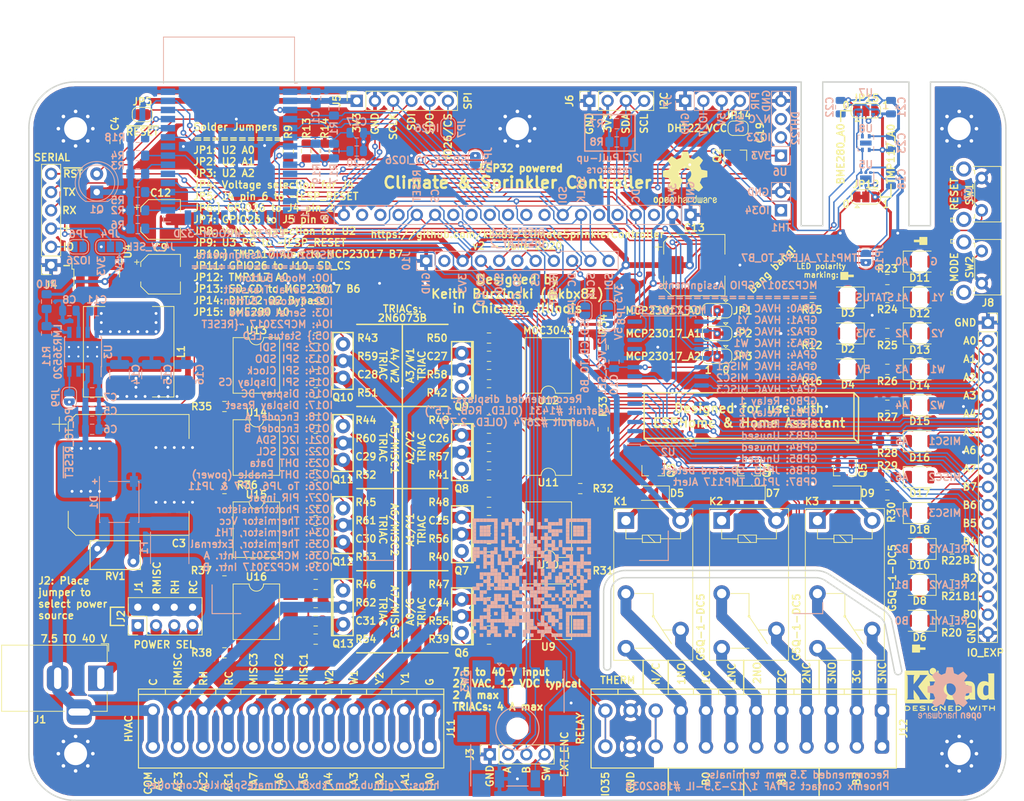
<source format=kicad_pcb>
(kicad_pcb (version 20171130) (host pcbnew "(5.1.9-0-10_14)")
  (layers (0 F.Cu signal) (31 B.Cu signal) (34 B.Paste user) (35 F.Paste user) (36 B.SilkS user) (37 F.SilkS user) (38 B.Mask user) (39 F.Mask user) (44 Edge.Cuts user))
  (net 0 "")
  (net 1 GND)
  (net 2 +VDC)
  (net 3 +5V)
  (net 4 +3V3)
  (net 5 /W1_TERM)
  (net 6 /W2_TERM)
  (net 7 /Y1_TERM)
  (net 8 /Y2_TERM)
  (net 9 /G_TERM)
  (net 10 /MISC1_TERM)
  (net 11 /MISC2_TERM)
  (net 12 /MISC3_TERM)
  (net 13 "Net-(C26-Pad1)")
  (net 14 "Net-(D2-Pad2)")
  (net 15 /C_TERM)
  (net 16 "Net-(D3-Pad2)")
  (net 17 "Net-(D4-Pad2)")
  (net 18 /STATUS)
  (net 19 "Net-(D5-Pad2)")
  (net 20 /MCP23017_GPA3)
  (net 21 "Net-(D12-Pad1)")
  (net 22 /MCP23017_GPA4)
  (net 23 "Net-(D13-Pad1)")
  (net 24 /MCP23017_GPA1)
  (net 25 "Net-(D14-Pad1)")
  (net 26 /MCP23017_GPA2)
  (net 27 "Net-(D15-Pad1)")
  (net 28 /MCP23017_GPA0)
  (net 29 "Net-(D16-Pad1)")
  (net 30 /MCP23017_GPA5)
  (net 31 "Net-(D17-Pad1)")
  (net 32 /MCP23017_GPA6)
  (net 33 "Net-(D18-Pad1)")
  (net 34 /MCP23017_GPA7)
  (net 35 /RH_TERM)
  (net 36 /RC_TERM)
  (net 37 /ESP_TXD)
  (net 38 /ESP_RXD)
  (net 39 /DISP_D1_DIN)
  (net 40 /ESP_MISO)
  (net 41 /DISP_D0_SCLK)
  (net 42 /I2C_SCL)
  (net 43 /I2C_SDA)
  (net 44 /PIR)
  (net 45 /MCP23017_GPB7)
  (net 46 /MCP23017_GPB6)
  (net 47 /MCP23017_GPB5)
  (net 48 /MCP23017_GPB4)
  (net 49 /MCP23017_GPB3)
  (net 50 /MCP23017_GPB2)
  (net 51 /MCP23017_GPB1)
  (net 52 /MCP23017_GPB0)
  (net 53 /DISP_RESET)
  (net 54 /DISP_CS)
  (net 55 /DISP_DC)
  (net 56 /RMISC_TERM)
  (net 57 /THERMISTOR_EXT)
  (net 58 /THERMISTOR_VCC)
  (net 59 /RELAY_3_NC_TERM)
  (net 60 /RELAY_3_COM_TERM)
  (net 61 /RELAY_3_NO_TERM)
  (net 62 /RELAY_2_NC_TERM)
  (net 63 /RELAY_2_COM_TERM)
  (net 64 /RELAY_2_NO_TERM)
  (net 65 /RELAY_1_NC_TERM)
  (net 66 /RELAY_1_COM_TERM)
  (net 67 /RELAY_1_NO_TERM)
  (net 68 /MCP23017_A0)
  (net 69 /MCP23017_A1)
  (net 70 /MCP23017_A2)
  (net 71 /MCP23017_INTB)
  (net 72 /MCP23017_INTA)
  (net 73 /~ESP_RESET)
  (net 74 /PHOTO)
  (net 75 /DHT_EN)
  (net 76 "Net-(Q6-Pad3)")
  (net 77 "Net-(Q7-Pad3)")
  (net 78 "Net-(Q8-Pad3)")
  (net 79 "Net-(Q9-Pad3)")
  (net 80 "Net-(Q10-Pad3)")
  (net 81 "Net-(Q11-Pad3)")
  (net 82 "Net-(Q12-Pad3)")
  (net 83 "Net-(Q13-Pad3)")
  (net 84 /MODE)
  (net 85 /ENCODER_B)
  (net 86 /ENCODER_A)
  (net 87 /MCP23017_~RESET)
  (net 88 /ENCODER_SW)
  (net 89 /THERMISTOR_INT)
  (net 90 /DHT_DATA)
  (net 91 /TMP117_ALERT)
  (net 92 "Net-(D11-Pad1)")
  (net 93 "Net-(C27-Pad1)")
  (net 94 /SD_CS)
  (net 95 /SD_CD)
  (net 96 "Net-(C28-Pad1)")
  (net 97 "Net-(C29-Pad1)")
  (net 98 "Net-(C30-Pad1)")
  (net 99 "Net-(D6-Pad1)")
  (net 100 "Net-(D7-Pad2)")
  (net 101 "Net-(D8-Pad1)")
  (net 102 "Net-(D9-Pad2)")
  (net 103 "Net-(D10-Pad1)")
  (net 104 "Net-(J1-Pad1)")
  (net 105 "Net-(F1-Pad1)")
  (net 106 "Net-(D1-Pad3)")
  (net 107 "Net-(J4-Pad3)")
  (net 108 "Net-(J4-Pad2)")
  (net 109 "Net-(J5-Pad6)")
  (net 110 "Net-(J12-Pad10)")
  (net 111 "Net-(C4-Pad2)")
  (net 112 "Net-(C4-Pad1)")
  (net 113 "Net-(C10-Pad1)")
  (net 114 "Net-(C31-Pad1)")
  (net 115 /ESP_GPIO26)
  (net 116 /THERMISTOR_1V1)
  (net 117 "Net-(C8-Pad1)")
  (net 118 "Net-(C11-Pad2)")
  (net 119 "Net-(C11-Pad1)")
  (net 120 "Net-(C19-Pad1)")
  (net 121 "Net-(C24-Pad1)")
  (net 122 "Net-(C25-Pad1)")
  (net 123 "Net-(JP12-Pad2)")
  (net 124 "Net-(JP15-Pad2)")
  (net 125 "Net-(R10-Pad2)")
  (net 126 "Net-(R31-Pad1)")
  (net 127 "Net-(R32-Pad1)")
  (net 128 "Net-(R33-Pad1)")
  (net 129 "Net-(R34-Pad1)")
  (net 130 "Net-(R35-Pad1)")
  (net 131 "Net-(R36-Pad1)")
  (net 132 "Net-(R37-Pad1)")
  (net 133 "Net-(R38-Pad1)")
  (net 134 "Net-(R39-Pad2)")
  (net 135 "Net-(R40-Pad2)")
  (net 136 "Net-(R41-Pad2)")
  (net 137 "Net-(R42-Pad2)")
  (net 138 "Net-(R43-Pad2)")
  (net 139 "Net-(R44-Pad2)")
  (net 140 "Net-(R45-Pad2)")
  (net 141 "Net-(R46-Pad2)")
  (net 142 "Net-(JP9-Pad2)")
  (module ClimateSprinklerController:RV_Disc_D7mm_W4mm_P5mm (layer F.Cu) (at 96.52 111.76 180)
    (fp_text reference RV1 (at 2.5 -2.032 180) (layer F.SilkS) (effects (font (thickness 0.2))))
    (fp_text value N/A)
    (pad 1 thru_hole circle (at 0 0 180) (size 1.6 1.6) (drill 0.8) (layers *.Cu *.Mask) (net 106 "Net-(D1-Pad3)"))
    (pad 2 thru_hole circle (at 5 1.8 180) (size 1.6 1.6) (drill 0.8) (layers *.Cu *.Mask) (net 15 /C_TERM))
  )
  (module Resistor_SMD:R_0805_2012Metric_Pad1.15x1.40mm_HandSolder (layer F.Cu) (at 201.5 102.5 180)
    (fp_text reference R30 (at -0.557 -2.402 90) (layer F.SilkS) (effects (font (thickness 0.2))))
    (fp_text value 1K5)
    (pad 2 smd roundrect (at 1.025 0 180) (size 1.15 1.4) (layers F.Cu F.Paste F.Mask) (roundrect_rratio 0.2173904347826087) (net 1 GND))
    (pad 1 smd roundrect (at -1.025 0 180) (size 1.15 1.4) (layers F.Cu F.Paste F.Mask) (roundrect_rratio 0.2173904347826087) (net 33 "Net-(D18-Pad1)"))
  )
  (module Resistor_SMD:R_0805_2012Metric_Pad1.15x1.40mm_HandSolder (layer F.Cu) (at 201.5 100 180)
    (fp_text reference R29 (at 0 1.575) (layer F.SilkS) (effects (font (thickness 0.2))))
    (fp_text value 1K5)
    (pad 2 smd roundrect (at 1.025 0 180) (size 1.15 1.4) (layers F.Cu F.Paste F.Mask) (roundrect_rratio 0.2173904347826087) (net 1 GND))
    (pad 1 smd roundrect (at -1.025 0 180) (size 1.15 1.4) (layers F.Cu F.Paste F.Mask) (roundrect_rratio 0.2173904347826087) (net 31 "Net-(D17-Pad1)"))
  )
  (module Resistor_SMD:R_0805_2012Metric_Pad1.15x1.40mm_HandSolder (layer F.Cu) (at 201.5 95 180)
    (fp_text reference R28 (at 0 -1.65) (layer F.SilkS) (effects (font (thickness 0.2))))
    (fp_text value 1K5)
    (pad 2 smd roundrect (at 1.025 0 180) (size 1.15 1.4) (layers F.Cu F.Paste F.Mask) (roundrect_rratio 0.2173904347826087) (net 1 GND))
    (pad 1 smd roundrect (at -1.025 0 180) (size 1.15 1.4) (layers F.Cu F.Paste F.Mask) (roundrect_rratio 0.2173904347826087) (net 29 "Net-(D16-Pad1)"))
  )
  (module Resistor_SMD:R_0805_2012Metric_Pad1.15x1.40mm_HandSolder (layer F.Cu) (at 201.5 90 180)
    (fp_text reference R27 (at 0 -1.65) (layer F.SilkS) (effects (font (thickness 0.2))))
    (fp_text value 2K7)
    (pad 2 smd roundrect (at 1.025 0 180) (size 1.15 1.4) (layers F.Cu F.Paste F.Mask) (roundrect_rratio 0.2173904347826087) (net 1 GND))
    (pad 1 smd roundrect (at -1.025 0 180) (size 1.15 1.4) (layers F.Cu F.Paste F.Mask) (roundrect_rratio 0.2173904347826087) (net 27 "Net-(D15-Pad1)"))
  )
  (module Resistor_SMD:R_0805_2012Metric_Pad1.15x1.40mm_HandSolder (layer F.Cu) (at 201.5 85 180)
    (fp_text reference R26 (at 0 -1.65) (layer F.SilkS) (effects (font (thickness 0.2))))
    (fp_text value 2K7)
    (pad 2 smd roundrect (at 1.025 0 180) (size 1.15 1.4) (layers F.Cu F.Paste F.Mask) (roundrect_rratio 0.2173904347826087) (net 1 GND))
    (pad 1 smd roundrect (at -1.025 0 180) (size 1.15 1.4) (layers F.Cu F.Paste F.Mask) (roundrect_rratio 0.2173904347826087) (net 25 "Net-(D14-Pad1)"))
  )
  (module Resistor_SMD:R_0805_2012Metric_Pad1.15x1.40mm_HandSolder (layer F.Cu) (at 201.5 80 180)
    (fp_text reference R25 (at 0 -1.65) (layer F.SilkS) (effects (font (thickness 0.2))))
    (fp_text value 1K5)
    (pad 2 smd roundrect (at 1.025 0 180) (size 1.15 1.4) (layers F.Cu F.Paste F.Mask) (roundrect_rratio 0.2173904347826087) (net 1 GND))
    (pad 1 smd roundrect (at -1.025 0 180) (size 1.15 1.4) (layers F.Cu F.Paste F.Mask) (roundrect_rratio 0.2173904347826087) (net 23 "Net-(D13-Pad1)"))
  )
  (module Resistor_SMD:R_0805_2012Metric_Pad1.15x1.40mm_HandSolder (layer F.Cu) (at 201.5 75 180)
    (fp_text reference R24 (at 0 -1.65) (layer F.SilkS) (effects (font (thickness 0.2))))
    (fp_text value 1K5)
    (pad 2 smd roundrect (at 1.025 0 180) (size 1.15 1.4) (layers F.Cu F.Paste F.Mask) (roundrect_rratio 0.2173904347826087) (net 1 GND))
    (pad 1 smd roundrect (at -1.025 0 180) (size 1.15 1.4) (layers F.Cu F.Paste F.Mask) (roundrect_rratio 0.2173904347826087) (net 21 "Net-(D12-Pad1)"))
  )
  (module Resistor_SMD:R_0805_2012Metric_Pad1.15x1.40mm_HandSolder (layer F.Cu) (at 201.5 72.5 180)
    (fp_text reference R23 (at 0 1.507) (layer F.SilkS) (effects (font (thickness 0.2))))
    (fp_text value 10K)
    (pad 2 smd roundrect (at 1.025 0 180) (size 1.15 1.4) (layers F.Cu F.Paste F.Mask) (roundrect_rratio 0.2173904347826087) (net 1 GND))
    (pad 1 smd roundrect (at -1.025 0 180) (size 1.15 1.4) (layers F.Cu F.Paste F.Mask) (roundrect_rratio 0.2173904347826087) (net 92 "Net-(D11-Pad1)"))
  )
  (module Inductor_SMD:L_Wuerth_WE-PD-Typ-LS (layer F.Cu) (at 95.885 82.55 270)
    (fp_text reference L1 (at 0 -7.3 90) (layer F.SilkS) (effects (font (thickness 0.2))))
    (fp_text value "15 uH")
    (pad 2 smd rect (at 4.95 0 270) (size 2.9 5.4) (layers F.Cu F.Paste F.Mask) (net 3 +5V))
    (pad 1 smd rect (at -4.95 0 270) (size 2.9 5.4) (layers F.Cu F.Paste F.Mask) (net 118 "Net-(C11-Pad2)"))
  )
  (module Jumper:SolderJumper-3_P1.3mm_Open_RoundedPad1.0x1.5mm (layer B.Cu) (at 162.56 77.47 90)
    (fp_text reference JP8 (at 0 1.905 90) (layer B.SilkS) (effects (font (thickness 0.2)) (justify mirror)))
    (fp_text value U2_VCC_SEL (at -6.604 -0.762 90) (layer B.SilkS) (effects (font (thickness 0.2)) (justify mirror)))
    (fp_text user 5V (at -2.54 1.524 90) (layer B.SilkS) (effects (font (thickness 0.2)) (justify mirror)))
    (fp_text user 3V3 (at 3.048 1.524 90) (layer B.SilkS) (effects (font (thickness 0.2)) (justify mirror)))
    (pad 1 smd custom (at -1.3 0 90) (size 1 0.5) (layers B.Cu B.Mask) (net 3 +5V) (options (clearance outline) (anchor rect)) (primitives (gr_circle (center 0 -0.25) (end 0.5 -0.25) (width 0)) (gr_circle (center 0 0.25) (end 0.5 0.25) (width 0)) (gr_poly (pts (xy 0.55 0.75) (xy 0 0.75) (xy 0 -0.75) (xy 0.55 -0.75)) (width 0))))
    (pad 3 smd custom (at 1.3 0 90) (size 1 0.5) (layers B.Cu B.Mask) (net 4 +3V3) (options (clearance outline) (anchor rect)) (primitives (gr_circle (center 0 -0.25) (end 0.5 -0.25) (width 0)) (gr_circle (center 0 0.25) (end 0.5 0.25) (width 0)) (gr_poly (pts (xy -0.55 0.75) (xy 0 0.75) (xy 0 -0.75) (xy -0.55 -0.75)) (width 0))))
    (pad 2 smd rect (at 0 0 90) (size 1 1.5) (layers B.Cu B.Mask) (net 113 "Net-(C10-Pad1)"))
  )
  (module Capacitor_SMD:C_1210_3225Metric (layer B.Cu) (at 103.505 85.725 90)
    (fp_text reference C16 (at 0 2.28 90) (layer B.SilkS) (effects (font (thickness 0.2)) (justify mirror)))
    (fp_text value "47 uF")
    (pad 2 smd roundrect (at 1.4 0 90) (size 1.25 2.65) (layers B.Cu B.Paste B.Mask) (roundrect_rratio 0.2) (net 1 GND))
    (pad 1 smd roundrect (at -1.4 0 90) (size 1.25 2.65) (layers B.Cu B.Paste B.Mask) (roundrect_rratio 0.2) (net 3 +5V))
  )
  (module Capacitor_SMD:C_1210_3225Metric (layer B.Cu) (at 99.06 85.725 90)
    (fp_text reference C15 (at 0 2.28 90) (layer B.SilkS) (effects (font (thickness 0.2)) (justify mirror)))
    (fp_text value "47 uF")
    (pad 2 smd roundrect (at 1.4 0 90) (size 1.25 2.65) (layers B.Cu B.Paste B.Mask) (roundrect_rratio 0.2) (net 1 GND))
    (pad 1 smd roundrect (at -1.4 0 90) (size 1.25 2.65) (layers B.Cu B.Paste B.Mask) (roundrect_rratio 0.2) (net 3 +5V))
  )
  (module Capacitor_SMD:C_1210_3225Metric (layer B.Cu) (at 94.615 85.725 90)
    (fp_text reference C14 (at 0 2.28 90) (layer B.SilkS) (effects (font (thickness 0.2)) (justify mirror)))
    (fp_text value "47 uF")
    (pad 2 smd roundrect (at 1.4 0 90) (size 1.25 2.65) (layers B.Cu B.Paste B.Mask) (roundrect_rratio 0.2) (net 1 GND))
    (pad 1 smd roundrect (at -1.4 0 90) (size 1.25 2.65) (layers B.Cu B.Paste B.Mask) (roundrect_rratio 0.2) (net 3 +5V))
  )
  (module Capacitor_SMD:C_0805_2012Metric (layer B.Cu) (at 127.635 54.61)
    (fp_text reference C20 (at 0 1.65) (layer B.SilkS) (effects (font (thickness 0.2)) (justify mirror)))
    (fp_text value "100 nF")
    (pad 2 smd roundrect (at 0.9375 0) (size 0.975 1.4) (layers B.Cu B.Paste B.Mask) (net 1 GND))
    (pad 1 smd roundrect (at -0.9375 0) (size 0.975 1.4) (layers B.Cu B.Paste B.Mask) (net 57 /THERMISTOR_EXT))
  )
  (module Capacitor_SMD:C_0805_2012Metric (layer B.Cu) (at 127.635 52.07)
    (fp_text reference C17 (at 0 -1.524) (layer B.SilkS) (effects (font (thickness 0.2)) (justify mirror)))
    (fp_text value "100 nF")
    (pad 2 smd roundrect (at 0.9375 0) (size 0.975 1.4) (layers B.Cu B.Paste B.Mask) (net 1 GND))
    (pad 1 smd roundrect (at -0.9375 0) (size 0.975 1.4) (layers B.Cu B.Paste B.Mask) (net 89 /THERMISTOR_INT))
  )
  (module ClimateSprinklerController:ClimateSprinklerControllerQR (layer B.Cu) (at 152 114 180)
    (fp_text reference QR*****)
    (fp_text value ClimateSprinklerControllerQR)
  )
  (module ClimateSprinklerController:TO-225-3_Vertical (layer F.Cu) (at 125.73 118.11 90)
    (fp_text reference Q13 (at -5.08 0 180) (layer F.SilkS) (effects (font (thickness 0.2))))
    (fp_text value 2N6073B)
    (pad 3 thru_hole circle (at 2.35 0 90) (size 2 2) (drill 1) (layers *.Cu *.Mask) (net 83 "Net-(Q13-Pad3)"))
    (pad 2 thru_hole circle (at 0 0 90) (size 2 2) (drill 1) (layers *.Cu *.Mask) (net 56 /RMISC_TERM))
    (pad 1 thru_hole circle (at -2.35 0 90) (size 2 2) (drill 1) (layers *.Cu *.Mask) (net 12 /MISC3_TERM))
  )
  (module ClimateSprinklerController:TO-225-3_Vertical (layer F.Cu) (at 125.73 106.68 90)
    (fp_text reference Q12 (at -5.08 0 180) (layer F.SilkS) (effects (font (thickness 0.2))))
    (fp_text value 2N6073B)
    (pad 3 thru_hole circle (at 2.35 0 90) (size 2 2) (drill 1) (layers *.Cu *.Mask) (net 82 "Net-(Q12-Pad3)"))
    (pad 2 thru_hole circle (at 0 0 90) (size 2 2) (drill 1) (layers *.Cu *.Mask) (net 56 /RMISC_TERM))
    (pad 1 thru_hole circle (at -2.35 0 90) (size 2 2) (drill 1) (layers *.Cu *.Mask) (net 11 /MISC2_TERM))
  )
  (module ClimateSprinklerController:TO-225-3_Vertical (layer F.Cu) (at 125.73 95.25 90)
    (fp_text reference Q11 (at -5.08 0 180) (layer F.SilkS) (effects (font (thickness 0.2))))
    (fp_text value 2N6073B)
    (pad 3 thru_hole circle (at 2.35 0 90) (size 2 2) (drill 1) (layers *.Cu *.Mask) (net 81 "Net-(Q11-Pad3)"))
    (pad 2 thru_hole circle (at 0 0 90) (size 2 2) (drill 1) (layers *.Cu *.Mask) (net 56 /RMISC_TERM))
    (pad 1 thru_hole circle (at -2.35 0 90) (size 2 2) (drill 1) (layers *.Cu *.Mask) (net 10 /MISC1_TERM))
  )
  (module ClimateSprinklerController:TO-225-3_Vertical (layer F.Cu) (at 125.73 83.82 90)
    (fp_text reference Q10 (at -5.08 0 180) (layer F.SilkS) (effects (font (thickness 0.2))))
    (fp_text value 2N6073B)
    (pad 3 thru_hole circle (at 2.35 0 90) (size 2 2) (drill 1) (layers *.Cu *.Mask) (net 80 "Net-(Q10-Pad3)"))
    (pad 2 thru_hole circle (at 0 0 90) (size 2 2) (drill 1) (layers *.Cu *.Mask) (net 35 /RH_TERM))
    (pad 1 thru_hole circle (at -2.35 0 90) (size 2 2) (drill 1) (layers *.Cu *.Mask) (net 6 /W2_TERM))
  )
  (module ClimateSprinklerController:TO-225-3_Vertical (layer F.Cu) (at 142.24 85.09 270)
    (fp_text reference Q9 (at 5.08 0 180) (layer F.SilkS) (effects (font (thickness 0.2))))
    (fp_text value 2N6073B (at -7.239 8.255 180) (layer F.SilkS) (effects (font (thickness 0.2))))
    (fp_text user TRIACs: (at -8.509 8.255) (layer F.SilkS) (effects (font (thickness 0.2))))
    (pad 3 thru_hole circle (at 2.35 0 270) (size 2 2) (drill 1) (layers *.Cu *.Mask) (net 79 "Net-(Q9-Pad3)"))
    (pad 2 thru_hole circle (at 0 0 270) (size 2 2) (drill 1) (layers *.Cu *.Mask) (net 35 /RH_TERM))
    (pad 1 thru_hole circle (at -2.35 0 270) (size 2 2) (drill 1) (layers *.Cu *.Mask) (net 5 /W1_TERM))
  )
  (module ClimateSprinklerController:TO-225-3_Vertical (layer F.Cu) (at 142.24 96.52 270)
    (fp_text reference Q8 (at 5.08 0 180) (layer F.SilkS) (effects (font (thickness 0.2))))
    (fp_text value 2N6073B)
    (pad 3 thru_hole circle (at 2.35 0 270) (size 2 2) (drill 1) (layers *.Cu *.Mask) (net 78 "Net-(Q8-Pad3)"))
    (pad 2 thru_hole circle (at 0 0 270) (size 2 2) (drill 1) (layers *.Cu *.Mask) (net 36 /RC_TERM))
    (pad 1 thru_hole circle (at -2.35 0 270) (size 2 2) (drill 1) (layers *.Cu *.Mask) (net 8 /Y2_TERM))
  )
  (module ClimateSprinklerController:TO-225-3_Vertical (layer F.Cu) (at 142.24 107.95 270)
    (fp_text reference Q7 (at 5.08 0 180) (layer F.SilkS) (effects (font (thickness 0.2))))
    (fp_text value 2N6073B)
    (pad 3 thru_hole circle (at 2.35 0 270) (size 2 2) (drill 1) (layers *.Cu *.Mask) (net 77 "Net-(Q7-Pad3)"))
    (pad 2 thru_hole circle (at 0 0 270) (size 2 2) (drill 1) (layers *.Cu *.Mask) (net 36 /RC_TERM))
    (pad 1 thru_hole circle (at -2.35 0 270) (size 2 2) (drill 1) (layers *.Cu *.Mask) (net 7 /Y1_TERM))
  )
  (module ClimateSprinklerController:TO-225-3_Vertical (layer F.Cu) (at 142.24 119.38 270)
    (fp_text reference Q6 (at 5.08 0 180) (layer F.SilkS) (effects (font (thickness 0.2))))
    (fp_text value 2N6073B)
    (pad 3 thru_hole circle (at 2.35 0 270) (size 2 2) (drill 1) (layers *.Cu *.Mask) (net 76 "Net-(Q6-Pad3)"))
    (pad 2 thru_hole circle (at 0 0 270) (size 2 2) (drill 1) (layers *.Cu *.Mask) (net 36 /RC_TERM))
    (pad 1 thru_hole circle (at -2.35 0 270) (size 2 2) (drill 1) (layers *.Cu *.Mask) (net 9 /G_TERM))
  )
  (module Resistor_SMD:R_0805_2012Metric_Pad1.15x1.40mm_HandSolder (layer B.Cu) (at 124.46 54.61 270)
    (fp_text reference R17 (at 3.175 0 270) (layer B.SilkS) (effects (font (thickness 0.2)) (justify mirror)))
    (fp_text value 10K)
    (pad 2 smd roundrect (at 1.025 0 270) (size 1.15 1.4) (layers B.Cu B.Paste B.Mask) (roundrect_rratio 0.2173904347826087) (net 116 /THERMISTOR_1V1))
    (pad 1 smd roundrect (at -1.025 0 270) (size 1.15 1.4) (layers B.Cu B.Paste B.Mask) (roundrect_rratio 0.2173904347826087) (net 89 /THERMISTOR_INT))
  )
  (module Resistor_SMD:R_0805_2012Metric_Pad1.15x1.40mm_HandSolder (layer F.Cu) (at 123.19 54.61 270)
    (fp_text reference R14 (at -3.175 0 90) (layer F.SilkS) (effects (font (thickness 0.2))))
    (fp_text value 5K)
    (pad 2 smd roundrect (at 1.025 0 270) (size 1.15 1.4) (layers F.Cu F.Paste F.Mask) (roundrect_rratio 0.2173904347826087) (net 116 /THERMISTOR_1V1))
    (pad 1 smd roundrect (at -1.025 0 270) (size 1.15 1.4) (layers F.Cu F.Paste F.Mask) (roundrect_rratio 0.2173904347826087) (net 1 GND))
  )
  (module Symbol:KiCad-Logo2_5mm_SilkScreen (layer F.Cu) (at 210.185 129.54)
    (fp_text reference REF** hide)
    (fp_text value KiCad-Logo2_5mm_SilkScreen hide)
  )
  (module Symbol:OSHW-Logo2_9.8x8mm_SilkScreen (layer B.Cu) (at 210.185 130.175 180)
    (fp_text reference REF** hide)
    (fp_text value OSHW-Logo2_9.8x8mm_SilkScreen hide)
  )
  (module Symbol:OSHW-Logo2_9.8x8mm_SilkScreen (layer F.Cu) (at 173.355 58.42)
    (fp_text reference REF** hide)
    (fp_text value OSHW-Logo2_9.8x8mm_SilkScreen hide)
  )
  (module Jumper:SolderJumper-2_P1.3mm_Open_RoundedPad1.0x1.5mm (layer F.Cu) (at 97.79 49.53)
    (fp_text reference JP5 (at 0 -1.8) (layer F.SilkS) (effects (font (thickness 0.2))))
    (fp_text value ~RESET (at 0 2.413) (layer F.SilkS) (effects (font (thickness 0.2))))
    (pad 2 smd custom (at 0.65 0) (size 1 0.5) (layers F.Cu F.Mask) (net 73 /~ESP_RESET) (options (clearance outline) (anchor rect)) (primitives (gr_circle (center 0 0.25) (end 0.5 0.25) (width 0)) (gr_circle (center 0 -0.25) (end 0.5 -0.25) (width 0)) (gr_poly (pts (xy 0 -0.75) (xy -0.5 -0.75) (xy -0.5 0.75) (xy 0 0.75)) (width 0))))
    (pad 1 smd custom (at -0.65 0) (size 1 0.5) (layers F.Cu F.Mask) (net 112 "Net-(C4-Pad1)") (options (clearance outline) (anchor rect)) (primitives (gr_circle (center 0 0.25) (end 0.5 0.25) (width 0)) (gr_circle (center 0 -0.25) (end 0.5 -0.25) (width 0)) (gr_poly (pts (xy 0 -0.75) (xy 0.5 -0.75) (xy 0.5 0.75) (xy 0 0.75)) (width 0))))
  )
  (module Capacitor_SMD:C_0805_2012Metric (layer F.Cu) (at 93.98 53.34 270)
    (fp_text reference C4 (at -2.54 0 90) (layer F.SilkS) (effects (font (thickness 0.2))))
    (fp_text value "100 nF")
    (pad 2 smd roundrect (at 0.9375 0 270) (size 0.975 1.4) (layers F.Cu F.Paste F.Mask) (net 111 "Net-(C4-Pad2)"))
    (pad 1 smd roundrect (at -0.9375 0 270) (size 0.975 1.4) (layers F.Cu F.Paste F.Mask) (net 112 "Net-(C4-Pad1)"))
  )
  (module Connector_PinSocket_2.54mm:PinSocket_1x04_P2.54mm_Vertical (layer F.Cu) (at 146.17 138.6 90)
    (fp_text reference J3 (at 0 -2.77 90) (layer F.SilkS) (effects (font (thickness 0.2))))
    (fp_text value EXT_ENC (at 0 10.39 90) (layer F.SilkS) (effects (font (thickness 0.2))))
    (fp_text user GND (at -3.005 0 270) (layer F.SilkS) (effects (font (thickness 0.2))))
    (fp_text user A (at -2.15 2.42 270) (layer F.SilkS) (effects (font (thickness 0.2))))
    (fp_text user B (at -2.15 5.08 270) (layer F.SilkS) (effects (font (thickness 0.2))))
    (fp_text user SW (at -2.65 7.83 270) (layer F.SilkS) (effects (font (thickness 0.2))))
    (pad 4 thru_hole oval (at 0 7.62 90) (size 1.7 1.7) (drill 1) (layers *.Cu *.Mask) (net 88 /ENCODER_SW))
    (pad 3 thru_hole oval (at 0 5.08 90) (size 1.7 1.7) (drill 1) (layers *.Cu *.Mask) (net 85 /ENCODER_B))
    (pad 2 thru_hole oval (at 0 2.54 90) (size 1.7 1.7) (drill 1) (layers *.Cu *.Mask) (net 86 /ENCODER_A))
    (pad 1 thru_hole rect (at 0 0 90) (size 1.7 1.7) (drill 1) (layers *.Cu *.Mask) (net 1 GND))
  )
  (module Capacitor_SMD:C_0805_2012Metric (layer F.Cu) (at 183.769 55.245 90)
    (fp_text reference C19 (at 3.175 0 270) (layer F.SilkS) (effects (font (thickness 0.2))))
    (fp_text value "100 nF")
    (pad 2 smd roundrect (at 0.9375 0 90) (size 0.975 1.4) (layers F.Cu F.Paste F.Mask) (net 1 GND))
    (pad 1 smd roundrect (at -0.9375 0 90) (size 0.975 1.4) (layers F.Cu F.Paste F.Mask) (net 120 "Net-(C19-Pad1)"))
  )
  (module Capacitor_SMD:C_0805_2012Metric (layer B.Cu) (at 211.1375 60.579 90)
    (fp_text reference C2 (at 0 1.65 270) (layer B.SilkS) (effects (font (thickness 0.2)) (justify mirror)))
    (fp_text value "100 nF")
    (pad 2 smd roundrect (at 0.9375 0 90) (size 0.975 1.4) (layers B.Cu B.Paste B.Mask) (net 1 GND))
    (pad 1 smd roundrect (at -0.9375 0 90) (size 0.975 1.4) (layers B.Cu B.Paste B.Mask) (net 73 /~ESP_RESET))
  )
  (module Jumper:SolderJumper-2_P1.3mm_Open_RoundedPad1.0x1.5mm (layer B.Cu) (at 198.5 69.5 270)
    (fp_text reference JP10 (at 0 -1.906 270) (layer B.SilkS) (effects (font (thickness 0.2)) (justify mirror)))
    (fp_text value TMP117_ALERT_TO_B7 (at 0 9.27) (layer B.SilkS) (effects (font (thickness 0.2)) (justify mirror)))
    (pad 2 smd custom (at 0.65 0 270) (size 1 0.5) (layers B.Cu B.Mask) (net 45 /MCP23017_GPB7) (options (clearance outline) (anchor rect)) (primitives (gr_circle (center 0 -0.25) (end 0.5 -0.25) (width 0)) (gr_circle (center 0 0.25) (end 0.5 0.25) (width 0)) (gr_poly (pts (xy 0 0.75) (xy -0.5 0.75) (xy -0.5 -0.75) (xy 0 -0.75)) (width 0))))
    (pad 1 smd custom (at -0.65 0 270) (size 1 0.5) (layers B.Cu B.Mask) (net 91 /TMP117_ALERT) (options (clearance outline) (anchor rect)) (primitives (gr_circle (center 0 -0.25) (end 0.5 -0.25) (width 0)) (gr_circle (center 0 0.25) (end 0.5 0.25) (width 0)) (gr_poly (pts (xy 0 0.75) (xy 0.5 0.75) (xy 0.5 -0.75) (xy 0 -0.75)) (width 0))))
  )
  (module ClimateSprinklerController:RotaryEncoder_Bourns_PEC11S-Switch_Vertical_H9.5mm (layer B.Cu) (at 150 135)
    (fp_text reference SW3 (at -7.3 -6.603 270) (layer B.SilkS) (effects (font (thickness 0.2)) (justify mirror)))
    (fp_text value PEC11S-929K-S0015)
    (pad A smd rect (at -2.5 -7.3) (size 1.3 2.4) (layers B.Cu B.Paste B.Mask) (net 86 /ENCODER_A))
    (pad C smd rect (at 0 -7.3) (size 1.3 2.4) (layers B.Cu B.Paste B.Mask) (net 1 GND))
    (pad B smd rect (at 2.5 -7.3) (size 1.3 2.4) (layers B.Cu B.Paste B.Mask) (net 85 /ENCODER_B))
    (pad MP smd rect (at -6.375 0) (size 4 3.75) (layers B.Cu B.Paste B.Mask))
    (pad S2 smd rect (at 2.5 7) (size 1.3 2.4) (layers B.Cu B.Paste B.Mask) (net 88 /ENCODER_SW))
    (pad S1 smd rect (at -2.5 7) (size 1.3 2.4) (layers B.Cu B.Paste B.Mask) (net 1 GND))
    (pad "" np_thru_hole circle (at 0 0) (size 2.1 2.1) (drill 2.1) (layers *.Cu *.Mask))
    (pad "" np_thru_hole oval (at 0 -4.5) (size 1.6 2.3) (drill oval 1.6 2.3) (layers *.Cu *.Mask))
    (pad MP smd rect (at 6.375 0) (size 4 3.75) (layers B.Cu B.Paste B.Mask))
    (pad MP smd rect (at -5 7.9) (size 2.5 3.2) (layers B.Cu B.Paste B.Mask))
    (pad MP smd rect (at 5 7.9) (size 2.5 3.2) (layers B.Cu B.Paste B.Mask))
    (pad MP smd rect (at -5 -7.9) (size 2.5 3.2) (layers B.Cu B.Paste B.Mask))
    (pad MP smd rect (at 5 -7.9) (size 2.5 3.2) (layers B.Cu B.Paste B.Mask))
  )
  (module Capacitor_SMD:C_0805_2012Metric (layer B.Cu) (at 121.92 47.244 270)
    (fp_text reference C1 (at 2.667 0 90) (layer B.SilkS) (effects (font (thickness 0.2)) (justify mirror)))
    (fp_text value "10 uF")
    (pad 2 smd roundrect (at 0.9375 0 270) (size 0.975 1.4) (layers B.Cu B.Paste B.Mask) (net 4 +3V3))
    (pad 1 smd roundrect (at -0.9375 0 270) (size 0.975 1.4) (layers B.Cu B.Paste B.Mask) (net 1 GND))
  )
  (module Jumper:SolderJumper-2_P1.3mm_Open_RoundedPad1.0x1.5mm (layer B.Cu) (at 159.385 76.835 270)
    (fp_text reference JP13 (at 0 1.778 270) (layer B.SilkS) (effects (font (thickness 0.2)) (justify mirror)))
    (fp_text value SD_CD_TO_B6 (at 6.477 0 270) (layer B.SilkS) (effects (font (thickness 0.2)) (justify mirror)))
    (pad 2 smd custom (at 0.65 0 270) (size 1 0.5) (layers B.Cu B.Mask) (net 46 /MCP23017_GPB6) (options (clearance outline) (anchor rect)) (primitives (gr_circle (center 0 -0.25) (end 0.5 -0.25) (width 0)) (gr_circle (center 0 0.25) (end 0.5 0.25) (width 0)) (gr_poly (pts (xy 0 0.75) (xy -0.5 0.75) (xy -0.5 -0.75) (xy 0 -0.75)) (width 0))))
    (pad 1 smd custom (at -0.65 0 270) (size 1 0.5) (layers B.Cu B.Mask) (net 95 /SD_CD) (options (clearance outline) (anchor rect)) (primitives (gr_circle (center 0 -0.25) (end 0.5 -0.25) (width 0)) (gr_circle (center 0 0.25) (end 0.5 0.25) (width 0)) (gr_poly (pts (xy 0 0.75) (xy 0.5 0.75) (xy 0.5 -0.75) (xy 0 -0.75)) (width 0))))
  )
  (module Jumper:SolderJumper-2_P1.3mm_Open_RoundedPad1.0x1.5mm (layer B.Cu) (at 144.145 55.88 270)
    (fp_text reference JP11 (at 0 -1.778 270) (layer B.SilkS) (effects (font (thickness 0.2)) (justify mirror)))
    (fp_text value SD_CS_TO_IO26 (at 0 6.858) (layer B.SilkS) (effects (font (thickness 0.2)) (justify mirror)))
    (pad 2 smd custom (at 0.65 0 270) (size 1 0.5) (layers B.Cu B.Mask) (net 115 /ESP_GPIO26) (options (clearance outline) (anchor rect)) (primitives (gr_circle (center 0 -0.25) (end 0.5 -0.25) (width 0)) (gr_circle (center 0 0.25) (end 0.5 0.25) (width 0)) (gr_poly (pts (xy 0 0.75) (xy -0.5 0.75) (xy -0.5 -0.75) (xy 0 -0.75)) (width 0))))
    (pad 1 smd custom (at -0.65 0 270) (size 1 0.5) (layers B.Cu B.Mask) (net 94 /SD_CS) (options (clearance outline) (anchor rect)) (primitives (gr_circle (center 0 -0.25) (end 0.5 -0.25) (width 0)) (gr_circle (center 0 0.25) (end 0.5 0.25) (width 0)) (gr_poly (pts (xy 0 0.75) (xy 0.5 0.75) (xy 0.5 -0.75) (xy 0 -0.75)) (width 0))))
  )
  (module Connector_PinSocket_2.54mm:PinSocket_1x11_P2.54mm_Vertical (layer B.Cu) (at 137.3 69.9 270)
    (fp_text reference J10 (at 0 2.77 270) (layer B.SilkS) (effects (font (thickness 0.2)) (justify mirror)))
    (fp_text value DISPLAY_2 (at -2.4 -12.7) (layer B.SilkS) (effects (font (thickness 0.2)) (justify mirror)))
    (fp_text user GND (at 3.125 0.013 270) (layer B.SilkS) (effects (font (thickness 0.2)) (justify mirror)))
    (fp_text user 3V3 (at 3.125 -5.067 270) (layer B.SilkS) (effects (font (thickness 0.2)) (justify mirror)))
    (fp_text user SD_CD (at 4.014 -7.607 270) (layer B.SilkS) (effects (font (thickness 0.2)) (justify mirror)))
    (fp_text user SDO (at 3.125 -10.147 270) (layer B.SilkS) (effects (font (thickness 0.2)) (justify mirror)))
    (fp_text user SD_CS (at 4.014 -12.687 270) (layer B.SilkS) (effects (font (thickness 0.2)) (justify mirror)))
    (fp_text user CS (at 2.617 -15.227 270) (layer B.SilkS) (effects (font (thickness 0.2)) (justify mirror)))
    (fp_text user RESET (at 3.887 -17.767 270) (layer B.SilkS) (effects (font (thickness 0.2)) (justify mirror)))
    (fp_text user DC (at 2.617 -20.307 90) (layer B.SilkS) (effects (font (thickness 0.2)) (justify mirror)))
    (fp_text user SCLK (at 3.506 -22.95 90) (layer B.SilkS) (effects (font (thickness 0.2)) (justify mirror)))
    (fp_text user SDI (at 2.871 -25.45 270) (layer B.SilkS) (effects (font (thickness 0.2)) (justify mirror)))
    (pad 11 thru_hole oval (at 0 -25.4 270) (size 1.7 1.7) (drill 1) (layers *.Cu *.Mask) (net 39 /DISP_D1_DIN))
    (pad 10 thru_hole oval (at 0 -22.86 270) (size 1.7 1.7) (drill 1) (layers *.Cu *.Mask) (net 41 /DISP_D0_SCLK))
    (pad 9 thru_hole oval (at 0 -20.32 270) (size 1.7 1.7) (drill 1) (layers *.Cu *.Mask) (net 55 /DISP_DC))
    (pad 8 thru_hole oval (at 0 -17.78 270) (size 1.7 1.7) (drill 1) (layers *.Cu *.Mask) (net 53 /DISP_RESET))
    (pad 7 thru_hole oval (at 0 -15.24 270) (size 1.7 1.7) (drill 1) (layers *.Cu *.Mask) (net 54 /DISP_CS))
    (pad 6 thru_hole oval (at 0 -12.7 270) (size 1.7 1.7) (drill 1) (layers *.Cu *.Mask) (net 94 /SD_CS))
    (pad 5 thru_hole oval (at 0 -10.16 270) (size 1.7 1.7) (drill 1) (layers *.Cu *.Mask) (net 40 /ESP_MISO))
    (pad 4 thru_hole oval (at 0 -7.62 270) (size 1.7 1.7) (drill 1) (layers *.Cu *.Mask) (net 95 /SD_CD))
    (pad 3 thru_hole oval (at 0 -5.08 270) (size 1.7 1.7) (drill 1) (layers *.Cu *.Mask) (net 4 +3V3))
    (pad 2 thru_hole oval (at 0 -2.54 270) (size 1.7 1.7) (drill 1) (layers *.Cu *.Mask))
    (pad 1 thru_hole rect (at 0 0 270) (size 1.7 1.7) (drill 1) (layers *.Cu *.Mask) (net 1 GND))
  )
  (module Package_SO:SOIC-28W_7.5x17.9mm_P1.27mm (layer B.Cu) (at 170.985 86.614)
    (fp_text reference U2 (at 0 9.9) (layer B.SilkS) (effects (font (thickness 0.2)) (justify mirror)))
    (fp_text value MCP23017_SO (at 0 -9.9) (layer B.SilkS) (effects (font (thickness 0.2)) (justify mirror)))
    (pad 28 smd roundrect (at 4.65 8.255) (size 2.05 0.6) (layers B.Cu B.Paste B.Mask) (net 34 /MCP23017_GPA7))
    (pad 27 smd roundrect (at 4.65 6.985) (size 2.05 0.6) (layers B.Cu B.Paste B.Mask) (net 32 /MCP23017_GPA6))
    (pad 26 smd roundrect (at 4.65 5.715) (size 2.05 0.6) (layers B.Cu B.Paste B.Mask) (net 30 /MCP23017_GPA5))
    (pad 25 smd roundrect (at 4.65 4.445) (size 2.05 0.6) (layers B.Cu B.Paste B.Mask) (net 22 /MCP23017_GPA4))
    (pad 24 smd roundrect (at 4.65 3.175) (size 2.05 0.6) (layers B.Cu B.Paste B.Mask) (net 20 /MCP23017_GPA3))
    (pad 23 smd roundrect (at 4.65 1.905) (size 2.05 0.6) (layers B.Cu B.Paste B.Mask) (net 26 /MCP23017_GPA2))
    (pad 22 smd roundrect (at 4.65 0.635) (size 2.05 0.6) (layers B.Cu B.Paste B.Mask) (net 24 /MCP23017_GPA1))
    (pad 21 smd roundrect (at 4.65 -0.635) (size 2.05 0.6) (layers B.Cu B.Paste B.Mask) (net 28 /MCP23017_GPA0))
    (pad 20 smd roundrect (at 4.65 -1.905) (size 2.05 0.6) (layers B.Cu B.Paste B.Mask) (net 72 /MCP23017_INTA))
    (pad 19 smd roundrect (at 4.65 -3.175) (size 2.05 0.6) (layers B.Cu B.Paste B.Mask) (net 71 /MCP23017_INTB))
    (pad 18 smd roundrect (at 4.65 -4.445) (size 2.05 0.6) (layers B.Cu B.Paste B.Mask) (net 87 /MCP23017_~RESET))
    (pad 17 smd roundrect (at 4.65 -5.715) (size 2.05 0.6) (layers B.Cu B.Paste B.Mask) (net 70 /MCP23017_A2))
    (pad 16 smd roundrect (at 4.65 -6.985) (size 2.05 0.6) (layers B.Cu B.Paste B.Mask) (net 69 /MCP23017_A1))
    (pad 15 smd roundrect (at 4.65 -8.255) (size 2.05 0.6) (layers B.Cu B.Paste B.Mask) (net 68 /MCP23017_A0))
    (pad 14 smd roundrect (at -4.65 -8.255) (size 2.05 0.6) (layers B.Cu B.Paste B.Mask))
    (pad 13 smd roundrect (at -4.65 -6.985) (size 2.05 0.6) (layers B.Cu B.Paste B.Mask) (net 43 /I2C_SDA))
    (pad 12 smd roundrect (at -4.65 -5.715) (size 2.05 0.6) (layers B.Cu B.Paste B.Mask) (net 42 /I2C_SCL))
    (pad 11 smd roundrect (at -4.65 -4.445) (size 2.05 0.6) (layers B.Cu B.Paste B.Mask))
    (pad 10 smd roundrect (at -4.65 -3.175) (size 2.05 0.6) (layers B.Cu B.Paste B.Mask) (net 1 GND))
    (pad 9 smd roundrect (at -4.65 -1.905) (size 2.05 0.6) (layers B.Cu B.Paste B.Mask) (net 113 "Net-(C10-Pad1)"))
    (pad 8 smd roundrect (at -4.65 -0.635) (size 2.05 0.6) (layers B.Cu B.Paste B.Mask) (net 45 /MCP23017_GPB7))
    (pad 7 smd roundrect (at -4.65 0.635) (size 2.05 0.6) (layers B.Cu B.Paste B.Mask) (net 46 /MCP23017_GPB6))
    (pad 6 smd roundrect (at -4.65 1.905) (size 2.05 0.6) (layers B.Cu B.Paste B.Mask) (net 47 /MCP23017_GPB5))
    (pad 5 smd roundrect (at -4.65 3.175) (size 2.05 0.6) (layers B.Cu B.Paste B.Mask) (net 48 /MCP23017_GPB4))
    (pad 4 smd roundrect (at -4.65 4.445) (size 2.05 0.6) (layers B.Cu B.Paste B.Mask) (net 49 /MCP23017_GPB3))
    (pad 3 smd roundrect (at -4.65 5.715) (size 2.05 0.6) (layers B.Cu B.Paste B.Mask) (net 50 /MCP23017_GPB2))
    (pad 2 smd roundrect (at -4.65 6.985) (size 2.05 0.6) (layers B.Cu B.Paste B.Mask) (net 51 /MCP23017_GPB1))
    (pad 1 smd roundrect (at -4.65 8.255) (size 2.05 0.6) (layers B.Cu B.Paste B.Mask) (net 52 /MCP23017_GPB0))
  )
  (module MountingHole:MountingHole_5mm (layer B.Cu) (at 198.5 65 90)
    (fp_text reference H6)
    (fp_text value MountingHole)
    (pad 1 np_thru_hole circle (at 0 0 90) (size 5 5) (drill 5) (layers *.Cu *.Mask))
  )
  (module Package_LGA:Bosch_LGA-8_2.5x2.5mm_P0.65mm_ClockwisePinNumbering (layer B.Cu) (at 198.5 48.5 270)
    (fp_text reference U7 (at -2 0 180) (layer B.SilkS) (effects (font (thickness 0.2)) (justify mirror)))
    (fp_text value BME280)
    (pad 5 smd rect (at 0.975 -1.025 180) (size 0.5 0.35) (layers B.Cu B.Paste B.Mask) (net 124 "Net-(JP15-Pad2)"))
    (pad 6 smd rect (at 0.325 -1.025 180) (size 0.5 0.35) (layers B.Cu B.Paste B.Mask) (net 4 +3V3))
    (pad 7 smd rect (at -0.325 -1.025 180) (size 0.5 0.35) (layers B.Cu B.Paste B.Mask) (net 1 GND))
    (pad 8 smd rect (at -0.975 -1.025 180) (size 0.5 0.35) (layers B.Cu B.Paste B.Mask) (net 4 +3V3))
    (pad 1 smd rect (at -0.975 1.025 180) (size 0.5 0.35) (layers B.Cu B.Paste B.Mask) (net 1 GND))
    (pad 2 smd rect (at -0.325 1.025 180) (size 0.5 0.35) (layers B.Cu B.Paste B.Mask) (net 4 +3V3))
    (pad 3 smd rect (at 0.325 1.025 180) (size 0.5 0.35) (layers B.Cu B.Paste B.Mask) (net 43 /I2C_SDA))
    (pad 4 smd rect (at 0.975 1.025 180) (size 0.5 0.35) (layers B.Cu B.Paste B.Mask) (net 42 /I2C_SCL))
  )
  (module Package_DFN_QFN:AMS_QFN-4-1EP_2x2mm_P0.95mm_EP0.7x1.6mm (layer B.Cu) (at 198.5 53.5 90)
    (fp_text reference U8 (at 2 0 180) (layer B.SilkS) (effects (font (thickness 0.2)) (justify mirror)))
    (fp_text value SHTC3)
    (pad 3 smd rect (at 0.95 -0.475 90) (size 0.6 0.4) (layers B.Cu B.Paste B.Mask) (net 43 /I2C_SDA))
    (pad 1 smd rect (at -0.95 0.475 90) (size 0.6 0.4) (layers B.Cu B.Paste B.Mask) (net 4 +3V3))
    (pad 2 smd rect (at -0.95 -0.475 90) (size 0.6 0.4) (layers B.Cu B.Paste B.Mask) (net 42 /I2C_SCL))
    (pad 4 smd rect (at 0.95 0.475 90) (size 0.6 0.4) (layers B.Cu B.Paste B.Mask) (net 1 GND))
    (pad 5 smd rect (at 0 0 90) (size 0.7 1.6) (layers B.Cu B.Mask))
  )
  (module Package_SON:WSON-6-1EP_2x2mm_P0.65mm_EP1x1.6mm (layer B.Cu) (at 198.5 58.5 270)
    (fp_text reference U5 (at -2 0 180) (layer B.SilkS) (effects (font (thickness 0.2)) (justify mirror)))
    (fp_text value TMP117)
    (pad 7 smd rect (at 0 0 270) (size 1 1.6) (layers B.Cu B.Mask))
    (pad 6 smd roundrect (at 0.8875 0.65 270) (size 0.375 0.4) (layers B.Cu B.Paste B.Mask) (net 43 /I2C_SDA))
    (pad 5 smd roundrect (at 0.8875 0 270) (size 0.375 0.4) (layers B.Cu B.Paste B.Mask) (net 4 +3V3))
    (pad 4 smd roundrect (at 0.8875 -0.65 270) (size 0.375 0.4) (layers B.Cu B.Paste B.Mask) (net 123 "Net-(JP12-Pad2)"))
    (pad 3 smd roundrect (at -0.8875 -0.65 270) (size 0.375 0.4) (layers B.Cu B.Paste B.Mask) (net 91 /TMP117_ALERT))
    (pad 2 smd roundrect (at -0.8875 0 270) (size 0.375 0.4) (layers B.Cu B.Paste B.Mask) (net 1 GND))
    (pad 1 smd roundrect (at -0.8875 0.65 270) (size 0.375 0.4) (layers B.Cu B.Paste B.Mask) (net 42 /I2C_SCL))
  )
  (module Jumper:SolderJumper-2_P1.3mm_Open_RoundedPad1.0x1.5mm (layer F.Cu) (at 180.721 51.435)
    (fp_text reference JP14 (at 0 -1.778) (layer F.SilkS) (effects (font (thickness 0.2))))
    (fp_text value DHT22_VCC (at -5.715 0) (layer F.SilkS) (effects (font (thickness 0.2))))
    (pad 2 smd custom (at 0.65 0) (size 1 0.5) (layers F.Cu F.Mask) (net 120 "Net-(C19-Pad1)") (options (clearance outline) (anchor rect)) (primitives (gr_circle (center 0 0.25) (end 0.5 0.25) (width 0)) (gr_circle (center 0 -0.25) (end 0.5 -0.25) (width 0)) (gr_poly (pts (xy 0 -0.75) (xy -0.5 -0.75) (xy -0.5 0.75) (xy 0 0.75)) (width 0))))
    (pad 1 smd custom (at -0.65 0) (size 1 0.5) (layers F.Cu F.Mask) (net 4 +3V3) (options (clearance outline) (anchor rect)) (primitives (gr_circle (center 0 0.25) (end 0.5 0.25) (width 0)) (gr_circle (center 0 -0.25) (end 0.5 -0.25) (width 0)) (gr_poly (pts (xy 0 -0.75) (xy 0.5 -0.75) (xy 0.5 0.75) (xy 0 0.75)) (width 0))))
  )
  (module Capacitor_SMD:C_0805_2012Metric (layer B.Cu) (at 90.805 90.805)
    (fp_text reference C5 (at 2.54 0 180) (layer B.SilkS) (effects (font (thickness 0.2)) (justify mirror)))
    (fp_text value "4.7 uF")
    (pad 2 smd roundrect (at 0.9375 0) (size 0.975 1.4) (layers B.Cu B.Paste B.Mask) (net 1 GND))
    (pad 1 smd roundrect (at -0.9375 0) (size 0.975 1.4) (layers B.Cu B.Paste B.Mask) (net 2 +VDC))
  )
  (module Capacitor_SMD:CP_Elec_16x17.5 (layer F.Cu) (at 95.885 99.695)
    (fp_text reference C3 (at 6.985 9.525 180) (layer F.SilkS) (effects (font (thickness 0.2))))
    (fp_text value "470 uF")
    (pad 2 smd roundrect (at 6.25 0) (size 7.8 9.6) (layers F.Cu F.Paste F.Mask) (roundrect_rratio 0.03205089743589744) (net 1 GND))
    (pad 1 smd roundrect (at -6.25 0) (size 7.8 9.6) (layers F.Cu F.Paste F.Mask) (roundrect_rratio 0.03205089743589744) (net 2 +VDC))
  )
  (module ClimateSprinklerController:PhoenixContact_SPTAF_1_12-3.5-IL_1x12_P3.50mm_Vertical (layer F.Cu) (at 181.5 135 180)
    (fp_text reference J12 (at -22.25 0 90) (layer F.SilkS) (effects (font (thickness 0.2))))
    (fp_text value RELAY (at 22.75 0 90) (layer F.SilkS) (effects (font (thickness 0.2))))
    (fp_text user 1NO (at 8.653 7.619 270) (layer F.SilkS) (effects (font (thickness 0.2))))
    (fp_text user 1NC (at 1.668 7.619 270) (layer F.SilkS) (effects (font (thickness 0.2))))
    (fp_text user 1C (at 5.224 7.111 270) (layer F.SilkS) (effects (font (thickness 0.2))))
    (fp_text user 2NO (at -1.888 7.746 270) (layer F.SilkS) (effects (font (thickness 0.2))))
    (fp_text user 2NC (at -8.746 7.746 270) (layer F.SilkS) (effects (font (thickness 0.2))))
    (fp_text user 2C (at -5.317 7.238 270) (layer F.SilkS) (effects (font (thickness 0.2))))
    (fp_text user 3NO (at -12.302 7.746 270) (layer F.SilkS) (effects (font (thickness 0.2))))
    (fp_text user 3NC (at -19.287 7.746 270) (layer F.SilkS) (effects (font (thickness 0.2))))
    (fp_text user 3C (at -15.731 7.238 270) (layer F.SilkS) (effects (font (thickness 0.2))))
    (fp_text user THERM (at 17.543 6.73) (layer F.SilkS) (effects (font (thickness 0.2))))
    (fp_text user N/C (at 12.209 7.619 270) (layer F.SilkS) (effects (font (thickness 0.2))))
    (fp_text user B0 (at 5.224 -6.986 270) (layer F.SilkS) (effects (font (thickness 0.2))))
    (fp_text user B1 (at -5.317 -6.986 270) (layer F.SilkS) (effects (font (thickness 0.2))))
    (fp_text user B2 (at -15.731 -6.986 270) (layer F.SilkS) (effects (font (thickness 0.2))))
    (fp_text user GND (at 15.75 -7.5 270) (layer F.SilkS) (effects (font (thickness 0.2))))
    (fp_text user IO35 (at 19.25 -7.748 270) (layer F.SilkS) (effects (font (thickness 0.2))))
    (pad 12 thru_hole circle (at 19.25 2.5 180) (size 2 2) (drill 1.2) (layers *.Cu *.Mask) (net 57 /THERMISTOR_EXT))
    (pad 12 thru_hole circle (at 19.25 -2.5 180) (size 2 2) (drill 1.2) (layers *.Cu *.Mask) (net 57 /THERMISTOR_EXT))
    (pad 11 thru_hole circle (at 15.75 2.5 180) (size 2 2) (drill 1.2) (layers *.Cu *.Mask) (net 1 GND))
    (pad 11 thru_hole circle (at 15.75 -2.5 180) (size 2 2) (drill 1.2) (layers *.Cu *.Mask) (net 1 GND))
    (pad 10 thru_hole circle (at 12.25 2.5 180) (size 2 2) (drill 1.2) (layers *.Cu *.Mask) (net 110 "Net-(J12-Pad10)"))
    (pad 10 thru_hole circle (at 12.25 -2.5 180) (size 2 2) (drill 1.2) (layers *.Cu *.Mask) (net 110 "Net-(J12-Pad10)"))
    (pad 9 thru_hole circle (at 8.75 2.5 180) (size 2 2) (drill 1.2) (layers *.Cu *.Mask) (net 67 /RELAY_1_NO_TERM))
    (pad 9 thru_hole circle (at 8.75 -2.5 180) (size 2 2) (drill 1.2) (layers *.Cu *.Mask) (net 67 /RELAY_1_NO_TERM))
    (pad 8 thru_hole circle (at 5.25 2.5 180) (size 2 2) (drill 1.2) (layers *.Cu *.Mask) (net 66 /RELAY_1_COM_TERM))
    (pad 8 thru_hole circle (at 5.25 -2.5 180) (size 2 2) (drill 1.2) (layers *.Cu *.Mask) (net 66 /RELAY_1_COM_TERM))
    (pad 7 thru_hole circle (at 1.75 2.5 180) (size 2 2) (drill 1.2) (layers *.Cu *.Mask) (net 65 /RELAY_1_NC_TERM))
    (pad 7 thru_hole circle (at 1.75 -2.5 180) (size 2 2) (drill 1.2) (layers *.Cu *.Mask) (net 65 /RELAY_1_NC_TERM))
    (pad 6 thru_hole circle (at -1.75 2.5 180) (size 2 2) (drill 1.2) (layers *.Cu *.Mask) (net 64 /RELAY_2_NO_TERM))
    (pad 6 thru_hole circle (at -1.75 -2.5 180) (size 2 2) (drill 1.2) (layers *.Cu *.Mask) (net 64 /RELAY_2_NO_TERM))
    (pad 5 thru_hole circle (at -5.25 2.5 180) (size 2 2) (drill 1.2) (layers *.Cu *.Mask) (net 63 /RELAY_2_COM_TERM))
    (pad 5 thru_hole circle (at -5.25 -2.5 180) (size 2 2) (drill 1.2) (layers *.Cu *.Mask) (net 63 /RELAY_2_COM_TERM))
    (pad 4 thru_hole circle (at -8.75 2.5 180) (size 2 2) (drill 1.2) (layers *.Cu *.Mask) (net 62 /RELAY_2_NC_TERM))
    (pad 4 thru_hole circle (at -8.75 -2.5 180) (size 2 2) (drill 1.2) (layers *.Cu *.Mask) (net 62 /RELAY_2_NC_TERM))
    (pad 3 thru_hole circle (at -12.25 2.5 180) (size 2 2) (drill 1.2) (layers *.Cu *.Mask) (net 61 /RELAY_3_NO_TERM))
    (pad 3 thru_hole circle (at -12.25 -2.5 180) (size 2 2) (drill 1.2) (layers *.Cu *.Mask) (net 61 /RELAY_3_NO_TERM))
    (pad 2 thru_hole circle (at -15.75 2.5 180) (size 2 2) (drill 1.2) (layers *.Cu *.Mask) (net 60 /RELAY_3_COM_TERM))
    (pad 2 thru_hole circle (at -15.75 -2.5 180) (size 2 2) (drill 1.2) (layers *.Cu *.Mask) (net 60 /RELAY_3_COM_TERM))
    (pad 1 thru_hole roundrect (at -19.25 2.5 180) (size 2 2) (drill 1.2) (layers *.Cu *.Mask) (net 59 /RELAY_3_NC_TERM))
    (pad 1 thru_hole roundrect (at -19.25 -2.5 180) (size 2 2) (drill 1.2) (layers *.Cu *.Mask) (net 59 /RELAY_3_NC_TERM))
  )
  (module ClimateSprinklerController:PhoenixContact_SPTAF_1_12-3.5-IL_1x12_P3.50mm_Vertical (layer F.Cu) (at 118.5 135 180)
    (fp_text reference J11 (at -22.25 0 90) (layer F.SilkS) (effects (font (thickness 0.2))))
    (fp_text value HVAC (at 22.615 0 90) (layer F.SilkS) (effects (font (thickness 0.2))))
    (fp_text user AC (at 18.5 -7.7 270) (layer F.SilkS) (effects (font (thickness 0.2))))
    (fp_text user AC1 (at 8.7 -7.4 270) (layer F.SilkS) (effects (font (thickness 0.2))))
    (fp_text user AC2 (at 12.2 -7.4 270) (layer F.SilkS) (effects (font (thickness 0.2))))
    (fp_text user AC3 (at 15.7 -7.4 270) (layer F.SilkS) (effects (font (thickness 0.2))))
    (fp_text user COM (at 19.9 -7.6 270) (layer F.SilkS) (effects (font (thickness 0.2))))
    (fp_text user A7 (at 5.216 -6.986 270) (layer F.SilkS) (effects (font (thickness 0.2))))
    (fp_text user A6 (at 1.66 -6.986 270) (layer F.SilkS) (effects (font (thickness 0.2))))
    (fp_text user A5 (at -1.769 -6.986 270) (layer F.SilkS) (effects (font (thickness 0.2))))
    (fp_text user A4 (at -5.198 -6.986 270) (layer F.SilkS) (effects (font (thickness 0.2))))
    (fp_text user A3 (at -8.754 -6.986 270) (layer F.SilkS) (effects (font (thickness 0.2))))
    (fp_text user A2 (at -12.31 -6.986 270) (layer F.SilkS) (effects (font (thickness 0.2))))
    (fp_text user A1 (at -15.866 -6.986 270) (layer F.SilkS) (effects (font (thickness 0.2))))
    (fp_text user A0 (at -19.295 -6.986 270) (layer F.SilkS) (effects (font (thickness 0.2))))
    (fp_text user MISC3 (at 5.216 8.254 270) (layer F.SilkS) (effects (font (thickness 0.2))))
    (fp_text user MISC2 (at 1.66 8.254 270) (layer F.SilkS) (effects (font (thickness 0.2))))
    (fp_text user MISC1 (at -1.769 8.254 270) (layer F.SilkS) (effects (font (thickness 0.2))))
    (fp_text user W2 (at -5.325 7.111 270) (layer F.SilkS) (effects (font (thickness 0.2))))
    (fp_text user W1 (at -8.754 7.111 270) (layer F.SilkS) (effects (font (thickness 0.2))))
    (fp_text user Y2 (at -12.31 6.984 270) (layer F.SilkS) (effects (font (thickness 0.2))))
    (fp_text user Y1 (at -15.866 6.984 270) (layer F.SilkS) (effects (font (thickness 0.2))))
    (fp_text user G (at -19.295 6.476 270) (layer F.SilkS) (effects (font (thickness 0.2))))
    (fp_text user RC (at 8.645 6.984 270) (layer F.SilkS) (effects (font (thickness 0.2))))
    (fp_text user RH (at 12.201 6.984 270) (layer F.SilkS) (effects (font (thickness 0.2))))
    (fp_text user RMISC (at 15.757 8.254 270) (layer F.SilkS) (effects (font (thickness 0.2))))
    (fp_text user C (at 19.186 6.476 270) (layer F.SilkS) (effects (font (thickness 0.2))))
    (pad 12 thru_hole circle (at 19.25 2.5 180) (size 2 2) (drill 1.2) (layers *.Cu *.Mask) (net 15 /C_TERM))
    (pad 12 thru_hole circle (at 19.25 -2.5 180) (size 2 2) (drill 1.2) (layers *.Cu *.Mask) (net 15 /C_TERM))
    (pad 11 thru_hole circle (at 15.75 2.5 180) (size 2 2) (drill 1.2) (layers *.Cu *.Mask) (net 56 /RMISC_TERM))
    (pad 11 thru_hole circle (at 15.75 -2.5 180) (size 2 2) (drill 1.2) (layers *.Cu *.Mask) (net 56 /RMISC_TERM))
    (pad 10 thru_hole circle (at 12.25 2.5 180) (size 2 2) (drill 1.2) (layers *.Cu *.Mask) (net 35 /RH_TERM))
    (pad 10 thru_hole circle (at 12.25 -2.5 180) (size 2 2) (drill 1.2) (layers *.Cu *.Mask) (net 35 /RH_TERM))
    (pad 9 thru_hole circle (at 8.75 2.5 180) (size 2 2) (drill 1.2) (layers *.Cu *.Mask) (net 36 /RC_TERM))
    (pad 9 thru_hole circle (at 8.75 -2.5 180) (size 2 2) (drill 1.2) (layers *.Cu *.Mask) (net 36 /RC_TERM))
    (pad 8 thru_hole circle (at 5.25 2.5 180) (size 2 2) (drill 1.2) (layers *.Cu *.Mask) (net 12 /MISC3_TERM))
    (pad 8 thru_hole circle (at 5.25 -2.5 180) (size 2 2) (drill 1.2) (layers *.Cu *.Mask) (net 12 /MISC3_TERM))
    (pad 7 thru_hole circle (at 1.75 2.5 180) (size 2 2) (drill 1.2) (layers *.Cu *.Mask) (net 11 /MISC2_TERM))
    (pad 7 thru_hole circle (at 1.75 -2.5 180) (size 2 2) (drill 1.2) (layers *.Cu *.Mask) (net 11 /MISC2_TERM))
    (pad 6 thru_hole circle (at -1.75 2.5 180) (size 2 2) (drill 1.2) (layers *.Cu *.Mask) (net 10 /MISC1_TERM))
    (pad 6 thru_hole circle (at -1.75 -2.5 180) (size 2 2) (drill 1.2) (layers *.Cu *.Mask) (net 10 /MISC1_TERM))
    (pad 5 thru_hole circle (at -5.25 2.5 180) (size 2 2) (drill 1.2) (layers *.Cu *.Mask) (net 6 /W2_TERM))
    (pad 5 thru_hole circle (at -5.25 -2.5 180) (size 2 2) (drill 1.2) (layers *.Cu *.Mask) (net 6 /W2_TERM))
    (pad 4 thru_hole circle (at -8.75 2.5 180) (size 2 2) (drill 1.2) (layers *.Cu *.Mask) (net 5 /W1_TERM))
    (pad 4 thru_hole circle (at -8.75 -2.5 180) (size 2 2) (drill 1.2) (layers *.Cu *.Mask) (net 5 /W1_TERM))
    (pad 3 thru_hole circle (at -12.25 2.5 180) (size 2 2) (drill 1.2) (layers *.Cu *.Mask) (net 8 /Y2_TERM))
    (pad 3 thru_hole circle (at -12.25 -2.5 180) (size 2 2) (drill 1.2) (layers *.Cu *.Mask) (net 8 /Y2_TERM))
    (pad 2 thru_hole circle (at -15.75 2.5 180) (size 2 2) (drill 1.2) (layers *.Cu *.Mask) (net 7 /Y1_TERM))
    (pad 2 thru_hole circle (at -15.75 -2.5 180) (size 2 2) (drill 1.2) (layers *.Cu *.Mask) (net 7 /Y1_TERM))
    (pad 1 thru_hole roundrect (at -19.25 2.5 180) (size 2 2) (drill 1.2) (layers *.Cu *.Mask) (net 9 /G_TERM))
    (pad 1 thru_hole roundrect (at -19.25 -2.5 180) (size 2 2) (drill 1.2) (layers *.Cu *.Mask) (net 9 /G_TERM))
  )
  (module Jumper:SolderJumper-2_P1.3mm_Open_RoundedPad1.0x1.5mm (layer B.Cu) (at 140.335 51.435 270)
    (fp_text reference JP7 (at 0 -1.905 90) (layer B.SilkS) (effects (font (thickness 0.2)) (justify mirror)))
    (fp_text value IO26 (at 0 2.921 180) (layer B.SilkS) (effects (font (thickness 0.2)) (justify mirror)))
    (pad 2 smd custom (at 0.65 0 270) (size 1 0.5) (layers B.Cu B.Mask) (net 115 /ESP_GPIO26) (options (clearance outline) (anchor rect)) (primitives (gr_circle (center 0 -0.25) (end 0.5 -0.25) (width 0)) (gr_circle (center 0 0.25) (end 0.5 0.25) (width 0)) (gr_poly (pts (xy 0 0.75) (xy -0.5 0.75) (xy -0.5 -0.75) (xy 0 -0.75)) (width 0))))
    (pad 1 smd custom (at -0.65 0 270) (size 1 0.5) (layers B.Cu B.Mask) (net 109 "Net-(J5-Pad6)") (options (clearance outline) (anchor rect)) (primitives (gr_circle (center 0 -0.25) (end 0.5 -0.25) (width 0)) (gr_circle (center 0 0.25) (end 0.5 0.25) (width 0)) (gr_poly (pts (xy 0 0.75) (xy 0.5 0.75) (xy 0.5 -0.75) (xy 0 -0.75)) (width 0))))
  )
  (module Button_Switch_THT:SW_Tactile_SPST_Angled_PTS645Vx58-2LFS (layer F.Cu) (at 214.63 68.525 270)
    (fp_text reference SW2 (at 2.25 1.68 270) (layer F.SilkS) (effects (font (thickness 0.2))))
    (fp_text value MODE (at 2.25 3.81 270) (layer F.SilkS) (effects (font (thickness 0.2))))
    (pad "" thru_hole circle (at -1.25 2.49 270) (size 2.1 2.1) (drill 1.3) (layers *.Cu *.Mask))
    (pad 1 thru_hole circle (at 0 0 270) (size 1.75 1.75) (drill 0.99) (layers *.Cu *.Mask) (net 84 /MODE))
    (pad 2 thru_hole circle (at 4.5 0 270) (size 1.75 1.75) (drill 0.99) (layers *.Cu *.Mask) (net 1 GND))
    (pad "" thru_hole circle (at 5.76 2.49 270) (size 2.1 2.1) (drill 1.3) (layers *.Cu *.Mask))
  )
  (module Button_Switch_THT:SW_Tactile_SPST_Angled_PTS645Vx58-2LFS (layer F.Cu) (at 214.63 58.365 270)
    (fp_text reference SW1 (at 2.25 1.68 90) (layer F.SilkS) (effects (font (thickness 0.2))))
    (fp_text value RESET (at 2.25 3.81 270) (layer F.SilkS) (effects (font (thickness 0.2))))
    (pad "" thru_hole circle (at -1.25 2.49 270) (size 2.1 2.1) (drill 1.3) (layers *.Cu *.Mask))
    (pad 1 thru_hole circle (at 0 0 270) (size 1.75 1.75) (drill 0.99) (layers *.Cu *.Mask) (net 1 GND))
    (pad 2 thru_hole circle (at 4.5 0 270) (size 1.75 1.75) (drill 0.99) (layers *.Cu *.Mask) (net 73 /~ESP_RESET))
    (pad "" thru_hole circle (at 5.76 2.49 270) (size 2.1 2.1) (drill 1.3) (layers *.Cu *.Mask))
  )
  (module Resistor_SMD:R_0805_2012Metric_Pad1.15x1.40mm_HandSolder (layer B.Cu) (at 121.92 54.61 90)
    (fp_text reference R19 (at -3.175 0.127 270) (layer B.SilkS) (effects (font (thickness 0.2)) (justify mirror)))
    (fp_text value 10K)
    (pad 2 smd roundrect (at 1.025 0 90) (size 1.15 1.4) (layers B.Cu B.Paste B.Mask) (roundrect_rratio 0.2173904347826087) (net 57 /THERMISTOR_EXT))
    (pad 1 smd roundrect (at -1.025 0 90) (size 1.15 1.4) (layers B.Cu B.Paste B.Mask) (roundrect_rratio 0.2173904347826087) (net 116 /THERMISTOR_1V1))
  )
  (module Connector_PinHeader_2.54mm:PinHeader_2x04_P2.54mm_Vertical (layer F.Cu) (at 97.155 120.65 90)
    (fp_text reference J2 (at 1.27 -2.33 90) (layer F.SilkS) (effects (font (thickness 0.2))))
    (fp_text value "POWER SEL" (at -2.667 3.683 180) (layer F.SilkS) (effects (font (thickness 0.2))))
    (fp_text user RMISC (at 6.604 2.667 90) (layer F.SilkS) (effects (font (thickness 0.2))))
    (fp_text user RH (at 5.334 5.207 90) (layer F.SilkS) (effects (font (thickness 0.2))))
    (fp_text user RC (at 5.334 7.747 90) (layer F.SilkS) (effects (font (thickness 0.2))))
    (fp_text user J1 (at 5.334 0.127 90) (layer F.SilkS) (effects (font (thickness 0.2))))
    (pad 8 thru_hole oval (at 2.54 7.62 90) (size 1.7 1.7) (drill 1) (layers *.Cu *.Mask) (net 105 "Net-(F1-Pad1)"))
    (pad 7 thru_hole oval (at 0 7.62 90) (size 1.7 1.7) (drill 1) (layers *.Cu *.Mask) (net 36 /RC_TERM))
    (pad 6 thru_hole oval (at 2.54 5.08 90) (size 1.7 1.7) (drill 1) (layers *.Cu *.Mask) (net 105 "Net-(F1-Pad1)"))
    (pad 5 thru_hole oval (at 0 5.08 90) (size 1.7 1.7) (drill 1) (layers *.Cu *.Mask) (net 35 /RH_TERM))
    (pad 4 thru_hole oval (at 2.54 2.54 90) (size 1.7 1.7) (drill 1) (layers *.Cu *.Mask) (net 105 "Net-(F1-Pad1)"))
    (pad 3 thru_hole oval (at 0 2.54 90) (size 1.7 1.7) (drill 1) (layers *.Cu *.Mask) (net 56 /RMISC_TERM))
    (pad 2 thru_hole oval (at 2.54 0 90) (size 1.7 1.7) (drill 1) (layers *.Cu *.Mask) (net 105 "Net-(F1-Pad1)"))
    (pad 1 thru_hole rect (at 0 0 90) (size 1.7 1.7) (drill 1) (layers *.Cu *.Mask) (net 104 "Net-(J1-Pad1)"))
  )
  (module MountingHole:MountingHole_3.2mm_M3_Pad_Via (layer F.Cu) (at 211.5 138.5)
    (fp_text reference H5)
    (fp_text value MountingHole_Pad)
    (pad 1 thru_hole circle (at 1.697056 -1.697056) (size 0.8 0.8) (drill 0.5) (layers *.Cu *.Mask) (net 1 GND))
    (pad 1 thru_hole circle (at 0 -2.4) (size 0.8 0.8) (drill 0.5) (layers *.Cu *.Mask) (net 1 GND))
    (pad 1 thru_hole circle (at -1.697056 -1.697056) (size 0.8 0.8) (drill 0.5) (layers *.Cu *.Mask) (net 1 GND))
    (pad 1 thru_hole circle (at -2.4 0) (size 0.8 0.8) (drill 0.5) (layers *.Cu *.Mask) (net 1 GND))
    (pad 1 thru_hole circle (at -1.697056 1.697056) (size 0.8 0.8) (drill 0.5) (layers *.Cu *.Mask) (net 1 GND))
    (pad 1 thru_hole circle (at 0 2.4) (size 0.8 0.8) (drill 0.5) (layers *.Cu *.Mask) (net 1 GND))
    (pad 1 thru_hole circle (at 1.697056 1.697056) (size 0.8 0.8) (drill 0.5) (layers *.Cu *.Mask) (net 1 GND))
    (pad 1 thru_hole circle (at 2.4 0) (size 0.8 0.8) (drill 0.5) (layers *.Cu *.Mask) (net 1 GND))
    (pad 1 thru_hole circle (at 0 0) (size 6.4 6.4) (drill 3.2) (layers *.Cu *.Mask) (net 1 GND))
  )
  (module MountingHole:MountingHole_3.2mm_M3_Pad_Via (layer F.Cu) (at 88.5 138.5)
    (fp_text reference H4)
    (fp_text value MountingHole_Pad)
    (pad 1 thru_hole circle (at 1.697056 -1.697056) (size 0.8 0.8) (drill 0.5) (layers *.Cu *.Mask) (net 1 GND))
    (pad 1 thru_hole circle (at 0 -2.4) (size 0.8 0.8) (drill 0.5) (layers *.Cu *.Mask) (net 1 GND))
    (pad 1 thru_hole circle (at -1.697056 -1.697056) (size 0.8 0.8) (drill 0.5) (layers *.Cu *.Mask) (net 1 GND))
    (pad 1 thru_hole circle (at -2.4 0) (size 0.8 0.8) (drill 0.5) (layers *.Cu *.Mask) (net 1 GND))
    (pad 1 thru_hole circle (at -1.697056 1.697056) (size 0.8 0.8) (drill 0.5) (layers *.Cu *.Mask) (net 1 GND))
    (pad 1 thru_hole circle (at 0 2.4) (size 0.8 0.8) (drill 0.5) (layers *.Cu *.Mask) (net 1 GND))
    (pad 1 thru_hole circle (at 1.697056 1.697056) (size 0.8 0.8) (drill 0.5) (layers *.Cu *.Mask) (net 1 GND))
    (pad 1 thru_hole circle (at 2.4 0) (size 0.8 0.8) (drill 0.5) (layers *.Cu *.Mask) (net 1 GND))
    (pad 1 thru_hole circle (at 0 0) (size 6.4 6.4) (drill 3.2) (layers *.Cu *.Mask) (net 1 GND))
  )
  (module MountingHole:MountingHole_3.2mm_M3_Pad_Via (layer F.Cu) (at 211.5 51.5)
    (fp_text reference H3)
    (fp_text value MountingHole_Pad)
    (pad 1 thru_hole circle (at 1.697056 -1.697056) (size 0.8 0.8) (drill 0.5) (layers *.Cu *.Mask) (net 1 GND))
    (pad 1 thru_hole circle (at 0 -2.4) (size 0.8 0.8) (drill 0.5) (layers *.Cu *.Mask) (net 1 GND))
    (pad 1 thru_hole circle (at -1.697056 -1.697056) (size 0.8 0.8) (drill 0.5) (layers *.Cu *.Mask) (net 1 GND))
    (pad 1 thru_hole circle (at -2.4 0) (size 0.8 0.8) (drill 0.5) (layers *.Cu *.Mask) (net 1 GND))
    (pad 1 thru_hole circle (at -1.697056 1.697056) (size 0.8 0.8) (drill 0.5) (layers *.Cu *.Mask) (net 1 GND))
    (pad 1 thru_hole circle (at 0 2.4) (size 0.8 0.8) (drill 0.5) (layers *.Cu *.Mask) (net 1 GND))
    (pad 1 thru_hole circle (at 1.697056 1.697056) (size 0.8 0.8) (drill 0.5) (layers *.Cu *.Mask) (net 1 GND))
    (pad 1 thru_hole circle (at 2.4 0) (size 0.8 0.8) (drill 0.5) (layers *.Cu *.Mask) (net 1 GND))
    (pad 1 thru_hole circle (at 0 0) (size 6.4 6.4) (drill 3.2) (layers *.Cu *.Mask) (net 1 GND))
  )
  (module MountingHole:MountingHole_3.2mm_M3_Pad_Via (layer F.Cu) (at 150 51.5)
    (fp_text reference H2)
    (fp_text value MountingHole_Pad)
    (pad 1 thru_hole circle (at 1.697056 -1.697056) (size 0.8 0.8) (drill 0.5) (layers *.Cu *.Mask) (net 1 GND))
    (pad 1 thru_hole circle (at 0 -2.4) (size 0.8 0.8) (drill 0.5) (layers *.Cu *.Mask) (net 1 GND))
    (pad 1 thru_hole circle (at -1.697056 -1.697056) (size 0.8 0.8) (drill 0.5) (layers *.Cu *.Mask) (net 1 GND))
    (pad 1 thru_hole circle (at -2.4 0) (size 0.8 0.8) (drill 0.5) (layers *.Cu *.Mask) (net 1 GND))
    (pad 1 thru_hole circle (at -1.697056 1.697056) (size 0.8 0.8) (drill 0.5) (layers *.Cu *.Mask) (net 1 GND))
    (pad 1 thru_hole circle (at 0 2.4) (size 0.8 0.8) (drill 0.5) (layers *.Cu *.Mask) (net 1 GND))
    (pad 1 thru_hole circle (at 1.697056 1.697056) (size 0.8 0.8) (drill 0.5) (layers *.Cu *.Mask) (net 1 GND))
    (pad 1 thru_hole circle (at 2.4 0) (size 0.8 0.8) (drill 0.5) (layers *.Cu *.Mask) (net 1 GND))
    (pad 1 thru_hole circle (at 0 0) (size 6.4 6.4) (drill 3.2) (layers *.Cu *.Mask) (net 1 GND))
  )
  (module MountingHole:MountingHole_3.2mm_M3_Pad_Via (layer F.Cu) (at 88.5 51.5)
    (fp_text reference H1)
    (fp_text value MountingHole_Pad)
    (pad 1 thru_hole circle (at 1.697056 -1.697056) (size 0.8 0.8) (drill 0.5) (layers *.Cu *.Mask) (net 1 GND))
    (pad 1 thru_hole circle (at 0 -2.4) (size 0.8 0.8) (drill 0.5) (layers *.Cu *.Mask) (net 1 GND))
    (pad 1 thru_hole circle (at -1.697056 -1.697056) (size 0.8 0.8) (drill 0.5) (layers *.Cu *.Mask) (net 1 GND))
    (pad 1 thru_hole circle (at -2.4 0) (size 0.8 0.8) (drill 0.5) (layers *.Cu *.Mask) (net 1 GND))
    (pad 1 thru_hole circle (at -1.697056 1.697056) (size 0.8 0.8) (drill 0.5) (layers *.Cu *.Mask) (net 1 GND))
    (pad 1 thru_hole circle (at 0 2.4) (size 0.8 0.8) (drill 0.5) (layers *.Cu *.Mask) (net 1 GND))
    (pad 1 thru_hole circle (at 1.697056 1.697056) (size 0.8 0.8) (drill 0.5) (layers *.Cu *.Mask) (net 1 GND))
    (pad 1 thru_hole circle (at 2.4 0) (size 0.8 0.8) (drill 0.5) (layers *.Cu *.Mask) (net 1 GND))
    (pad 1 thru_hole circle (at 0 0) (size 6.4 6.4) (drill 3.2) (layers *.Cu *.Mask) (net 1 GND))
  )
  (module Package_DIP:SMDIP-6_W9.53mm (layer F.Cu) (at 113.665 118.745)
    (fp_text reference U16 (at 0 -4.87) (layer F.SilkS) (effects (font (thickness 0.2))))
    (fp_text value MOC3043)
    (pad 6 smd rect (at 4.765 -2.54) (size 2 1.78) (layers F.Cu F.Paste F.Mask) (net 141 "Net-(R46-Pad2)"))
    (pad 3 smd rect (at -4.765 2.54) (size 2 1.78) (layers F.Cu F.Paste F.Mask))
    (pad 5 smd rect (at 4.765 0) (size 2 1.78) (layers F.Cu F.Paste F.Mask))
    (pad 2 smd rect (at -4.765 0) (size 2 1.78) (layers F.Cu F.Paste F.Mask) (net 133 "Net-(R38-Pad1)"))
    (pad 4 smd rect (at 4.765 2.54) (size 2 1.78) (layers F.Cu F.Paste F.Mask) (net 83 "Net-(Q13-Pad3)"))
    (pad 1 smd rect (at -4.765 -2.54) (size 2 1.78) (layers F.Cu F.Paste F.Mask) (net 34 /MCP23017_GPA7))
  )
  (module Package_DIP:SMDIP-6_W9.53mm (layer F.Cu) (at 113.665 107.315)
    (fp_text reference U15 (at 0 -4.87) (layer F.SilkS) (effects (font (thickness 0.2))))
    (fp_text value MOC3043)
    (pad 6 smd rect (at 4.765 -2.54) (size 2 1.78) (layers F.Cu F.Paste F.Mask) (net 140 "Net-(R45-Pad2)"))
    (pad 3 smd rect (at -4.765 2.54) (size 2 1.78) (layers F.Cu F.Paste F.Mask))
    (pad 5 smd rect (at 4.765 0) (size 2 1.78) (layers F.Cu F.Paste F.Mask))
    (pad 2 smd rect (at -4.765 0) (size 2 1.78) (layers F.Cu F.Paste F.Mask) (net 132 "Net-(R37-Pad1)"))
    (pad 4 smd rect (at 4.765 2.54) (size 2 1.78) (layers F.Cu F.Paste F.Mask) (net 82 "Net-(Q12-Pad3)"))
    (pad 1 smd rect (at -4.765 -2.54) (size 2 1.78) (layers F.Cu F.Paste F.Mask) (net 32 /MCP23017_GPA6))
  )
  (module Package_DIP:SMDIP-6_W9.53mm (layer F.Cu) (at 113.665 95.885)
    (fp_text reference U14 (at 0 -4.87) (layer F.SilkS) (effects (font (thickness 0.2))))
    (fp_text value MOC3043)
    (pad 6 smd rect (at 4.765 -2.54) (size 2 1.78) (layers F.Cu F.Paste F.Mask) (net 139 "Net-(R44-Pad2)"))
    (pad 3 smd rect (at -4.765 2.54) (size 2 1.78) (layers F.Cu F.Paste F.Mask))
    (pad 5 smd rect (at 4.765 0) (size 2 1.78) (layers F.Cu F.Paste F.Mask))
    (pad 2 smd rect (at -4.765 0) (size 2 1.78) (layers F.Cu F.Paste F.Mask) (net 131 "Net-(R36-Pad1)"))
    (pad 4 smd rect (at 4.765 2.54) (size 2 1.78) (layers F.Cu F.Paste F.Mask) (net 81 "Net-(Q11-Pad3)"))
    (pad 1 smd rect (at -4.765 -2.54) (size 2 1.78) (layers F.Cu F.Paste F.Mask) (net 30 /MCP23017_GPA5))
  )
  (module Package_DIP:SMDIP-6_W9.53mm (layer F.Cu) (at 154.305 118.745 180)
    (fp_text reference U9 (at 0 -4.87) (layer F.SilkS) (effects (font (thickness 0.2))))
    (fp_text value MOC3043)
    (pad 6 smd rect (at 4.765 -2.54 180) (size 2 1.78) (layers F.Cu F.Paste F.Mask) (net 134 "Net-(R39-Pad2)"))
    (pad 3 smd rect (at -4.765 2.54 180) (size 2 1.78) (layers F.Cu F.Paste F.Mask))
    (pad 5 smd rect (at 4.765 0 180) (size 2 1.78) (layers F.Cu F.Paste F.Mask))
    (pad 2 smd rect (at -4.765 0 180) (size 2 1.78) (layers F.Cu F.Paste F.Mask) (net 126 "Net-(R31-Pad1)"))
    (pad 4 smd rect (at 4.765 2.54 180) (size 2 1.78) (layers F.Cu F.Paste F.Mask) (net 76 "Net-(Q6-Pad3)"))
    (pad 1 smd rect (at -4.765 -2.54 180) (size 2 1.78) (layers F.Cu F.Paste F.Mask) (net 28 /MCP23017_GPA0))
  )
  (module Package_DIP:SMDIP-6_W9.53mm (layer F.Cu) (at 154.305 95.885 180)
    (fp_text reference U11 (at 0 -4.87) (layer F.SilkS) (effects (font (thickness 0.2))))
    (fp_text value MOC3043)
    (pad 6 smd rect (at 4.765 -2.54 180) (size 2 1.78) (layers F.Cu F.Paste F.Mask) (net 136 "Net-(R41-Pad2)"))
    (pad 3 smd rect (at -4.765 2.54 180) (size 2 1.78) (layers F.Cu F.Paste F.Mask))
    (pad 5 smd rect (at 4.765 0 180) (size 2 1.78) (layers F.Cu F.Paste F.Mask))
    (pad 2 smd rect (at -4.765 0 180) (size 2 1.78) (layers F.Cu F.Paste F.Mask) (net 128 "Net-(R33-Pad1)"))
    (pad 4 smd rect (at 4.765 2.54 180) (size 2 1.78) (layers F.Cu F.Paste F.Mask) (net 78 "Net-(Q8-Pad3)"))
    (pad 1 smd rect (at -4.765 -2.54 180) (size 2 1.78) (layers F.Cu F.Paste F.Mask) (net 26 /MCP23017_GPA2))
  )
  (module Package_DIP:SMDIP-6_W9.53mm (layer F.Cu) (at 154.305 107.315 180)
    (fp_text reference U10 (at 0 -4.87) (layer F.SilkS) (effects (font (thickness 0.2))))
    (fp_text value MOC3043)
    (pad 6 smd rect (at 4.765 -2.54 180) (size 2 1.78) (layers F.Cu F.Paste F.Mask) (net 135 "Net-(R40-Pad2)"))
    (pad 3 smd rect (at -4.765 2.54 180) (size 2 1.78) (layers F.Cu F.Paste F.Mask))
    (pad 5 smd rect (at 4.765 0 180) (size 2 1.78) (layers F.Cu F.Paste F.Mask))
    (pad 2 smd rect (at -4.765 0 180) (size 2 1.78) (layers F.Cu F.Paste F.Mask) (net 127 "Net-(R32-Pad1)"))
    (pad 4 smd rect (at 4.765 2.54 180) (size 2 1.78) (layers F.Cu F.Paste F.Mask) (net 77 "Net-(Q7-Pad3)"))
    (pad 1 smd rect (at -4.765 -2.54 180) (size 2 1.78) (layers F.Cu F.Paste F.Mask) (net 24 /MCP23017_GPA1))
  )
  (module Package_DIP:SMDIP-6_W9.53mm (layer F.Cu) (at 113.665 84.455)
    (fp_text reference U13 (at 0 -4.87) (layer F.SilkS) (effects (font (thickness 0.2))))
    (fp_text value MOC3043)
    (pad 6 smd rect (at 4.765 -2.54) (size 2 1.78) (layers F.Cu F.Paste F.Mask) (net 138 "Net-(R43-Pad2)"))
    (pad 3 smd rect (at -4.765 2.54) (size 2 1.78) (layers F.Cu F.Paste F.Mask))
    (pad 5 smd rect (at 4.765 0) (size 2 1.78) (layers F.Cu F.Paste F.Mask))
    (pad 2 smd rect (at -4.765 0) (size 2 1.78) (layers F.Cu F.Paste F.Mask) (net 130 "Net-(R35-Pad1)"))
    (pad 4 smd rect (at 4.765 2.54) (size 2 1.78) (layers F.Cu F.Paste F.Mask) (net 80 "Net-(Q10-Pad3)"))
    (pad 1 smd rect (at -4.765 -2.54) (size 2 1.78) (layers F.Cu F.Paste F.Mask) (net 22 /MCP23017_GPA4))
  )
  (module Package_DIP:SMDIP-6_W9.53mm (layer F.Cu) (at 154.305 84.455 180)
    (fp_text reference U12 (at 0 -4.87) (layer F.SilkS) (effects (font (thickness 0.2))))
    (fp_text value MOC3043 (at 0 4.87) (layer F.SilkS) (effects (font (thickness 0.2))))
    (pad 6 smd rect (at 4.765 -2.54 180) (size 2 1.78) (layers F.Cu F.Paste F.Mask) (net 137 "Net-(R42-Pad2)"))
    (pad 3 smd rect (at -4.765 2.54 180) (size 2 1.78) (layers F.Cu F.Paste F.Mask))
    (pad 5 smd rect (at 4.765 0 180) (size 2 1.78) (layers F.Cu F.Paste F.Mask))
    (pad 2 smd rect (at -4.765 0 180) (size 2 1.78) (layers F.Cu F.Paste F.Mask) (net 129 "Net-(R34-Pad1)"))
    (pad 4 smd rect (at 4.765 2.54 180) (size 2 1.78) (layers F.Cu F.Paste F.Mask) (net 79 "Net-(Q9-Pad3)"))
    (pad 1 smd rect (at -4.765 -2.54 180) (size 2 1.78) (layers F.Cu F.Paste F.Mask) (net 20 /MCP23017_GPA3))
  )
  (module Connector_PinSocket_2.54mm:PinSocket_1x04_P2.54mm_Vertical (layer B.Cu) (at 186.69 55.245)
    (fp_text reference U6 (at -0.127 2.286) (layer B.SilkS) (effects (font (thickness 0.2)) (justify mirror)))
    (fp_text value DHT22 (at 2.032 -3.81 270) (layer B.SilkS) (effects (font (thickness 0.2)) (justify mirror)))
    (fp_text user IO23 (at -1.27 -2.54 180) (layer B.SilkS) (effects (font (thickness 0.2)) (justify left mirror)))
    (fp_text user GND (at -2.032 -7.62 270) (layer B.SilkS) (effects (font (thickness 0.2)) (justify mirror)))
    (fp_text user 3V3 (at -1.27 0 180) (layer B.SilkS) (effects (font (thickness 0.2)) (justify left mirror)))
    (fp_text user N/C (at -1.27 -5.08 180) (layer B.SilkS) (effects (font (thickness 0.2)) (justify left mirror)))
    (pad 4 thru_hole oval (at 0 -7.62) (size 1.7 1.7) (drill 1) (layers *.Cu *.Mask) (net 1 GND))
    (pad 3 thru_hole oval (at 0 -5.08) (size 1.7 1.7) (drill 1) (layers *.Cu *.Mask))
    (pad 2 thru_hole oval (at 0 -2.54) (size 1.7 1.7) (drill 1) (layers *.Cu *.Mask) (net 90 /DHT_DATA))
    (pad 1 thru_hole rect (at 0 0) (size 1.7 1.7) (drill 1) (layers *.Cu *.Mask) (net 120 "Net-(C19-Pad1)"))
  )
  (module Package_TO_SOT_SMD:TO-252-2 (layer F.Cu) (at 91.44 68.58 90)
    (fp_text reference U4 (at 0 4.318 90) (layer F.SilkS) (effects (font (thickness 0.2))))
    (fp_text value LD1086DT33TR)
    (pad 2 smd rect (at 2.1 0 90) (size 6.4 5.8) (layers F.Cu F.Mask) (net 4 +3V3))
    (pad 3 smd rect (at -4.2 2.28 90) (size 2.2 1.2) (layers F.Cu F.Paste F.Mask) (net 3 +5V))
    (pad 1 smd rect (at -4.2 -2.28 90) (size 2.2 1.2) (layers F.Cu F.Paste F.Mask) (net 1 GND))
  )
  (module Package_SO:Texas_HSOP-8-1EP_3.9x4.9mm_P1.27mm_ThermalVias (layer B.Cu) (at 89.535 82.55 90)
    (fp_text reference U3 (at 0 3.5 90) (layer B.SilkS) (effects (font (thickness 0.2)) (justify mirror)))
    (fp_text value LMR36520 (at 0 -3.5 90) (layer B.SilkS) (effects (font (thickness 0.2)) (justify mirror)))
    (pad 9 thru_hole circle (at 0.65 -1.95 90) (size 0.6 0.6) (drill 0.3) (layers *.Cu) (net 1 GND))
    (pad 9 thru_hole circle (at 0.65 -0.65 90) (size 0.6 0.6) (drill 0.3) (layers *.Cu) (net 1 GND))
    (pad 9 thru_hole circle (at -0.65 -0.65 90) (size 0.6 0.6) (drill 0.3) (layers *.Cu) (net 1 GND))
    (pad 9 thru_hole circle (at -0.65 -1.95 90) (size 0.6 0.6) (drill 0.3) (layers *.Cu) (net 1 GND))
    (pad 9 thru_hole circle (at 0.65 1.95 90) (size 0.6 0.6) (drill 0.3) (layers *.Cu) (net 1 GND))
    (pad 9 thru_hole circle (at 0.65 0.65 90) (size 0.6 0.6) (drill 0.3) (layers *.Cu) (net 1 GND))
    (pad 9 thru_hole circle (at -0.65 0.65 90) (size 0.6 0.6) (drill 0.3) (layers *.Cu) (net 1 GND))
    (pad 9 thru_hole circle (at -0.65 1.95 90) (size 0.6 0.6) (drill 0.3) (layers *.Cu) (net 1 GND))
    (pad 8 smd rect (at 2.7 1.905 90) (size 1.55 0.6) (layers B.Cu B.Paste B.Mask) (net 118 "Net-(C11-Pad2)"))
    (pad 7 smd rect (at 2.7 0.635 90) (size 1.55 0.6) (layers B.Cu B.Paste B.Mask) (net 119 "Net-(C11-Pad1)"))
    (pad 6 smd rect (at 2.7 -0.635 90) (size 1.55 0.6) (layers B.Cu B.Paste B.Mask) (net 117 "Net-(C8-Pad1)"))
    (pad 5 smd rect (at 2.7 -1.905 90) (size 1.55 0.6) (layers B.Cu B.Paste B.Mask) (net 125 "Net-(R10-Pad2)"))
    (pad 4 smd rect (at -2.7 -1.905 90) (size 1.55 0.6) (layers B.Cu B.Paste B.Mask) (net 142 "Net-(JP9-Pad2)"))
    (pad 3 smd rect (at -2.7 -0.635 90) (size 1.55 0.6) (layers B.Cu B.Paste B.Mask) (net 2 +VDC))
    (pad 2 smd rect (at -2.7 0.635 90) (size 1.55 0.6) (layers B.Cu B.Paste B.Mask) (net 2 +VDC))
    (pad 1 smd rect (at -2.7 1.905 90) (size 1.55 0.6) (layers B.Cu B.Paste B.Mask) (net 1 GND))
    (pad 9 smd rect (at 0 0 90) (size 2.95 4.9) (layers F.Cu) (net 1 GND))
    (pad 9 smd rect (at 0 0 90) (size 2.95 4.9) (layers B.Cu) (net 1 GND))
  )
  (module RF_Module:ESP32-WROOM-32 (layer B.Cu) (at 109.855 54.61 180)
    (fp_text reference U1 (at -10.61 -8.43 270) (layer B.SilkS) (effects (font (thickness 0.2)) (justify mirror)))
    (fp_text value ESP32-WROOM-32D (at 0 -11.5) (layer B.SilkS) (effects (font (thickness 0.2)) (justify mirror)))
    (pad 38 smd rect (at 8.5 8.255 180) (size 2 0.9) (layers B.Cu B.Paste B.Mask) (net 1 GND))
    (pad 37 smd rect (at 8.5 6.985 180) (size 2 0.9) (layers B.Cu B.Paste B.Mask) (net 90 /DHT_DATA))
    (pad 36 smd rect (at 8.5 5.715 180) (size 2 0.9) (layers B.Cu B.Paste B.Mask) (net 42 /I2C_SCL))
    (pad 35 smd rect (at 8.5 4.445 180) (size 2 0.9) (layers B.Cu B.Paste B.Mask) (net 37 /ESP_TXD))
    (pad 34 smd rect (at 8.5 3.175 180) (size 2 0.9) (layers B.Cu B.Paste B.Mask) (net 38 /ESP_RXD))
    (pad 33 smd rect (at 8.5 1.905 180) (size 2 0.9) (layers B.Cu B.Paste B.Mask) (net 43 /I2C_SDA))
    (pad 32 smd rect (at 8.5 0.635 180) (size 2 0.9) (layers B.Cu B.Paste B.Mask))
    (pad 31 smd rect (at 8.5 -0.635 180) (size 2 0.9) (layers B.Cu B.Paste B.Mask) (net 85 /ENCODER_B))
    (pad 30 smd rect (at 8.5 -1.905 180) (size 2 0.9) (layers B.Cu B.Paste B.Mask) (net 86 /ENCODER_A))
    (pad 29 smd rect (at 8.5 -3.175 180) (size 2 0.9) (layers B.Cu B.Paste B.Mask) (net 18 /STATUS))
    (pad 28 smd rect (at 8.5 -4.445 180) (size 2 0.9) (layers B.Cu B.Paste B.Mask) (net 53 /DISP_RESET))
    (pad 27 smd rect (at 8.5 -5.715 180) (size 2 0.9) (layers B.Cu B.Paste B.Mask) (net 55 /DISP_DC))
    (pad 26 smd rect (at 8.5 -6.985 180) (size 2 0.9) (layers B.Cu B.Paste B.Mask) (net 87 /MCP23017_~RESET))
    (pad 25 smd rect (at 8.5 -8.255 180) (size 2 0.9) (layers B.Cu B.Paste B.Mask) (net 84 /MODE))
    (pad 24 smd rect (at 5.715 -9.255 90) (size 2 0.9) (layers B.Cu B.Paste B.Mask) (net 88 /ENCODER_SW))
    (pad 23 smd rect (at 4.445 -9.255 90) (size 2 0.9) (layers B.Cu B.Paste B.Mask) (net 54 /DISP_CS))
    (pad 22 smd rect (at 3.175 -9.255 90) (size 2 0.9) (layers B.Cu B.Paste B.Mask))
    (pad 21 smd rect (at 1.905 -9.255 90) (size 2 0.9) (layers B.Cu B.Paste B.Mask))
    (pad 20 smd rect (at 0.635 -9.255 90) (size 2 0.9) (layers B.Cu B.Paste B.Mask))
    (pad 19 smd rect (at -0.635 -9.255 90) (size 2 0.9) (layers B.Cu B.Paste B.Mask))
    (pad 18 smd rect (at -1.905 -9.255 90) (size 2 0.9) (layers B.Cu B.Paste B.Mask))
    (pad 17 smd rect (at -3.175 -9.255 90) (size 2 0.9) (layers B.Cu B.Paste B.Mask))
    (pad 16 smd rect (at -4.445 -9.255 90) (size 2 0.9) (layers B.Cu B.Paste B.Mask) (net 39 /DISP_D1_DIN))
    (pad 15 smd rect (at -5.715 -9.255 90) (size 2 0.9) (layers B.Cu B.Paste B.Mask) (net 1 GND))
    (pad 14 smd rect (at -8.5 -8.255 180) (size 2 0.9) (layers B.Cu B.Paste B.Mask) (net 40 /ESP_MISO))
    (pad 13 smd rect (at -8.5 -6.985 180) (size 2 0.9) (layers B.Cu B.Paste B.Mask) (net 41 /DISP_D0_SCLK))
    (pad 12 smd rect (at -8.5 -5.715 180) (size 2 0.9) (layers B.Cu B.Paste B.Mask) (net 44 /PIR))
    (pad 11 smd rect (at -8.5 -4.445 180) (size 2 0.9) (layers B.Cu B.Paste B.Mask) (net 115 /ESP_GPIO26))
    (pad 10 smd rect (at -8.5 -3.175 180) (size 2 0.9) (layers B.Cu B.Paste B.Mask) (net 75 /DHT_EN))
    (pad 9 smd rect (at -8.5 -1.905 180) (size 2 0.9) (layers B.Cu B.Paste B.Mask) (net 58 /THERMISTOR_VCC))
    (pad 8 smd rect (at -8.5 -0.635 180) (size 2 0.9) (layers B.Cu B.Paste B.Mask) (net 74 /PHOTO))
    (pad 7 smd rect (at -8.5 0.635 180) (size 2 0.9) (layers B.Cu B.Paste B.Mask) (net 57 /THERMISTOR_EXT))
    (pad 6 smd rect (at -8.5 1.905 180) (size 2 0.9) (layers B.Cu B.Paste B.Mask) (net 89 /THERMISTOR_INT))
    (pad 5 smd rect (at -8.5 3.175 180) (size 2 0.9) (layers B.Cu B.Paste B.Mask) (net 71 /MCP23017_INTB))
    (pad 4 smd rect (at -8.5 4.445 180) (size 2 0.9) (layers B.Cu B.Paste B.Mask) (net 72 /MCP23017_INTA))
    (pad 3 smd rect (at -8.5 5.715 180) (size 2 0.9) (layers B.Cu B.Paste B.Mask) (net 73 /~ESP_RESET))
    (pad 2 smd rect (at -8.5 6.985 180) (size 2 0.9) (layers B.Cu B.Paste B.Mask) (net 4 +3V3))
    (pad 1 smd rect (at -8.5 8.255 180) (size 2 0.9) (layers B.Cu B.Paste B.Mask) (net 1 GND))
    (pad 39 smd rect (at -1 0.755 180) (size 5 5) (layers B.Cu B.Paste B.Mask) (net 1 GND))
  )
  (module Connector_PinSocket_2.54mm:PinSocket_1x02_P2.54mm_Vertical (layer B.Cu) (at 186.69 62.865)
    (fp_text reference TH1 (at 0 2.413) (layer B.SilkS) (effects (font (thickness 0.2)) (justify mirror)))
    (fp_text value 10K)
    (fp_text user GND (at -3.175 -2.54) (layer B.SilkS) (effects (font (thickness 0.2)) (justify mirror)))
    (fp_text user IO34 (at -3.302 0) (layer B.SilkS) (effects (font (thickness 0.2)) (justify mirror)))
    (pad 2 thru_hole oval (at 0 -2.54) (size 1.7 1.7) (drill 1) (layers *.Cu *.Mask) (net 1 GND))
    (pad 1 thru_hole rect (at 0 0) (size 1.7 1.7) (drill 1) (layers *.Cu *.Mask) (net 89 /THERMISTOR_INT))
  )
  (module Resistor_SMD:R_0805_2012Metric_Pad1.15x1.40mm_HandSolder (layer F.Cu) (at 121.92 117.475 180)
    (fp_text reference R62 (at -6.985 0) (layer F.SilkS) (effects (font (thickness 0.2))))
    (fp_text value 39)
    (pad 2 smd roundrect (at 1.025 0 180) (size 1.15 1.4) (layers F.Cu F.Paste F.Mask) (roundrect_rratio 0.2173904347826087) (net 114 "Net-(C31-Pad1)"))
    (pad 1 smd roundrect (at -1.025 0 180) (size 1.15 1.4) (layers F.Cu F.Paste F.Mask) (roundrect_rratio 0.2173904347826087) (net 56 /RMISC_TERM))
  )
  (module Resistor_SMD:R_0805_2012Metric_Pad1.15x1.40mm_HandSolder (layer F.Cu) (at 121.92 106.045 180)
    (fp_text reference R61 (at -6.985 0) (layer F.SilkS) (effects (font (thickness 0.2))))
    (fp_text value 39)
    (pad 2 smd roundrect (at 1.025 0 180) (size 1.15 1.4) (layers F.Cu F.Paste F.Mask) (roundrect_rratio 0.2173904347826087) (net 98 "Net-(C30-Pad1)"))
    (pad 1 smd roundrect (at -1.025 0 180) (size 1.15 1.4) (layers F.Cu F.Paste F.Mask) (roundrect_rratio 0.2173904347826087) (net 56 /RMISC_TERM))
  )
  (module Resistor_SMD:R_0805_2012Metric_Pad1.15x1.40mm_HandSolder (layer F.Cu) (at 121.92 94.615 180)
    (fp_text reference R60 (at -6.985 0) (layer F.SilkS) (effects (font (thickness 0.2))))
    (fp_text value 39)
    (pad 2 smd roundrect (at 1.025 0 180) (size 1.15 1.4) (layers F.Cu F.Paste F.Mask) (roundrect_rratio 0.2173904347826087) (net 97 "Net-(C29-Pad1)"))
    (pad 1 smd roundrect (at -1.025 0 180) (size 1.15 1.4) (layers F.Cu F.Paste F.Mask) (roundrect_rratio 0.2173904347826087) (net 56 /RMISC_TERM))
  )
  (module Resistor_SMD:R_0805_2012Metric_Pad1.15x1.40mm_HandSolder (layer F.Cu) (at 146.05 120.015)
    (fp_text reference R55 (at -6.985 0) (layer F.SilkS) (effects (font (thickness 0.2))))
    (fp_text value 39)
    (pad 2 smd roundrect (at 1.025 0) (size 1.15 1.4) (layers F.Cu F.Paste F.Mask) (roundrect_rratio 0.2173904347826087) (net 121 "Net-(C24-Pad1)"))
    (pad 1 smd roundrect (at -1.025 0) (size 1.15 1.4) (layers F.Cu F.Paste F.Mask) (roundrect_rratio 0.2173904347826087) (net 36 /RC_TERM))
  )
  (module Resistor_SMD:R_0805_2012Metric_Pad1.15x1.40mm_HandSolder (layer F.Cu) (at 146.05 97.155)
    (fp_text reference R57 (at -6.985 0) (layer F.SilkS) (effects (font (thickness 0.2))))
    (fp_text value 39)
    (pad 2 smd roundrect (at 1.025 0) (size 1.15 1.4) (layers F.Cu F.Paste F.Mask) (roundrect_rratio 0.2173904347826087) (net 13 "Net-(C26-Pad1)"))
    (pad 1 smd roundrect (at -1.025 0) (size 1.15 1.4) (layers F.Cu F.Paste F.Mask) (roundrect_rratio 0.2173904347826087) (net 36 /RC_TERM))
  )
  (module Resistor_SMD:R_0805_2012Metric_Pad1.15x1.40mm_HandSolder (layer F.Cu) (at 146.05 108.585)
    (fp_text reference R56 (at -6.985 0) (layer F.SilkS) (effects (font (thickness 0.2))))
    (fp_text value 39)
    (pad 2 smd roundrect (at 1.025 0) (size 1.15 1.4) (layers F.Cu F.Paste F.Mask) (roundrect_rratio 0.2173904347826087) (net 122 "Net-(C25-Pad1)"))
    (pad 1 smd roundrect (at -1.025 0) (size 1.15 1.4) (layers F.Cu F.Paste F.Mask) (roundrect_rratio 0.2173904347826087) (net 36 /RC_TERM))
  )
  (module Resistor_SMD:R_0805_2012Metric_Pad1.15x1.40mm_HandSolder (layer F.Cu) (at 121.92 83.185 180)
    (fp_text reference R59 (at -7.239 0) (layer F.SilkS) (effects (font (thickness 0.2))))
    (fp_text value 39)
    (pad 2 smd roundrect (at 1.025 0 180) (size 1.15 1.4) (layers F.Cu F.Paste F.Mask) (roundrect_rratio 0.2173904347826087) (net 96 "Net-(C28-Pad1)"))
    (pad 1 smd roundrect (at -1.025 0 180) (size 1.15 1.4) (layers F.Cu F.Paste F.Mask) (roundrect_rratio 0.2173904347826087) (net 35 /RH_TERM))
  )
  (module Resistor_SMD:R_0805_2012Metric_Pad1.15x1.40mm_HandSolder (layer F.Cu) (at 146.05 85.725)
    (fp_text reference R58 (at -7.239 0) (layer F.SilkS) (effects (font (thickness 0.2))))
    (fp_text value 39)
    (pad 2 smd roundrect (at 1.025 0) (size 1.15 1.4) (layers F.Cu F.Paste F.Mask) (roundrect_rratio 0.2173904347826087) (net 93 "Net-(C27-Pad1)"))
    (pad 1 smd roundrect (at -1.025 0) (size 1.15 1.4) (layers F.Cu F.Paste F.Mask) (roundrect_rratio 0.2173904347826087) (net 35 /RH_TERM))
  )
  (module Resistor_SMD:R_0805_2012Metric_Pad1.15x1.40mm_HandSolder (layer F.Cu) (at 121.92 122.555)
    (fp_text reference R54 (at 6.985 0) (layer F.SilkS) (effects (font (thickness 0.2))))
    (fp_text value 820)
    (pad 2 smd roundrect (at 1.025 0) (size 1.15 1.4) (layers F.Cu F.Paste F.Mask) (roundrect_rratio 0.2173904347826087) (net 12 /MISC3_TERM))
    (pad 1 smd roundrect (at -1.025 0) (size 1.15 1.4) (layers F.Cu F.Paste F.Mask) (roundrect_rratio 0.2173904347826087) (net 83 "Net-(Q13-Pad3)"))
  )
  (module Resistor_SMD:R_0805_2012Metric_Pad1.15x1.40mm_HandSolder (layer F.Cu) (at 121.92 111.125)
    (fp_text reference R53 (at 6.985 0) (layer F.SilkS) (effects (font (thickness 0.2))))
    (fp_text value 820)
    (pad 2 smd roundrect (at 1.025 0) (size 1.15 1.4) (layers F.Cu F.Paste F.Mask) (roundrect_rratio 0.2173904347826087) (net 11 /MISC2_TERM))
    (pad 1 smd roundrect (at -1.025 0) (size 1.15 1.4) (layers F.Cu F.Paste F.Mask) (roundrect_rratio 0.2173904347826087) (net 82 "Net-(Q12-Pad3)"))
  )
  (module Resistor_SMD:R_0805_2012Metric_Pad1.15x1.40mm_HandSolder (layer F.Cu) (at 121.92 99.695)
    (fp_text reference R52 (at 6.985 0) (layer F.SilkS) (effects (font (thickness 0.2))))
    (fp_text value 820)
    (pad 2 smd roundrect (at 1.025 0) (size 1.15 1.4) (layers F.Cu F.Paste F.Mask) (roundrect_rratio 0.2173904347826087) (net 10 /MISC1_TERM))
    (pad 1 smd roundrect (at -1.025 0) (size 1.15 1.4) (layers F.Cu F.Paste F.Mask) (roundrect_rratio 0.2173904347826087) (net 81 "Net-(Q11-Pad3)"))
  )
  (module Resistor_SMD:R_0805_2012Metric_Pad1.15x1.40mm_HandSolder (layer F.Cu) (at 146.05 114.935 180)
    (fp_text reference R47 (at 6.985 0) (layer F.SilkS) (effects (font (thickness 0.2))))
    (fp_text value 820)
    (pad 2 smd roundrect (at 1.025 0 180) (size 1.15 1.4) (layers F.Cu F.Paste F.Mask) (roundrect_rratio 0.2173904347826087) (net 9 /G_TERM))
    (pad 1 smd roundrect (at -1.025 0 180) (size 1.15 1.4) (layers F.Cu F.Paste F.Mask) (roundrect_rratio 0.2173904347826087) (net 76 "Net-(Q6-Pad3)"))
  )
  (module Resistor_SMD:R_0805_2012Metric_Pad1.15x1.40mm_HandSolder (layer F.Cu) (at 146.05 92.075 180)
    (fp_text reference R49 (at 6.985 0) (layer F.SilkS) (effects (font (thickness 0.2))))
    (fp_text value 820)
    (pad 2 smd roundrect (at 1.025 0 180) (size 1.15 1.4) (layers F.Cu F.Paste F.Mask) (roundrect_rratio 0.2173904347826087) (net 8 /Y2_TERM))
    (pad 1 smd roundrect (at -1.025 0 180) (size 1.15 1.4) (layers F.Cu F.Paste F.Mask) (roundrect_rratio 0.2173904347826087) (net 78 "Net-(Q8-Pad3)"))
  )
  (module Resistor_SMD:R_0805_2012Metric_Pad1.15x1.40mm_HandSolder (layer F.Cu) (at 146.05 103.505 180)
    (fp_text reference R48 (at 6.985 0) (layer F.SilkS) (effects (font (thickness 0.2))))
    (fp_text value 820)
    (pad 2 smd roundrect (at 1.025 0 180) (size 1.15 1.4) (layers F.Cu F.Paste F.Mask) (roundrect_rratio 0.2173904347826087) (net 7 /Y1_TERM))
    (pad 1 smd roundrect (at -1.025 0 180) (size 1.15 1.4) (layers F.Cu F.Paste F.Mask) (roundrect_rratio 0.2173904347826087) (net 77 "Net-(Q7-Pad3)"))
  )
  (module Resistor_SMD:R_0805_2012Metric_Pad1.15x1.40mm_HandSolder (layer F.Cu) (at 121.92 88.265)
    (fp_text reference R51 (at 7.239 0) (layer F.SilkS) (effects (font (thickness 0.2))))
    (fp_text value 820)
    (pad 2 smd roundrect (at 1.025 0) (size 1.15 1.4) (layers F.Cu F.Paste F.Mask) (roundrect_rratio 0.2173904347826087) (net 6 /W2_TERM))
    (pad 1 smd roundrect (at -1.025 0) (size 1.15 1.4) (layers F.Cu F.Paste F.Mask) (roundrect_rratio 0.2173904347826087) (net 80 "Net-(Q10-Pad3)"))
  )
  (module Resistor_SMD:R_0805_2012Metric_Pad1.15x1.40mm_HandSolder (layer F.Cu) (at 146.05 80.645 180)
    (fp_text reference R50 (at 7.239 0) (layer F.SilkS) (effects (font (thickness 0.2))))
    (fp_text value 820)
    (pad 2 smd roundrect (at 1.025 0 180) (size 1.15 1.4) (layers F.Cu F.Paste F.Mask) (roundrect_rratio 0.2173904347826087) (net 5 /W1_TERM))
    (pad 1 smd roundrect (at -1.025 0 180) (size 1.15 1.4) (layers F.Cu F.Paste F.Mask) (roundrect_rratio 0.2173904347826087) (net 79 "Net-(Q9-Pad3)"))
  )
  (module Resistor_SMD:R_0805_2012Metric_Pad1.15x1.40mm_HandSolder (layer F.Cu) (at 121.92 114.935 180)
    (fp_text reference R46 (at -6.985 0) (layer F.SilkS) (effects (font (thickness 0.2))))
    (fp_text value 180)
    (pad 2 smd roundrect (at 1.025 0 180) (size 1.15 1.4) (layers F.Cu F.Paste F.Mask) (roundrect_rratio 0.2173904347826087) (net 141 "Net-(R46-Pad2)"))
    (pad 1 smd roundrect (at -1.025 0 180) (size 1.15 1.4) (layers F.Cu F.Paste F.Mask) (roundrect_rratio 0.2173904347826087) (net 56 /RMISC_TERM))
  )
  (module Resistor_SMD:R_0805_2012Metric_Pad1.15x1.40mm_HandSolder (layer F.Cu) (at 121.92 103.505 180)
    (fp_text reference R45 (at -6.985 0) (layer F.SilkS) (effects (font (thickness 0.2))))
    (fp_text value 180)
    (pad 2 smd roundrect (at 1.025 0 180) (size 1.15 1.4) (layers F.Cu F.Paste F.Mask) (roundrect_rratio 0.2173904347826087) (net 140 "Net-(R45-Pad2)"))
    (pad 1 smd roundrect (at -1.025 0 180) (size 1.15 1.4) (layers F.Cu F.Paste F.Mask) (roundrect_rratio 0.2173904347826087) (net 56 /RMISC_TERM))
  )
  (module Resistor_SMD:R_0805_2012Metric_Pad1.15x1.40mm_HandSolder (layer F.Cu) (at 121.92 92.075 180)
    (fp_text reference R44 (at -6.985 0) (layer F.SilkS) (effects (font (thickness 0.2))))
    (fp_text value 180)
    (pad 2 smd roundrect (at 1.025 0 180) (size 1.15 1.4) (layers F.Cu F.Paste F.Mask) (roundrect_rratio 0.2173904347826087) (net 139 "Net-(R44-Pad2)"))
    (pad 1 smd roundrect (at -1.025 0 180) (size 1.15 1.4) (layers F.Cu F.Paste F.Mask) (roundrect_rratio 0.2173904347826087) (net 56 /RMISC_TERM))
  )
  (module Resistor_SMD:R_0805_2012Metric_Pad1.15x1.40mm_HandSolder (layer F.Cu) (at 146.05 122.555)
    (fp_text reference R39 (at -6.985 0) (layer F.SilkS) (effects (font (thickness 0.2))))
    (fp_text value 180)
    (pad 2 smd roundrect (at 1.025 0) (size 1.15 1.4) (layers F.Cu F.Paste F.Mask) (roundrect_rratio 0.2173904347826087) (net 134 "Net-(R39-Pad2)"))
    (pad 1 smd roundrect (at -1.025 0) (size 1.15 1.4) (layers F.Cu F.Paste F.Mask) (roundrect_rratio 0.2173904347826087) (net 36 /RC_TERM))
  )
  (module Resistor_SMD:R_0805_2012Metric_Pad1.15x1.40mm_HandSolder (layer F.Cu) (at 146.05 99.695)
    (fp_text reference R41 (at -6.985 0) (layer F.SilkS) (effects (font (thickness 0.2))))
    (fp_text value 180)
    (pad 2 smd roundrect (at 1.025 0) (size 1.15 1.4) (layers F.Cu F.Paste F.Mask) (roundrect_rratio 0.2173904347826087) (net 136 "Net-(R41-Pad2)"))
    (pad 1 smd roundrect (at -1.025 0) (size 1.15 1.4) (layers F.Cu F.Paste F.Mask) (roundrect_rratio 0.2173904347826087) (net 36 /RC_TERM))
  )
  (module Resistor_SMD:R_0805_2012Metric_Pad1.15x1.40mm_HandSolder (layer F.Cu) (at 146.05 111.125)
    (fp_text reference R40 (at -6.985 0) (layer F.SilkS) (effects (font (thickness 0.2))))
    (fp_text value 180)
    (pad 2 smd roundrect (at 1.025 0) (size 1.15 1.4) (layers F.Cu F.Paste F.Mask) (roundrect_rratio 0.2173904347826087) (net 135 "Net-(R40-Pad2)"))
    (pad 1 smd roundrect (at -1.025 0) (size 1.15 1.4) (layers F.Cu F.Paste F.Mask) (roundrect_rratio 0.2173904347826087) (net 36 /RC_TERM))
  )
  (module Resistor_SMD:R_0805_2012Metric_Pad1.15x1.40mm_HandSolder (layer F.Cu) (at 121.92 80.645 180)
    (fp_text reference R43 (at -7.239 0) (layer F.SilkS) (effects (font (thickness 0.2))))
    (fp_text value 180)
    (pad 2 smd roundrect (at 1.025 0 180) (size 1.15 1.4) (layers F.Cu F.Paste F.Mask) (roundrect_rratio 0.2173904347826087) (net 138 "Net-(R43-Pad2)"))
    (pad 1 smd roundrect (at -1.025 0 180) (size 1.15 1.4) (layers F.Cu F.Paste F.Mask) (roundrect_rratio 0.2173904347826087) (net 35 /RH_TERM))
  )
  (module Resistor_SMD:R_0805_2012Metric_Pad1.15x1.40mm_HandSolder (layer F.Cu) (at 146.05 88.265)
    (fp_text reference R42 (at -7.239 0) (layer F.SilkS) (effects (font (thickness 0.2))))
    (fp_text value 180)
    (pad 2 smd roundrect (at 1.025 0) (size 1.15 1.4) (layers F.Cu F.Paste F.Mask) (roundrect_rratio 0.2173904347826087) (net 137 "Net-(R42-Pad2)"))
    (pad 1 smd roundrect (at -1.025 0) (size 1.15 1.4) (layers F.Cu F.Paste F.Mask) (roundrect_rratio 0.2173904347826087) (net 35 /RH_TERM))
  )
  (module Resistor_SMD:R_0805_2012Metric_Pad1.15x1.40mm_HandSolder (layer F.Cu) (at 109.22 124.46 180)
    (fp_text reference R38 (at 3.175 0) (layer F.SilkS) (effects (font (thickness 0.2))))
    (fp_text value 270)
    (pad 2 smd roundrect (at 1.025 0 180) (size 1.15 1.4) (layers F.Cu F.Paste F.Mask) (roundrect_rratio 0.2173904347826087) (net 1 GND))
    (pad 1 smd roundrect (at -1.025 0 180) (size 1.15 1.4) (layers F.Cu F.Paste F.Mask) (roundrect_rratio 0.2173904347826087) (net 133 "Net-(R38-Pad1)"))
  )
  (module Resistor_SMD:R_0805_2012Metric_Pad1.15x1.40mm_HandSolder (layer F.Cu) (at 109.22 113.03 180)
    (fp_text reference R37 (at 3.22 0.03) (layer F.SilkS) (effects (font (thickness 0.2))))
    (fp_text value 270)
    (pad 2 smd roundrect (at 1.025 0 180) (size 1.15 1.4) (layers F.Cu F.Paste F.Mask) (roundrect_rratio 0.2173904347826087) (net 1 GND))
    (pad 1 smd roundrect (at -1.025 0 180) (size 1.15 1.4) (layers F.Cu F.Paste F.Mask) (roundrect_rratio 0.2173904347826087) (net 132 "Net-(R37-Pad1)"))
  )
  (module Resistor_SMD:R_0805_2012Metric_Pad1.15x1.40mm_HandSolder (layer F.Cu) (at 109.22 101.6 180)
    (fp_text reference R36 (at -3.175 0.508) (layer F.SilkS) (effects (font (thickness 0.2))))
    (fp_text value 270)
    (pad 2 smd roundrect (at 1.025 0 180) (size 1.15 1.4) (layers F.Cu F.Paste F.Mask) (roundrect_rratio 0.2173904347826087) (net 1 GND))
    (pad 1 smd roundrect (at -1.025 0 180) (size 1.15 1.4) (layers F.Cu F.Paste F.Mask) (roundrect_rratio 0.2173904347826087) (net 131 "Net-(R36-Pad1)"))
  )
  (module Resistor_SMD:R_0805_2012Metric_Pad1.15x1.40mm_HandSolder (layer F.Cu) (at 158.75 113.03)
    (fp_text reference R31 (at 3.175 0) (layer F.SilkS) (effects (font (thickness 0.2))))
    (fp_text value 270)
    (pad 2 smd roundrect (at 1.025 0) (size 1.15 1.4) (layers F.Cu F.Paste F.Mask) (roundrect_rratio 0.2173904347826087) (net 1 GND))
    (pad 1 smd roundrect (at -1.025 0) (size 1.15 1.4) (layers F.Cu F.Paste F.Mask) (roundrect_rratio 0.2173904347826087) (net 126 "Net-(R31-Pad1)"))
  )
  (module Resistor_SMD:R_0805_2012Metric_Pad1.15x1.40mm_HandSolder (layer F.Cu) (at 161.925 93.345 90)
    (fp_text reference R33 (at 3.175 0 90) (layer F.SilkS) (effects (font (thickness 0.2))))
    (fp_text value 270)
    (pad 2 smd roundrect (at 1.025 0 90) (size 1.15 1.4) (layers F.Cu F.Paste F.Mask) (roundrect_rratio 0.2173904347826087) (net 1 GND))
    (pad 1 smd roundrect (at -1.025 0 90) (size 1.15 1.4) (layers F.Cu F.Paste F.Mask) (roundrect_rratio 0.2173904347826087) (net 128 "Net-(R33-Pad1)"))
  )
  (module Resistor_SMD:R_0805_2012Metric_Pad1.15x1.40mm_HandSolder (layer F.Cu) (at 158.75 101.6)
    (fp_text reference R32 (at 3.175 0) (layer F.SilkS) (effects (font (thickness 0.2))))
    (fp_text value 270)
    (pad 2 smd roundrect (at 1.025 0) (size 1.15 1.4) (layers F.Cu F.Paste F.Mask) (roundrect_rratio 0.2173904347826087) (net 1 GND))
    (pad 1 smd roundrect (at -1.025 0) (size 1.15 1.4) (layers F.Cu F.Paste F.Mask) (roundrect_rratio 0.2173904347826087) (net 127 "Net-(R32-Pad1)"))
  )
  (module Resistor_SMD:R_0805_2012Metric_Pad1.15x1.40mm_HandSolder (layer F.Cu) (at 109.22 90.17 180)
    (fp_text reference R35 (at 3.175 0) (layer F.SilkS) (effects (font (thickness 0.2))))
    (fp_text value 270)
    (pad 2 smd roundrect (at 1.025 0 180) (size 1.15 1.4) (layers F.Cu F.Paste F.Mask) (roundrect_rratio 0.2173904347826087) (net 1 GND))
    (pad 1 smd roundrect (at -1.025 0 180) (size 1.15 1.4) (layers F.Cu F.Paste F.Mask) (roundrect_rratio 0.2173904347826087) (net 130 "Net-(R35-Pad1)"))
  )
  (module Resistor_SMD:R_0805_2012Metric_Pad1.15x1.40mm_HandSolder (layer F.Cu) (at 161.925 81.915 90)
    (fp_text reference R34 (at 3.175 0 90) (layer F.SilkS) (effects (font (thickness 0.2))))
    (fp_text value 270)
    (pad 2 smd roundrect (at 1.025 0 90) (size 1.15 1.4) (layers F.Cu F.Paste F.Mask) (roundrect_rratio 0.2173904347826087) (net 1 GND))
    (pad 1 smd roundrect (at -1.025 0 90) (size 1.15 1.4) (layers F.Cu F.Paste F.Mask) (roundrect_rratio 0.2173904347826087) (net 129 "Net-(R34-Pad1)"))
  )
  (module Resistor_SMD:R_0805_2012Metric_Pad1.15x1.40mm_HandSolder (layer F.Cu) (at 210.5 110 180)
    (fp_text reference R22 (at 0.061 -1.633) (layer F.SilkS) (effects (font (thickness 0.2))))
    (fp_text value 560)
    (pad 2 smd roundrect (at 1.025 0 180) (size 1.15 1.4) (layers F.Cu F.Paste F.Mask) (roundrect_rratio 0.2173904347826087) (net 103 "Net-(D10-Pad1)"))
    (pad 1 smd roundrect (at -1.025 0 180) (size 1.15 1.4) (layers F.Cu F.Paste F.Mask) (roundrect_rratio 0.2173904347826087) (net 1 GND))
  )
  (module Resistor_SMD:R_0805_2012Metric_Pad1.15x1.40mm_HandSolder (layer F.Cu) (at 210.5 115 180)
    (fp_text reference R21 (at 0.061 -1.586) (layer F.SilkS) (effects (font (thickness 0.2))))
    (fp_text value 560)
    (pad 2 smd roundrect (at 1.025 0 180) (size 1.15 1.4) (layers F.Cu F.Paste F.Mask) (roundrect_rratio 0.2173904347826087) (net 101 "Net-(D8-Pad1)"))
    (pad 1 smd roundrect (at -1.025 0 180) (size 1.15 1.4) (layers F.Cu F.Paste F.Mask) (roundrect_rratio 0.2173904347826087) (net 1 GND))
  )
  (module Resistor_SMD:R_0805_2012Metric_Pad1.15x1.40mm_HandSolder (layer F.Cu) (at 210.5 120 180)
    (fp_text reference R20 (at 0.061 -1.666) (layer F.SilkS) (effects (font (thickness 0.2))))
    (fp_text value 560)
    (pad 2 smd roundrect (at 1.025 0 180) (size 1.15 1.4) (layers F.Cu F.Paste F.Mask) (roundrect_rratio 0.2173904347826087) (net 99 "Net-(D6-Pad1)"))
    (pad 1 smd roundrect (at -1.025 0 180) (size 1.15 1.4) (layers F.Cu F.Paste F.Mask) (roundrect_rratio 0.2173904347826087) (net 1 GND))
  )
  (module Resistor_SMD:R_0805_2012Metric_Pad1.15x1.40mm_HandSolder (layer B.Cu) (at 97.155 52.705 180)
    (fp_text reference R18 (at 3.175 0 180) (layer B.SilkS) (effects (font (thickness 0.2)) (justify mirror)))
    (fp_text value 10K)
    (pad 2 smd roundrect (at 1.025 0 180) (size 1.15 1.4) (layers B.Cu B.Paste B.Mask) (roundrect_rratio 0.2173904347826087) (net 4 +3V3))
    (pad 1 smd roundrect (at -1.025 0 180) (size 1.15 1.4) (layers B.Cu B.Paste B.Mask) (roundrect_rratio 0.2173904347826087) (net 90 /DHT_DATA))
  )
  (module Resistor_SMD:R_0805_2012Metric_Pad1.15x1.40mm_HandSolder (layer F.Cu) (at 191 85 180)
    (fp_text reference R16 (at 0 -1.65) (layer F.SilkS) (effects (font (thickness 0.2))))
    (fp_text value 8K2)
    (pad 2 smd roundrect (at 1.025 0 180) (size 1.15 1.4) (layers F.Cu F.Paste F.Mask) (roundrect_rratio 0.2173904347826087) (net 3 +5V))
    (pad 1 smd roundrect (at -1.025 0 180) (size 1.15 1.4) (layers F.Cu F.Paste F.Mask) (roundrect_rratio 0.2173904347826087) (net 17 "Net-(D4-Pad2)"))
  )
  (module Resistor_SMD:R_0805_2012Metric_Pad1.15x1.40mm_HandSolder (layer F.Cu) (at 120.65 54.61 270)
    (fp_text reference R13 (at -3.175 0 270) (layer F.SilkS) (effects (font (thickness 0.2))))
    (fp_text value 10K)
    (pad 2 smd roundrect (at 1.025 0 270) (size 1.15 1.4) (layers F.Cu F.Paste F.Mask) (roundrect_rratio 0.2173904347826087) (net 58 /THERMISTOR_VCC))
    (pad 1 smd roundrect (at -1.025 0 270) (size 1.15 1.4) (layers F.Cu F.Paste F.Mask) (roundrect_rratio 0.2173904347826087) (net 116 /THERMISTOR_1V1))
  )
  (module Resistor_SMD:R_0805_2012Metric_Pad1.15x1.40mm_HandSolder (layer F.Cu) (at 191 75)
    (fp_text reference R15 (at 0 1.708) (layer F.SilkS) (effects (font (thickness 0.2))))
    (fp_text value 120)
    (pad 2 smd roundrect (at 1.025 0) (size 1.15 1.4) (layers F.Cu F.Paste F.Mask) (roundrect_rratio 0.2173904347826087) (net 16 "Net-(D3-Pad2)"))
    (pad 1 smd roundrect (at -1.025 0) (size 1.15 1.4) (layers F.Cu F.Paste F.Mask) (roundrect_rratio 0.2173904347826087) (net 4 +3V3))
  )
  (module Resistor_SMD:R_0805_2012Metric_Pad1.15x1.40mm_HandSolder (layer F.Cu) (at 118.11 54.61 270)
    (fp_text reference R9 (at -2.667 0 90) (layer F.SilkS) (effects (font (thickness 0.2))))
    (fp_text value 100K)
    (pad 2 smd roundrect (at 1.025 0 270) (size 1.15 1.4) (layers F.Cu F.Paste F.Mask) (roundrect_rratio 0.2173904347826087) (net 74 /PHOTO))
    (pad 1 smd roundrect (at -1.025 0 270) (size 1.15 1.4) (layers F.Cu F.Paste F.Mask) (roundrect_rratio 0.2173904347826087) (net 1 GND))
  )
  (module Resistor_SMD:R_0805_2012Metric_Pad1.15x1.40mm_HandSolder (layer F.Cu) (at 190.975 80)
    (fp_text reference R12 (at 0.033 1.661) (layer F.SilkS) (effects (font (thickness 0.2))))
    (fp_text value 1K6)
    (pad 2 smd roundrect (at 1.025 0) (size 1.15 1.4) (layers F.Cu F.Paste F.Mask) (roundrect_rratio 0.2173904347826087) (net 14 "Net-(D2-Pad2)"))
    (pad 1 smd roundrect (at -1.025 0) (size 1.15 1.4) (layers F.Cu F.Paste F.Mask) (roundrect_rratio 0.2173904347826087) (net 4 +3V3))
  )
  (module Resistor_SMD:R_0805_2012Metric_Pad1.15x1.40mm_HandSolder (layer B.Cu) (at 84.455 80.01 270)
    (fp_text reference R11 (at 3.175 0 90) (layer B.SilkS) (effects (font (thickness 0.2)) (justify mirror)))
    (fp_text value 24.9K)
    (pad 2 smd roundrect (at 1.025 0 270) (size 1.15 1.4) (layers B.Cu B.Paste B.Mask) (roundrect_rratio 0.2173904347826087) (net 1 GND))
    (pad 1 smd roundrect (at -1.025 0 270) (size 1.15 1.4) (layers B.Cu B.Paste B.Mask) (roundrect_rratio 0.2173904347826087) (net 125 "Net-(R10-Pad2)"))
  )
  (module Resistor_SMD:R_0805_2012Metric_Pad1.15x1.40mm_HandSolder (layer B.Cu) (at 84.455 75.565 270)
    (fp_text reference R10 (at -2.413 0 180) (layer B.SilkS) (effects (font (thickness 0.2)) (justify mirror)))
    (fp_text value 100K)
    (pad 2 smd roundrect (at 1.025 0 270) (size 1.15 1.4) (layers B.Cu B.Paste B.Mask) (roundrect_rratio 0.2173904347826087) (net 125 "Net-(R10-Pad2)"))
    (pad 1 smd roundrect (at -1.025 0 270) (size 1.15 1.4) (layers B.Cu B.Paste B.Mask) (roundrect_rratio 0.2173904347826087) (net 3 +5V))
  )
  (module Resistor_SMD:R_0805_2012Metric_Pad1.15x1.40mm_HandSolder (layer B.Cu) (at 163.83 53.34)
    (fp_text reference R8 (at -2.794 0 180) (layer B.SilkS) (effects (font (thickness 0.2)) (justify mirror)))
    (fp_text value 3K3)
    (pad 2 smd roundrect (at 1.025 0) (size 1.15 1.4) (layers B.Cu B.Paste B.Mask) (roundrect_rratio 0.2173904347826087) (net 42 /I2C_SCL))
    (pad 1 smd roundrect (at -1.025 0) (size 1.15 1.4) (layers B.Cu B.Paste B.Mask) (roundrect_rratio 0.2173904347826087) (net 4 +3V3))
  )
  (module Resistor_SMD:R_0805_2012Metric_Pad1.15x1.40mm_HandSolder (layer B.Cu) (at 163.83 50.8)
    (fp_text reference R7 (at -2.794 0 180) (layer B.SilkS) (effects (font (thickness 0.2)) (justify mirror)))
    (fp_text value 3K3)
    (pad 2 smd roundrect (at 1.025 0) (size 1.15 1.4) (layers B.Cu B.Paste B.Mask) (roundrect_rratio 0.2173904347826087) (net 43 /I2C_SDA))
    (pad 1 smd roundrect (at -1.025 0) (size 1.15 1.4) (layers B.Cu B.Paste B.Mask) (roundrect_rratio 0.2173904347826087) (net 4 +3V3))
  )
  (module Resistor_SMD:R_0805_2012Metric_Pad1.15x1.40mm_HandSolder (layer B.Cu) (at 97.155 65.405)
    (fp_text reference R6 (at -2.794 -0.508 180) (layer B.SilkS) (effects (font (thickness 0.2)) (justify mirror)))
    (fp_text value 10K)
    (pad 2 smd roundrect (at 1.025 0) (size 1.15 1.4) (layers B.Cu B.Paste B.Mask) (roundrect_rratio 0.2173904347826087) (net 88 /ENCODER_SW))
    (pad 1 smd roundrect (at -1.025 0) (size 1.15 1.4) (layers B.Cu B.Paste B.Mask) (roundrect_rratio 0.2173904347826087) (net 4 +3V3))
  )
  (module Resistor_SMD:R_0805_2012Metric_Pad1.15x1.40mm_HandSolder (layer B.Cu) (at 97.155 60.325)
    (fp_text reference R5 (at -2.794 1.143 180) (layer B.SilkS) (effects (font (thickness 0.2)) (justify mirror)))
    (fp_text value 10K)
    (pad 2 smd roundrect (at 1.025 0) (size 1.15 1.4) (layers B.Cu B.Paste B.Mask) (roundrect_rratio 0.2173904347826087) (net 87 /MCP23017_~RESET))
    (pad 1 smd roundrect (at -1.025 0) (size 1.15 1.4) (layers B.Cu B.Paste B.Mask) (roundrect_rratio 0.2173904347826087) (net 4 +3V3))
  )
  (module Resistor_SMD:R_0805_2012Metric_Pad1.15x1.40mm_HandSolder (layer B.Cu) (at 97.155 55.245)
    (fp_text reference R4 (at -2.794 0 180) (layer B.SilkS) (effects (font (thickness 0.2)) (justify mirror)))
    (fp_text value 10K)
    (pad 2 smd roundrect (at 1.025 0) (size 1.15 1.4) (layers B.Cu B.Paste B.Mask) (roundrect_rratio 0.2173904347826087) (net 85 /ENCODER_B))
    (pad 1 smd roundrect (at -1.025 0) (size 1.15 1.4) (layers B.Cu B.Paste B.Mask) (roundrect_rratio 0.2173904347826087) (net 4 +3V3))
  )
  (module Resistor_SMD:R_0805_2012Metric_Pad1.15x1.40mm_HandSolder (layer B.Cu) (at 97.155 57.785)
    (fp_text reference R3 (at -2.794 -1.143 180) (layer B.SilkS) (effects (font (thickness 0.2)) (justify mirror)))
    (fp_text value 10K)
    (pad 2 smd roundrect (at 1.025 0) (size 1.15 1.4) (layers B.Cu B.Paste B.Mask) (roundrect_rratio 0.2173904347826087) (net 86 /ENCODER_A))
    (pad 1 smd roundrect (at -1.025 0) (size 1.15 1.4) (layers B.Cu B.Paste B.Mask) (roundrect_rratio 0.2173904347826087) (net 4 +3V3))
  )
  (module Resistor_SMD:R_0805_2012Metric_Pad1.15x1.40mm_HandSolder (layer B.Cu) (at 97.155 62.865 180)
    (fp_text reference R2 (at 2.794 0 180) (layer B.SilkS) (effects (font (thickness 0.2)) (justify mirror)))
    (fp_text value 10K)
    (pad 2 smd roundrect (at 1.025 0 180) (size 1.15 1.4) (layers B.Cu B.Paste B.Mask) (roundrect_rratio 0.2173904347826087) (net 4 +3V3))
    (pad 1 smd roundrect (at -1.025 0 180) (size 1.15 1.4) (layers B.Cu B.Paste B.Mask) (roundrect_rratio 0.2173904347826087) (net 84 /MODE))
  )
  (module Resistor_SMD:R_0805_2012Metric_Pad1.15x1.40mm_HandSolder (layer B.Cu) (at 124.46 48.65 90)
    (fp_text reference R1 (at -2.794 0 270) (layer B.SilkS) (effects (font (thickness 0.2)) (justify mirror)))
    (fp_text value 10K)
    (pad 2 smd roundrect (at 1.025 0 90) (size 1.15 1.4) (layers B.Cu B.Paste B.Mask) (roundrect_rratio 0.2173904347826087) (net 4 +3V3))
    (pad 1 smd roundrect (at -1.025 0 90) (size 1.15 1.4) (layers B.Cu B.Paste B.Mask) (roundrect_rratio 0.2173904347826087) (net 73 /~ESP_RESET))
  )
  (module Package_TO_SOT_SMD:SOT-23 (layer F.Cu) (at 195.58 99.06 270)
    (fp_text reference Q5 (at 0 -2.5 90) (layer F.SilkS) (effects (font (thickness 0.2))))
    (fp_text value 2N7002)
    (pad 3 smd rect (at 1 0 270) (size 0.9 0.8) (layers F.Cu F.Paste F.Mask) (net 102 "Net-(D9-Pad2)"))
    (pad 2 smd rect (at -1 0.95 270) (size 0.9 0.8) (layers F.Cu F.Paste F.Mask) (net 1 GND))
    (pad 1 smd rect (at -1 -0.95 270) (size 0.9 0.8) (layers F.Cu F.Paste F.Mask) (net 50 /MCP23017_GPB2))
  )
  (module Package_TO_SOT_SMD:SOT-23 (layer F.Cu) (at 182.245 99.06 270)
    (fp_text reference Q4 (at 0 -2.5 90) (layer F.SilkS) (effects (font (thickness 0.2))))
    (fp_text value 2N7002)
    (pad 3 smd rect (at 1 0 270) (size 0.9 0.8) (layers F.Cu F.Paste F.Mask) (net 100 "Net-(D7-Pad2)"))
    (pad 2 smd rect (at -1 0.95 270) (size 0.9 0.8) (layers F.Cu F.Paste F.Mask) (net 1 GND))
    (pad 1 smd rect (at -1 -0.95 270) (size 0.9 0.8) (layers F.Cu F.Paste F.Mask) (net 51 /MCP23017_GPB1))
  )
  (module Package_TO_SOT_SMD:SOT-23 (layer F.Cu) (at 168.91 99.06 270)
    (fp_text reference Q3 (at 0 -2.5 90) (layer F.SilkS) (effects (font (thickness 0.2))))
    (fp_text value 2N7002)
    (pad 3 smd rect (at 1 0 270) (size 0.9 0.8) (layers F.Cu F.Paste F.Mask) (net 19 "Net-(D5-Pad2)"))
    (pad 2 smd rect (at -1 0.95 270) (size 0.9 0.8) (layers F.Cu F.Paste F.Mask) (net 1 GND))
    (pad 1 smd rect (at -1 -0.95 270) (size 0.9 0.8) (layers F.Cu F.Paste F.Mask) (net 52 /MCP23017_GPB0))
  )
  (module Package_TO_SOT_SMD:SOT-23 (layer F.Cu) (at 180.34 55.245 90)
    (fp_text reference Q2 (at 0 -2.54 270) (layer F.SilkS) (effects (font (thickness 0.2))))
    (fp_text value 2N7002)
    (pad 3 smd rect (at 1 0 90) (size 0.9 0.8) (layers F.Cu F.Paste F.Mask) (net 4 +3V3))
    (pad 2 smd rect (at -1 0.95 90) (size 0.9 0.8) (layers F.Cu F.Paste F.Mask) (net 120 "Net-(C19-Pad1)"))
    (pad 1 smd rect (at -1 -0.95 90) (size 0.9 0.8) (layers F.Cu F.Paste F.Mask) (net 75 /DHT_EN))
  )
  (module LED_THT:LED_D5.0mm_Clear (layer B.Cu) (at 91.44 60.325 90)
    (fp_text reference Q1 (at -2.413 0 180) (layer B.SilkS) (effects (font (thickness 0.2)) (justify mirror)))
    (fp_text value TEPT5700)
    (pad 2 thru_hole circle (at 2.54 0 90) (size 1.8 1.8) (drill 0.9) (layers *.Cu *.Mask) (net 74 /PHOTO))
    (pad 1 thru_hole rect (at 0 0 90) (size 1.8 1.8) (drill 0.9) (layers *.Cu *.Mask) (net 4 +3V3))
  )
  (module Relay_THT:Relay_SPDT_Omron-G5Q-1 (layer F.Cu) (at 191.77 106.045 270)
    (fp_text reference K3 (at -2.667 0.762) (layer F.SilkS) (effects (font (thickness 0.2))))
    (fp_text value G5Q-1-DC5 (at 8.001 -10.414 270) (layer F.SilkS) (effects (font (thickness 0.2))))
    (pad 5 thru_hole circle (at 0 -7.62 90) (size 2.3 2.3) (drill 1.3) (layers *.Cu *.Mask) (net 3 +5V))
    (pad 4 thru_hole circle (at 15.24 -7.62 90) (size 2.3 2.3) (drill 1.3) (layers *.Cu *.Mask) (net 59 /RELAY_3_NC_TERM))
    (pad 3 thru_hole circle (at 17.78 0 90) (size 2.3 2.3) (drill 1.3) (layers *.Cu *.Mask) (net 61 /RELAY_3_NO_TERM))
    (pad 2 thru_hole circle (at 10.16 0 90) (size 2.3 2.3) (drill 1.3) (layers *.Cu *.Mask) (net 60 /RELAY_3_COM_TERM))
    (pad 1 thru_hole rect (at 0 0 90) (size 2.3 2.3) (drill 1.3) (layers *.Cu *.Mask) (net 102 "Net-(D9-Pad2)"))
  )
  (module Relay_THT:Relay_SPDT_Omron-G5Q-1 (layer F.Cu) (at 178.435 106.045 270)
    (fp_text reference K2 (at -2.667 0.762) (layer F.SilkS) (effects (font (thickness 0.2))))
    (fp_text value G5Q-1-DC5 (at 14.859 -10.414 270) (layer F.SilkS) (effects (font (thickness 0.2))))
    (pad 5 thru_hole circle (at 0 -7.62 90) (size 2.3 2.3) (drill 1.3) (layers *.Cu *.Mask) (net 3 +5V))
    (pad 4 thru_hole circle (at 15.24 -7.62 90) (size 2.3 2.3) (drill 1.3) (layers *.Cu *.Mask) (net 62 /RELAY_2_NC_TERM))
    (pad 3 thru_hole circle (at 17.78 0 90) (size 2.3 2.3) (drill 1.3) (layers *.Cu *.Mask) (net 64 /RELAY_2_NO_TERM))
    (pad 2 thru_hole circle (at 10.16 0 90) (size 2.3 2.3) (drill 1.3) (layers *.Cu *.Mask) (net 63 /RELAY_2_COM_TERM))
    (pad 1 thru_hole rect (at 0 0 90) (size 2.3 2.3) (drill 1.3) (layers *.Cu *.Mask) (net 100 "Net-(D7-Pad2)"))
  )
  (module Relay_THT:Relay_SPDT_Omron-G5Q-1 (layer F.Cu) (at 165.1 106.045 270)
    (fp_text reference K1 (at -2.667 0.762) (layer F.SilkS) (effects (font (thickness 0.2))))
    (fp_text value G5Q-1-DC5 (at 14.859 -10.414 270) (layer F.SilkS) (effects (font (thickness 0.2))))
    (pad 5 thru_hole circle (at 0 -7.62 90) (size 2.3 2.3) (drill 1.3) (layers *.Cu *.Mask) (net 3 +5V))
    (pad 4 thru_hole circle (at 15.24 -7.62 90) (size 2.3 2.3) (drill 1.3) (layers *.Cu *.Mask) (net 65 /RELAY_1_NC_TERM))
    (pad 3 thru_hole circle (at 17.78 0 90) (size 2.3 2.3) (drill 1.3) (layers *.Cu *.Mask) (net 67 /RELAY_1_NO_TERM))
    (pad 2 thru_hole circle (at 10.16 0 90) (size 2.3 2.3) (drill 1.3) (layers *.Cu *.Mask) (net 66 /RELAY_1_COM_TERM))
    (pad 1 thru_hole rect (at 0 0 90) (size 2.3 2.3) (drill 1.3) (layers *.Cu *.Mask) (net 19 "Net-(D5-Pad2)"))
  )
  (module Jumper:SolderJumper-3_P1.3mm_Bridged12_RoundedPad1.0x1.5mm (layer F.Cu) (at 198.5 49)
    (fp_text reference JP15 (at 0 -1.75 180) (layer F.SilkS) (effects (font (thickness 0.2))))
    (fp_text value BME280_A0 (at -3.5 6 270) (layer F.SilkS) (effects (font (thickness 0.2))))
    (fp_poly (pts (xy -0.9 -0.3) (xy -0.4 -0.3) (xy -0.4 0.3) (xy -0.9 0.3)) (layer F.Cu) (width 0))
    (fp_text user "0      1" (at 0 -0.75) (layer F.SilkS) (effects (font (thickness 0.2))))
    (pad 1 smd custom (at -1.3 0) (size 1 0.5) (layers F.Cu F.Mask) (net 1 GND) (options (clearance outline) (anchor rect)) (primitives (gr_circle (center 0 0.25) (end 0.5 0.25) (width 0)) (gr_circle (center 0 -0.25) (end 0.5 -0.25) (width 0)) (gr_poly (pts (xy 0.55 -0.75) (xy 0 -0.75) (xy 0 0.75) (xy 0.55 0.75)) (width 0))))
    (pad 2 smd rect (at 0 0) (size 1 1.5) (layers F.Cu F.Mask) (net 124 "Net-(JP15-Pad2)"))
    (pad 3 smd custom (at 1.3 0) (size 1 0.5) (layers F.Cu F.Mask) (net 4 +3V3) (options (clearance outline) (anchor rect)) (primitives (gr_circle (center 0 0.25) (end 0.5 0.25) (width 0)) (gr_circle (center 0 -0.25) (end 0.5 -0.25) (width 0)) (gr_poly (pts (xy -0.55 -0.75) (xy 0 -0.75) (xy 0 0.75) (xy -0.55 0.75)) (width 0))))
  )
  (module Jumper:SolderJumper-3_P1.3mm_Bridged12_RoundedPad1.0x1.5mm (layer F.Cu) (at 198.5 61)
    (fp_text reference JP12 (at 0 -1.75 180) (layer F.SilkS) (effects (font (thickness 0.2))))
    (fp_text value TMP117_A0 (at 3.5 -6 270) (layer F.SilkS) (effects (font (thickness 0.2))))
    (fp_poly (pts (xy -0.9 -0.3) (xy -0.4 -0.3) (xy -0.4 0.3) (xy -0.9 0.3)) (layer F.Cu) (width 0))
    (fp_text user "0      1" (at 0 1) (layer F.SilkS) (effects (font (thickness 0.2))))
    (pad 1 smd custom (at -1.3 0) (size 1 0.5) (layers F.Cu F.Mask) (net 1 GND) (options (clearance outline) (anchor rect)) (primitives (gr_circle (center 0 0.25) (end 0.5 0.25) (width 0)) (gr_circle (center 0 -0.25) (end 0.5 -0.25) (width 0)) (gr_poly (pts (xy 0.55 -0.75) (xy 0 -0.75) (xy 0 0.75) (xy 0.55 0.75)) (width 0))))
    (pad 2 smd rect (at 0 0) (size 1 1.5) (layers F.Cu F.Mask) (net 123 "Net-(JP12-Pad2)"))
    (pad 3 smd custom (at 1.3 0) (size 1 0.5) (layers F.Cu F.Mask) (net 4 +3V3) (options (clearance outline) (anchor rect)) (primitives (gr_circle (center 0 0.25) (end 0.5 0.25) (width 0)) (gr_circle (center 0 -0.25) (end 0.5 -0.25) (width 0)) (gr_poly (pts (xy -0.55 -0.75) (xy 0 -0.75) (xy 0 0.75) (xy -0.55 0.75)) (width 0))))
  )
  (module Jumper:SolderJumper-2_P1.3mm_Open_RoundedPad1.0x1.5mm (layer B.Cu) (at 87.63 88.9 90)
    (fp_text reference JP9 (at 0 -1.905 90) (layer B.SilkS) (effects (font (thickness 0.2)) (justify mirror)))
    (fp_text value PG_TO_~RESET (at -6.35 0 90) (layer B.SilkS) (effects (font (thickness 0.2)) (justify mirror)))
    (pad 2 smd custom (at 0.65 0 90) (size 1 0.5) (layers B.Cu B.Mask) (net 142 "Net-(JP9-Pad2)") (options (clearance outline) (anchor rect)) (primitives (gr_circle (center 0 -0.25) (end 0.5 -0.25) (width 0)) (gr_circle (center 0 0.25) (end 0.5 0.25) (width 0)) (gr_poly (pts (xy 0 0.75) (xy -0.5 0.75) (xy -0.5 -0.75) (xy 0 -0.75)) (width 0))))
    (pad 1 smd custom (at -0.65 0 90) (size 1 0.5) (layers B.Cu B.Mask) (net 73 /~ESP_RESET) (options (clearance outline) (anchor rect)) (primitives (gr_circle (center 0 -0.25) (end 0.5 -0.25) (width 0)) (gr_circle (center 0 0.25) (end 0.5 0.25) (width 0)) (gr_poly (pts (xy 0 0.75) (xy 0.5 0.75) (xy 0.5 -0.75) (xy 0 -0.75)) (width 0))))
  )
  (module Jumper:SolderJumper-2_P1.3mm_Open_RoundedPad1.0x1.5mm (layer B.Cu) (at 88.9 67.945)
    (fp_text reference JP6 (at 0 -1.778) (layer B.SilkS) (effects (font (thickness 0.2)) (justify mirror)))
    (fp_text value IO26 (at 0 1.905) (layer B.SilkS) (effects (font (thickness 0.2)) (justify mirror)))
    (pad 2 smd custom (at 0.65 0) (size 1 0.5) (layers B.Cu B.Mask) (net 115 /ESP_GPIO26) (options (clearance outline) (anchor rect)) (primitives (gr_circle (center 0 -0.25) (end 0.5 -0.25) (width 0)) (gr_circle (center 0 0.25) (end 0.5 0.25) (width 0)) (gr_poly (pts (xy 0 0.75) (xy -0.5 0.75) (xy -0.5 -0.75) (xy 0 -0.75)) (width 0))))
    (pad 1 smd custom (at -0.65 0) (size 1 0.5) (layers B.Cu B.Mask) (net 108 "Net-(J4-Pad2)") (options (clearance outline) (anchor rect)) (primitives (gr_circle (center 0 -0.25) (end 0.5 -0.25) (width 0)) (gr_circle (center 0 0.25) (end 0.5 0.25) (width 0)) (gr_poly (pts (xy 0 0.75) (xy 0.5 0.75) (xy 0.5 -0.75) (xy 0 -0.75)) (width 0))))
  )
  (module Jumper:SolderJumper-3_P1.3mm_Open_RoundedPad1.0x1.5mm (layer B.Cu) (at 93.345 67.945 180)
    (fp_text reference JP4 (at 0 1.8) (layer B.SilkS) (effects (font (thickness 0.2)) (justify mirror)))
    (fp_text value J4_V_SEL (at -2.159 0) (layer B.SilkS) (effects (font (thickness 0.2)) (justify right mirror)))
    (fp_text user 3V3 (at 1.27 -1.143 90) (layer B.SilkS) (effects (font (thickness 0.2)) (justify left mirror)))
    (fp_text user 5V (at -1.27 -1.524 270) (layer B.SilkS) (effects (font (thickness 0.2)) (justify left mirror)))
    (pad 2 smd rect (at 0 0 180) (size 1 1.5) (layers B.Cu B.Mask) (net 107 "Net-(J4-Pad3)"))
    (pad 3 smd custom (at 1.3 0 180) (size 1 0.5) (layers B.Cu B.Mask) (net 4 +3V3) (options (clearance outline) (anchor rect)) (primitives (gr_circle (center 0 -0.25) (end 0.5 -0.25) (width 0)) (gr_circle (center 0 0.25) (end 0.5 0.25) (width 0)) (gr_poly (pts (xy -0.55 0.75) (xy 0 0.75) (xy 0 -0.75) (xy -0.55 -0.75)) (width 0))))
    (pad 1 smd custom (at -1.3 0 180) (size 1 0.5) (layers B.Cu B.Mask) (net 3 +5V) (options (clearance outline) (anchor rect)) (primitives (gr_circle (center 0 -0.25) (end 0.5 -0.25) (width 0)) (gr_circle (center 0 0.25) (end 0.5 0.25) (width 0)) (gr_poly (pts (xy 0.55 0.75) (xy 0 0.75) (xy 0 -0.75) (xy 0.55 -0.75)) (width 0))))
  )
  (module Jumper:SolderJumper-3_P1.3mm_Bridged12_RoundedPad1.0x1.5mm (layer F.Cu) (at 177.8 83.185 180)
    (fp_text reference JP3 (at -3.556 0) (layer F.SilkS) (effects (font (thickness 0.2))))
    (fp_text value MCP23017_A2 (at 7.493 0) (layer F.SilkS) (effects (font (thickness 0.2))))
    (fp_poly (pts (xy -0.9 -0.3) (xy -0.4 -0.3) (xy -0.4 0.3) (xy -0.9 0.3)) (layer F.Cu) (width 0))
    (fp_text user "1  0" (at 0 -1.905 180) (layer F.SilkS) (effects (font (thickness 0.2))))
    (pad 1 smd custom (at -1.3 0 180) (size 1 0.5) (layers F.Cu F.Mask) (net 1 GND) (options (clearance outline) (anchor rect)) (primitives (gr_circle (center 0 0.25) (end 0.5 0.25) (width 0)) (gr_circle (center 0 -0.25) (end 0.5 -0.25) (width 0)) (gr_poly (pts (xy 0.55 -0.75) (xy 0 -0.75) (xy 0 0.75) (xy 0.55 0.75)) (width 0))))
    (pad 2 smd rect (at 0 0 180) (size 1 1.5) (layers F.Cu F.Mask) (net 70 /MCP23017_A2))
    (pad 3 smd custom (at 1.3 0 180) (size 1 0.5) (layers F.Cu F.Mask) (net 113 "Net-(C10-Pad1)") (options (clearance outline) (anchor rect)) (primitives (gr_circle (center 0 0.25) (end 0.5 0.25) (width 0)) (gr_circle (center 0 -0.25) (end 0.5 -0.25) (width 0)) (gr_poly (pts (xy -0.55 -0.75) (xy 0 -0.75) (xy 0 0.75) (xy -0.55 0.75)) (width 0))))
  )
  (module Jumper:SolderJumper-3_P1.3mm_Bridged12_RoundedPad1.0x1.5mm (layer F.Cu) (at 177.8 80.01 180)
    (fp_text reference JP2 (at -3.556 0) (layer F.SilkS) (effects (font (thickness 0.2))))
    (fp_text value MCP23017_A1 (at 7.493 0) (layer F.SilkS) (effects (font (thickness 0.2))))
    (fp_poly (pts (xy -0.9 -0.3) (xy -0.4 -0.3) (xy -0.4 0.3) (xy -0.9 0.3)) (layer F.Cu) (width 0))
    (pad 1 smd custom (at -1.3 0 180) (size 1 0.5) (layers F.Cu F.Mask) (net 1 GND) (options (clearance outline) (anchor rect)) (primitives (gr_circle (center 0 0.25) (end 0.5 0.25) (width 0)) (gr_circle (center 0 -0.25) (end 0.5 -0.25) (width 0)) (gr_poly (pts (xy 0.55 -0.75) (xy 0 -0.75) (xy 0 0.75) (xy 0.55 0.75)) (width 0))))
    (pad 2 smd rect (at 0 0 180) (size 1 1.5) (layers F.Cu F.Mask) (net 69 /MCP23017_A1))
    (pad 3 smd custom (at 1.3 0 180) (size 1 0.5) (layers F.Cu F.Mask) (net 113 "Net-(C10-Pad1)") (options (clearance outline) (anchor rect)) (primitives (gr_circle (center 0 0.25) (end 0.5 0.25) (width 0)) (gr_circle (center 0 -0.25) (end 0.5 -0.25) (width 0)) (gr_poly (pts (xy -0.55 -0.75) (xy 0 -0.75) (xy 0 0.75) (xy -0.55 0.75)) (width 0))))
  )
  (module Jumper:SolderJumper-3_P1.3mm_Bridged12_RoundedPad1.0x1.5mm (layer F.Cu) (at 177.8 76.835 180)
    (fp_text reference JP1 (at -3.556 0) (layer F.SilkS) (effects (font (thickness 0.2))))
    (fp_text value MCP23017_A0 (at 7.493 0) (layer F.SilkS) (effects (font (thickness 0.2))))
    (fp_poly (pts (xy -0.9 -0.3) (xy -0.4 -0.3) (xy -0.4 0.3) (xy -0.9 0.3)) (layer F.Cu) (width 0))
    (pad 1 smd custom (at -1.3 0 180) (size 1 0.5) (layers F.Cu F.Mask) (net 1 GND) (options (clearance outline) (anchor rect)) (primitives (gr_circle (center 0 0.25) (end 0.5 0.25) (width 0)) (gr_circle (center 0 -0.25) (end 0.5 -0.25) (width 0)) (gr_poly (pts (xy 0.55 -0.75) (xy 0 -0.75) (xy 0 0.75) (xy 0.55 0.75)) (width 0))))
    (pad 2 smd rect (at 0 0 180) (size 1 1.5) (layers F.Cu F.Mask) (net 68 /MCP23017_A0))
    (pad 3 smd custom (at 1.3 0 180) (size 1 0.5) (layers F.Cu F.Mask) (net 113 "Net-(C10-Pad1)") (options (clearance outline) (anchor rect)) (primitives (gr_circle (center 0 0.25) (end 0.5 0.25) (width 0)) (gr_circle (center 0 -0.25) (end 0.5 -0.25) (width 0)) (gr_poly (pts (xy -0.55 -0.75) (xy 0 -0.75) (xy 0 0.75) (xy -0.55 0.75)) (width 0))))
  )
  (module Connector_PinSocket_2.54mm:PinSocket_1x20_P2.54mm_Vertical (layer B.Cu) (at 174.1 63.5 90)
    (fp_text reference J9 (at 0 -50.91 270) (layer B.SilkS) (effects (font (thickness 0.2)) (justify mirror)))
    (fp_text value DISPLAY_1 (at -2.413 -24.1) (layer B.SilkS) (effects (font (thickness 0.2)) (justify mirror)))
    (fp_text user GND (at 3.175 0 90) (layer B.SilkS) (effects (font (thickness 0.2)) (justify mirror)))
    (fp_text user 3V3 (at 3.048 -2.523 90) (layer B.SilkS) (effects (font (thickness 0.2)) (justify mirror)))
    (fp_text user SDI (at 2.794 -17.763 90) (layer B.SilkS) (effects (font (thickness 0.2)) (justify mirror)))
    (fp_text user SCLK (at 3.556 -15.223 90) (layer B.SilkS) (effects (font (thickness 0.2)) (justify mirror)))
    (fp_text user DC (at 2.667 -7.603 90) (layer B.SilkS) (effects (font (thickness 0.2)) (justify mirror)))
    (fp_text user RESET (at 4.064 -38.083 90) (layer B.SilkS) (effects (font (thickness 0.2)) (justify mirror)))
    (fp_text user CS (at 2.667 -35.543 90) (layer B.SilkS) (effects (font (thickness 0.2)) (justify mirror)))
    (pad 20 thru_hole oval (at 0 -48.26 90) (size 1.7 1.7) (drill 1) (layers *.Cu *.Mask) (net 1 GND))
    (pad 19 thru_hole oval (at 0 -45.72 90) (size 1.7 1.7) (drill 1) (layers *.Cu *.Mask))
    (pad 18 thru_hole oval (at 0 -43.18 90) (size 1.7 1.7) (drill 1) (layers *.Cu *.Mask))
    (pad 17 thru_hole oval (at 0 -40.64 90) (size 1.7 1.7) (drill 1) (layers *.Cu *.Mask))
    (pad 16 thru_hole oval (at 0 -38.1 90) (size 1.7 1.7) (drill 1) (layers *.Cu *.Mask) (net 53 /DISP_RESET))
    (pad 15 thru_hole oval (at 0 -35.56 90) (size 1.7 1.7) (drill 1) (layers *.Cu *.Mask) (net 54 /DISP_CS))
    (pad 14 thru_hole oval (at 0 -33.02 90) (size 1.7 1.7) (drill 1) (layers *.Cu *.Mask))
    (pad 13 thru_hole oval (at 0 -30.48 90) (size 1.7 1.7) (drill 1) (layers *.Cu *.Mask))
    (pad 12 thru_hole oval (at 0 -27.94 90) (size 1.7 1.7) (drill 1) (layers *.Cu *.Mask))
    (pad 11 thru_hole oval (at 0 -25.4 90) (size 1.7 1.7) (drill 1) (layers *.Cu *.Mask))
    (pad 10 thru_hole oval (at 0 -22.86 90) (size 1.7 1.7) (drill 1) (layers *.Cu *.Mask))
    (pad 9 thru_hole oval (at 0 -20.32 90) (size 1.7 1.7) (drill 1) (layers *.Cu *.Mask))
    (pad 8 thru_hole oval (at 0 -17.78 90) (size 1.7 1.7) (drill 1) (layers *.Cu *.Mask) (net 39 /DISP_D1_DIN))
    (pad 7 thru_hole oval (at 0 -15.24 90) (size 1.7 1.7) (drill 1) (layers *.Cu *.Mask) (net 41 /DISP_D0_SCLK))
    (pad 6 thru_hole oval (at 0 -12.7 90) (size 1.7 1.7) (drill 1) (layers *.Cu *.Mask))
    (pad 5 thru_hole oval (at 0 -10.16 90) (size 1.7 1.7) (drill 1) (layers *.Cu *.Mask))
    (pad 4 thru_hole oval (at 0 -7.62 90) (size 1.7 1.7) (drill 1) (layers *.Cu *.Mask) (net 55 /DISP_DC))
    (pad 3 thru_hole oval (at 0 -5.08 90) (size 1.7 1.7) (drill 1) (layers *.Cu *.Mask))
    (pad 2 thru_hole oval (at 0 -2.54 90) (size 1.7 1.7) (drill 1) (layers *.Cu *.Mask) (net 4 +3V3))
    (pad 1 thru_hole rect (at 0 0 90) (size 1.7 1.7) (drill 1) (layers *.Cu *.Mask) (net 1 GND))
  )
  (module Connector_PinSocket_2.54mm:PinSocket_1x18_P2.54mm_Vertical (layer F.Cu) (at 215.5 78.5)
    (fp_text reference J8 (at 0 -2.77) (layer F.SilkS) (effects (font (thickness 0.2))))
    (fp_text value IO_EXP (at -0.362 45.95) (layer F.SilkS) (effects (font (thickness 0.2))))
    (fp_text user B7 (at -2.521 22.846) (layer F.SilkS) (effects (font (thickness 0.2))))
    (fp_text user B6 (at -2.521 25.386) (layer F.SilkS) (effects (font (thickness 0.2))))
    (fp_text user B5 (at -2.521 27.926) (layer F.SilkS) (effects (font (thickness 0.2))))
    (fp_text user B4 (at -2.521 30.466) (layer F.SilkS) (effects (font (thickness 0.2))))
    (fp_text user B3 (at -2.521 33.006) (layer F.SilkS) (effects (font (thickness 0.2))))
    (fp_text user B2 (at -2.521 35.546) (layer F.SilkS) (effects (font (thickness 0.2))))
    (fp_text user B1 (at -2.521 38.086) (layer F.SilkS) (effects (font (thickness 0.2))))
    (fp_text user B0 (at -2.521 40.626) (layer F.SilkS) (effects (font (thickness 0.2))))
    (fp_text user A7 (at -2.521 20.306) (layer F.SilkS) (effects (font (thickness 0.2))))
    (fp_text user A6 (at -2.521 17.766) (layer F.SilkS) (effects (font (thickness 0.2))))
    (fp_text user A5 (at -2.521 15.226) (layer F.SilkS) (effects (font (thickness 0.2))))
    (fp_text user A4 (at -2.521 12.686) (layer F.SilkS) (effects (font (thickness 0.2))))
    (fp_text user A3 (at -2.521 10.146) (layer F.SilkS) (effects (font (thickness 0.2))))
    (fp_text user A2 (at -2.521 7.606) (layer F.SilkS) (effects (font (thickness 0.2))))
    (fp_text user A1 (at -2.521 5.066) (layer F.SilkS) (effects (font (thickness 0.2))))
    (fp_text user A0 (at -2.521 2.526) (layer F.SilkS) (effects (font (thickness 0.2))))
    (fp_text user GND (at -3.156 0) (layer F.SilkS) (effects (font (thickness 0.2))))
    (fp_text user GND (at -2.267 43.166 90) (layer F.SilkS) (effects (font (thickness 0.2))))
    (pad 18 thru_hole oval (at 0 43.18) (size 1.7 1.7) (drill 1) (layers *.Cu *.Mask) (net 1 GND))
    (pad 17 thru_hole oval (at 0 40.64) (size 1.7 1.7) (drill 1) (layers *.Cu *.Mask) (net 52 /MCP23017_GPB0))
    (pad 16 thru_hole oval (at 0 38.1) (size 1.7 1.7) (drill 1) (layers *.Cu *.Mask) (net 51 /MCP23017_GPB1))
    (pad 15 thru_hole oval (at 0 35.56) (size 1.7 1.7) (drill 1) (layers *.Cu *.Mask) (net 50 /MCP23017_GPB2))
    (pad 14 thru_hole oval (at 0 33.02) (size 1.7 1.7) (drill 1) (layers *.Cu *.Mask) (net 49 /MCP23017_GPB3))
    (pad 13 thru_hole oval (at 0 30.48) (size 1.7 1.7) (drill 1) (layers *.Cu *.Mask) (net 48 /MCP23017_GPB4))
    (pad 12 thru_hole oval (at 0 27.94) (size 1.7 1.7) (drill 1) (layers *.Cu *.Mask) (net 47 /MCP23017_GPB5))
    (pad 11 thru_hole oval (at 0 25.4) (size 1.7 1.7) (drill 1) (layers *.Cu *.Mask) (net 46 /MCP23017_GPB6))
    (pad 10 thru_hole oval (at 0 22.86) (size 1.7 1.7) (drill 1) (layers *.Cu *.Mask) (net 45 /MCP23017_GPB7))
    (pad 9 thru_hole oval (at 0 20.32) (size 1.7 1.7) (drill 1) (layers *.Cu *.Mask) (net 34 /MCP23017_GPA7))
    (pad 8 thru_hole oval (at 0 17.78) (size 1.7 1.7) (drill 1) (layers *.Cu *.Mask) (net 32 /MCP23017_GPA6))
    (pad 7 thru_hole oval (at 0 15.24) (size 1.7 1.7) (drill 1) (layers *.Cu *.Mask) (net 30 /MCP23017_GPA5))
    (pad 6 thru_hole oval (at 0 12.7) (size 1.7 1.7) (drill 1) (layers *.Cu *.Mask) (net 22 /MCP23017_GPA4))
    (pad 5 thru_hole oval (at 0 10.16) (size 1.7 1.7) (drill 1) (layers *.Cu *.Mask) (net 20 /MCP23017_GPA3))
    (pad 4 thru_hole oval (at 0 7.62) (size 1.7 1.7) (drill 1) (layers *.Cu *.Mask) (net 26 /MCP23017_GPA2))
    (pad 3 thru_hole oval (at 0 5.08) (size 1.7 1.7) (drill 1) (layers *.Cu *.Mask) (net 24 /MCP23017_GPA1))
    (pad 2 thru_hole oval (at 0 2.54) (size 1.7 1.7) (drill 1) (layers *.Cu *.Mask) (net 28 /MCP23017_GPA0))
    (pad 1 thru_hole rect (at 0 0) (size 1.7 1.7) (drill 1) (layers *.Cu *.Mask) (net 1 GND))
  )
  (module Connector_PinSocket_2.54mm:PinSocket_1x04_P2.54mm_Vertical (layer B.Cu) (at 173.355 47.625 270)
    (fp_text reference J7 (at 0 2.413 270) (layer B.SilkS) (effects (font (thickness 0.2)) (justify mirror)))
    (fp_text value PIR (at 0 -9.779 270) (layer B.SilkS) (effects (font (thickness 0.2)) (justify mirror)))
    (fp_text user GND (at 3.175 0 270) (layer B.SilkS) (effects (font (thickness 0.2)) (justify mirror)))
    (fp_text user IO27 (at 3.302 -2.54 270) (layer B.SilkS) (effects (font (thickness 0.2)) (justify mirror)))
    (fp_text user 5V (at 2.54 -5.08 270) (layer B.SilkS) (effects (font (thickness 0.2)) (justify mirror)))
    (fp_text user 3V3 (at 3.048 -7.62 270) (layer B.SilkS) (effects (font (thickness 0.2)) (justify mirror)))
    (pad 4 thru_hole oval (at 0 -7.62 270) (size 1.7 1.7) (drill 1) (layers *.Cu *.Mask) (net 4 +3V3))
    (pad 3 thru_hole oval (at 0 -5.08 270) (size 1.7 1.7) (drill 1) (layers *.Cu *.Mask) (net 3 +5V))
    (pad 2 thru_hole oval (at 0 -2.54 270) (size 1.7 1.7) (drill 1) (layers *.Cu *.Mask) (net 44 /PIR))
    (pad 1 thru_hole rect (at 0 0 270) (size 1.7 1.7) (drill 1) (layers *.Cu *.Mask) (net 1 GND))
  )
  (module Connector_PinSocket_2.54mm:PinSocket_1x04_P2.54mm_Vertical (layer F.Cu) (at 160.02 47.625 90)
    (fp_text reference J6 (at 0 -2.77 90) (layer F.SilkS) (effects (font (thickness 0.2))))
    (fp_text value I2C (at 0 10.39 90) (layer F.SilkS) (effects (font (thickness 0.2))))
    (fp_text user 3V3 (at -3.048 2.54 90) (layer F.SilkS) (effects (font (thickness 0.2))))
    (fp_text user GND (at -3.175 0 90) (layer F.SilkS) (effects (font (thickness 0.2))))
    (fp_text user SDA (at -3.175 5.08 90) (layer F.SilkS) (effects (font (thickness 0.2))))
    (fp_text user SCL (at -3.175 7.62 90) (layer F.SilkS) (effects (font (thickness 0.2))))
    (pad 4 thru_hole oval (at 0 7.62 90) (size 1.7 1.7) (drill 1) (layers *.Cu *.Mask) (net 42 /I2C_SCL))
    (pad 3 thru_hole oval (at 0 5.08 90) (size 1.7 1.7) (drill 1) (layers *.Cu *.Mask) (net 43 /I2C_SDA))
    (pad 2 thru_hole oval (at 0 2.54 90) (size 1.7 1.7) (drill 1) (layers *.Cu *.Mask) (net 4 +3V3))
    (pad 1 thru_hole rect (at 0 0 90) (size 1.7 1.7) (drill 1) (layers *.Cu *.Mask) (net 1 GND))
  )
  (module Connector_PinSocket_2.54mm:PinSocket_1x06_P2.54mm_Vertical (layer F.Cu) (at 127.635 47.625 90)
    (fp_text reference J5 (at 0 -2.77 90) (layer F.SilkS) (effects (font (thickness 0.2))))
    (fp_text value SPI (at 0 15.47 90) (layer F.SilkS) (effects (font (thickness 0.2))))
    (fp_text user 3V3 (at -3.048 0 90) (layer F.SilkS) (effects (font (thickness 0.2))))
    (fp_text user GND (at -3.175 2.54 90) (layer F.SilkS) (effects (font (thickness 0.2))))
    (fp_text user SDI (at -2.921 7.62 90) (layer F.SilkS) (effects (font (thickness 0.2))))
    (fp_text user SDO (at -3.175 10.16 90) (layer F.SilkS) (effects (font (thickness 0.2))))
    (fp_text user SCLK (at -3.556 5.08 90) (layer F.SilkS) (effects (font (thickness 0.2))))
    (fp_text user IO26/CS (at -4.953 12.7 90) (layer F.SilkS) (effects (font (thickness 0.2))))
    (pad 6 thru_hole oval (at 0 12.7 90) (size 1.7 1.7) (drill 1) (layers *.Cu *.Mask) (net 109 "Net-(J5-Pad6)"))
    (pad 5 thru_hole oval (at 0 10.16 90) (size 1.7 1.7) (drill 1) (layers *.Cu *.Mask) (net 39 /DISP_D1_DIN))
    (pad 4 thru_hole oval (at 0 7.62 90) (size 1.7 1.7) (drill 1) (layers *.Cu *.Mask) (net 40 /ESP_MISO))
    (pad 3 thru_hole oval (at 0 5.08 90) (size 1.7 1.7) (drill 1) (layers *.Cu *.Mask) (net 41 /DISP_D0_SCLK))
    (pad 2 thru_hole oval (at 0 2.54 90) (size 1.7 1.7) (drill 1) (layers *.Cu *.Mask) (net 1 GND))
    (pad 1 thru_hole rect (at 0 0 90) (size 1.7 1.7) (drill 1) (layers *.Cu *.Mask) (net 4 +3V3))
  )
  (module Connector_PinSocket_2.54mm:PinSocket_1x06_P2.54mm_Vertical (layer F.Cu) (at 85.09 70.485 180)
    (fp_text reference J4 (at 0 -2.77) (layer F.SilkS) (effects (font (thickness 0.2))))
    (fp_text value SERIAL (at -0.127 14.986) (layer F.SilkS) (effects (font (thickness 0.2))))
    (fp_text user - (at -2.159 0 180) (layer F.SilkS) (effects (font (thickness 0.2))))
    (fp_text user + (at -2.159 5.207 180) (layer F.SilkS) (effects (font (thickness 0.2))))
    (fp_text user TX (at -2.54 10.16 180) (layer F.SilkS) (effects (font (thickness 0.2))))
    (fp_text user RX (at -2.54 7.62 180) (layer F.SilkS) (effects (font (thickness 0.2))))
    (fp_text user IO (at -2.413 2.54 180) (layer F.SilkS) (effects (font (thickness 0.2))))
    (fp_text user ~RST (at -3.048 12.7 180) (layer F.SilkS) (effects (font (thickness 0.2))))
    (pad 6 thru_hole oval (at 0 12.7 180) (size 1.7 1.7) (drill 1) (layers *.Cu *.Mask) (net 111 "Net-(C4-Pad2)"))
    (pad 5 thru_hole oval (at 0 10.16 180) (size 1.7 1.7) (drill 1) (layers *.Cu *.Mask) (net 37 /ESP_TXD))
    (pad 4 thru_hole oval (at 0 7.62 180) (size 1.7 1.7) (drill 1) (layers *.Cu *.Mask) (net 38 /ESP_RXD))
    (pad 3 thru_hole oval (at 0 5.08 180) (size 1.7 1.7) (drill 1) (layers *.Cu *.Mask) (net 107 "Net-(J4-Pad3)"))
    (pad 2 thru_hole oval (at 0 2.54 180) (size 1.7 1.7) (drill 1) (layers *.Cu *.Mask) (net 108 "Net-(J4-Pad2)"))
    (pad 1 thru_hole rect (at 0 0 180) (size 1.7 1.7) (drill 1) (layers *.Cu *.Mask) (net 1 GND))
  )
  (module Connector_BarrelJack:BarrelJack_Horizontal (layer F.Cu) (at 92 128)
    (fp_text reference J1 (at -8.45 5.75) (layer F.SilkS) (effects (font (thickness 0.2))))
    (fp_text value "7.5 TO 40 V" (at -3.735 -5.5) (layer F.SilkS) (effects (font (thickness 0.2))))
    (pad 3 thru_hole roundrect (at -3 4.7) (size 3.5 3.5) (drill oval 3 1) (layers *.Cu *.Mask) (net 15 /C_TERM))
    (pad 2 thru_hole roundrect (at -6 0) (size 3 3.5) (drill oval 1 3) (layers *.Cu *.Mask) (net 15 /C_TERM))
    (pad 1 thru_hole rect (at 0 0) (size 3.5 3.5) (drill oval 1 3) (layers *.Cu *.Mask) (net 104 "Net-(J1-Pad1)"))
  )
  (module Fuse:Fuse_2920_7451Metric (layer B.Cu) (at 101.6 109.855 90)
    (fp_text reference F1 (at 0 -3.556 270) (layer B.SilkS) (effects (font (thickness 0.2)) (justify mirror)))
    (fp_text value "300 mA")
    (pad 2 smd roundrect (at 3.3875 0 90) (size 1.925 5.45) (layers B.Cu B.Paste B.Mask) (roundrect_rratio 0.1298696103896104) (net 106 "Net-(D1-Pad3)"))
    (pad 1 smd roundrect (at -3.3875 0 90) (size 1.925 5.45) (layers B.Cu B.Paste B.Mask) (roundrect_rratio 0.1298696103896104) (net 105 "Net-(F1-Pad1)"))
  )
  (module LED_SMD:LED_1206_3216Metric_ReverseMount_Hole1.8x2.4mm (layer F.Cu) (at 206 105)
    (fp_text reference D18 (at -0.006 2.315) (layer F.SilkS) (effects (font (thickness 0.2))))
    (fp_text value MISC3 (at 3.5 0) (layer B.SilkS) (effects (font (thickness 0.2)) (justify mirror)))
    (fp_text user A7 (at -2.5 0) (layer B.SilkS) (effects (font (thickness 0.2)) (justify mirror)))
    (pad "" np_thru_hole oval (at 0 0) (size 1.8 2.4) (drill oval 1.8 2.4) (layers *.Cu *.Mask))
    (pad 2 smd roundrect (at 1.55 0) (size 0.95 1.75) (layers F.Cu F.Paste F.Mask) (roundrect_rratio 0.2) (net 34 /MCP23017_GPA7))
    (pad 1 smd roundrect (at -1.55 0) (size 0.95 1.75) (layers F.Cu F.Paste F.Mask) (roundrect_rratio 0.2) (net 33 "Net-(D18-Pad1)"))
  )
  (module LED_SMD:LED_1206_3216Metric_ReverseMount_Hole1.8x2.4mm (layer F.Cu) (at 206 100)
    (fp_text reference D17 (at -0.006 2.235) (layer F.SilkS) (effects (font (thickness 0.2))))
    (fp_text value MISC2 (at 3.5 0) (layer B.SilkS) (effects (font (thickness 0.2)) (justify mirror)))
    (fp_text user A6 (at -2.5 0) (layer B.SilkS) (effects (font (thickness 0.2)) (justify mirror)))
    (pad "" np_thru_hole oval (at 0 0) (size 1.8 2.4) (drill oval 1.8 2.4) (layers *.Cu *.Mask))
    (pad 2 smd roundrect (at 1.55 0) (size 0.95 1.75) (layers F.Cu F.Paste F.Mask) (roundrect_rratio 0.2) (net 32 /MCP23017_GPA6))
    (pad 1 smd roundrect (at -1.55 0) (size 0.95 1.75) (layers F.Cu F.Paste F.Mask) (roundrect_rratio 0.2) (net 31 "Net-(D17-Pad1)"))
  )
  (module LED_SMD:LED_1206_3216Metric_ReverseMount_Hole1.8x2.4mm (layer F.Cu) (at 206 95)
    (fp_text reference D16 (at -0.006 2.282) (layer F.SilkS) (effects (font (thickness 0.2))))
    (fp_text value MISC1 (at 3.5 0) (layer B.SilkS) (effects (font (thickness 0.2)) (justify mirror)))
    (fp_text user A5 (at -2.5 0) (layer B.SilkS) (effects (font (thickness 0.2)) (justify mirror)))
    (pad "" np_thru_hole oval (at 0 0) (size 1.8 2.4) (drill oval 1.8 2.4) (layers *.Cu *.Mask))
    (pad 2 smd roundrect (at 1.55 0) (size 0.95 1.75) (layers F.Cu F.Paste F.Mask) (roundrect_rratio 0.2) (net 30 /MCP23017_GPA5))
    (pad 1 smd roundrect (at -1.55 0) (size 0.95 1.75) (layers F.Cu F.Paste F.Mask) (roundrect_rratio 0.2) (net 29 "Net-(D16-Pad1)"))
  )
  (module LED_SMD:LED_1206_3216Metric_ReverseMount_Hole1.8x2.4mm (layer F.Cu) (at 206 70)
    (fp_text reference D11 (at -0.006 2.263) (layer F.SilkS) (effects (font (thickness 0.2))))
    (fp_text value G (at 2 0) (layer B.SilkS) (effects (font (thickness 0.2)) (justify mirror)))
    (fp_text user A0 (at -2.5 0) (layer B.SilkS) (effects (font (thickness 0.2)) (justify mirror)))
    (pad "" np_thru_hole oval (at 0 0) (size 1.8 2.4) (drill oval 1.8 2.4) (layers *.Cu *.Mask))
    (pad 2 smd roundrect (at 1.55 0) (size 0.95 1.75) (layers F.Cu F.Paste F.Mask) (roundrect_rratio 0.2) (net 28 /MCP23017_GPA0))
    (pad 1 smd roundrect (at -1.55 0) (size 0.95 1.75) (layers F.Cu F.Paste F.Mask) (roundrect_rratio 0.2) (net 92 "Net-(D11-Pad1)"))
  )
  (module LED_SMD:LED_1206_3216Metric_ReverseMount_Hole1.8x2.4mm (layer F.Cu) (at 206 80)
    (fp_text reference D13 (at -0.006 2.296) (layer F.SilkS) (effects (font (thickness 0.2))))
    (fp_text value Y2 (at 2.5 0) (layer B.SilkS) (effects (font (thickness 0.2)) (justify mirror)))
    (fp_text user A2 (at -2.5 0) (layer B.SilkS) (effects (font (thickness 0.2)) (justify mirror)))
    (pad "" np_thru_hole oval (at 0 0) (size 1.8 2.4) (drill oval 1.8 2.4) (layers *.Cu *.Mask))
    (pad 2 smd roundrect (at 1.55 0) (size 0.95 1.75) (layers F.Cu F.Paste F.Mask) (roundrect_rratio 0.2) (net 26 /MCP23017_GPA2))
    (pad 1 smd roundrect (at -1.55 0) (size 0.95 1.75) (layers F.Cu F.Paste F.Mask) (roundrect_rratio 0.2) (net 23 "Net-(D13-Pad1)"))
  )
  (module LED_SMD:LED_1206_3216Metric_ReverseMount_Hole1.8x2.4mm (layer F.Cu) (at 206 75)
    (fp_text reference D12 (at -0.006 2.216) (layer F.SilkS) (effects (font (thickness 0.2))))
    (fp_text value Y1 (at 2.5 0) (layer B.SilkS) (effects (font (thickness 0.2)) (justify mirror)))
    (fp_text user A1 (at -2.5 0) (layer B.SilkS) (effects (font (thickness 0.2)) (justify mirror)))
    (pad "" np_thru_hole oval (at 0 0) (size 1.8 2.4) (drill oval 1.8 2.4) (layers *.Cu *.Mask))
    (pad 2 smd roundrect (at 1.55 0) (size 0.95 1.75) (layers F.Cu F.Paste F.Mask) (roundrect_rratio 0.2) (net 24 /MCP23017_GPA1))
    (pad 1 smd roundrect (at -1.55 0) (size 0.95 1.75) (layers F.Cu F.Paste F.Mask) (roundrect_rratio 0.2) (net 21 "Net-(D12-Pad1)"))
  )
  (module LED_SMD:LED_1206_3216Metric_ReverseMount_Hole1.8x2.4mm (layer F.Cu) (at 206 90)
    (fp_text reference D15 (at -0.006 2.202) (layer F.SilkS) (effects (font (thickness 0.2))))
    (fp_text value W2 (at 2.5 0) (layer B.SilkS) (effects (font (thickness 0.2)) (justify mirror)))
    (fp_text user A4 (at -2.5 0) (layer B.SilkS) (effects (font (thickness 0.2)) (justify mirror)))
    (pad "" np_thru_hole oval (at 0 0) (size 1.8 2.4) (drill oval 1.8 2.4) (layers *.Cu *.Mask))
    (pad 2 smd roundrect (at 1.55 0) (size 0.95 1.75) (layers F.Cu F.Paste F.Mask) (roundrect_rratio 0.2) (net 22 /MCP23017_GPA4))
    (pad 1 smd roundrect (at -1.55 0) (size 0.95 1.75) (layers F.Cu F.Paste F.Mask) (roundrect_rratio 0.2) (net 27 "Net-(D15-Pad1)"))
  )
  (module LED_SMD:LED_1206_3216Metric_ReverseMount_Hole1.8x2.4mm (layer F.Cu) (at 206 85)
    (fp_text reference D14 (at -0.006 2.249) (layer F.SilkS) (effects (font (thickness 0.2))))
    (fp_text value W1 (at 2.5 0) (layer B.SilkS) (effects (font (thickness 0.2)) (justify mirror)))
    (fp_text user A3 (at -2.5 0) (layer B.SilkS) (effects (font (thickness 0.2)) (justify mirror)))
    (pad "" np_thru_hole oval (at 0 0) (size 1.8 2.4) (drill oval 1.8 2.4) (layers *.Cu *.Mask))
    (pad 2 smd roundrect (at 1.55 0) (size 0.95 1.75) (layers F.Cu F.Paste F.Mask) (roundrect_rratio 0.2) (net 20 /MCP23017_GPA3))
    (pad 1 smd roundrect (at -1.55 0) (size 0.95 1.75) (layers F.Cu F.Paste F.Mask) (roundrect_rratio 0.2) (net 25 "Net-(D14-Pad1)"))
  )
  (module LED_SMD:LED_1206_3216Metric_ReverseMount_Hole1.8x2.4mm (layer F.Cu) (at 206 110 180)
    (fp_text reference D10 (at 0.006 -2.268) (layer F.SilkS) (effects (font (thickness 0.2))))
    (fp_text value RELAY3 (at -4 0) (layer B.SilkS) (effects (font (thickness 0.2)) (justify mirror)))
    (fp_text user B2 (at 2.5 0 180) (layer B.SilkS) (effects (font (thickness 0.2)) (justify mirror)))
    (pad "" np_thru_hole oval (at 0 0 180) (size 1.8 2.4) (drill oval 1.8 2.4) (layers *.Cu *.Mask))
    (pad 2 smd roundrect (at 1.55 0 180) (size 0.95 1.75) (layers F.Cu F.Paste F.Mask) (roundrect_rratio 0.2) (net 50 /MCP23017_GPB2))
    (pad 1 smd roundrect (at -1.55 0 180) (size 0.95 1.75) (layers F.Cu F.Paste F.Mask) (roundrect_rratio 0.2) (net 103 "Net-(D10-Pad1)"))
  )
  (module LED_SMD:LED_1206_3216Metric_ReverseMount_Hole1.8x2.4mm (layer F.Cu) (at 206 115 180)
    (fp_text reference D8 (at 0.006 -2.221) (layer F.SilkS) (effects (font (thickness 0.2))))
    (fp_text value RELAY2 (at -4 0) (layer B.SilkS) (effects (font (thickness 0.2)) (justify mirror)))
    (fp_text user B1 (at 2.5 0 180) (layer B.SilkS) (effects (font (thickness 0.2)) (justify mirror)))
    (pad "" np_thru_hole oval (at 0 0 180) (size 1.8 2.4) (drill oval 1.8 2.4) (layers *.Cu *.Mask))
    (pad 2 smd roundrect (at 1.55 0 180) (size 0.95 1.75) (layers F.Cu F.Paste F.Mask) (roundrect_rratio 0.2) (net 51 /MCP23017_GPB1))
    (pad 1 smd roundrect (at -1.55 0 180) (size 0.95 1.75) (layers F.Cu F.Paste F.Mask) (roundrect_rratio 0.2) (net 101 "Net-(D8-Pad1)"))
  )
  (module LED_SMD:LED_1206_3216Metric_ReverseMount_Hole1.8x2.4mm (layer F.Cu) (at 206 120 180)
    (fp_text reference D6 (at 0.006 -2.301) (layer F.SilkS) (effects (font (thickness 0.2))))
    (fp_text value RELAY1 (at -4 0) (layer B.SilkS) (effects (font (thickness 0.2)) (justify mirror)))
    (fp_text user B0 (at 2.5 0 180) (layer B.SilkS) (effects (font (thickness 0.2)) (justify mirror)))
    (pad "" np_thru_hole oval (at 0 0 180) (size 1.8 2.4) (drill oval 1.8 2.4) (layers *.Cu *.Mask))
    (pad 2 smd roundrect (at 1.55 0 180) (size 0.95 1.75) (layers F.Cu F.Paste F.Mask) (roundrect_rratio 0.2) (net 52 /MCP23017_GPB0))
    (pad 1 smd roundrect (at -1.55 0 180) (size 0.95 1.75) (layers F.Cu F.Paste F.Mask) (roundrect_rratio 0.2) (net 99 "Net-(D6-Pad1)"))
  )
  (module Diode_SMD:D_SOD-123 (layer F.Cu) (at 195.58 102.235 180)
    (fp_text reference D9 (at -3.175 0) (layer F.SilkS) (effects (font (thickness 0.2))))
    (fp_text value N/A)
    (pad 2 smd rect (at 1.65 0 180) (size 0.9 1.2) (layers F.Cu F.Paste F.Mask) (net 102 "Net-(D9-Pad2)"))
    (pad 1 smd rect (at -1.65 0 180) (size 0.9 1.2) (layers F.Cu F.Paste F.Mask) (net 3 +5V))
  )
  (module Diode_SMD:D_SOD-123 (layer F.Cu) (at 182.245 102.235 180)
    (fp_text reference D7 (at -3.302 0) (layer F.SilkS) (effects (font (thickness 0.2))))
    (fp_text value N/A)
    (pad 2 smd rect (at 1.65 0 180) (size 0.9 1.2) (layers F.Cu F.Paste F.Mask) (net 100 "Net-(D7-Pad2)"))
    (pad 1 smd rect (at -1.65 0 180) (size 0.9 1.2) (layers F.Cu F.Paste F.Mask) (net 3 +5V))
  )
  (module Diode_SMD:D_SOD-123 (layer F.Cu) (at 168.91 102.235 180)
    (fp_text reference D5 (at -3.302 0) (layer F.SilkS) (effects (font (thickness 0.2))))
    (fp_text value N/A)
    (pad 2 smd rect (at 1.65 0 180) (size 0.9 1.2) (layers F.Cu F.Paste F.Mask) (net 19 "Net-(D5-Pad2)"))
    (pad 1 smd rect (at -1.65 0 180) (size 0.9 1.2) (layers F.Cu F.Paste F.Mask) (net 3 +5V))
  )
  (module LED_SMD:LED_1206_3216Metric_ReverseMount_Hole1.8x2.4mm (layer F.Cu) (at 196 85 180)
    (fp_text reference D4 (at 0 -2.145) (layer F.SilkS) (effects (font (thickness 0.2))))
    (fp_text value 5V (at -2.25 0) (layer B.SilkS) (effects (font (thickness 0.2)) (justify mirror)))
    (pad "" np_thru_hole oval (at 0 0 180) (size 1.8 2.4) (drill oval 1.8 2.4) (layers *.Cu *.Mask))
    (pad 2 smd roundrect (at 1.55 0 180) (size 0.95 1.75) (layers F.Cu F.Paste F.Mask) (roundrect_rratio 0.2) (net 17 "Net-(D4-Pad2)"))
    (pad 1 smd roundrect (at -1.55 0 180) (size 0.95 1.75) (layers F.Cu F.Paste F.Mask) (roundrect_rratio 0.2) (net 1 GND))
  )
  (module LED_SMD:LED_1206_3216Metric_ReverseMount_Hole1.8x2.4mm (layer F.Cu) (at 196 75 180)
    (fp_text reference D3 (at 0 -2.145) (layer F.SilkS) (effects (font (thickness 0.2))))
    (fp_text value STATUS (at -3.75 0) (layer B.SilkS) (effects (font (thickness 0.2)) (justify mirror)))
    (pad "" np_thru_hole oval (at 0 0 180) (size 1.8 2.4) (drill oval 1.8 2.4) (layers *.Cu *.Mask))
    (pad 2 smd roundrect (at 1.55 0 180) (size 0.95 1.75) (layers F.Cu F.Paste F.Mask) (roundrect_rratio 0.2) (net 16 "Net-(D3-Pad2)"))
    (pad 1 smd roundrect (at -1.55 0 180) (size 0.95 1.75) (layers F.Cu F.Paste F.Mask) (roundrect_rratio 0.2) (net 18 /STATUS))
  )
  (module LED_SMD:LED_1206_3216Metric_ReverseMount_Hole1.8x2.4mm (layer F.Cu) (at 196 80 180)
    (fp_text reference D2 (at 0 -2.145) (layer F.SilkS) (effects (font (thickness 0.2))))
    (fp_text value 3V3 (at -2.5 0) (layer B.SilkS) (effects (font (thickness 0.2)) (justify mirror)))
    (pad "" np_thru_hole oval (at 0 0 180) (size 1.8 2.4) (drill oval 1.8 2.4) (layers *.Cu *.Mask))
    (pad 2 smd roundrect (at 1.55 0 180) (size 0.95 1.75) (layers F.Cu F.Paste F.Mask) (roundrect_rratio 0.2) (net 14 "Net-(D2-Pad2)"))
    (pad 1 smd roundrect (at -1.55 0 180) (size 0.95 1.75) (layers F.Cu F.Paste F.Mask) (roundrect_rratio 0.2) (net 1 GND))
  )
  (module Diode_SMD:Diode_Bridge_Bourns_CD-MBL2xxS (layer B.Cu) (at 94.615 103.505 270)
    (fp_text reference D1 (at 0 3.556 90) (layer B.SilkS) (effects (font (thickness 0.2)) (justify mirror)))
    (fp_text value N/A)
    (fp_text user + (at -2.9 3.5 90) (layer B.SilkS) (effects (font (size 0.8 0.8) (thickness 0.2)) (justify mirror)))
    (pad 2 smd rect (at 2.8 2.1 270) (size 1.5 1.1) (layers B.Cu B.Paste B.Mask) (net 15 /C_TERM))
    (pad 3 smd rect (at 2.8 -2 270) (size 1.5 1.1) (layers B.Cu B.Paste B.Mask) (net 106 "Net-(D1-Pad3)"))
    (pad 4 smd rect (at -2.9 -2 270) (size 1.5 1.1) (layers B.Cu B.Paste B.Mask) (net 1 GND))
    (pad 1 smd rect (at -2.9 2.1 270) (size 1.5 1.1) (layers B.Cu B.Paste B.Mask) (net 2 +VDC))
  )
  (module Capacitor_SMD:C_0805_2012Metric (layer F.Cu) (at 121.92 120.015)
    (fp_text reference C31 (at 6.985 0) (layer F.SilkS) (effects (font (thickness 0.2))))
    (fp_text value ".01 uF")
    (pad 2 smd roundrect (at 0.9375 0) (size 0.975 1.4) (layers F.Cu F.Paste F.Mask) (net 12 /MISC3_TERM))
    (pad 1 smd roundrect (at -0.9375 0) (size 0.975 1.4) (layers F.Cu F.Paste F.Mask) (net 114 "Net-(C31-Pad1)"))
  )
  (module Capacitor_SMD:C_0805_2012Metric (layer F.Cu) (at 121.92 108.585)
    (fp_text reference C30 (at 6.985 0) (layer F.SilkS) (effects (font (thickness 0.2))))
    (fp_text value ".01 uF")
    (pad 2 smd roundrect (at 0.9375 0) (size 0.975 1.4) (layers F.Cu F.Paste F.Mask) (net 11 /MISC2_TERM))
    (pad 1 smd roundrect (at -0.9375 0) (size 0.975 1.4) (layers F.Cu F.Paste F.Mask) (net 98 "Net-(C30-Pad1)"))
  )
  (module Capacitor_SMD:C_0805_2012Metric (layer F.Cu) (at 121.92 97.155)
    (fp_text reference C29 (at 6.985 0) (layer F.SilkS) (effects (font (thickness 0.2))))
    (fp_text value ".01 uF")
    (pad 2 smd roundrect (at 0.9375 0) (size 0.975 1.4) (layers F.Cu F.Paste F.Mask) (net 10 /MISC1_TERM))
    (pad 1 smd roundrect (at -0.9375 0) (size 0.975 1.4) (layers F.Cu F.Paste F.Mask) (net 97 "Net-(C29-Pad1)"))
  )
  (module Capacitor_SMD:C_0805_2012Metric (layer F.Cu) (at 146.05 117.475 180)
    (fp_text reference C24 (at 6.985 0) (layer F.SilkS) (effects (font (thickness 0.2))))
    (fp_text value ".01 uF")
    (pad 2 smd roundrect (at 0.9375 0 180) (size 0.975 1.4) (layers F.Cu F.Paste F.Mask) (net 9 /G_TERM))
    (pad 1 smd roundrect (at -0.9375 0 180) (size 0.975 1.4) (layers F.Cu F.Paste F.Mask) (net 121 "Net-(C24-Pad1)"))
  )
  (module Capacitor_SMD:C_0805_2012Metric (layer F.Cu) (at 146.05 94.615 180)
    (fp_text reference C26 (at 6.985 0) (layer F.SilkS) (effects (font (thickness 0.2))))
    (fp_text value ".01 uF")
    (pad 2 smd roundrect (at 0.9375 0 180) (size 0.975 1.4) (layers F.Cu F.Paste F.Mask) (net 8 /Y2_TERM))
    (pad 1 smd roundrect (at -0.9375 0 180) (size 0.975 1.4) (layers F.Cu F.Paste F.Mask) (net 13 "Net-(C26-Pad1)"))
  )
  (module Capacitor_SMD:C_0805_2012Metric (layer F.Cu) (at 146.05 106.045 180)
    (fp_text reference C25 (at 6.985 0) (layer F.SilkS) (effects (font (thickness 0.2))))
    (fp_text value ".01 uF")
    (pad 2 smd roundrect (at 0.9375 0 180) (size 0.975 1.4) (layers F.Cu F.Paste F.Mask) (net 7 /Y1_TERM))
    (pad 1 smd roundrect (at -0.9375 0 180) (size 0.975 1.4) (layers F.Cu F.Paste F.Mask) (net 122 "Net-(C25-Pad1)"))
  )
  (module Capacitor_SMD:C_0805_2012Metric (layer F.Cu) (at 121.92 85.725)
    (fp_text reference C28 (at 7.239 0) (layer F.SilkS) (effects (font (thickness 0.2))))
    (fp_text value ".01 uF")
    (pad 2 smd roundrect (at 0.9375 0) (size 0.975 1.4) (layers F.Cu F.Paste F.Mask) (net 6 /W2_TERM))
    (pad 1 smd roundrect (at -0.9375 0) (size 0.975 1.4) (layers F.Cu F.Paste F.Mask) (net 96 "Net-(C28-Pad1)"))
  )
  (module Capacitor_SMD:C_0805_2012Metric (layer F.Cu) (at 146.05 83.185 180)
    (fp_text reference C27 (at 7.239 0) (layer F.SilkS) (effects (font (thickness 0.2))))
    (fp_text value ".01 uF")
    (pad 2 smd roundrect (at 0.9375 0 180) (size 0.975 1.4) (layers F.Cu F.Paste F.Mask) (net 5 /W1_TERM))
    (pad 1 smd roundrect (at -0.9375 0 180) (size 0.975 1.4) (layers F.Cu F.Paste F.Mask) (net 93 "Net-(C27-Pad1)"))
  )
  (module Capacitor_SMD:C_0805_2012Metric (layer B.Cu) (at 202 53.5 90)
    (fp_text reference C23 (at 0 1.5 90) (layer B.SilkS) (effects (font (thickness 0.2)) (justify mirror)))
    (fp_text value "100 nF")
    (pad 2 smd roundrect (at 0.9375 0 90) (size 0.975 1.4) (layers B.Cu B.Paste B.Mask) (net 1 GND))
    (pad 1 smd roundrect (at -0.9375 0 90) (size 0.975 1.4) (layers B.Cu B.Paste B.Mask) (net 4 +3V3))
  )
  (module Capacitor_SMD:C_0805_2012Metric (layer B.Cu) (at 195 48.5 90)
    (fp_text reference C22 (at 0 -1.533 90) (layer B.SilkS) (effects (font (thickness 0.2)) (justify mirror)))
    (fp_text value "100 nF")
    (pad 2 smd roundrect (at 0.9375 0 90) (size 0.975 1.4) (layers B.Cu B.Paste B.Mask) (net 1 GND))
    (pad 1 smd roundrect (at -0.9375 0 90) (size 0.975 1.4) (layers B.Cu B.Paste B.Mask) (net 4 +3V3))
  )
  (module Capacitor_SMD:C_0805_2012Metric (layer B.Cu) (at 202 48.5 90)
    (fp_text reference C21 (at 0 1.5 90) (layer B.SilkS) (effects (font (thickness 0.2)) (justify mirror)))
    (fp_text value "100 nF")
    (pad 2 smd roundrect (at 0.9375 0 90) (size 0.975 1.4) (layers B.Cu B.Paste B.Mask) (net 1 GND))
    (pad 1 smd roundrect (at -0.9375 0 90) (size 0.975 1.4) (layers B.Cu B.Paste B.Mask) (net 4 +3V3))
  )
  (module Capacitor_SMD:C_0805_2012Metric (layer B.Cu) (at 202 58.5 90)
    (fp_text reference C18 (at 0 1.5 90) (layer B.SilkS) (effects (font (thickness 0.2)) (justify mirror)))
    (fp_text value "100 nF")
    (pad 2 smd roundrect (at 0.9375 0 90) (size 0.975 1.4) (layers B.Cu B.Paste B.Mask) (net 1 GND))
    (pad 1 smd roundrect (at -0.9375 0 90) (size 0.975 1.4) (layers B.Cu B.Paste B.Mask) (net 4 +3V3))
  )
  (module Capacitor_SMD:CP_Elec_8x10 (layer F.Cu) (at 174.625 70.485)
    (fp_text reference C13 (at 0 -5.2) (layer F.SilkS) (effects (font (thickness 0.2))))
    (fp_text value "220 uF")
    (pad 2 smd roundrect (at 3.25 0) (size 3.5 2.5) (layers F.Cu F.Paste F.Mask) (roundrect_rratio 0.1) (net 1 GND))
    (pad 1 smd roundrect (at -3.25 0) (size 3.5 2.5) (layers F.Cu F.Paste F.Mask) (roundrect_rratio 0.1) (net 4 +3V3))
  )
  (module Capacitor_SMD:CP_Elec_5x5.8 (layer F.Cu) (at 100.33 64.135)
    (fp_text reference C12 (at 0 -3.7) (layer F.SilkS) (effects (font (thickness 0.2))))
    (fp_text value "10 uF")
    (pad 2 smd roundrect (at 2.2 0) (size 3 1.6) (layers F.Cu F.Paste F.Mask) (roundrect_rratio 0.15625) (net 1 GND))
    (pad 1 smd roundrect (at -2.2 0) (size 3 1.6) (layers F.Cu F.Paste F.Mask) (roundrect_rratio 0.15625) (net 4 +3V3))
  )
  (module Capacitor_SMD:C_0805_2012Metric (layer B.Cu) (at 90.805 93.345)
    (fp_text reference C6 (at 2.54 0) (layer B.SilkS) (effects (font (thickness 0.2)) (justify mirror)))
    (fp_text value "4.7 uF")
    (pad 2 smd roundrect (at 0.9375 0) (size 0.975 1.4) (layers B.Cu B.Paste B.Mask) (net 1 GND))
    (pad 1 smd roundrect (at -0.9375 0) (size 0.975 1.4) (layers B.Cu B.Paste B.Mask) (net 2 +VDC))
  )
  (module Capacitor_SMD:C_0805_2012Metric (layer B.Cu) (at 163.449 83.947 90)
    (fp_text reference C10 (at -3.175 0 90) (layer B.SilkS) (effects (font (thickness 0.2)) (justify mirror)))
    (fp_text value "100 nF")
    (pad 2 smd roundrect (at 0.9375 0 90) (size 0.975 1.4) (layers B.Cu B.Paste B.Mask) (net 1 GND))
    (pad 1 smd roundrect (at -0.9375 0 90) (size 0.975 1.4) (layers B.Cu B.Paste B.Mask) (net 113 "Net-(C10-Pad1)"))
  )
  (module Capacitor_SMD:CP_Elec_5x5.8 (layer F.Cu) (at 100.33 71.755)
    (fp_text reference C9 (at 0 -3.7) (layer F.SilkS) (effects (font (thickness 0.2))))
    (fp_text value "10 uF")
    (pad 2 smd roundrect (at 2.2 0) (size 3 1.6) (layers F.Cu F.Paste F.Mask) (roundrect_rratio 0.15625) (net 1 GND))
    (pad 1 smd roundrect (at -2.2 0) (size 3 1.6) (layers F.Cu F.Paste F.Mask) (roundrect_rratio 0.15625) (net 3 +5V))
  )
  (module Capacitor_SMD:C_0805_2012Metric (layer B.Cu) (at 91.44 76.835)
    (fp_text reference C11 (at 0 -1.524) (layer B.SilkS) (effects (font (thickness 0.2)) (justify mirror)))
    (fp_text value "100 nF")
    (pad 2 smd roundrect (at 0.9375 0) (size 0.975 1.4) (layers B.Cu B.Paste B.Mask) (net 118 "Net-(C11-Pad2)"))
    (pad 1 smd roundrect (at -0.9375 0) (size 0.975 1.4) (layers B.Cu B.Paste B.Mask) (net 119 "Net-(C11-Pad1)"))
  )
  (module Capacitor_SMD:C_0805_2012Metric (layer B.Cu) (at 87.63 76.835 180)
    (fp_text reference C8 (at 0 1.524) (layer B.SilkS) (effects (font (thickness 0.2)) (justify mirror)))
    (fp_text value "1 uF")
    (pad 2 smd roundrect (at 0.9375 0 180) (size 0.975 1.4) (layers B.Cu B.Paste B.Mask) (net 1 GND))
    (pad 1 smd roundrect (at -0.9375 0 180) (size 0.975 1.4) (layers B.Cu B.Paste B.Mask) (net 117 "Net-(C8-Pad1)"))
  )
  (module Capacitor_SMD:C_0805_2012Metric (layer B.Cu) (at 90.805 88.265)
    (fp_text reference C7 (at 2.54 0.635 180) (layer B.SilkS) (effects (font (thickness 0.2)) (justify mirror)))
    (fp_text value "220 nF")
    (pad 2 smd roundrect (at 0.9375 0) (size 0.975 1.4) (layers B.Cu B.Paste B.Mask) (net 1 GND))
    (pad 1 smd roundrect (at -0.9375 0) (size 0.975 1.4) (layers B.Cu B.Paste B.Mask) (net 2 +VDC))
  )
  (gr_text "LED polarity\nmarking:" (at 192.278 71.247) (layer F.SilkS) (effects (font (size 0.75 0.75))))
  (gr_poly (pts (xy 206 123.746) (xy 206.762 123.746) (xy 206.762 124) (xy 206 124) (xy 206 124.381) (xy 204.984 124.381) (xy 204.984 123.365) (xy 206 123.365)) (layer F.SilkS) (width 0.1))
  (gr_poly (pts (xy 206 67.254) (xy 205.238 67.254) (xy 205.238 67) (xy 206 67) (xy 206 66.619) (xy 207.016 66.619) (xy 207.016 67.635) (xy 206 67.635)) (layer F.SilkS) (width 0.1))
  (gr_poly (pts (xy 196.016 71.865) (xy 196.778 71.865) (xy 196.778 72.119) (xy 196.016 72.119) (xy 196.016 72.5) (xy 195 72.5) (xy 195 71.484) (xy 196.016 71.484)) (layer F.SilkS) (width 0.1))
  (gr_text "Solder Jumpers\n==========\nJP1: U2 A0\nJP2: U2 A1\nJP3: U2 A2\nJP4: Voltage selection for J4\nJP5: J4 pin 6 to ~ESP_RESET\nJP6: GPIO26 to J4 pin 2\nJP7: GPIO26 to J5 pin 6\nJP8: Voltage selection for U2\nJP9: U3 PG to ~ESP_RESET\nJP10: TMP117 Alert to MCP23017 B7\nJP11: GPIO26 to J10, SD_CS\nJP12: TMP117 A0\nJP13: SD_CD to MCP23017 B6\nJP14: DHT22 Q2 Bypass\nJP15: BME280 A0" (at 104.775 64.135) (layer F.SilkS) (effects (font (size 1 1) (thickness 0.2)) (justify left)))
  (gr_text "ESP32 powered" (at 150.5 57) (layer F.SilkS) (effects (font (size 1 1) (thickness 0.25))))
  (gr_text https://github.com/kbx81/ClimateSprinklerController (at 118.745 142.875) (layer B.SilkS) (effects (font (size 1 1) (thickness 0.2)) (justify mirror)))
  (gr_text "Bang bang!" (at 185.42 71.12 45) (layer F.SilkS) (effects (font (size 1 1) (thickness 0.2))))
  (gr_line (start 167.64 94.615) (end 168.275 95.25) (layer F.SilkS) (width 0.2))
  (gr_line (start 196.85 94.615) (end 197.485 95.25) (layer F.SilkS) (width 0.2))
  (gr_line (start 197.485 88.9) (end 196.85 88.265) (layer F.SilkS) (width 0.2))
  (gr_line (start 197.485 95.25) (end 197.485 88.9) (layer F.SilkS) (width 0.2))
  (gr_line (start 168.275 95.25) (end 197.485 95.25) (layer F.SilkS) (width 0.2))
  (gr_line (start 167.64 88.265) (end 167.64 94.615) (layer F.SilkS) (width 0.2))
  (gr_line (start 196.85 88.265) (end 167.64 88.265) (layer F.SilkS) (width 0.2))
  (gr_line (start 196.85 94.615) (end 196.85 88.265) (layer F.SilkS) (width 0.2))
  (gr_line (start 167.64 94.615) (end 196.85 94.615) (layer F.SilkS) (width 0.2))
  (gr_line (start 167.5 125.5) (end 167.5 129.5) (layer F.SilkS) (width 0.2))
  (gr_line (start 192 125.5) (end 192 129.5) (layer F.SilkS) (width 0.2))
  (gr_line (start 181.5 125.5) (end 181.5 129.5) (layer F.SilkS) (width 0.2))
  (gr_line (start 171 125.5) (end 171 129.5) (layer F.SilkS) (width 0.2))
  (gr_line (start 192 140.5) (end 192 144.3) (layer F.SilkS) (width 0.2))
  (gr_line (start 181.5 140.5) (end 181.5 144.3) (layer F.SilkS) (width 0.2))
  (gr_line (start 171 140.5) (end 171 144.3) (layer F.SilkS) (width 0.2))
  (gr_line (start 121 143.5) (end 112.5 143.5) (layer F.SilkS) (width 0.2))
  (gr_line (start 128 143.5) (end 123 143.5) (layer F.SilkS) (width 0.2))
  (gr_line (start 138.5 143.5) (end 130 143.5) (layer F.SilkS) (width 0.2))
  (gr_text "A7/MISC3\nTRIAC" (at 132.08 118.745 270) (layer F.SilkS) (effects (font (size 1 1) (thickness 0.2))))
  (gr_text "A6/MISC2\nTRIAC" (at 132.08 107.315 270) (layer F.SilkS) (effects (font (size 1 1) (thickness 0.2))))
  (gr_text "A5/MISC1\nTRIAC" (at 132.08 95.885 270) (layer F.SilkS) (effects (font (size 1 1) (thickness 0.2))))
  (gr_text "A4/W2\nTRIAC" (at 132.08 84.455 270) (layer F.SilkS) (effects (font (size 1 1) (thickness 0.2))))
  (gr_text "A3/W1\nTRIAC" (at 135.89 84.455 90) (layer F.SilkS) (effects (font (size 1 1) (thickness 0.2))))
  (gr_text "A2/Y2\nTRIAC" (at 135.89 95.885 90) (layer F.SilkS) (effects (font (size 1 1) (thickness 0.2))))
  (gr_text "A1/Y1\nTRIAC" (at 135.89 107.315 90) (layer F.SilkS) (effects (font (size 1 1) (thickness 0.2))))
  (gr_text "A0/G\nTRIAC" (at 135.89 118.745 90) (layer F.SilkS) (effects (font (size 1 1) (thickness 0.2))))
  (gr_line (start 127.635 124.46) (end 140.335 124.46) (layer F.SilkS) (width 0.2))
  (gr_line (start 127.635 78.74) (end 140.335 78.74) (layer F.SilkS) (width 0.2))
  (gr_line (start 133.985 124.46) (end 133.985 78.74) (layer F.SilkS) (width 0.2))
  (gr_line (start 127.635 113.03) (end 140.335 113.03) (layer F.SilkS) (width 0.2))
  (gr_line (start 127.635 101.6) (end 140.335 101.6) (layer F.SilkS) (width 0.2))
  (gr_line (start 127.635 90.17) (end 140.335 90.17) (layer F.SilkS) (width 0.2))
  (gr_line (start 93.345 120.65) (end 95.25 120.65) (layer F.SilkS) (width 0.2))
  (gr_line (start 93.345 118.11) (end 93.345 120.65) (layer F.SilkS) (width 0.2))
  (gr_line (start 95.25 118.11) (end 93.345 118.11) (layer F.SilkS) (width 0.2))
  (gr_text "J2: Place\njumper to\nselect power\nsource" (at 83.185 116.84) (layer F.SilkS) (effects (font (size 1 1) (thickness 0.2)) (justify left)))
  (gr_text "Recommended displays:\nAdafruit #1431 (OLED, RGB, 1.5”)\nAdafruit #2674 (OLED, 2.7”)" (at 150 90.75) (layer B.SilkS) (effects (font (size 1 1) (thickness 0.2)) (justify mirror)))
  (gr_text "Designed by\nKeith Burzinski (@kbx81)\nin Chicago, Illinois" (at 150 74.5) (layer F.SilkS) (effects (font (size 1.25 1.25) (thickness 0.25))))
  (gr_text "Recommended 3.5 mm terminals:\nPhoenix Contact SPTAF 1/12-3,5-IL #1862039" (at 201.93 142.24) (layer B.SilkS) (effects (font (size 1 1) (thickness 0.2)) (justify left mirror)))
  (gr_text "7.5 to 40 V input\n24 VAC, 12 VDC typical\n2 A max\nTRIACs: 4 A max" (at 140.843 129.54) (layer F.SilkS) (effects (font (size 1 1) (thickness 0.25)) (justify left)))
  (gr_text "I2C Pull-up\nresistors" (at 162.814 56.388) (layer B.SilkS) (effects (font (size 1 1) (thickness 0.2)) (justify mirror)))
  (gr_line (start 159.385 49.53) (end 166.37 49.53) (layer B.SilkS) (width 0.2))
  (gr_line (start 159.385 54.61) (end 159.385 49.53) (layer B.SilkS) (width 0.2))
  (gr_line (start 166.37 54.61) (end 159.385 54.61) (layer B.SilkS) (width 0.2))
  (gr_line (start 166.37 49.53) (end 166.37 54.61) (layer B.SilkS) (width 0.2))
  (gr_text "https://github.com/kbx81/ClimateSprinklerController\nv2 - June 2020" (at 150 67) (layer F.SilkS) (effects (font (size 1 1) (thickness 0.2))))
  (gr_text "Designed for use with\nESPHome & Home Assistant" (at 182.245 91.44) (layer F.SilkS) (effects (font (size 1.25 1.25) (thickness 0.25))))
  (gr_line (start 202 61) (end 200.5 61) (layer F.SilkS) (width 0.2))
  (gr_line (start 202 59.25) (end 202 61) (layer F.SilkS) (width 0.2))
  (gr_line (start 195 49) (end 196.5 49) (layer F.SilkS) (width 0.2))
  (gr_line (start 195 50.5) (end 195 49) (layer F.SilkS) (width 0.2))
  (gr_text "Climate & Sprinkler Controller" (at 150 59) (layer F.SilkS) (effects (font (size 1.6 1.6) (thickness 0.35))))
  (gr_line (start 129 111.6) (end 133 111.6) (layer B.SilkS) (width 0.15))
  (gr_line (start 107.5 119) (end 111.5 119) (layer B.SilkS) (width 0.15))
  (gr_text "MCP23017 GPIO Assignments\n==================\nGPA0: HVAC G\nGPA1: HVAC Y1\nGPA2: HVAC Y2\nGPA3: HVAC W1\nGPA4: HVAC W2\nGPA5: HVAC MISC1\nGPA6: HVAC MISC2\nGPA7: HVAC MISC3\nGPB0: Relay 1\nGPB1: Relay 2\nGPB2: Relay 3\nGPB3: Unused\nGPB4: Unused\nGPB5: Unused\nGPB6: JP13, SD Card Detect\nGPB7: JP10, TMP117 Alert" (at 191.897 86.995) (layer B.SilkS) (effects (font (size 1 1) (thickness 0.2)) (justify left mirror)))
  (gr_text "ESP32 GPIO Assignments\n================\nIO0: Mode Button\nIO1: Serial Transmit\nIO2: Encoder Button\nIO3: Serial Receive\nIO4: MCP23017 ~RESET\nIO5: Status LED\nIO12: SPI SDI\nIO13: SPI SDO\nIO14: SPI Clock\nIO15: SPI Display CS\nIO16: Display DC\nIO17: Display Reset\nIO18: Encoder A\nIO19: Encoder B\nIO21: I2C SDA\nIO22: I2C SCL\nIO23: DHT Data\nIO25: DHT Enable (power)\nIO26: To JP6, JP7 & JP11\nIO27: PIR input\nIO32: Phototransistor\nIO33: Thermistor Vcc\nIO34: Thermistor, TH1\nIO35: Thermistor, External\nIO36: MCP23017 Intr. A\nIO39: MCP23017 Intr. B" (at 124.46 90.805) (layer B.SilkS) (effects (font (size 1 1) (thickness 0.2)) (justify left mirror)))
  (gr_arc (start 203 127) (end 202.5 127.1) (angle -180) (layer Edge.Cuts) (width 0.2))
  (gr_arc (start 191.5 116.605551) (end 193.5 113.605551) (angle -33.69006753) (layer Edge.Cuts) (width 0.2))
  (gr_arc (start 199.395665 120.904597) (end 202.086901 119.919615) (angle -36.16272305) (layer Edge.Cuts) (width 0.2))
  (gr_arc (start 199.275149 121.059405) (end 201.184549 120.524431) (angle -36.2) (layer Edge.Cuts) (width 0.2))
  (gr_arc (start 191.5 116.491107) (end 193 114.497199) (angle -33.7) (layer Edge.Cuts) (width 0.2))
  (gr_arc (start 162.5 126.365) (end 162 126.365) (angle -180) (layer Edge.Cuts) (width 0.2))
  (gr_arc (start 165 116) (end 165 113) (angle -90) (layer Edge.Cuts) (width 0.2))
  (gr_arc (start 165 116) (end 165 114) (angle -90) (layer Edge.Cuts) (width 0.2))
  (gr_line (start 162 126.365) (end 162 116) (layer Edge.Cuts) (width 0.2))
  (gr_line (start 163 116) (end 163 126.365) (layer Edge.Cuts) (width 0.2))
  (gr_line (start 203.5 126.9) (end 202.086901 119.919615) (layer Edge.Cuts) (width 0.2))
  (gr_line (start 201.184549 120.524431) (end 202.5 127.1) (layer Edge.Cuts) (width 0.2))
  (gr_line (start 191.5 113) (end 165 113) (layer Edge.Cuts) (width 0.2))
  (gr_line (start 200.987201 118.521331) (end 193.5 113.605551) (layer Edge.Cuts) (width 0.2))
  (gr_line (start 193 114.501221) (end 200.5 119.5) (layer Edge.Cuts) (width 0.2))
  (gr_line (start 165 114) (end 191.641622 114) (layer Edge.Cuts) (width 0.2))
  (gr_line (start 171 111.6) (end 171 107.5) (layer B.SilkS) (width 0.15))
  (gr_line (start 167 111.6) (end 171 111.6) (layer B.SilkS) (width 0.15))
  (gr_line (start 129 107.5) (end 129 111.6) (layer B.SilkS) (width 0.15))
  (gr_line (start 192.5 65) (end 189.5 65) (layer Edge.Cuts) (width 0.2))
  (gr_line (start 192.5 45) (end 192.5 65) (layer Edge.Cuts) (width 0.2))
  (gr_line (start 204.5 65) (end 204.5 45) (layer Edge.Cuts) (width 0.2))
  (gr_line (start 207.5 65) (end 204.5 65) (layer Edge.Cuts) (width 0.2))
  (gr_line (start 88.399999 145) (end 211.6 145) (layer Edge.Cuts) (width 0.2))
  (gr_line (start 82 51.399998) (end 81.999999 138.6) (layer Edge.Cuts) (width 0.2))
  (gr_line (start 189.5 45) (end 88.4 45) (layer Edge.Cuts) (width 0.2))
  (gr_line (start 189.5 65) (end 189.5 45) (layer Edge.Cuts) (width 0.2))
  (gr_line (start 204.5 45) (end 192.5 45) (layer Edge.Cuts) (width 0.2))
  (gr_line (start 207.5 45) (end 207.5 65) (layer Edge.Cuts) (width 0.2))
  (gr_line (start 211.6 44.999999) (end 207.5 45) (layer Edge.Cuts) (width 0.2))
  (gr_line (start 218 138.6) (end 218 51.399999) (layer Edge.Cuts) (width 0.2))
  (gr_arc (start 211.6 51.399999) (end 218 51.399999) (angle -90) (layer Edge.Cuts) (width 0.2))
  (gr_arc (start 211.6 138.6) (end 211.6 145) (angle -90) (layer Edge.Cuts) (width 0.2))
  (gr_arc (start 88.399999 138.6) (end 81.999999 138.6) (angle -90) (layer Edge.Cuts) (width 0.2))
  (gr_arc (start 88.399999 51.399999) (end 88.4 45) (angle -90) (layer Edge.Cuts) (width 0.2))
  (gr_line (start 192.5 119) (end 192.5 117.475) (layer B.SilkS) (width 0.15))
  (gr_line (start 188.5 119) (end 192.5 119) (layer B.SilkS) (width 0.15))
  (gr_line (start 107.5 115) (end 107.5 119) (layer B.SilkS) (width 0.15))
  (via (at 104.775 103.505) (size 0.8) (drill 0.4) (layers F.Cu B.Cu) (net 1))
  (via (at 103.505 103.505) (size 0.8) (drill 0.4) (layers F.Cu B.Cu) (net 1))
  (via (at 102.235 103.505) (size 0.8) (drill 0.4) (layers F.Cu B.Cu) (net 1))
  (via (at 100.965 103.505) (size 0.8) (drill 0.4) (layers F.Cu B.Cu) (net 1))
  (via (at 99.695 103.505) (size 0.8) (drill 0.4) (layers F.Cu B.Cu) (net 1))
  (via (at 99.695 95.885) (size 0.8) (drill 0.4) (layers F.Cu B.Cu) (net 1))
  (via (at 100.965 95.885) (size 0.8) (drill 0.4) (layers F.Cu B.Cu) (net 1))
  (via (at 102.235 95.885) (size 0.8) (drill 0.4) (layers F.Cu B.Cu) (net 1))
  (via (at 103.505 95.885) (size 0.8) (drill 0.4) (layers F.Cu B.Cu) (net 1))
  (via (at 104.775 95.885) (size 0.8) (drill 0.4) (layers F.Cu B.Cu) (net 1))
  (via (at 115.57 64.135) (size 1) (drill 0.5) (layers F.Cu B.Cu) (net 1))
  (segment (start 166.335 83.439) (end 164.719 83.439) (width 0.6) (layer B.Cu) (net 1))
  (segment (start 164.2895 83.0095) (end 163.449 83.0095) (width 0.6) (layer B.Cu) (net 1))
  (segment (start 164.719 83.439) (end 164.2895 83.0095) (width 0.6) (layer B.Cu) (net 1))
  (segment (start 198.5 57.425) (end 199.029 56.896) (width 0.25) (layer B.Cu) (net 1))
  (segment (start 198.5 57.6125) (end 198.5 57.425) (width 0.25) (layer B.Cu) (net 1))
  (segment (start 201.3335 56.896) (end 202 57.5625) (width 0.25) (layer B.Cu) (net 1))
  (segment (start 199.029 56.896) (end 201.3335 56.896) (width 0.25) (layer B.Cu) (net 1))
  (segment (start 201.9875 52.55) (end 202 52.5625) (width 0.25) (layer B.Cu) (net 1))
  (segment (start 198.975 52.55) (end 201.9875 52.55) (width 0.25) (layer B.Cu) (net 1))
  (segment (start 195.0375 47.525) (end 195 47.5625) (width 0.25) (layer B.Cu) (net 1))
  (segment (start 197.475 47.525) (end 198.22 47.525) (width 0.25) (layer B.Cu) (net 1))
  (segment (start 198.22 47.525) (end 198.882 46.863) (width 0.25) (layer B.Cu) (net 1))
  (segment (start 202 47.5625) (end 200.8495 47.5625) (width 0.25) (layer B.Cu) (net 1))
  (segment (start 200.237 48.175) (end 199.525 48.175) (width 0.25) (layer B.Cu) (net 1))
  (segment (start 200.8495 47.5625) (end 200.237 48.175) (width 0.25) (layer B.Cu) (net 1))
  (segment (start 200.15 46.863) (end 198.882 46.863) (width 0.25) (layer B.Cu) (net 1))
  (segment (start 200.8495 47.5625) (end 200.15 46.863) (width 0.25) (layer B.Cu) (net 1))
  (segment (start 202.485527 52.076973) (end 202 52.5625) (width 0.4) (layer B.Cu) (net 1))
  (segment (start 203.05001 51.51249) (end 202.485527 52.076973) (width 0.4) (layer B.Cu) (net 1))
  (segment (start 203.05001 48.61251) (end 203.05001 51.51249) (width 0.4) (layer B.Cu) (net 1))
  (segment (start 202 47.5625) (end 203.05001 48.61251) (width 0.4) (layer B.Cu) (net 1))
  (segment (start 202.485527 57.076973) (end 202 57.5625) (width 0.4) (layer B.Cu) (net 1))
  (segment (start 203.05001 56.51249) (end 202.485527 57.076973) (width 0.4) (layer B.Cu) (net 1))
  (segment (start 203.05001 53.61251) (end 203.05001 56.51249) (width 0.4) (layer B.Cu) (net 1))
  (segment (start 202 52.5625) (end 203.05001 53.61251) (width 0.4) (layer B.Cu) (net 1))
  (segment (start 197.475 47.525) (end 196.061 47.525) (width 0.25) (layer B.Cu) (net 1))
  (segment (start 196.061 47.525) (end 195.0375 47.525) (width 0.25) (layer B.Cu) (net 1))
  (via (at 196.061 47.525) (size 0.8) (drill 0.4) (layers F.Cu B.Cu) (net 1))
  (segment (start 197.2 48.664) (end 196.061 47.525) (width 0.25) (layer F.Cu) (net 1))
  (segment (start 197.2 49) (end 197.2 48.664) (width 0.25) (layer F.Cu) (net 1))
  (via (at 194.945 66.04) (size 0.8) (drill 0.4) (layers F.Cu B.Cu) (net 1))
  (segment (start 197.2 61) (end 194.945 63.255) (width 0.25) (layer F.Cu) (net 1))
  (segment (start 194.945 63.255) (end 194.945 66.04) (width 0.25) (layer F.Cu) (net 1))
  (via (at 164.592 73.66) (size 0.8) (drill 0.4) (layers F.Cu B.Cu) (net 1))
  (segment (start 91.44 83.245) (end 91.485 83.2) (width 0.4) (layer B.Cu) (net 1))
  (segment (start 91.44 85.25) (end 91.44 83.245) (width 0.4) (layer B.Cu) (net 1))
  (segment (start 202.7 57.5625) (end 203.581 58.4435) (width 0.4) (layer B.Cu) (net 1))
  (segment (start 202 57.5625) (end 202.7 57.5625) (width 0.4) (layer B.Cu) (net 1))
  (segment (start 203.581 58.4435) (end 203.581 60.198) (width 0.4) (layer B.Cu) (net 1))
  (segment (start 202.946 60.833) (end 202.946 66.04) (width 0.4) (layer B.Cu) (net 1))
  (via (at 202.946 66.04) (size 0.8) (drill 0.4) (layers F.Cu B.Cu) (net 1))
  (segment (start 203.581 60.198) (end 202.946 60.833) (width 0.4) (layer B.Cu) (net 1))
  (segment (start 179.1 82.437408) (end 179.1 80.01) (width 0.25) (layer F.Cu) (net 1))
  (segment (start 179.1 83.185) (end 179.1 82.437408) (width 0.25) (layer F.Cu) (net 1))
  (segment (start 179.1 79.262408) (end 179.1 76.835) (width 0.25) (layer F.Cu) (net 1))
  (segment (start 179.1 80.01) (end 179.1 79.262408) (width 0.25) (layer F.Cu) (net 1))
  (via (at 191.135 100.965) (size 0.8) (drill 0.4) (layers F.Cu B.Cu) (net 1))
  (via (at 180.975 70.485) (size 0.8) (drill 0.4) (layers F.Cu B.Cu) (net 1))
  (via (at 177.8 73.025) (size 0.8) (drill 0.4) (layers F.Cu B.Cu) (net 1))
  (via (at 169.545 81.915) (size 0.8) (drill 0.4) (layers F.Cu B.Cu) (net 1))
  (via (at 137.16 73.025) (size 0.8) (drill 0.4) (layers F.Cu B.Cu) (net 1))
  (via (at 130.81 73.025) (size 0.8) (drill 0.4) (layers F.Cu B.Cu) (net 1))
  (via (at 124.46 73.025) (size 0.8) (drill 0.4) (layers F.Cu B.Cu) (net 1))
  (via (at 118.11 73.025) (size 0.8) (drill 0.4) (layers F.Cu B.Cu) (net 1))
  (via (at 111.76 73.025) (size 0.8) (drill 0.4) (layers F.Cu B.Cu) (net 1))
  (via (at 105.41 73.025) (size 0.8) (drill 0.4) (layers F.Cu B.Cu) (net 1))
  (via (at 149.86 73.025) (size 0.8) (drill 0.4) (layers F.Cu B.Cu) (net 1))
  (via (at 157.48 131.445) (size 0.8) (drill 0.4) (layers F.Cu B.Cu) (net 1))
  (via (at 142.24 131.445) (size 0.8) (drill 0.4) (layers F.Cu B.Cu) (net 1))
  (via (at 150 142) (size 0.8) (drill 0.4) (layers F.Cu B.Cu) (net 1))
  (via (at 103.505 53.975) (size 0.8) (drill 0.4) (layers F.Cu B.Cu) (net 1))
  (via (at 110.871 50.165) (size 0.8) (drill 0.4) (layers F.Cu B.Cu) (net 1))
  (via (at 114.808 53.848) (size 0.8) (drill 0.4) (layers F.Cu B.Cu) (net 1))
  (via (at 133.985 87.63) (size 0.8) (drill 0.4) (layers F.Cu B.Cu) (net 1))
  (via (at 128.5875 53.34) (size 0.8) (drill 0.4) (layers F.Cu B.Cu) (net 1))
  (via (at 132.08 55.245) (size 0.8) (drill 0.4) (layers F.Cu B.Cu) (net 1))
  (via (at 135.255 55.245) (size 0.8) (drill 0.4) (layers F.Cu B.Cu) (net 1))
  (via (at 180.34 90.17) (size 0.8) (drill 0.4) (layers F.Cu B.Cu) (net 1))
  (via (at 186.69 90.17) (size 0.8) (drill 0.4) (layers F.Cu B.Cu) (net 1))
  (via (at 193.04 90.17) (size 0.8) (drill 0.4) (layers F.Cu B.Cu) (net 1))
  (via (at 180.34 80.01) (size 0.8) (drill 0.4) (layers F.Cu B.Cu) (net 1))
  (via (at 186.69 80.01) (size 0.8) (drill 0.4) (layers F.Cu B.Cu) (net 1))
  (via (at 199.39 77.47) (size 0.8) (drill 0.4) (layers F.Cu B.Cu) (net 1))
  (via (at 212.09 90.17) (size 0.8) (drill 0.4) (layers F.Cu B.Cu) (net 1))
  (via (at 212.09 96.52) (size 0.8) (drill 0.4) (layers F.Cu B.Cu) (net 1))
  (via (at 88.011 101.981) (size 0.8) (drill 0.4) (layers F.Cu B.Cu) (net 2))
  (via (at 88.011 96.012) (size 0.8) (drill 0.4) (layers F.Cu B.Cu) (net 2))
  (via (at 89.281 96.012) (size 0.8) (drill 0.4) (layers F.Cu B.Cu) (net 2))
  (via (at 90.551 96.012) (size 0.8) (drill 0.4) (layers F.Cu B.Cu) (net 2))
  (via (at 91.821 96.012) (size 0.8) (drill 0.4) (layers F.Cu B.Cu) (net 2))
  (via (at 89.281 101.981) (size 0.8) (drill 0.4) (layers F.Cu B.Cu) (net 2))
  (via (at 90.551 101.981) (size 0.8) (drill 0.4) (layers F.Cu B.Cu) (net 2))
  (via (at 91.821 101.981) (size 0.8) (drill 0.4) (layers F.Cu B.Cu) (net 2))
  (segment (start 89.8675 86.9275) (end 89.8675 88.265) (width 0.6) (layer B.Cu) (net 2))
  (segment (start 90.17 86.625) (end 89.8675 86.9275) (width 0.6) (layer B.Cu) (net 2))
  (segment (start 90.17 85.25) (end 90.17 86.625) (width 0.6) (layer B.Cu) (net 2))
  (segment (start 90.17 85.25) (end 88.9 85.25) (width 0.6) (layer B.Cu) (net 2))
  (segment (start 89.8675 88.265) (end 89.8675 90.805) (width 0.8) (layer B.Cu) (net 2))
  (segment (start 89.8675 90.805) (end 89.8675 93.345) (width 0.8) (layer B.Cu) (net 2))
  (segment (start 89.8675 95.3285) (end 90.551 96.012) (width 0.8) (layer B.Cu) (net 2))
  (segment (start 89.8675 93.345) (end 89.8675 95.3285) (width 0.8) (layer B.Cu) (net 2))
  (via (at 94.361 88.773) (size 0.8) (drill 0.4) (layers F.Cu B.Cu) (net 3))
  (via (at 95.631 88.773) (size 0.8) (drill 0.4) (layers F.Cu B.Cu) (net 3))
  (via (at 98.171 88.773) (size 0.8) (drill 0.4) (layers F.Cu B.Cu) (net 3))
  (via (at 96.901 88.773) (size 0.8) (drill 0.4) (layers F.Cu B.Cu) (net 3))
  (via (at 96.901 87.503) (size 0.8) (drill 0.4) (layers F.Cu B.Cu) (net 3))
  (via (at 96.901 86.233) (size 0.8) (drill 0.4) (layers F.Cu B.Cu) (net 3))
  (segment (start 197.23 103.885) (end 199.39 106.045) (width 0.8) (layer F.Cu) (net 3))
  (segment (start 197.23 102.235) (end 197.23 103.885) (width 0.8) (layer F.Cu) (net 3))
  (segment (start 183.895 103.885) (end 186.055 106.045) (width 0.8) (layer F.Cu) (net 3))
  (segment (start 183.895 102.235) (end 183.895 103.885) (width 0.8) (layer F.Cu) (net 3))
  (segment (start 186.055 106.045) (end 187.96 104.14) (width 0.8) (layer B.Cu) (net 3))
  (segment (start 197.485 104.14) (end 199.39 106.045) (width 0.8) (layer B.Cu) (net 3))
  (segment (start 187.96 104.14) (end 197.485 104.14) (width 0.8) (layer B.Cu) (net 3))
  (segment (start 170.56 103.885) (end 172.72 106.045) (width 0.8) (layer F.Cu) (net 3))
  (segment (start 170.56 102.235) (end 170.56 103.885) (width 0.8) (layer F.Cu) (net 3))
  (segment (start 172.72 106.045) (end 174.625 104.14) (width 0.8) (layer B.Cu) (net 3))
  (segment (start 184.15 104.14) (end 186.055 106.045) (width 0.8) (layer B.Cu) (net 3))
  (segment (start 174.625 104.14) (end 184.15 104.14) (width 0.8) (layer B.Cu) (net 3))
  (segment (start 104.14 75.565) (end 104.14 85.92) (width 0.8) (layer F.Cu) (net 3))
  (segment (start 98.13 73.365) (end 99.06 74.295) (width 0.8) (layer F.Cu) (net 3))
  (segment (start 102.87 74.295) (end 104.14 75.565) (width 0.8) (layer F.Cu) (net 3))
  (segment (start 99.06 74.295) (end 102.87 74.295) (width 0.8) (layer F.Cu) (net 3))
  (segment (start 163.83 88.9) (end 158.115 83.185) (width 0.8) (layer B.Cu) (net 3))
  (segment (start 163.83 97.155) (end 163.83 88.9) (width 0.8) (layer B.Cu) (net 3))
  (segment (start 172.72 106.045) (end 163.83 97.155) (width 0.8) (layer B.Cu) (net 3))
  (via (at 158.115 78.74) (size 1.2) (drill 0.6) (layers F.Cu B.Cu) (net 3))
  (segment (start 158.115 83.185) (end 158.115 78.74) (width 0.8) (layer B.Cu) (net 3))
  (segment (start 154.94 75.565) (end 158.115 78.74) (width 0.8) (layer F.Cu) (net 3))
  (segment (start 104.14 75.565) (end 154.94 75.565) (width 0.8) (layer F.Cu) (net 3))
  (segment (start 158.115 78.74) (end 161.925 78.74) (width 0.4) (layer F.Cu) (net 3))
  (via (at 168.91 73.025) (size 1) (drill 0.5) (layers F.Cu B.Cu) (net 3))
  (segment (start 163.195 78.74) (end 168.91 73.025) (width 0.4) (layer F.Cu) (net 3))
  (segment (start 161.925 78.74) (end 162.56 78.74) (width 0.4) (layer F.Cu) (net 3))
  (segment (start 175.26 71.12) (end 173.355 73.025) (width 0.25) (layer F.Cu) (net 3))
  (segment (start 173.355 73.025) (end 168.91 73.025) (width 0.25) (layer F.Cu) (net 3))
  (segment (start 189.975 82.025) (end 188.595 80.645) (width 0.25) (layer F.Cu) (net 3))
  (segment (start 189.975 85) (end 189.975 82.025) (width 0.25) (layer F.Cu) (net 3))
  (segment (start 175.895 68.58) (end 175.26 69.215) (width 0.25) (layer F.Cu) (net 3))
  (segment (start 175.26 69.215) (end 175.26 71.12) (width 0.25) (layer F.Cu) (net 3))
  (segment (start 175.895 68.58) (end 181.61 68.58) (width 0.25) (layer F.Cu) (net 3))
  (segment (start 188.595 75.565) (end 188.595 80.645) (width 0.25) (layer F.Cu) (net 3))
  (segment (start 181.61 68.58) (end 188.595 75.565) (width 0.25) (layer F.Cu) (net 3))
  (segment (start 98.13 73.365) (end 98.13 71.755) (width 0.8) (layer F.Cu) (net 3))
  (segment (start 97.545 72.78) (end 98.13 73.365) (width 0.8) (layer F.Cu) (net 3))
  (segment (start 93.72 72.78) (end 97.545 72.78) (width 0.8) (layer F.Cu) (net 3))
  (via (at 92.583 72.771) (size 1) (drill 0.5) (layers F.Cu B.Cu) (net 3))
  (segment (start 92.592 72.78) (end 92.583 72.771) (width 0.4) (layer F.Cu) (net 3))
  (segment (start 93.72 72.78) (end 92.592 72.78) (width 0.4) (layer F.Cu) (net 3))
  (segment (start 92.583 72.771) (end 88.519 72.771) (width 0.4) (layer B.Cu) (net 3))
  (segment (start 86.75 74.54) (end 84.455 74.54) (width 0.4) (layer B.Cu) (net 3))
  (segment (start 88.519 72.771) (end 86.75 74.54) (width 0.4) (layer B.Cu) (net 3))
  (segment (start 94.645 70.709) (end 94.645 67.945) (width 0.25) (layer B.Cu) (net 3))
  (segment (start 92.583 72.771) (end 94.645 70.709) (width 0.25) (layer B.Cu) (net 3))
  (segment (start 162.56 78.74) (end 163.195 78.74) (width 0.4) (layer F.Cu) (net 3))
  (via (at 162.56 78.74) (size 1) (drill 0.5) (layers F.Cu B.Cu) (net 3))
  (via (at 101.346 86.233) (size 0.8) (drill 0.4) (layers F.Cu B.Cu) (net 3))
  (via (at 101.346 86.233) (size 0.8) (drill 0.4) (layers F.Cu B.Cu) (net 3))
  (via (at 101.346 87.503) (size 0.8) (drill 0.4) (layers F.Cu B.Cu) (net 3))
  (via (at 101.346 88.773) (size 0.8) (drill 0.4) (layers F.Cu B.Cu) (net 3))
  (via (at 100.076 88.773) (size 0.8) (drill 0.4) (layers F.Cu B.Cu) (net 3))
  (via (at 102.616 88.773) (size 0.8) (drill 0.4) (layers F.Cu B.Cu) (net 3))
  (segment (start 102.56 87.5) (end 95.885 87.5) (width 0.8) (layer F.Cu) (net 3))
  (segment (start 104.14 85.92) (end 102.56 87.5) (width 0.8) (layer F.Cu) (net 3))
  (segment (start 170.307 57.023) (end 178.435 48.895) (width 0.4) (layer B.Cu) (net 3))
  (segment (start 170.307 64.262) (end 170.307 57.023) (width 0.4) (layer B.Cu) (net 3))
  (segment (start 178.435 48.895) (end 178.435 47.625) (width 0.4) (layer B.Cu) (net 3))
  (segment (start 168.91 65.659) (end 170.307 64.262) (width 0.4) (layer B.Cu) (net 3))
  (segment (start 168.91 73.025) (end 168.91 65.659) (width 0.4) (layer B.Cu) (net 3))
  (segment (start 180.34 51.704) (end 180.071 51.435) (width 0.25) (layer F.Cu) (net 4))
  (segment (start 180.34 54.245) (end 180.34 51.704) (width 0.25) (layer F.Cu) (net 4))
  (via (at 92.075 67.945) (size 0.8) (drill 0.4) (layers F.Cu B.Cu) (net 4))
  (segment (start 96.13 57.785) (end 96.13 55.245) (width 0.8) (layer B.Cu) (net 4))
  (segment (start 96.13 62.865) (end 96.13 65.405) (width 0.8) (layer B.Cu) (net 4))
  (segment (start 96.13 60.325) (end 96.13 62.865) (width 0.8) (layer B.Cu) (net 4))
  (segment (start 96.13 57.785) (end 96.13 60.325) (width 0.8) (layer B.Cu) (net 4))
  (segment (start 91.44 60.325) (end 95.25 60.325) (width 0.8) (layer B.Cu) (net 4))
  (segment (start 93.785 64.135) (end 91.44 66.48) (width 0.8) (layer F.Cu) (net 4))
  (segment (start 98.13 64.135) (end 93.785 64.135) (width 0.8) (layer F.Cu) (net 4))
  (segment (start 91.44 60.325) (end 91.44 66.48) (width 0.8) (layer F.Cu) (net 4))
  (segment (start 162.56 50.555) (end 162.805 50.8) (width 0.4) (layer B.Cu) (net 4))
  (segment (start 162.56 47.625) (end 162.56 50.555) (width 0.4) (layer B.Cu) (net 4))
  (segment (start 162.805 50.8) (end 162.805 53.34) (width 0.4) (layer B.Cu) (net 4))
  (segment (start 197.975 48.175) (end 197.475 48.175) (width 0.25) (layer B.Cu) (net 4))
  (segment (start 198.375 48.175) (end 197.975 48.175) (width 0.25) (layer B.Cu) (net 4))
  (segment (start 199.025 48.825) (end 198.375 48.175) (width 0.25) (layer B.Cu) (net 4))
  (segment (start 199.525 48.825) (end 199.025 48.825) (width 0.25) (layer B.Cu) (net 4))
  (segment (start 199.025 47.525) (end 198.375 48.175) (width 0.25) (layer B.Cu) (net 4))
  (segment (start 199.525 47.525) (end 199.025 47.525) (width 0.25) (layer B.Cu) (net 4))
  (segment (start 199.8 61) (end 199.8 61) (width 0.4) (layer F.Cu) (net 4))
  (segment (start 200.495 49.695) (end 199.8 49) (width 0.4) (layer F.Cu) (net 4))
  (via (at 200.495 49.695) (size 0.8) (drill 0.4) (layers F.Cu B.Cu) (net 4))
  (segment (start 200.7525 49.4375) (end 200.495 49.695) (width 0.4) (layer B.Cu) (net 4))
  (segment (start 202 49.4375) (end 200.7525 49.4375) (width 0.4) (layer B.Cu) (net 4))
  (segment (start 200.025 48.825) (end 199.525 48.825) (width 0.25) (layer B.Cu) (net 4))
  (segment (start 200.495 49.129315) (end 200.190685 48.825) (width 0.25) (layer B.Cu) (net 4))
  (segment (start 200.190685 48.825) (end 200.025 48.825) (width 0.25) (layer B.Cu) (net 4))
  (segment (start 200.495 49.695) (end 200.495 49.129315) (width 0.25) (layer B.Cu) (net 4))
  (via (at 199.8 61) (size 0.8) (drill 0.4) (layers F.Cu B.Cu) (net 4))
  (segment (start 198.5 59.7) (end 199.8 61) (width 0.25) (layer B.Cu) (net 4))
  (segment (start 198.5 59.3875) (end 198.5 59.7) (width 0.25) (layer B.Cu) (net 4))
  (segment (start 200.4375 61) (end 202 59.4375) (width 0.25) (layer B.Cu) (net 4))
  (segment (start 199.8 61) (end 200.4375 61) (width 0.25) (layer B.Cu) (net 4))
  (segment (start 196.2625 48.175) (end 195 49.4375) (width 0.25) (layer B.Cu) (net 4))
  (segment (start 197.475 48.175) (end 196.2625 48.175) (width 0.25) (layer B.Cu) (net 4))
  (segment (start 171.56 64.88) (end 171.56 63.5) (width 0.8) (layer B.Cu) (net 4))
  (segment (start 173.99 67.31) (end 171.56 64.88) (width 0.8) (layer B.Cu) (net 4))
  (segment (start 162.805 53.34) (end 162.805 53.476) (width 0.4) (layer B.Cu) (net 4))
  (segment (start 162.805 53.476) (end 162.687 53.594) (width 0.4) (layer B.Cu) (net 4))
  (segment (start 162.687 53.594) (end 162.687 64.262) (width 0.4) (layer B.Cu) (net 4))
  (segment (start 139.155 66.675) (end 142.38 69.9) (width 0.8) (layer F.Cu) (net 4))
  (segment (start 120.65 66.675) (end 139.155 66.675) (width 0.8) (layer F.Cu) (net 4))
  (segment (start 118.11 69.215) (end 120.65 66.675) (width 0.8) (layer F.Cu) (net 4))
  (segment (start 108.585 63.5) (end 114.3 69.215) (width 0.8) (layer F.Cu) (net 4))
  (segment (start 105.41 62.23) (end 106.68 63.5) (width 0.8) (layer F.Cu) (net 4))
  (segment (start 106.68 63.5) (end 108.585 63.5) (width 0.8) (layer F.Cu) (net 4))
  (segment (start 114.3 69.215) (end 118.11 69.215) (width 0.8) (layer F.Cu) (net 4))
  (segment (start 165.1 66.675) (end 162.687 64.262) (width 0.4) (layer B.Cu) (net 4))
  (segment (start 105.41 62.23) (end 99.06 62.23) (width 0.8) (layer F.Cu) (net 4))
  (segment (start 98.13 63.16) (end 98.13 64.135) (width 0.8) (layer F.Cu) (net 4))
  (segment (start 99.06 62.23) (end 98.13 63.16) (width 0.8) (layer F.Cu) (net 4))
  (via (at 165.1 70.485) (size 1.2) (drill 0.6) (layers F.Cu B.Cu) (net 4))
  (segment (start 165.1 70.485) (end 171.375 70.485) (width 0.8) (layer F.Cu) (net 4))
  (segment (start 162.138528 66.675) (end 165.1 69.636472) (width 0.8) (layer F.Cu) (net 4))
  (segment (start 165.1 69.636472) (end 165.1 70.485) (width 0.8) (layer F.Cu) (net 4))
  (segment (start 145.605 66.675) (end 162.138528 66.675) (width 0.8) (layer F.Cu) (net 4))
  (segment (start 142.38 69.9) (end 145.605 66.675) (width 0.8) (layer F.Cu) (net 4))
  (segment (start 165.1 66.675) (end 165.1 70.485) (width 0.4) (layer B.Cu) (net 4))
  (via (at 173.99 70.485) (size 1.2) (drill 0.6) (layers F.Cu B.Cu) (net 4))
  (segment (start 173.99 67.31) (end 173.99 70.485) (width 0.8) (layer B.Cu) (net 4))
  (segment (start 173.99 70.485) (end 171.375 70.485) (width 0.8) (layer F.Cu) (net 4))
  (segment (start 189.046 75) (end 189.975 75) (width 0.25) (layer F.Cu) (net 4))
  (segment (start 182.118 68.072) (end 189.046 75) (width 0.25) (layer F.Cu) (net 4))
  (segment (start 173.99 69.636472) (end 175.554472 68.072) (width 0.25) (layer F.Cu) (net 4))
  (segment (start 175.554472 68.072) (end 182.118 68.072) (width 0.25) (layer F.Cu) (net 4))
  (segment (start 173.99 70.485) (end 173.99 69.636472) (width 0.25) (layer F.Cu) (net 4))
  (segment (start 189.95 75.025) (end 189.975 75) (width 0.25) (layer F.Cu) (net 4))
  (segment (start 189.95 80) (end 189.95 75.025) (width 0.25) (layer F.Cu) (net 4))
  (segment (start 201.9875 54.45) (end 202 54.4375) (width 0.25) (layer B.Cu) (net 4))
  (segment (start 198.975 54.45) (end 200.82 54.45) (width 0.25) (layer B.Cu) (net 4))
  (segment (start 200.82 54.45) (end 201.9875 54.45) (width 0.25) (layer B.Cu) (net 4))
  (via (at 200.82 54.45) (size 0.8) (drill 0.4) (layers F.Cu B.Cu) (net 4))
  (segment (start 200.82 59.98) (end 200.82 54.45) (width 0.4) (layer F.Cu) (net 4))
  (segment (start 199.8 61) (end 200.82 59.98) (width 0.4) (layer F.Cu) (net 4))
  (segment (start 200.82 50.02) (end 200.495 49.695) (width 0.4) (layer F.Cu) (net 4))
  (segment (start 200.82 54.45) (end 200.82 50.02) (width 0.4) (layer F.Cu) (net 4))
  (via (at 95.25 65.405) (size 0.8) (drill 0.4) (layers F.Cu B.Cu) (net 4))
  (via (at 95.25 62.865) (size 0.8) (drill 0.4) (layers F.Cu B.Cu) (net 4))
  (segment (start 95.25 60.325) (end 96.13 60.325) (width 0.8) (layer B.Cu) (net 4))
  (via (at 95.25 60.325) (size 0.8) (drill 0.4) (layers F.Cu B.Cu) (net 4))
  (segment (start 173.465 65.405) (end 171.56 63.5) (width 0.4) (layer F.Cu) (net 4))
  (segment (start 195.58 67.31) (end 185.42 67.31) (width 0.4) (layer F.Cu) (net 4))
  (segment (start 196.215 67.945) (end 195.58 67.31) (width 0.4) (layer F.Cu) (net 4))
  (segment (start 201.93 66.675) (end 200.66 67.945) (width 0.4) (layer F.Cu) (net 4))
  (segment (start 201.93 63.13) (end 201.93 66.675) (width 0.4) (layer F.Cu) (net 4))
  (segment (start 183.515 65.405) (end 173.465 65.405) (width 0.4) (layer F.Cu) (net 4))
  (segment (start 200.66 67.945) (end 196.215 67.945) (width 0.4) (layer F.Cu) (net 4))
  (segment (start 185.42 67.31) (end 183.515 65.405) (width 0.4) (layer F.Cu) (net 4))
  (segment (start 199.8 61) (end 201.93 63.13) (width 0.4) (layer F.Cu) (net 4))
  (segment (start 96.13 55.245) (end 96.13 52.705) (width 0.8) (layer B.Cu) (net 4))
  (segment (start 96.13 52.005) (end 97.79 50.345) (width 0.8) (layer B.Cu) (net 4))
  (segment (start 96.13 52.705) (end 96.13 52.005) (width 0.8) (layer B.Cu) (net 4))
  (via (at 98.425 47.625) (size 1.2) (drill 0.6) (layers F.Cu B.Cu) (net 4))
  (segment (start 97.79 48.26) (end 98.425 47.625) (width 0.8) (layer B.Cu) (net 4))
  (segment (start 97.79 50.345) (end 97.79 48.26) (width 0.8) (layer B.Cu) (net 4))
  (segment (start 98.425 47.625) (end 127.635 47.625) (width 0.8) (layer F.Cu) (net 4))
  (segment (start 121.3635 47.625) (end 121.92 48.1815) (width 0.8) (layer B.Cu) (net 4))
  (segment (start 118.355 47.625) (end 121.3635 47.625) (width 0.8) (layer B.Cu) (net 4))
  (segment (start 127.635 47.625) (end 124.46 47.625) (width 0.8) (layer B.Cu) (net 4))
  (segment (start 122.4765 47.625) (end 121.92 48.1815) (width 0.8) (layer B.Cu) (net 4))
  (segment (start 124.46 47.625) (end 122.4765 47.625) (width 0.8) (layer B.Cu) (net 4))
  (segment (start 162.56 73.025) (end 165.1 70.485) (width 0.4) (layer B.Cu) (net 4))
  (segment (start 162.56 76.17) (end 162.56 73.025) (width 0.4) (layer B.Cu) (net 4))
  (segment (start 171.56 57.04) (end 180.975 47.625) (width 0.4) (layer B.Cu) (net 4))
  (segment (start 171.56 63.5) (end 171.56 57.04) (width 0.4) (layer B.Cu) (net 4))
  (segment (start 180.071 51.435) (end 180.071 48.529) (width 0.25) (layer F.Cu) (net 4))
  (segment (start 180.071 48.529) (end 180.975 47.625) (width 0.25) (layer F.Cu) (net 4))
  (segment (start 145.025 83.0975) (end 145.1125 83.185) (width 1.5) (layer F.Cu) (net 5))
  (segment (start 145.025 80.645) (end 145.025 83.0975) (width 1.5) (layer F.Cu) (net 5))
  (segment (start 144.6675 82.74) (end 145.1125 83.185) (width 1.5) (layer F.Cu) (net 5))
  (segment (start 142.24 82.74) (end 144.6675 82.74) (width 1.5) (layer F.Cu) (net 5))
  (segment (start 133.985 125.765) (end 127.25 132.5) (width 1.5) (layer F.Cu) (net 5))
  (segment (start 127.25 137.5) (end 127.25 132.5) (width 1.5) (layer F.Cu) (net 5))
  (segment (start 127.25 132.5) (end 127.25 137.5) (width 1.5) (layer B.Cu) (net 5))
  (segment (start 133.985 125.765) (end 133.985 114.935) (width 1.5) (layer F.Cu) (net 5))
  (segment (start 140.825787 82.74) (end 139.7 83.865787) (width 1.5) (layer F.Cu) (net 5))
  (segment (start 142.24 82.74) (end 140.825787 82.74) (width 1.5) (layer F.Cu) (net 5))
  (segment (start 139.7 83.865787) (end 139.7 92.075) (width 1.5) (layer F.Cu) (net 5))
  (segment (start 139.7 92.075) (end 137.795 93.98) (width 1.5) (layer F.Cu) (net 5))
  (segment (start 137.795 93.98) (end 137.795 102.235) (width 1.5) (layer F.Cu) (net 5))
  (segment (start 137.795 102.235) (end 135.89 104.14) (width 1.5) (layer F.Cu) (net 5))
  (segment (start 135.89 113.03) (end 133.985 114.935) (width 1.5) (layer F.Cu) (net 5))
  (segment (start 135.89 104.14) (end 135.89 113.03) (width 1.5) (layer F.Cu) (net 5))
  (segment (start 132.08 92.52) (end 125.73 86.17) (width 1.5) (layer F.Cu) (net 6))
  (segment (start 122.945 85.8125) (end 122.8575 85.725) (width 1.5) (layer F.Cu) (net 6))
  (segment (start 122.945 88.265) (end 122.945 85.8125) (width 1.5) (layer F.Cu) (net 6))
  (segment (start 123.3025 86.17) (end 125.73 86.17) (width 1.5) (layer F.Cu) (net 6))
  (segment (start 122.8575 85.725) (end 123.3025 86.17) (width 1.5) (layer F.Cu) (net 6))
  (segment (start 132.08 124.17) (end 123.75 132.5) (width 1.5) (layer F.Cu) (net 6))
  (segment (start 132.08 92.52) (end 132.08 124.17) (width 1.5) (layer F.Cu) (net 6))
  (segment (start 123.75 137.5) (end 123.75 132.5) (width 1.5) (layer F.Cu) (net 6))
  (segment (start 123.75 132.5) (end 123.75 137.5) (width 1.5) (layer B.Cu) (net 6))
  (segment (start 145.025 105.9575) (end 145.1125 106.045) (width 1.5) (layer F.Cu) (net 7))
  (segment (start 145.025 103.505) (end 145.025 105.9575) (width 1.5) (layer F.Cu) (net 7))
  (segment (start 144.6675 105.6) (end 145.1125 106.045) (width 1.5) (layer F.Cu) (net 7))
  (segment (start 142.24 105.6) (end 144.6675 105.6) (width 1.5) (layer F.Cu) (net 7))
  (segment (start 137.795 128.955) (end 134.25 132.5) (width 1.5) (layer F.Cu) (net 7))
  (segment (start 134.25 137.5) (end 134.25 132.5) (width 1.5) (layer F.Cu) (net 7))
  (segment (start 134.25 132.5) (end 134.25 137.5) (width 1.5) (layer B.Cu) (net 7))
  (segment (start 137.795 128.955) (end 137.795 117.475) (width 1.5) (layer F.Cu) (net 7))
  (segment (start 140.825787 105.6) (end 139.7 106.725787) (width 1.5) (layer F.Cu) (net 7))
  (segment (start 142.24 105.6) (end 140.825787 105.6) (width 1.5) (layer F.Cu) (net 7))
  (segment (start 139.7 115.57) (end 137.795 117.475) (width 1.5) (layer F.Cu) (net 7))
  (segment (start 139.7 106.725787) (end 139.7 115.57) (width 1.5) (layer F.Cu) (net 7))
  (segment (start 145.025 94.5275) (end 145.1125 94.615) (width 1.5) (layer F.Cu) (net 8))
  (segment (start 145.025 92.075) (end 145.025 94.5275) (width 1.5) (layer F.Cu) (net 8))
  (segment (start 144.6675 94.17) (end 145.1125 94.615) (width 1.5) (layer F.Cu) (net 8))
  (segment (start 142.24 94.17) (end 144.6675 94.17) (width 1.5) (layer F.Cu) (net 8))
  (segment (start 135.89 127.36) (end 130.75 132.5) (width 1.5) (layer F.Cu) (net 8))
  (segment (start 130.75 137.5) (end 130.75 132.5) (width 1.5) (layer F.Cu) (net 8))
  (segment (start 130.75 132.5) (end 130.75 137.5) (width 1.5) (layer B.Cu) (net 8))
  (segment (start 135.89 127.36) (end 135.89 116.205) (width 1.5) (layer F.Cu) (net 8))
  (segment (start 140.825787 94.17) (end 139.7 95.295787) (width 1.5) (layer F.Cu) (net 8))
  (segment (start 142.24 94.17) (end 140.825787 94.17) (width 1.5) (layer F.Cu) (net 8))
  (segment (start 139.7 95.295787) (end 139.7 103.505) (width 1.5) (layer F.Cu) (net 8))
  (segment (start 139.7 103.505) (end 137.795 105.41) (width 1.5) (layer F.Cu) (net 8))
  (segment (start 137.795 114.3) (end 135.89 116.205) (width 1.5) (layer F.Cu) (net 8))
  (segment (start 137.795 105.41) (end 137.795 114.3) (width 1.5) (layer F.Cu) (net 8))
  (segment (start 145.025 117.3875) (end 145.1125 117.475) (width 1.5) (layer F.Cu) (net 9))
  (segment (start 145.025 114.935) (end 145.025 117.3875) (width 1.5) (layer F.Cu) (net 9))
  (segment (start 144.6675 117.03) (end 142.24 117.03) (width 1.5) (layer F.Cu) (net 9))
  (segment (start 145.1125 117.475) (end 144.6675 117.03) (width 1.5) (layer F.Cu) (net 9))
  (segment (start 141.16237 117.03) (end 142.24 117.03) (width 1.5) (layer F.Cu) (net 9))
  (segment (start 138.01 132.5) (end 139.75 130.76) (width 1.5) (layer F.Cu) (net 9))
  (segment (start 139.75 130.76) (end 139.75 118.44237) (width 1.5) (layer F.Cu) (net 9))
  (segment (start 137.75 132.5) (end 138.01 132.5) (width 1.5) (layer F.Cu) (net 9))
  (segment (start 139.75 118.44237) (end 141.16237 117.03) (width 1.5) (layer F.Cu) (net 9))
  (segment (start 137.75 137.5) (end 137.75 132.5) (width 1.5) (layer F.Cu) (net 9))
  (segment (start 137.75 132.5) (end 137.75 137.5) (width 1.5) (layer B.Cu) (net 9))
  (segment (start 130.175 102.045) (end 125.73 97.6) (width 1.5) (layer F.Cu) (net 10))
  (segment (start 122.945 97.2425) (end 122.8575 97.155) (width 1.5) (layer F.Cu) (net 10))
  (segment (start 122.945 99.695) (end 122.945 97.2425) (width 1.5) (layer F.Cu) (net 10))
  (segment (start 123.3025 97.6) (end 125.73 97.6) (width 1.5) (layer F.Cu) (net 10))
  (segment (start 122.8575 97.155) (end 123.3025 97.6) (width 1.5) (layer F.Cu) (net 10))
  (segment (start 130.175 122.575) (end 120.25 132.5) (width 1.5) (layer F.Cu) (net 10))
  (segment (start 130.175 102.045) (end 130.175 122.575) (width 1.5) (layer F.Cu) (net 10))
  (segment (start 120.25 137.5) (end 120.25 132.5) (width 1.5) (layer F.Cu) (net 10))
  (segment (start 120.25 132.5) (end 120.25 137.5) (width 1.5) (layer B.Cu) (net 10))
  (segment (start 128.27 111.57) (end 125.73 109.03) (width 1.5) (layer F.Cu) (net 11))
  (segment (start 122.945 108.6725) (end 122.8575 108.585) (width 1.5) (layer F.Cu) (net 11))
  (segment (start 122.945 111.125) (end 122.945 108.6725) (width 1.5) (layer F.Cu) (net 11))
  (segment (start 123.3025 109.03) (end 125.73 109.03) (width 1.5) (layer F.Cu) (net 11))
  (segment (start 122.8575 108.585) (end 123.3025 109.03) (width 1.5) (layer F.Cu) (net 11))
  (segment (start 128.27 120.98) (end 116.75 132.5) (width 1.5) (layer F.Cu) (net 11))
  (segment (start 128.27 111.57) (end 128.27 120.98) (width 1.5) (layer F.Cu) (net 11))
  (segment (start 116.75 137.5) (end 116.75 132.5) (width 1.5) (layer F.Cu) (net 11))
  (segment (start 116.75 132.5) (end 116.75 137.5) (width 1.5) (layer B.Cu) (net 11))
  (segment (start 113.25 137.5) (end 113.25 132.5) (width 1.5) (layer F.Cu) (net 12))
  (segment (start 113.25 132.5) (end 113.25 137.5) (width 1.5) (layer B.Cu) (net 12))
  (segment (start 123.3025 120.46) (end 122.8575 120.015) (width 1.5) (layer F.Cu) (net 12))
  (segment (start 125.73 120.46) (end 123.3025 120.46) (width 1.5) (layer F.Cu) (net 12))
  (segment (start 122.945 120.1025) (end 122.8575 120.015) (width 1.5) (layer F.Cu) (net 12))
  (segment (start 122.945 122.555) (end 122.945 120.1025) (width 1.5) (layer F.Cu) (net 12))
  (segment (start 122.945 123.255) (end 116.66 129.54) (width 1.5) (layer F.Cu) (net 12))
  (segment (start 122.945 122.555) (end 122.945 123.255) (width 1.5) (layer F.Cu) (net 12))
  (segment (start 116.21 129.54) (end 113.25 132.5) (width 1.5) (layer F.Cu) (net 12))
  (segment (start 116.66 129.54) (end 116.21 129.54) (width 1.5) (layer F.Cu) (net 12))
  (segment (start 125.04 120.46) (end 122.945 122.555) (width 1.5) (layer F.Cu) (net 12))
  (segment (start 125.73 120.46) (end 125.04 120.46) (width 1.5) (layer F.Cu) (net 12))
  (segment (start 147.075 94.7025) (end 146.9875 94.615) (width 0.2) (layer F.Cu) (net 13))
  (segment (start 147.075 97.155) (end 147.075 94.7025) (width 0.2) (layer F.Cu) (net 13))
  (segment (start 192 80) (end 194.45 80) (width 0.2) (layer F.Cu) (net 14))
  (segment (start 99.25 137.5) (end 99.25 132.5) (width 1.5) (layer F.Cu) (net 15))
  (segment (start 99.25 132.5) (end 99.25 137.5) (width 1.5) (layer B.Cu) (net 15))
  (segment (start 86 129.7) (end 89 132.7) (width 1.5) (layer B.Cu) (net 15))
  (segment (start 86 128) (end 86 129.7) (width 1.5) (layer B.Cu) (net 15))
  (segment (start 89.2 132.5) (end 89 132.7) (width 1.5) (layer B.Cu) (net 15))
  (segment (start 99.25 132.5) (end 89.2 132.5) (width 1.5) (layer B.Cu) (net 15))
  (segment (start 86 115.48) (end 86 128) (width 1.5) (layer B.Cu) (net 15))
  (segment (start 91.52 109.96) (end 86 115.48) (width 1.5) (layer B.Cu) (net 15))
  (segment (start 92.515 108.965) (end 91.52 109.96) (width 1.5) (layer B.Cu) (net 15))
  (segment (start 92.515 106.305) (end 92.515 108.965) (width 1.5) (layer B.Cu) (net 15))
  (segment (start 194.45 75) (end 192.025 75) (width 0.2) (layer F.Cu) (net 16))
  (segment (start 194.45 85) (end 192.025 85) (width 0.2) (layer F.Cu) (net 17))
  (via (at 103.632 58.674) (size 0.8) (drill 0.4) (layers F.Cu B.Cu) (net 18))
  (segment (start 102.743 57.785) (end 101.355 57.785) (width 0.2) (layer B.Cu) (net 18))
  (segment (start 103.632 58.674) (end 102.743 57.785) (width 0.2) (layer B.Cu) (net 18))
  (segment (start 107.188 62.23) (end 103.632 58.674) (width 0.2) (layer F.Cu) (net 18))
  (segment (start 109.22 62.23) (end 107.188 62.23) (width 0.2) (layer F.Cu) (net 18))
  (segment (start 114.935 67.945) (end 109.22 62.23) (width 0.2) (layer F.Cu) (net 18))
  (segment (start 119.507 65.913) (end 117.475 67.945) (width 0.2) (layer F.Cu) (net 18))
  (segment (start 117.475 67.945) (end 114.935 67.945) (width 0.2) (layer F.Cu) (net 18))
  (segment (start 197.55 74.125) (end 197.55 75) (width 0.2) (layer F.Cu) (net 18))
  (segment (start 196.704 73.279) (end 197.55 74.125) (width 0.2) (layer F.Cu) (net 18))
  (segment (start 188.214 73.279) (end 196.704 73.279) (width 0.2) (layer F.Cu) (net 18))
  (segment (start 182.499 67.564) (end 188.214 73.279) (width 0.2) (layer F.Cu) (net 18))
  (segment (start 172.466 67.564) (end 182.499 67.564) (width 0.2) (layer F.Cu) (net 18))
  (segment (start 119.507 65.913) (end 164.465 65.913) (width 0.2) (layer F.Cu) (net 18))
  (segment (start 164.465 65.913) (end 165.608 67.056) (width 0.2) (layer F.Cu) (net 18))
  (segment (start 165.608 67.056) (end 170.307 67.056) (width 0.2) (layer F.Cu) (net 18))
  (segment (start 170.307 67.056) (end 171.45 68.199) (width 0.2) (layer F.Cu) (net 18))
  (segment (start 171.831 68.199) (end 172.466 67.564) (width 0.2) (layer F.Cu) (net 18))
  (segment (start 171.45 68.199) (end 171.831 68.199) (width 0.2) (layer F.Cu) (net 18))
  (segment (start 168.91 100.585) (end 167.26 102.235) (width 0.8) (layer F.Cu) (net 19))
  (segment (start 168.91 100.06) (end 168.91 100.585) (width 0.8) (layer F.Cu) (net 19))
  (segment (start 167.26 103.885) (end 165.1 106.045) (width 0.8) (layer F.Cu) (net 19))
  (segment (start 167.26 102.235) (end 167.26 103.885) (width 0.8) (layer F.Cu) (net 19))
  (segment (start 211.84 85) (end 215.5 88.66) (width 0.2) (layer F.Cu) (net 20))
  (segment (start 207.55 85) (end 211.84 85) (width 0.2) (layer F.Cu) (net 20))
  (via (at 177.292 89.789) (size 0.8) (drill 0.4) (layers F.Cu B.Cu) (net 20))
  (segment (start 175.635 89.789) (end 177.292 89.789) (width 0.2) (layer B.Cu) (net 20))
  (segment (start 203.2 92.329) (end 179.832 92.329) (width 0.2) (layer B.Cu) (net 20))
  (segment (start 179.832 92.329) (end 177.292 89.789) (width 0.2) (layer B.Cu) (net 20))
  (segment (start 215.5 88.66) (end 214.249 89.911) (width 0.2) (layer B.Cu) (net 20))
  (segment (start 214.249 89.911) (end 214.249 91.186) (width 0.2) (layer B.Cu) (net 20))
  (segment (start 214.249 91.186) (end 213.614 91.821) (width 0.2) (layer B.Cu) (net 20))
  (segment (start 203.708 91.821) (end 203.2 92.329) (width 0.2) (layer B.Cu) (net 20))
  (segment (start 213.614 91.821) (end 203.708 91.821) (width 0.2) (layer B.Cu) (net 20))
  (segment (start 176.276 89.789) (end 177.292 89.789) (width 0.2) (layer F.Cu) (net 20))
  (segment (start 174.879 88.392) (end 176.276 89.789) (width 0.2) (layer F.Cu) (net 20))
  (segment (start 171.577 86.995) (end 172.974 88.392) (width 0.2) (layer F.Cu) (net 20))
  (segment (start 172.974 88.392) (end 174.879 88.392) (width 0.2) (layer F.Cu) (net 20))
  (segment (start 159.07 86.995) (end 171.577 86.995) (width 0.2) (layer F.Cu) (net 20))
  (segment (start 204.45 75) (end 202.525 75) (width 0.2) (layer F.Cu) (net 21))
  (segment (start 208.75 91.2) (end 207.55 90) (width 0.2) (layer F.Cu) (net 22))
  (segment (start 215.5 91.2) (end 208.75 91.2) (width 0.2) (layer F.Cu) (net 22))
  (via (at 177.292 91.059) (size 0.8) (drill 0.4) (layers F.Cu B.Cu) (net 22))
  (segment (start 177.292 91.059) (end 175.635 91.059) (width 0.2) (layer B.Cu) (net 22))
  (segment (start 174.625 88.9) (end 176.784 91.059) (width 0.2) (layer F.Cu) (net 22))
  (segment (start 157.734 88.9) (end 174.625 88.9) (width 0.2) (layer F.Cu) (net 22))
  (segment (start 156.972 88.138) (end 157.734 88.9) (width 0.2) (layer F.Cu) (net 22))
  (segment (start 156.972 81.28) (end 156.972 88.138) (width 0.2) (layer F.Cu) (net 22))
  (segment (start 152.527 76.835) (end 156.972 81.28) (width 0.2) (layer F.Cu) (net 22))
  (segment (start 110.871 78.854) (end 112.89 76.835) (width 0.2) (layer F.Cu) (net 22))
  (segment (start 112.89 76.835) (end 152.527 76.835) (width 0.2) (layer F.Cu) (net 22))
  (segment (start 176.784 91.059) (end 177.292 91.059) (width 0.2) (layer F.Cu) (net 22))
  (segment (start 110.1 81.915) (end 110.871 81.144) (width 0.2) (layer F.Cu) (net 22))
  (segment (start 110.871 81.144) (end 110.871 78.854) (width 0.2) (layer F.Cu) (net 22))
  (segment (start 108.9 81.915) (end 110.1 81.915) (width 0.2) (layer F.Cu) (net 22))
  (segment (start 179.197 92.964) (end 177.292 91.059) (width 0.2) (layer B.Cu) (net 22))
  (segment (start 203.327 92.964) (end 179.197 92.964) (width 0.2) (layer B.Cu) (net 22))
  (segment (start 215.5 91.2) (end 214.371 92.329) (width 0.2) (layer B.Cu) (net 22))
  (segment (start 203.962 92.329) (end 203.327 92.964) (width 0.2) (layer B.Cu) (net 22))
  (segment (start 214.371 92.329) (end 203.962 92.329) (width 0.2) (layer B.Cu) (net 22))
  (segment (start 202.525 80) (end 204.45 80) (width 0.2) (layer F.Cu) (net 23))
  (segment (start 207.55 75.63) (end 207.55 75) (width 0.2) (layer F.Cu) (net 24))
  (segment (start 215.5 83.58) (end 207.55 75.63) (width 0.2) (layer F.Cu) (net 24))
  (segment (start 174.61 87.249) (end 172.72 89.139) (width 0.2) (layer B.Cu) (net 24))
  (segment (start 175.635 87.249) (end 174.61 87.249) (width 0.2) (layer B.Cu) (net 24))
  (via (at 172.72 92.583) (size 0.8) (drill 0.4) (layers F.Cu B.Cu) (net 24))
  (segment (start 172.72 89.139) (end 172.72 92.583) (width 0.2) (layer B.Cu) (net 24))
  (segment (start 156.718 108.703) (end 157.87 109.855) (width 0.2) (layer F.Cu) (net 24))
  (segment (start 156.718 100.838) (end 156.718 108.703) (width 0.2) (layer F.Cu) (net 24))
  (segment (start 157.87 109.855) (end 159.07 109.855) (width 0.2) (layer F.Cu) (net 24))
  (segment (start 157.734 99.822) (end 156.718 100.838) (width 0.2) (layer F.Cu) (net 24))
  (segment (start 160.147 99.822) (end 157.734 99.822) (width 0.2) (layer F.Cu) (net 24))
  (segment (start 167.386 92.583) (end 160.147 99.822) (width 0.2) (layer F.Cu) (net 24))
  (segment (start 172.72 92.583) (end 167.386 92.583) (width 0.2) (layer F.Cu) (net 24))
  (segment (start 176.911 87.249) (end 175.635 87.249) (width 0.2) (layer B.Cu) (net 24))
  (segment (start 177.292 87.63) (end 176.911 87.249) (width 0.2) (layer B.Cu) (net 24))
  (segment (start 213.106 87.63) (end 177.292 87.63) (width 0.2) (layer B.Cu) (net 24))
  (segment (start 215.5 83.58) (end 214.249 84.831) (width 0.2) (layer B.Cu) (net 24))
  (segment (start 214.249 86.487) (end 213.106 87.63) (width 0.2) (layer B.Cu) (net 24))
  (segment (start 214.249 84.831) (end 214.249 86.487) (width 0.2) (layer B.Cu) (net 24))
  (segment (start 202.525 85) (end 204.45 85) (width 0.2) (layer F.Cu) (net 25))
  (segment (start 209.38 80) (end 215.5 86.12) (width 0.2) (layer F.Cu) (net 26))
  (segment (start 207.55 80) (end 209.38 80) (width 0.2) (layer F.Cu) (net 26))
  (via (at 173.355 91.821) (size 0.8) (drill 0.4) (layers F.Cu B.Cu) (net 26))
  (segment (start 174.61 88.519) (end 173.355 89.774) (width 0.2) (layer B.Cu) (net 26))
  (segment (start 173.355 89.774) (end 173.355 91.821) (width 0.2) (layer B.Cu) (net 26))
  (segment (start 175.635 88.519) (end 174.61 88.519) (width 0.2) (layer B.Cu) (net 26))
  (segment (start 173.355 91.821) (end 167.259 91.821) (width 0.2) (layer F.Cu) (net 26))
  (segment (start 160.655 98.425) (end 159.07 98.425) (width 0.2) (layer F.Cu) (net 26))
  (segment (start 167.259 91.821) (end 160.655 98.425) (width 0.2) (layer F.Cu) (net 26))
  (segment (start 213.355 88.265) (end 215.5 86.12) (width 0.2) (layer B.Cu) (net 26))
  (segment (start 177.292 88.265) (end 213.355 88.265) (width 0.2) (layer B.Cu) (net 26))
  (segment (start 177.038 88.519) (end 177.292 88.265) (width 0.2) (layer B.Cu) (net 26))
  (segment (start 175.635 88.519) (end 177.038 88.519) (width 0.2) (layer B.Cu) (net 26))
  (segment (start 202.525 90) (end 204.45 90) (width 0.2) (layer F.Cu) (net 27))
  (segment (start 207.55 73.184) (end 208.534 74.168) (width 0.2) (layer F.Cu) (net 28))
  (segment (start 207.55 70) (end 207.55 73.184) (width 0.2) (layer F.Cu) (net 28))
  (segment (start 215.5 81.04) (end 213.755 81.04) (width 0.2) (layer F.Cu) (net 28))
  (segment (start 208.534 75.819) (end 208.534 74.168) (width 0.2) (layer F.Cu) (net 28))
  (segment (start 213.755 81.04) (end 208.534 75.819) (width 0.2) (layer F.Cu) (net 28))
  (segment (start 177.927 86.995) (end 176.911 85.979) (width 0.2) (layer B.Cu) (net 28))
  (segment (start 176.911 85.979) (end 175.635 85.979) (width 0.2) (layer B.Cu) (net 28))
  (segment (start 213.741 85.979) (end 212.725 86.995) (width 0.2) (layer B.Cu) (net 28))
  (segment (start 214.249 82.291) (end 214.249 83.947) (width 0.2) (layer B.Cu) (net 28))
  (segment (start 212.725 86.995) (end 177.927 86.995) (width 0.2) (layer B.Cu) (net 28))
  (segment (start 213.741 84.455) (end 213.741 85.979) (width 0.2) (layer B.Cu) (net 28))
  (segment (start 214.249 83.947) (end 213.741 84.455) (width 0.2) (layer B.Cu) (net 28))
  (segment (start 215.5 81.04) (end 214.249 82.291) (width 0.2) (layer B.Cu) (net 28))
  (via (at 172.085 91.059) (size 0.8) (drill 0.4) (layers F.Cu B.Cu) (net 28))
  (segment (start 174.61 85.979) (end 175.635 85.979) (width 0.2) (layer B.Cu) (net 28))
  (segment (start 172.085 88.504) (end 174.61 85.979) (width 0.2) (layer B.Cu) (net 28))
  (segment (start 172.085 91.059) (end 172.085 88.504) (width 0.2) (layer B.Cu) (net 28))
  (segment (start 157.87 121.285) (end 159.07 121.285) (width 0.2) (layer F.Cu) (net 28))
  (segment (start 156.718 120.133) (end 157.87 121.285) (width 0.2) (layer F.Cu) (net 28))
  (segment (start 156.718 109.474) (end 156.718 120.133) (width 0.2) (layer F.Cu) (net 28))
  (segment (start 156.21 108.966) (end 156.718 109.474) (width 0.2) (layer F.Cu) (net 28))
  (segment (start 172.085 91.059) (end 167.132 91.059) (width 0.2) (layer F.Cu) (net 28))
  (segment (start 157.734 97.155) (end 156.21 98.679) (width 0.2) (layer F.Cu) (net 28))
  (segment (start 167.132 91.059) (end 161.036 97.155) (width 0.2) (layer F.Cu) (net 28))
  (segment (start 156.21 98.679) (end 156.21 108.966) (width 0.2) (layer F.Cu) (net 28))
  (segment (start 161.036 97.155) (end 157.734 97.155) (width 0.2) (layer F.Cu) (net 28))
  (segment (start 202.525 95) (end 204.45 95) (width 0.2) (layer F.Cu) (net 29))
  (segment (start 208.81 93.74) (end 207.55 95) (width 0.2) (layer F.Cu) (net 30))
  (segment (start 215.5 93.74) (end 208.81 93.74) (width 0.2) (layer F.Cu) (net 30))
  (via (at 177.292 92.329) (size 0.8) (drill 0.4) (layers F.Cu B.Cu) (net 30))
  (segment (start 177.292 92.329) (end 175.635 92.329) (width 0.2) (layer B.Cu) (net 30))
  (segment (start 203.454 93.599) (end 178.562 93.599) (width 0.2) (layer B.Cu) (net 30))
  (segment (start 178.562 93.599) (end 177.292 92.329) (width 0.2) (layer B.Cu) (net 30))
  (segment (start 157.607 89.408) (end 174.371 89.408) (width 0.2) (layer F.Cu) (net 30))
  (segment (start 156.464 88.265) (end 157.607 89.408) (width 0.2) (layer F.Cu) (net 30))
  (segment (start 174.371 89.408) (end 177.292 92.329) (width 0.2) (layer F.Cu) (net 30))
  (segment (start 156.464 81.534) (end 156.464 88.265) (width 0.2) (layer F.Cu) (net 30))
  (segment (start 113.157 77.216) (end 152.146 77.216) (width 0.2) (layer F.Cu) (net 30))
  (segment (start 111.252 79.121) (end 113.157 77.216) (width 0.2) (layer F.Cu) (net 30))
  (segment (start 152.146 77.216) (end 156.464 81.534) (width 0.2) (layer F.Cu) (net 30))
  (segment (start 111.252 92.193) (end 111.252 79.121) (width 0.2) (layer F.Cu) (net 30))
  (segment (start 110.1 93.345) (end 111.252 92.193) (width 0.2) (layer F.Cu) (net 30))
  (segment (start 108.9 93.345) (end 110.1 93.345) (width 0.2) (layer F.Cu) (net 30))
  (segment (start 204.162999 92.890001) (end 203.454 93.599) (width 0.2) (layer B.Cu) (net 30))
  (segment (start 214.650001 92.890001) (end 204.162999 92.890001) (width 0.2) (layer B.Cu) (net 30))
  (segment (start 215.5 93.74) (end 214.650001 92.890001) (width 0.2) (layer B.Cu) (net 30))
  (segment (start 202.525 100) (end 204.45 100) (width 0.2) (layer F.Cu) (net 31))
  (segment (start 211.78 100) (end 207.55 100) (width 0.2) (layer F.Cu) (net 32))
  (segment (start 215.5 96.28) (end 211.78 100) (width 0.2) (layer F.Cu) (net 32))
  (via (at 177.292 93.599) (size 0.8) (drill 0.4) (layers F.Cu B.Cu) (net 32))
  (segment (start 175.635 93.599) (end 177.292 93.599) (width 0.2) (layer B.Cu) (net 32))
  (segment (start 173.609 89.916) (end 177.292 93.599) (width 0.2) (layer F.Cu) (net 32))
  (segment (start 111.252 103.623) (end 111.252 92.837) (width 0.2) (layer F.Cu) (net 32))
  (segment (start 155.956 88.392) (end 157.48 89.916) (width 0.2) (layer F.Cu) (net 32))
  (segment (start 151.765 77.597) (end 155.956 81.788) (width 0.2) (layer F.Cu) (net 32))
  (segment (start 155.956 81.788) (end 155.956 88.392) (width 0.2) (layer F.Cu) (net 32))
  (segment (start 113.411 77.597) (end 151.765 77.597) (width 0.2) (layer F.Cu) (net 32))
  (segment (start 111.633 92.456) (end 111.633 79.375) (width 0.2) (layer F.Cu) (net 32))
  (segment (start 111.252 92.837) (end 111.633 92.456) (width 0.2) (layer F.Cu) (net 32))
  (segment (start 110.1 104.775) (end 111.252 103.623) (width 0.2) (layer F.Cu) (net 32))
  (segment (start 157.48 89.916) (end 173.609 89.916) (width 0.2) (layer F.Cu) (net 32))
  (segment (start 111.633 79.375) (end 113.411 77.597) (width 0.2) (layer F.Cu) (net 32))
  (segment (start 108.9 104.775) (end 110.1 104.775) (width 0.2) (layer F.Cu) (net 32))
  (segment (start 177.927 94.234) (end 177.292 93.599) (width 0.2) (layer B.Cu) (net 32))
  (segment (start 203.581 94.234) (end 177.927 94.234) (width 0.2) (layer B.Cu) (net 32))
  (segment (start 215.5 96.28) (end 212.692 93.472) (width 0.2) (layer B.Cu) (net 32))
  (segment (start 204.343 93.472) (end 203.581 94.234) (width 0.2) (layer B.Cu) (net 32))
  (segment (start 212.692 93.472) (end 204.343 93.472) (width 0.2) (layer B.Cu) (net 32))
  (segment (start 204.45 104.125) (end 204.45 105) (width 0.2) (layer F.Cu) (net 33))
  (segment (start 203.1 102.5) (end 204.45 103.85) (width 0.2) (layer F.Cu) (net 33))
  (segment (start 204.45 103.85) (end 204.45 104.125) (width 0.2) (layer F.Cu) (net 33))
  (segment (start 202.525 102.5) (end 203.1 102.5) (width 0.2) (layer F.Cu) (net 33))
  (segment (start 203.581 94.869) (end 205.359 96.647) (width 0.2) (layer B.Cu) (net 34))
  (segment (start 175.635 94.869) (end 203.581 94.869) (width 0.2) (layer B.Cu) (net 34))
  (segment (start 205.359 96.647) (end 209.804 96.647) (width 0.2) (layer B.Cu) (net 34))
  (segment (start 211.977 98.82) (end 215.5 98.82) (width 0.2) (layer B.Cu) (net 34))
  (segment (start 209.804 96.647) (end 211.977 98.82) (width 0.2) (layer B.Cu) (net 34))
  (segment (start 215.5 98.82) (end 214.235 98.82) (width 0.2) (layer F.Cu) (net 34))
  (segment (start 214.235 98.82) (end 212.09 100.965) (width 0.2) (layer F.Cu) (net 34))
  (segment (start 212.09 100.965) (end 210.185 100.965) (width 0.2) (layer F.Cu) (net 34))
  (segment (start 207.55 103.6) (end 207.55 105) (width 0.2) (layer F.Cu) (net 34))
  (segment (start 210.185 100.965) (end 207.55 103.6) (width 0.2) (layer F.Cu) (net 34))
  (via (at 173.99 93.98) (size 0.8) (drill 0.4) (layers F.Cu B.Cu) (net 34))
  (segment (start 174.879 94.869) (end 175.635 94.869) (width 0.2) (layer B.Cu) (net 34))
  (segment (start 173.99 93.98) (end 174.879 94.869) (width 0.2) (layer B.Cu) (net 34))
  (segment (start 173.99 91.44) (end 173.99 93.98) (width 0.2) (layer F.Cu) (net 34))
  (segment (start 172.974 90.424) (end 173.99 91.44) (width 0.2) (layer F.Cu) (net 34))
  (segment (start 157.353 90.424) (end 172.974 90.424) (width 0.2) (layer F.Cu) (net 34))
  (segment (start 155.448 88.519) (end 157.353 90.424) (width 0.2) (layer F.Cu) (net 34))
  (segment (start 110.1 116.205) (end 111.252 115.053) (width 0.2) (layer F.Cu) (net 34))
  (segment (start 155.448 82.042) (end 155.448 88.519) (width 0.2) (layer F.Cu) (net 34))
  (segment (start 108.9 116.205) (end 110.1 116.205) (width 0.2) (layer F.Cu) (net 34))
  (segment (start 151.384 77.978) (end 155.448 82.042) (width 0.2) (layer F.Cu) (net 34))
  (segment (start 113.665 77.978) (end 151.384 77.978) (width 0.2) (layer F.Cu) (net 34))
  (segment (start 112.014 79.629) (end 113.665 77.978) (width 0.2) (layer F.Cu) (net 34))
  (segment (start 112.014 92.583) (end 112.014 79.629) (width 0.2) (layer F.Cu) (net 34))
  (segment (start 111.633 92.964) (end 112.014 92.583) (width 0.2) (layer F.Cu) (net 34))
  (segment (start 111.633 103.759) (end 111.633 92.964) (width 0.2) (layer F.Cu) (net 34))
  (segment (start 111.252 115.053) (end 111.252 104.14) (width 0.2) (layer F.Cu) (net 34))
  (segment (start 111.252 104.14) (end 111.633 103.759) (width 0.2) (layer F.Cu) (net 34))
  (segment (start 122.945 80.645) (end 122.945 83.185) (width 1.5) (layer F.Cu) (net 35))
  (segment (start 123.58 83.82) (end 125.73 83.82) (width 1.5) (layer F.Cu) (net 35))
  (segment (start 122.945 83.185) (end 123.58 83.82) (width 1.5) (layer F.Cu) (net 35))
  (segment (start 145.025 88.265) (end 145.025 85.725) (width 1.5) (layer F.Cu) (net 35))
  (segment (start 144.39 85.09) (end 145.025 85.725) (width 1.5) (layer F.Cu) (net 35))
  (segment (start 142.24 85.09) (end 144.39 85.09) (width 1.5) (layer F.Cu) (net 35))
  (segment (start 126.80763 83.82) (end 133.985 90.99737) (width 1.5) (layer B.Cu) (net 35))
  (segment (start 125.73 83.82) (end 126.80763 83.82) (width 1.5) (layer B.Cu) (net 35))
  (segment (start 139.89237 85.09) (end 133.985 90.99737) (width 1.5) (layer B.Cu) (net 35))
  (segment (start 142.24 85.09) (end 139.89237 85.09) (width 1.5) (layer B.Cu) (net 35))
  (segment (start 111.115 127.635) (end 106.25 132.5) (width 1.5) (layer B.Cu) (net 35))
  (segment (start 133.985 118.745) (end 125.095 127.635) (width 1.5) (layer B.Cu) (net 35))
  (segment (start 125.095 127.635) (end 111.115 127.635) (width 1.5) (layer B.Cu) (net 35))
  (segment (start 133.985 90.99737) (end 133.985 118.745) (width 1.5) (layer B.Cu) (net 35))
  (segment (start 106.25 132.5) (end 102.235 128.485) (width 1.5) (layer F.Cu) (net 35))
  (segment (start 106.25 137.5) (end 106.25 132.5) (width 1.5) (layer F.Cu) (net 35))
  (segment (start 106.25 132.5) (end 106.25 137.5) (width 1.5) (layer B.Cu) (net 35))
  (segment (start 102.235 128.485) (end 102.235 120.65) (width 1.5) (layer F.Cu) (net 35))
  (segment (start 145.025 122.555) (end 145.025 120.015) (width 1.5) (layer F.Cu) (net 36))
  (segment (start 144.39 119.38) (end 145.025 120.015) (width 1.5) (layer F.Cu) (net 36))
  (segment (start 142.24 119.38) (end 144.39 119.38) (width 1.5) (layer F.Cu) (net 36))
  (segment (start 145.025 111.125) (end 145.025 108.585) (width 1.5) (layer F.Cu) (net 36))
  (segment (start 144.39 107.95) (end 145.025 108.585) (width 1.5) (layer F.Cu) (net 36))
  (segment (start 142.24 107.95) (end 144.39 107.95) (width 1.5) (layer F.Cu) (net 36))
  (segment (start 145.025 99.695) (end 145.025 97.155) (width 1.5) (layer F.Cu) (net 36))
  (segment (start 144.39 96.52) (end 145.025 97.155) (width 1.5) (layer F.Cu) (net 36))
  (segment (start 142.24 96.52) (end 144.39 96.52) (width 1.5) (layer F.Cu) (net 36))
  (segment (start 109.75 132.5) (end 104.775 127.525) (width 1.5) (layer F.Cu) (net 36))
  (segment (start 109.75 137.5) (end 109.75 132.5) (width 1.5) (layer F.Cu) (net 36))
  (segment (start 109.75 132.5) (end 109.75 137.5) (width 1.5) (layer B.Cu) (net 36))
  (segment (start 104.775 127.525) (end 104.775 120.65) (width 1.5) (layer F.Cu) (net 36))
  (segment (start 140.189999 107.314212) (end 140.825787 107.95) (width 1.5) (layer B.Cu) (net 36))
  (segment (start 140.825787 107.95) (end 142.24 107.95) (width 1.5) (layer B.Cu) (net 36))
  (segment (start 140.189999 97.155788) (end 140.189999 107.314212) (width 1.5) (layer B.Cu) (net 36))
  (segment (start 140.825787 96.52) (end 140.189999 97.155788) (width 1.5) (layer B.Cu) (net 36))
  (segment (start 142.24 96.52) (end 140.825787 96.52) (width 1.5) (layer B.Cu) (net 36))
  (segment (start 140.825787 119.38) (end 142.24 119.38) (width 1.5) (layer B.Cu) (net 36))
  (segment (start 140.189999 108.585788) (end 140.189999 118.744212) (width 1.5) (layer B.Cu) (net 36))
  (segment (start 140.189999 118.744212) (end 140.825787 119.38) (width 1.5) (layer B.Cu) (net 36))
  (segment (start 140.825787 107.95) (end 140.189999 108.585788) (width 1.5) (layer B.Cu) (net 36))
  (segment (start 109.75 132.5) (end 112.71 129.54) (width 1.5) (layer B.Cu) (net 36))
  (segment (start 129.394211 129.54) (end 140.189999 118.744212) (width 1.5) (layer B.Cu) (net 36))
  (segment (start 112.71 129.54) (end 129.394211 129.54) (width 1.5) (layer B.Cu) (net 36))
  (via (at 99.695 50.165) (size 0.8) (drill 0.4) (layers F.Cu B.Cu) (net 37))
  (segment (start 99.695 50.165) (end 101.355 50.165) (width 0.2) (layer B.Cu) (net 37))
  (segment (start 85.939999 59.475001) (end 86.574999 59.475001) (width 0.2) (layer F.Cu) (net 37))
  (segment (start 85.09 60.325) (end 85.939999 59.475001) (width 0.2) (layer F.Cu) (net 37))
  (segment (start 86.574999 59.475001) (end 90.805 55.245) (width 0.2) (layer F.Cu) (net 37))
  (segment (start 94.615 55.245) (end 99.695 50.165) (width 0.2) (layer F.Cu) (net 37))
  (segment (start 90.805 55.245) (end 94.615 55.245) (width 0.2) (layer F.Cu) (net 37))
  (via (at 99.695 51.435) (size 0.8) (drill 0.4) (layers F.Cu B.Cu) (net 38))
  (segment (start 99.695 51.435) (end 101.355 51.435) (width 0.2) (layer B.Cu) (net 38))
  (segment (start 86.36 61.595) (end 85.09 62.865) (width 0.2) (layer F.Cu) (net 38))
  (segment (start 86.36 60.325) (end 86.36 61.595) (width 0.2) (layer F.Cu) (net 38))
  (segment (start 95.25 55.88) (end 90.805 55.88) (width 0.2) (layer F.Cu) (net 38))
  (segment (start 90.805 55.88) (end 86.36 60.325) (width 0.2) (layer F.Cu) (net 38))
  (segment (start 99.695 51.435) (end 95.25 55.88) (width 0.2) (layer F.Cu) (net 38))
  (via (at 114.3 62.23) (size 0.8) (drill 0.4) (layers F.Cu B.Cu) (net 39))
  (segment (start 114.3 63.865) (end 114.3 62.23) (width 0.2) (layer B.Cu) (net 39))
  (segment (start 155.05 62.23) (end 156.32 63.5) (width 0.2) (layer F.Cu) (net 39))
  (segment (start 114.3 62.23) (end 155.05 62.23) (width 0.2) (layer F.Cu) (net 39))
  (segment (start 156.32 63.5) (end 157.59 62.23) (width 0.2) (layer B.Cu) (net 39))
  (segment (start 157.59 62.23) (end 159.385 62.23) (width 0.2) (layer B.Cu) (net 39))
  (segment (start 159.385 62.23) (end 160.147 62.992) (width 0.2) (layer B.Cu) (net 39))
  (segment (start 160.147 67.347) (end 162.7 69.9) (width 0.2) (layer B.Cu) (net 39))
  (segment (start 160.147 62.992) (end 160.147 67.347) (width 0.2) (layer B.Cu) (net 39))
  (segment (start 146.431 60.325) (end 153.145 60.325) (width 0.2) (layer B.Cu) (net 39))
  (segment (start 137.795 47.625) (end 137.795 51.689) (width 0.2) (layer B.Cu) (net 39))
  (segment (start 137.795 51.689) (end 146.431 60.325) (width 0.2) (layer B.Cu) (net 39))
  (segment (start 156.32 63.5) (end 153.145 60.325) (width 0.2) (layer B.Cu) (net 39))
  (segment (start 118.355 62.865) (end 123.19 62.865) (width 0.2) (layer B.Cu) (net 40))
  (via (at 153.924 67.691) (size 0.8) (drill 0.4) (layers F.Cu B.Cu) (net 40))
  (segment (start 149.669 67.691) (end 153.924 67.691) (width 0.2) (layer F.Cu) (net 40))
  (segment (start 147.46 69.9) (end 149.669 67.691) (width 0.2) (layer F.Cu) (net 40))
  (segment (start 142.367 64.135) (end 142.367 62.865) (width 0.2) (layer B.Cu) (net 40))
  (segment (start 142.367 62.865) (end 141.097 61.595) (width 0.2) (layer B.Cu) (net 40))
  (segment (start 141.097 61.595) (end 133.477 61.595) (width 0.2) (layer B.Cu) (net 40))
  (segment (start 133.477 61.595) (end 132.207 62.865) (width 0.2) (layer B.Cu) (net 40))
  (segment (start 132.207 62.865) (end 132.207 64.135) (width 0.2) (layer B.Cu) (net 40))
  (segment (start 132.207 64.135) (end 131.445 64.897) (width 0.2) (layer B.Cu) (net 40))
  (segment (start 125.222 64.897) (end 123.19 62.865) (width 0.2) (layer B.Cu) (net 40))
  (segment (start 131.445 64.897) (end 125.222 64.897) (width 0.2) (layer B.Cu) (net 40))
  (segment (start 123.19 62.865) (end 130.81 55.245) (width 0.2) (layer B.Cu) (net 40))
  (via (at 130.81 54.737) (size 0.8) (drill 0.4) (layers F.Cu B.Cu) (net 40))
  (segment (start 130.81 55.245) (end 130.81 54.737) (width 0.2) (layer B.Cu) (net 40))
  (segment (start 130.81 52.07) (end 135.255 47.625) (width 0.2) (layer F.Cu) (net 40))
  (segment (start 130.81 54.737) (end 130.81 52.07) (width 0.2) (layer F.Cu) (net 40))
  (segment (start 142.367 64.135) (end 144.907 66.675) (width 0.2) (layer B.Cu) (net 40))
  (segment (start 152.908 66.675) (end 153.924 67.691) (width 0.2) (layer B.Cu) (net 40))
  (segment (start 144.907 66.675) (end 152.908 66.675) (width 0.2) (layer B.Cu) (net 40))
  (segment (start 158.86 68.6) (end 160.16 69.9) (width 0.2) (layer B.Cu) (net 41))
  (segment (start 158.86 63.5) (end 158.86 68.6) (width 0.2) (layer B.Cu) (net 41))
  (segment (start 157.59 64.77) (end 158.86 63.5) (width 0.2) (layer B.Cu) (net 41))
  (segment (start 155.829 64.77) (end 157.59 64.77) (width 0.2) (layer B.Cu) (net 41))
  (segment (start 155.067 64.008) (end 155.829 64.77) (width 0.2) (layer B.Cu) (net 41))
  (segment (start 155.067 62.992) (end 155.067 64.008) (width 0.2) (layer B.Cu) (net 41))
  (segment (start 146.05 60.96) (end 153.035 60.96) (width 0.2) (layer B.Cu) (net 41))
  (segment (start 146.05 60.96) (end 132.715 47.625) (width 0.2) (layer B.Cu) (net 41))
  (segment (start 153.035 60.96) (end 155.067 62.992) (width 0.2) (layer B.Cu) (net 41))
  (segment (start 118.355 61.595) (end 123.825 61.595) (width 0.2) (layer B.Cu) (net 41))
  (segment (start 123.825 61.595) (end 130.175 55.245) (width 0.2) (layer B.Cu) (net 41))
  (via (at 130.175 53.975) (size 0.8) (drill 0.4) (layers F.Cu B.Cu) (net 41))
  (segment (start 130.175 55.245) (end 130.175 53.975) (width 0.2) (layer B.Cu) (net 41))
  (segment (start 130.175 53.975) (end 130.175 51.435) (width 0.2) (layer F.Cu) (net 41))
  (segment (start 132.715 48.895) (end 132.715 47.625) (width 0.2) (layer F.Cu) (net 41))
  (segment (start 130.175 51.435) (end 132.715 48.895) (width 0.2) (layer F.Cu) (net 41))
  (segment (start 164.855 53.34) (end 164.855 53.204) (width 0.2) (layer B.Cu) (net 42))
  (segment (start 164.855 53.204) (end 165.862 52.197) (width 0.2) (layer B.Cu) (net 42))
  (segment (start 165.862 49.403) (end 167.64 47.625) (width 0.2) (layer B.Cu) (net 42))
  (segment (start 165.862 52.197) (end 165.862 49.403) (width 0.2) (layer B.Cu) (net 42))
  (segment (start 103.505 49.845) (end 103.505 52.07) (width 0.2) (layer B.Cu) (net 42))
  (segment (start 102.555 48.895) (end 103.505 49.845) (width 0.2) (layer B.Cu) (net 42))
  (via (at 103.505 52.07) (size 0.8) (drill 0.4) (layers F.Cu B.Cu) (net 42))
  (segment (start 101.355 48.895) (end 102.555 48.895) (width 0.2) (layer B.Cu) (net 42))
  (segment (start 197.625 54.45) (end 198.025 54.45) (width 0.2) (layer B.Cu) (net 42))
  (segment (start 197.231 54.056) (end 197.625 54.45) (width 0.2) (layer B.Cu) (net 42))
  (segment (start 198.025 54.45) (end 198.025 56.737) (width 0.2) (layer B.Cu) (net 42))
  (segment (start 197.85 56.912) (end 197.85 57.6125) (width 0.2) (layer B.Cu) (net 42))
  (segment (start 198.025 56.737) (end 197.85 56.912) (width 0.2) (layer B.Cu) (net 42))
  (via (at 194.056 64.897) (size 0.8) (drill 0.4) (layers F.Cu B.Cu) (net 42))
  (segment (start 197.231 58.0315) (end 197.65 57.6125) (width 0.2) (layer B.Cu) (net 42))
  (segment (start 197.231 58.547) (end 197.231 58.0315) (width 0.2) (layer B.Cu) (net 42))
  (segment (start 197.65 57.6125) (end 197.85 57.6125) (width 0.2) (layer B.Cu) (net 42))
  (segment (start 194.056 61.722) (end 197.231 58.547) (width 0.2) (layer B.Cu) (net 42))
  (segment (start 194.056 64.897) (end 194.056 61.722) (width 0.2) (layer B.Cu) (net 42))
  (segment (start 197.475 49.475) (end 197.475 51.953) (width 0.2) (layer B.Cu) (net 42))
  (segment (start 197.231 52.197) (end 197.231 54.056) (width 0.2) (layer B.Cu) (net 42))
  (segment (start 197.475 51.953) (end 197.231 52.197) (width 0.2) (layer B.Cu) (net 42))
  (segment (start 167.513 80.899) (end 166.335 80.899) (width 0.2) (layer B.Cu) (net 42))
  (segment (start 168.402 80.01) (end 167.513 80.899) (width 0.2) (layer B.Cu) (net 42))
  (segment (start 168.402 77.597) (end 168.402 80.01) (width 0.2) (layer B.Cu) (net 42))
  (segment (start 167.661 76.856) (end 168.402 77.597) (width 0.2) (layer B.Cu) (net 42))
  (segment (start 164.8414 60.0664) (end 167.661 62.886) (width 0.2) (layer B.Cu) (net 42))
  (segment (start 167.661 62.886) (end 167.661 76.856) (width 0.2) (layer B.Cu) (net 42))
  (segment (start 164.8414 59.0596) (end 164.8414 60.0664) (width 0.2) (layer B.Cu) (net 42))
  (via (at 164.8414 59.0596) (size 0.8) (drill 0.4) (layers F.Cu B.Cu) (net 42))
  (segment (start 164.8414 53.3536) (end 164.855 53.34) (width 0.2) (layer B.Cu) (net 42))
  (segment (start 164.8414 59.0596) (end 164.8414 53.3536) (width 0.2) (layer B.Cu) (net 42))
  (segment (start 109.855 58.42) (end 103.505 52.07) (width 0.2) (layer F.Cu) (net 42))
  (segment (start 120.65 58.42) (end 109.855 58.42) (width 0.2) (layer F.Cu) (net 42))
  (segment (start 121.2896 59.0596) (end 120.65 58.42) (width 0.2) (layer F.Cu) (net 42))
  (segment (start 164.8414 59.0596) (end 121.2896 59.0596) (width 0.2) (layer F.Cu) (net 42))
  (segment (start 180.788598 59.0596) (end 179.0746 59.0596) (width 0.2) (layer F.Cu) (net 42))
  (segment (start 179.0746 59.0596) (end 164.8414 59.0596) (width 0.2) (layer F.Cu) (net 42))
  (segment (start 188.022998 66.294) (end 180.788598 59.0596) (width 0.2) (layer F.Cu) (net 42))
  (segment (start 192.659 66.294) (end 188.022998 66.294) (width 0.2) (layer F.Cu) (net 42))
  (segment (start 194.056 64.897) (end 192.659 66.294) (width 0.2) (layer F.Cu) (net 42))
  (segment (start 197.925 48.825) (end 197.475 48.825) (width 0.2) (layer B.Cu) (net 43))
  (segment (start 198.025 48.925) (end 197.925 48.825) (width 0.2) (layer B.Cu) (net 43))
  (segment (start 198.025 52.55) (end 198.025 48.925) (width 0.2) (layer B.Cu) (net 43))
  (segment (start 194.691 65.151) (end 194.183 65.659) (width 0.2) (layer B.Cu) (net 43))
  (segment (start 165.1 50.555) (end 164.855 50.8) (width 0.2) (layer B.Cu) (net 43))
  (segment (start 165.1 47.625) (end 165.1 50.555) (width 0.2) (layer B.Cu) (net 43))
  (via (at 105.41 51.435) (size 0.8) (drill 0.4) (layers F.Cu B.Cu) (net 43))
  (segment (start 104.14 52.705) (end 105.41 51.435) (width 0.2) (layer B.Cu) (net 43))
  (segment (start 101.355 52.705) (end 104.14 52.705) (width 0.2) (layer B.Cu) (net 43))
  (segment (start 167.36 79.629) (end 166.335 79.629) (width 0.2) (layer B.Cu) (net 43))
  (segment (start 167.894 79.095) (end 167.36 79.629) (width 0.2) (layer B.Cu) (net 43))
  (segment (start 167.894 77.978) (end 167.894 79.095) (width 0.2) (layer B.Cu) (net 43))
  (segment (start 167.005 77.089) (end 167.894 77.978) (width 0.2) (layer B.Cu) (net 43))
  (segment (start 164.855 50.918) (end 163.83 51.943) (width 0.2) (layer B.Cu) (net 43))
  (segment (start 163.83 51.943) (end 163.83 61.595) (width 0.2) (layer B.Cu) (net 43))
  (segment (start 165.227 62.992) (end 165.227 64.897) (width 0.2) (layer B.Cu) (net 43))
  (segment (start 163.83 61.595) (end 165.227 62.992) (width 0.2) (layer B.Cu) (net 43))
  (segment (start 164.855 50.8) (end 164.855 50.918) (width 0.2) (layer B.Cu) (net 43))
  (segment (start 167.005 77.089) (end 167.005 73.025) (width 0.2) (layer B.Cu) (net 43))
  (segment (start 167.005 73.025) (end 166.37 72.39) (width 0.2) (layer B.Cu) (net 43))
  (segment (start 166.37 66.04) (end 165.227 64.897) (width 0.2) (layer B.Cu) (net 43))
  (segment (start 166.37 72.39) (end 166.37 66.04) (width 0.2) (layer B.Cu) (net 43))
  (via (at 177.292 54.61) (size 0.8) (drill 0.4) (layers F.Cu B.Cu) (net 43))
  (segment (start 172.085 54.61) (end 177.292 54.61) (width 0.2) (layer F.Cu) (net 43))
  (segment (start 165.1 47.625) (end 172.085 54.61) (width 0.2) (layer F.Cu) (net 43))
  (segment (start 193.421 65.659) (end 194.183 65.659) (width 0.2) (layer B.Cu) (net 43))
  (segment (start 197.85 59.3875) (end 197.7875 59.3875) (width 0.2) (layer B.Cu) (net 43))
  (segment (start 194.691 62.484) (end 194.691 65.151) (width 0.2) (layer B.Cu) (net 43))
  (segment (start 197.7875 59.3875) (end 194.691 62.484) (width 0.2) (layer B.Cu) (net 43))
  (segment (start 197.025 48.825) (end 197.475 48.825) (width 0.2) (layer B.Cu) (net 43))
  (segment (start 196.85 57.531) (end 196.85 49) (width 0.2) (layer B.Cu) (net 43))
  (segment (start 193.421 60.96) (end 196.85 57.531) (width 0.2) (layer B.Cu) (net 43))
  (segment (start 196.85 49) (end 197.025 48.825) (width 0.2) (layer B.Cu) (net 43))
  (segment (start 193.421 65.659) (end 193.421 60.96) (width 0.2) (layer B.Cu) (net 43))
  (segment (start 156.845 55.88) (end 165.1 47.625) (width 0.2) (layer F.Cu) (net 43))
  (segment (start 137.795 55.88) (end 156.845 55.88) (width 0.2) (layer F.Cu) (net 43))
  (segment (start 125.095 56.515) (end 137.16 56.515) (width 0.2) (layer F.Cu) (net 43))
  (segment (start 111.125 57.15) (end 124.46 57.15) (width 0.2) (layer F.Cu) (net 43))
  (segment (start 137.16 56.515) (end 137.795 55.88) (width 0.2) (layer F.Cu) (net 43))
  (segment (start 124.46 57.15) (end 125.095 56.515) (width 0.2) (layer F.Cu) (net 43))
  (segment (start 105.41 51.435) (end 111.125 57.15) (width 0.2) (layer F.Cu) (net 43))
  (segment (start 188.976 65.659) (end 193.421 65.659) (width 0.2) (layer B.Cu) (net 43))
  (segment (start 187.96 61.595) (end 188.341 61.976) (width 0.2) (layer B.Cu) (net 43))
  (segment (start 188.341 65.024) (end 188.976 65.659) (width 0.2) (layer B.Cu) (net 43))
  (segment (start 188.341 61.976) (end 188.341 65.024) (width 0.2) (layer B.Cu) (net 43))
  (segment (start 184.277 61.595) (end 187.96 61.595) (width 0.2) (layer B.Cu) (net 43))
  (segment (start 177.292 54.61) (end 184.277 61.595) (width 0.2) (layer B.Cu) (net 43))
  (via (at 120.015 60.325) (size 0.8) (drill 0.4) (layers F.Cu B.Cu) (net 44))
  (segment (start 118.355 60.325) (end 120.015 60.325) (width 0.2) (layer B.Cu) (net 44))
  (segment (start 175.895 47.625) (end 175.895 50.165) (width 0.2) (layer B.Cu) (net 44))
  (segment (start 175.895 50.165) (end 169.545 56.515) (width 0.2) (layer B.Cu) (net 44))
  (via (at 169.545 59.69) (size 0.8) (drill 0.4) (layers F.Cu B.Cu) (net 44))
  (segment (start 169.545 56.515) (end 169.545 59.69) (width 0.2) (layer B.Cu) (net 44))
  (segment (start 147.32 60.325) (end 120.015 60.325) (width 0.2) (layer F.Cu) (net 44))
  (segment (start 147.955 59.69) (end 147.32 60.325) (width 0.2) (layer F.Cu) (net 44))
  (segment (start 169.545 59.69) (end 147.955 59.69) (width 0.2) (layer F.Cu) (net 44))
  (via (at 171.577 67.31) (size 0.8) (drill 0.4) (layers F.Cu B.Cu) (net 45))
  (segment (start 172.142685 67.31) (end 172.396685 67.056) (width 0.2) (layer F.Cu) (net 45))
  (segment (start 171.577 67.31) (end 172.142685 67.31) (width 0.2) (layer F.Cu) (net 45))
  (segment (start 172.396685 67.056) (end 182.626 67.056) (width 0.2) (layer F.Cu) (net 45))
  (segment (start 182.626 67.056) (end 184.785 69.215) (width 0.2) (layer F.Cu) (net 45))
  (segment (start 184.785 69.215) (end 194.818 69.215) (width 0.2) (layer F.Cu) (net 45))
  (via (at 198.5 70.15) (size 0.8) (drill 0.4) (layers F.Cu B.Cu) (net 45))
  (segment (start 195.753 70.15) (end 198.5 70.15) (width 0.2) (layer F.Cu) (net 45))
  (segment (start 194.818 69.215) (end 195.753 70.15) (width 0.2) (layer F.Cu) (net 45))
  (segment (start 213.755 101.36) (end 215.5 101.36) (width 0.2) (layer B.Cu) (net 45))
  (segment (start 209.55 97.155) (end 213.755 101.36) (width 0.2) (layer B.Cu) (net 45))
  (segment (start 174.498 95.504) (end 203.327 95.504) (width 0.2) (layer B.Cu) (net 45))
  (segment (start 170.815 91.821) (end 174.498 95.504) (width 0.2) (layer B.Cu) (net 45))
  (segment (start 170.815 87.757) (end 170.815 91.821) (width 0.2) (layer B.Cu) (net 45))
  (segment (start 203.327 95.504) (end 204.978 97.155) (width 0.2) (layer B.Cu) (net 45))
  (segment (start 172.085 86.487) (end 170.815 87.757) (width 0.2) (layer B.Cu) (net 45))
  (segment (start 172.085 67.818) (end 172.085 86.487) (width 0.2) (layer B.Cu) (net 45))
  (segment (start 204.978 97.155) (end 209.55 97.155) (width 0.2) (layer B.Cu) (net 45))
  (segment (start 171.577 67.31) (end 172.085 67.818) (width 0.2) (layer B.Cu) (net 45))
  (segment (start 169.037 85.979) (end 170.815 87.757) (width 0.2) (layer B.Cu) (net 45))
  (segment (start 166.335 85.979) (end 169.037 85.979) (width 0.2) (layer B.Cu) (net 45))
  (segment (start 204.597 97.663) (end 203.073 96.139) (width 0.2) (layer B.Cu) (net 46))
  (segment (start 203.073 96.139) (end 174.371 96.139) (width 0.2) (layer B.Cu) (net 46))
  (segment (start 170.307 92.075) (end 174.371 96.139) (width 0.2) (layer B.Cu) (net 46))
  (segment (start 209.263 97.663) (end 215.5 103.9) (width 0.2) (layer B.Cu) (net 46))
  (segment (start 204.597 97.663) (end 209.263 97.663) (width 0.2) (layer B.Cu) (net 46))
  (segment (start 159.385 82.931) (end 163.703 87.249) (width 0.2) (layer B.Cu) (net 46))
  (segment (start 163.703 87.249) (end 166.335 87.249) (width 0.2) (layer B.Cu) (net 46))
  (segment (start 159.385 77.485) (end 159.385 82.931) (width 0.2) (layer B.Cu) (net 46))
  (segment (start 170.307 92.075) (end 170.307 89.535) (width 0.2) (layer B.Cu) (net 46))
  (segment (start 168.021 87.249) (end 166.335 87.249) (width 0.2) (layer B.Cu) (net 46))
  (segment (start 170.307 89.535) (end 168.021 87.249) (width 0.2) (layer B.Cu) (net 46))
  (segment (start 214.249 105.189) (end 215.5 106.44) (width 0.2) (layer B.Cu) (net 47))
  (segment (start 202.819 96.774) (end 204.216 98.171) (width 0.2) (layer B.Cu) (net 47))
  (segment (start 174.244 96.774) (end 202.819 96.774) (width 0.2) (layer B.Cu) (net 47))
  (segment (start 208.915 98.171) (end 214.249 103.505) (width 0.2) (layer B.Cu) (net 47))
  (segment (start 204.216 98.171) (end 208.915 98.171) (width 0.2) (layer B.Cu) (net 47))
  (segment (start 169.799 92.329) (end 174.244 96.774) (width 0.2) (layer B.Cu) (net 47))
  (segment (start 214.249 103.505) (end 214.249 105.189) (width 0.2) (layer B.Cu) (net 47))
  (segment (start 169.799 92.329) (end 169.799 90.297) (width 0.2) (layer B.Cu) (net 47))
  (segment (start 168.021 88.519) (end 166.335 88.519) (width 0.2) (layer B.Cu) (net 47))
  (segment (start 169.799 90.297) (end 168.021 88.519) (width 0.2) (layer B.Cu) (net 47))
  (segment (start 215.5 108.98) (end 213.614 107.094) (width 0.2) (layer B.Cu) (net 48))
  (segment (start 213.614 107.094) (end 213.614 103.759) (width 0.2) (layer B.Cu) (net 48))
  (segment (start 213.614 103.759) (end 211.582 101.727) (width 0.2) (layer B.Cu) (net 48))
  (segment (start 211.582 101.727) (end 205.359 101.727) (width 0.2) (layer B.Cu) (net 48))
  (segment (start 205.359 101.727) (end 201.041 97.409) (width 0.2) (layer B.Cu) (net 48))
  (segment (start 201.041 97.409) (end 174.117 97.409) (width 0.2) (layer B.Cu) (net 48))
  (segment (start 166.335 89.789) (end 168.021 89.789) (width 0.2) (layer B.Cu) (net 48))
  (segment (start 168.021 89.789) (end 169.291 91.059) (width 0.2) (layer B.Cu) (net 48))
  (segment (start 169.291 92.583) (end 174.117 97.409) (width 0.2) (layer B.Cu) (net 48))
  (segment (start 169.291 91.059) (end 169.291 92.583) (width 0.2) (layer B.Cu) (net 48))
  (segment (start 167.894 91.059) (end 166.335 91.059) (width 0.2) (layer B.Cu) (net 49))
  (segment (start 168.783 92.837) (end 168.783 91.948) (width 0.2) (layer B.Cu) (net 49))
  (segment (start 168.783 91.948) (end 167.894 91.059) (width 0.2) (layer B.Cu) (net 49))
  (segment (start 200.787 98.044) (end 173.99 98.044) (width 0.2) (layer B.Cu) (net 49))
  (segment (start 205.105 102.362) (end 200.787 98.044) (width 0.2) (layer B.Cu) (net 49))
  (segment (start 212.979 104.013) (end 211.328 102.362) (width 0.2) (layer B.Cu) (net 49))
  (segment (start 212.979 107.315) (end 212.979 104.013) (width 0.2) (layer B.Cu) (net 49))
  (segment (start 211.328 102.362) (end 205.105 102.362) (width 0.2) (layer B.Cu) (net 49))
  (segment (start 214.249 110.269) (end 214.249 108.585) (width 0.2) (layer B.Cu) (net 49))
  (segment (start 214.249 108.585) (end 212.979 107.315) (width 0.2) (layer B.Cu) (net 49))
  (segment (start 173.99 98.044) (end 168.783 92.837) (width 0.2) (layer B.Cu) (net 49))
  (segment (start 215.5 111.52) (end 214.249 110.269) (width 0.2) (layer B.Cu) (net 49))
  (segment (start 204.851 102.997) (end 200.533 98.679) (width 0.2) (layer B.Cu) (net 50))
  (segment (start 212.344 104.267) (end 211.074 102.997) (width 0.2) (layer B.Cu) (net 50))
  (segment (start 212.344 107.569) (end 212.344 104.267) (width 0.2) (layer B.Cu) (net 50))
  (segment (start 215.5 114.06) (end 214.249 112.809) (width 0.2) (layer B.Cu) (net 50))
  (segment (start 213.614 110.49) (end 213.614 108.839) (width 0.2) (layer B.Cu) (net 50))
  (segment (start 213.614 108.839) (end 212.344 107.569) (width 0.2) (layer B.Cu) (net 50))
  (segment (start 214.249 111.125) (end 213.614 110.49) (width 0.2) (layer B.Cu) (net 50))
  (segment (start 211.074 102.997) (end 204.851 102.997) (width 0.2) (layer B.Cu) (net 50))
  (segment (start 214.249 112.809) (end 214.249 111.125) (width 0.2) (layer B.Cu) (net 50))
  (segment (start 205.244 108.331) (end 212.09 108.331) (width 0.2) (layer F.Cu) (net 50))
  (segment (start 212.09 108.331) (end 214.249 110.49) (width 0.2) (layer F.Cu) (net 50))
  (segment (start 214.249 112.809) (end 215.5 114.06) (width 0.2) (layer F.Cu) (net 50))
  (segment (start 214.249 110.49) (end 214.249 112.809) (width 0.2) (layer F.Cu) (net 50))
  (segment (start 205.244 108.331) (end 205.232 108.331) (width 0.2) (layer F.Cu) (net 50))
  (via (at 196.5325 99.1235) (size 0.8) (drill 0.4) (layers F.Cu B.Cu) (net 50))
  (segment (start 196.53 99.121) (end 196.5325 99.1235) (width 0.2) (layer F.Cu) (net 50))
  (segment (start 196.53 98.06) (end 196.53 99.121) (width 0.2) (layer F.Cu) (net 50))
  (segment (start 196.088 98.679) (end 196.5325 99.1235) (width 0.2) (layer B.Cu) (net 50))
  (segment (start 173.863 98.679) (end 196.088 98.679) (width 0.2) (layer B.Cu) (net 50))
  (segment (start 168.402 93.218) (end 173.863 98.679) (width 0.2) (layer B.Cu) (net 50))
  (segment (start 168.402 93.091) (end 168.402 93.218) (width 0.2) (layer B.Cu) (net 50))
  (segment (start 167.64 92.329) (end 168.402 93.091) (width 0.2) (layer B.Cu) (net 50))
  (segment (start 166.335 92.329) (end 167.64 92.329) (width 0.2) (layer B.Cu) (net 50))
  (segment (start 196.977 98.679) (end 196.5325 99.1235) (width 0.2) (layer B.Cu) (net 50))
  (segment (start 200.533 98.679) (end 196.977 98.679) (width 0.2) (layer B.Cu) (net 50))
  (segment (start 204.45 109.125) (end 204.45 110) (width 0.2) (layer F.Cu) (net 50))
  (segment (start 205.244 108.331) (end 204.45 109.125) (width 0.2) (layer F.Cu) (net 50))
  (segment (start 204.992 116.6) (end 215.5 116.6) (width 0.2) (layer F.Cu) (net 51))
  (segment (start 182.595 98.06) (end 181.849 98.806) (width 0.2) (layer F.Cu) (net 51))
  (segment (start 183.195 98.06) (end 182.595 98.06) (width 0.2) (layer F.Cu) (net 51))
  (via (at 172.466 98.171) (size 0.8) (drill 0.4) (layers F.Cu B.Cu) (net 51))
  (segment (start 173.101 98.806) (end 172.466 98.171) (width 0.2) (layer F.Cu) (net 51))
  (segment (start 181.849 98.806) (end 173.101 98.806) (width 0.2) (layer F.Cu) (net 51))
  (segment (start 167.894 93.599) (end 166.335 93.599) (width 0.2) (layer B.Cu) (net 51))
  (segment (start 172.466 98.171) (end 167.894 93.599) (width 0.2) (layer B.Cu) (net 51))
  (segment (start 189.992 108.585) (end 196.723 108.585) (width 0.2) (layer F.Cu) (net 51))
  (segment (start 183.195 98.06) (end 183.795 98.06) (width 0.2) (layer F.Cu) (net 51))
  (segment (start 189.23 107.823) (end 189.992 108.585) (width 0.2) (layer F.Cu) (net 51))
  (segment (start 196.723 108.585) (end 203.138 115) (width 0.2) (layer F.Cu) (net 51))
  (segment (start 183.795 98.06) (end 189.23 103.495) (width 0.2) (layer F.Cu) (net 51))
  (segment (start 189.23 103.495) (end 189.23 107.823) (width 0.2) (layer F.Cu) (net 51))
  (segment (start 204.45 116.058) (end 204.45 115) (width 0.2) (layer F.Cu) (net 51))
  (segment (start 204.992 116.6) (end 204.45 116.058) (width 0.2) (layer F.Cu) (net 51))
  (segment (start 203.138 115) (end 204.45 115) (width 0.2) (layer F.Cu) (net 51))
  (segment (start 215.5 119.14) (end 213.454 117.094) (width 0.2) (layer F.Cu) (net 52))
  (segment (start 213.454 117.094) (end 204.47 117.094) (width 0.2) (layer F.Cu) (net 52))
  (segment (start 166.335 94.869) (end 168.275 94.869) (width 0.2) (layer B.Cu) (net 52))
  (via (at 171.069 98.171) (size 0.8) (drill 0.4) (layers F.Cu B.Cu) (net 52))
  (segment (start 171.069 97.663) (end 171.069 98.171) (width 0.2) (layer B.Cu) (net 52))
  (segment (start 168.275 94.869) (end 171.069 97.663) (width 0.2) (layer B.Cu) (net 52))
  (segment (start 169.971 98.171) (end 169.86 98.06) (width 0.2) (layer F.Cu) (net 52))
  (segment (start 171.069 98.171) (end 169.971 98.171) (width 0.2) (layer F.Cu) (net 52))
  (segment (start 172.085 99.187) (end 171.069 98.171) (width 0.2) (layer F.Cu) (net 52))
  (segment (start 188.849 103.632) (end 184.404 99.187) (width 0.2) (layer F.Cu) (net 52))
  (segment (start 188.849 107.95) (end 188.849 103.632) (width 0.2) (layer F.Cu) (net 52))
  (segment (start 189.865 108.966) (end 188.849 107.95) (width 0.2) (layer F.Cu) (net 52))
  (segment (start 184.404 99.187) (end 172.085 99.187) (width 0.2) (layer F.Cu) (net 52))
  (segment (start 196.342 108.966) (end 189.865 108.966) (width 0.2) (layer F.Cu) (net 52))
  (segment (start 204.47 117.094) (end 196.342 108.966) (width 0.2) (layer F.Cu) (net 52))
  (segment (start 204.45 117.114) (end 204.45 120) (width 0.2) (layer F.Cu) (net 52))
  (segment (start 204.47 117.094) (end 204.45 117.114) (width 0.2) (layer F.Cu) (net 52))
  (segment (start 102.555 59.055) (end 101.355 59.055) (width 0.2) (layer B.Cu) (net 53))
  (segment (start 103.19 59.69) (end 102.555 59.055) (width 0.2) (layer B.Cu) (net 53))
  (segment (start 107.315 59.69) (end 103.19 59.69) (width 0.2) (layer B.Cu) (net 53))
  (segment (start 115.443 61.595) (end 109.22 61.595) (width 0.2) (layer B.Cu) (net 53))
  (segment (start 116.459 62.611) (end 115.443 61.595) (width 0.2) (layer B.Cu) (net 53))
  (segment (start 109.22 61.595) (end 107.315 59.69) (width 0.2) (layer B.Cu) (net 53))
  (via (at 142.113 64.77) (size 0.8) (drill 0.4) (layers F.Cu B.Cu) (net 53))
  (segment (start 137.27 64.77) (end 136 63.5) (width 0.2) (layer F.Cu) (net 53))
  (segment (start 142.113 64.77) (end 137.27 64.77) (width 0.2) (layer F.Cu) (net 53))
  (segment (start 116.459 62.611) (end 116.459 65.405) (width 0.2) (layer B.Cu) (net 53))
  (segment (start 116.459 65.405) (end 117.221 66.167) (width 0.2) (layer B.Cu) (net 53))
  (segment (start 133.333 66.167) (end 136 63.5) (width 0.2) (layer B.Cu) (net 53))
  (segment (start 117.221 66.167) (end 133.333 66.167) (width 0.2) (layer B.Cu) (net 53))
  (segment (start 142.113 64.77) (end 144.653 67.31) (width 0.2) (layer B.Cu) (net 53))
  (segment (start 152.49 67.31) (end 155.08 69.9) (width 0.2) (layer B.Cu) (net 53))
  (segment (start 144.653 67.31) (end 152.49 67.31) (width 0.2) (layer B.Cu) (net 53))
  (segment (start 105.41 65.065) (end 106.385 66.04) (width 0.2) (layer B.Cu) (net 54))
  (segment (start 105.41 63.865) (end 105.41 65.065) (width 0.2) (layer B.Cu) (net 54))
  (segment (start 106.385 66.04) (end 116.205 66.04) (width 0.2) (layer B.Cu) (net 54))
  (segment (start 116.205 66.04) (end 116.967 66.802) (width 0.2) (layer B.Cu) (net 54))
  (segment (start 135.238 66.802) (end 138.54 63.5) (width 0.2) (layer B.Cu) (net 54))
  (segment (start 116.967 66.802) (end 135.238 66.802) (width 0.2) (layer B.Cu) (net 54))
  (segment (start 143.62 68.58) (end 138.54 63.5) (width 0.2) (layer B.Cu) (net 54))
  (segment (start 152.54 69.9) (end 151.22 68.58) (width 0.2) (layer B.Cu) (net 54))
  (segment (start 151.22 68.58) (end 143.62 68.58) (width 0.2) (layer B.Cu) (net 54))
  (via (at 106.68 60.325) (size 0.8) (drill 0.4) (layers F.Cu B.Cu) (net 55))
  (segment (start 106.68 60.325) (end 101.355 60.325) (width 0.2) (layer B.Cu) (net 55))
  (segment (start 157.62 69.9) (end 158.84 71.12) (width 0.2) (layer F.Cu) (net 55))
  (segment (start 158.84 71.12) (end 163.83 71.12) (width 0.2) (layer F.Cu) (net 55))
  (via (at 167.005 71.755) (size 0.8) (drill 0.4) (layers F.Cu B.Cu) (net 55))
  (segment (start 164.465 71.755) (end 167.005 71.755) (width 0.2) (layer F.Cu) (net 55))
  (segment (start 163.83 71.12) (end 164.465 71.755) (width 0.2) (layer F.Cu) (net 55))
  (segment (start 166.48 64.702081) (end 166.48 63.5) (width 0.2) (layer B.Cu) (net 55))
  (segment (start 167.005 65.227081) (end 166.48 64.702081) (width 0.2) (layer B.Cu) (net 55))
  (segment (start 167.005 71.755) (end 167.005 65.227081) (width 0.2) (layer B.Cu) (net 55))
  (segment (start 163.305 60.325) (end 166.48 63.5) (width 0.2) (layer F.Cu) (net 55))
  (segment (start 147.955 60.96) (end 148.59 60.325) (width 0.2) (layer F.Cu) (net 55))
  (segment (start 106.68 60.325) (end 107.315 59.69) (width 0.2) (layer F.Cu) (net 55))
  (segment (start 119.38 60.96) (end 147.955 60.96) (width 0.2) (layer F.Cu) (net 55))
  (segment (start 148.59 60.325) (end 163.305 60.325) (width 0.2) (layer F.Cu) (net 55))
  (segment (start 107.315 59.69) (end 118.11 59.69) (width 0.2) (layer F.Cu) (net 55))
  (segment (start 118.11 59.69) (end 119.38 60.96) (width 0.2) (layer F.Cu) (net 55))
  (segment (start 122.945 92.075) (end 122.945 94.615) (width 1.5) (layer F.Cu) (net 56))
  (segment (start 123.58 95.25) (end 125.73 95.25) (width 1.5) (layer F.Cu) (net 56))
  (segment (start 122.945 94.615) (end 123.58 95.25) (width 1.5) (layer F.Cu) (net 56))
  (segment (start 122.945 103.505) (end 122.945 106.045) (width 1.5) (layer F.Cu) (net 56))
  (segment (start 123.58 106.68) (end 125.73 106.68) (width 1.5) (layer F.Cu) (net 56))
  (segment (start 122.945 106.045) (end 123.58 106.68) (width 1.5) (layer F.Cu) (net 56))
  (segment (start 122.945 114.935) (end 122.945 117.475) (width 1.5) (layer F.Cu) (net 56))
  (segment (start 123.58 118.11) (end 125.73 118.11) (width 1.5) (layer F.Cu) (net 56))
  (segment (start 122.945 117.475) (end 123.58 118.11) (width 1.5) (layer F.Cu) (net 56))
  (segment (start 117.14 118.11) (end 102.75 132.5) (width 1.5) (layer B.Cu) (net 56))
  (segment (start 125.73 118.11) (end 117.14 118.11) (width 1.5) (layer B.Cu) (net 56))
  (segment (start 102.75 132.5) (end 99.695 129.445) (width 1.5) (layer F.Cu) (net 56))
  (segment (start 102.75 137.5) (end 102.75 132.5) (width 1.5) (layer F.Cu) (net 56))
  (segment (start 102.75 132.5) (end 102.75 137.5) (width 1.5) (layer B.Cu) (net 56))
  (segment (start 99.695 129.445) (end 99.695 120.65) (width 1.5) (layer F.Cu) (net 56))
  (segment (start 127.780001 107.315788) (end 127.144213 106.68) (width 1.5) (layer B.Cu) (net 56))
  (segment (start 127.144213 106.68) (end 125.73 106.68) (width 1.5) (layer B.Cu) (net 56))
  (segment (start 127.780001 117.474212) (end 127.780001 107.315788) (width 1.5) (layer B.Cu) (net 56))
  (segment (start 127.144213 118.11) (end 127.780001 117.474212) (width 1.5) (layer B.Cu) (net 56))
  (segment (start 125.73 118.11) (end 127.144213 118.11) (width 1.5) (layer B.Cu) (net 56))
  (segment (start 127.144213 95.25) (end 125.73 95.25) (width 1.5) (layer B.Cu) (net 56))
  (segment (start 127.780001 106.044212) (end 127.780001 95.885788) (width 1.5) (layer B.Cu) (net 56))
  (segment (start 127.780001 95.885788) (end 127.144213 95.25) (width 1.5) (layer B.Cu) (net 56))
  (segment (start 127.144213 106.68) (end 127.780001 106.044212) (width 1.5) (layer B.Cu) (net 56))
  (segment (start 162.25 133.914213) (end 162.25 137.5) (width 0.2) (layer B.Cu) (net 57))
  (segment (start 162.25 132.5) (end 162.25 133.914213) (width 0.2) (layer B.Cu) (net 57))
  (segment (start 162.25 136.085787) (end 162.25 132.5) (width 0.2) (layer F.Cu) (net 57))
  (segment (start 162.25 137.5) (end 162.25 136.085787) (width 0.2) (layer F.Cu) (net 57))
  (segment (start 122.165 53.585) (end 121.92 53.585) (width 0.2) (layer B.Cu) (net 57))
  (segment (start 123.19 54.61) (end 122.165 53.585) (width 0.2) (layer B.Cu) (net 57))
  (segment (start 126.6975 54.61) (end 123.19 54.61) (width 0.2) (layer B.Cu) (net 57))
  (segment (start 121.53 53.975) (end 121.92 53.585) (width 0.2) (layer B.Cu) (net 57))
  (segment (start 118.355 53.975) (end 121.53 53.975) (width 0.2) (layer B.Cu) (net 57))
  (segment (start 116.84 53.975) (end 118.355 53.975) (width 0.2) (layer B.Cu) (net 57))
  (segment (start 116.205 55.88) (end 116.205 54.61) (width 0.2) (layer B.Cu) (net 57))
  (segment (start 116.84 56.515) (end 116.205 55.88) (width 0.2) (layer B.Cu) (net 57))
  (segment (start 133.223 65.532) (end 117.475 65.532) (width 0.2) (layer B.Cu) (net 57))
  (segment (start 134.747 62.992) (end 134.747 64.008) (width 0.2) (layer B.Cu) (net 57))
  (segment (start 139.065 62.23) (end 135.509 62.23) (width 0.2) (layer B.Cu) (net 57))
  (segment (start 162.25 132.5) (end 157.48 127.73) (width 0.2) (layer B.Cu) (net 57))
  (segment (start 139.77 64.078) (end 139.77 62.935) (width 0.2) (layer B.Cu) (net 57))
  (segment (start 116.205 54.61) (end 116.84 53.975) (width 0.2) (layer B.Cu) (net 57))
  (segment (start 152.527 67.945) (end 143.637 67.945) (width 0.2) (layer B.Cu) (net 57))
  (segment (start 153.797 76.073) (end 153.797 69.215) (width 0.2) (layer B.Cu) (net 57))
  (segment (start 139.77 62.935) (end 139.065 62.23) (width 0.2) (layer B.Cu) (net 57))
  (segment (start 152.781 77.089) (end 153.797 76.073) (width 0.2) (layer B.Cu) (net 57))
  (segment (start 157.48 124.46) (end 152.781 119.761) (width 0.2) (layer B.Cu) (net 57))
  (segment (start 117.475 65.532) (end 116.84 64.897) (width 0.2) (layer B.Cu) (net 57))
  (segment (start 152.781 119.761) (end 152.781 77.089) (width 0.2) (layer B.Cu) (net 57))
  (segment (start 135.509 62.23) (end 134.747 62.992) (width 0.2) (layer B.Cu) (net 57))
  (segment (start 143.637 67.945) (end 139.77 64.078) (width 0.2) (layer B.Cu) (net 57))
  (segment (start 153.797 69.215) (end 152.527 67.945) (width 0.2) (layer B.Cu) (net 57))
  (segment (start 116.84 64.897) (end 116.84 56.515) (width 0.2) (layer B.Cu) (net 57))
  (segment (start 134.747 64.008) (end 133.223 65.532) (width 0.2) (layer B.Cu) (net 57))
  (segment (start 157.48 127.73) (end 157.48 124.46) (width 0.2) (layer B.Cu) (net 57))
  (via (at 120.015 56.515) (size 0.8) (drill 0.4) (layers F.Cu B.Cu) (net 58))
  (segment (start 118.355 56.515) (end 120.015 56.515) (width 0.2) (layer B.Cu) (net 58))
  (segment (start 120.015 56.27) (end 120.65 55.635) (width 0.2) (layer F.Cu) (net 58))
  (segment (start 120.015 56.515) (end 120.015 56.27) (width 0.2) (layer F.Cu) (net 58))
  (segment (start 200.75 132.5) (end 200.75 124.55) (width 1.5) (layer F.Cu) (net 59))
  (segment (start 199.39 123.19) (end 199.39 121.285) (width 1.5) (layer F.Cu) (net 59))
  (segment (start 200.75 124.55) (end 199.39 123.19) (width 1.5) (layer F.Cu) (net 59))
  (segment (start 200.75 132.5) (end 200.75 137.5) (width 1.5) (layer B.Cu) (net 59))
  (segment (start 200.75 137.5) (end 200.75 132.5) (width 1.5) (layer F.Cu) (net 59))
  (segment (start 199.39 121.285) (end 199.39 123.19) (width 1.5) (layer B.Cu) (net 59))
  (segment (start 200.75 124.55) (end 200.75 132.5) (width 1.5) (layer B.Cu) (net 59))
  (segment (start 199.39 123.19) (end 200.75 124.55) (width 1.5) (layer B.Cu) (net 59))
  (segment (start 191.77 116.205) (end 191.77 118.745) (width 1.5) (layer F.Cu) (net 60))
  (segment (start 197.25 124.225) (end 197.25 132.5) (width 1.5) (layer F.Cu) (net 60))
  (segment (start 191.77 118.745) (end 197.25 124.225) (width 1.5) (layer F.Cu) (net 60))
  (segment (start 197.25 132.5) (end 197.25 137.5) (width 1.5) (layer B.Cu) (net 60))
  (segment (start 197.25 137.5) (end 197.25 132.5) (width 1.5) (layer F.Cu) (net 60))
  (segment (start 191.77 116.205) (end 191.77 118.745) (width 1.5) (layer B.Cu) (net 60))
  (segment (start 197.25 124.225) (end 197.25 132.5) (width 1.5) (layer B.Cu) (net 60))
  (segment (start 191.77 118.745) (end 197.25 124.225) (width 1.5) (layer B.Cu) (net 60))
  (segment (start 193.75 125.805) (end 191.77 123.825) (width 1.5) (layer F.Cu) (net 61))
  (segment (start 193.75 132.5) (end 193.75 125.805) (width 1.5) (layer F.Cu) (net 61))
  (segment (start 193.75 132.5) (end 193.75 137.5) (width 1.5) (layer B.Cu) (net 61))
  (segment (start 193.75 137.5) (end 193.75 132.5) (width 1.5) (layer F.Cu) (net 61))
  (segment (start 193.75 125.805) (end 191.77 123.825) (width 1.5) (layer B.Cu) (net 61))
  (segment (start 193.75 132.5) (end 193.75 125.805) (width 1.5) (layer B.Cu) (net 61))
  (segment (start 190.25 131.085787) (end 190.25 132.5) (width 1.5) (layer F.Cu) (net 62))
  (segment (start 186.055 122.911345) (end 190.25 127.106345) (width 1.5) (layer F.Cu) (net 62))
  (segment (start 190.25 127.106345) (end 190.25 131.085787) (width 1.5) (layer F.Cu) (net 62))
  (segment (start 186.055 121.285) (end 186.055 122.911345) (width 1.5) (layer F.Cu) (net 62))
  (segment (start 190.25 132.5) (end 190.25 137.5) (width 1.5) (layer B.Cu) (net 62))
  (segment (start 190.25 137.5) (end 190.25 132.5) (width 1.5) (layer F.Cu) (net 62))
  (segment (start 186.055 121.285) (end 186.055 122.936) (width 1.5) (layer B.Cu) (net 62))
  (segment (start 190.25 127.131) (end 190.25 132.5) (width 1.5) (layer B.Cu) (net 62))
  (segment (start 186.055 122.936) (end 190.25 127.131) (width 1.5) (layer B.Cu) (net 62))
  (segment (start 186.75 132.5) (end 186.75 127.695) (width 1.5) (layer F.Cu) (net 63))
  (segment (start 178.435 119.38) (end 178.435 116.205) (width 1.5) (layer F.Cu) (net 63))
  (segment (start 186.75 127.695) (end 178.435 119.38) (width 1.5) (layer F.Cu) (net 63))
  (segment (start 186.75 132.5) (end 186.75 137.5) (width 1.5) (layer B.Cu) (net 63))
  (segment (start 186.75 137.5) (end 186.75 132.5) (width 1.5) (layer F.Cu) (net 63))
  (segment (start 178.435 116.205) (end 178.435 119.38) (width 1.5) (layer B.Cu) (net 63))
  (segment (start 186.75 127.695) (end 186.75 132.5) (width 1.5) (layer B.Cu) (net 63))
  (segment (start 178.435 119.38) (end 186.75 127.695) (width 1.5) (layer B.Cu) (net 63))
  (segment (start 183.25 132.5) (end 183.25 130.545) (width 1.5) (layer F.Cu) (net 64))
  (segment (start 178.435 125.73) (end 178.435 123.825) (width 1.5) (layer F.Cu) (net 64))
  (segment (start 183.25 130.545) (end 178.435 125.73) (width 1.5) (layer F.Cu) (net 64))
  (segment (start 183.25 132.5) (end 183.25 137.5) (width 1.5) (layer B.Cu) (net 64))
  (segment (start 183.25 137.5) (end 183.25 132.5) (width 1.5) (layer F.Cu) (net 64))
  (segment (start 178.435 123.825) (end 178.435 125.73) (width 1.5) (layer B.Cu) (net 64))
  (segment (start 183.25 130.545) (end 183.25 132.5) (width 1.5) (layer B.Cu) (net 64))
  (segment (start 178.435 125.73) (end 183.25 130.545) (width 1.5) (layer B.Cu) (net 64))
  (segment (start 179.75 132.5) (end 179.75 130.22) (width 1.5) (layer F.Cu) (net 65))
  (segment (start 172.72 123.19) (end 172.72 121.285) (width 1.5) (layer F.Cu) (net 65))
  (segment (start 179.75 130.22) (end 172.72 123.19) (width 1.5) (layer F.Cu) (net 65))
  (segment (start 179.75 132.5) (end 179.75 137.5) (width 1.5) (layer B.Cu) (net 65))
  (segment (start 179.75 137.5) (end 179.75 132.5) (width 1.5) (layer F.Cu) (net 65))
  (segment (start 172.72 121.285) (end 172.72 123.19) (width 1.5) (layer B.Cu) (net 65))
  (segment (start 179.75 130.22) (end 179.75 132.5) (width 1.5) (layer B.Cu) (net 65))
  (segment (start 172.72 123.19) (end 179.75 130.22) (width 1.5) (layer B.Cu) (net 65))
  (segment (start 165.1 116.205) (end 165.1 118.745) (width 1.5) (layer F.Cu) (net 66))
  (segment (start 176.25 129.895) (end 176.25 132.5) (width 1.5) (layer F.Cu) (net 66))
  (segment (start 165.1 118.745) (end 176.25 129.895) (width 1.5) (layer F.Cu) (net 66))
  (segment (start 176.25 132.5) (end 176.25 137.5) (width 1.5) (layer B.Cu) (net 66))
  (segment (start 176.25 137.5) (end 176.25 132.5) (width 1.5) (layer F.Cu) (net 66))
  (segment (start 165.1 116.205) (end 165.1 118.745) (width 1.5) (layer B.Cu) (net 66))
  (segment (start 176.25 129.895) (end 176.25 132.5) (width 1.5) (layer B.Cu) (net 66))
  (segment (start 165.1 118.745) (end 176.25 129.895) (width 1.5) (layer B.Cu) (net 66))
  (segment (start 172.75 131.475) (end 165.1 123.825) (width 1.5) (layer F.Cu) (net 67))
  (segment (start 172.75 132.5) (end 172.75 131.475) (width 1.5) (layer F.Cu) (net 67))
  (segment (start 172.75 132.5) (end 172.75 137.5) (width 1.5) (layer B.Cu) (net 67))
  (segment (start 172.75 137.5) (end 172.75 132.5) (width 1.5) (layer F.Cu) (net 67))
  (segment (start 172.75 131.475) (end 165.1 123.825) (width 1.5) (layer B.Cu) (net 67))
  (segment (start 172.75 132.5) (end 172.75 131.475) (width 1.5) (layer B.Cu) (net 67))
  (via (at 177.8 76.835) (size 0.8) (drill 0.4) (layers F.Cu B.Cu) (net 68))
  (segment (start 176.66 78.359) (end 175.635 78.359) (width 0.2) (layer B.Cu) (net 68))
  (segment (start 177.226 78.359) (end 176.66 78.359) (width 0.2) (layer B.Cu) (net 68))
  (segment (start 177.8 77.785) (end 177.226 78.359) (width 0.2) (layer B.Cu) (net 68))
  (segment (start 177.8 76.835) (end 177.8 77.785) (width 0.2) (layer B.Cu) (net 68))
  (via (at 177.8 80.01) (size 0.8) (drill 0.4) (layers F.Cu B.Cu) (net 69))
  (segment (start 177.419 79.629) (end 177.8 80.01) (width 0.2) (layer B.Cu) (net 69))
  (segment (start 175.635 79.629) (end 177.419 79.629) (width 0.2) (layer B.Cu) (net 69))
  (via (at 177.8 83.185) (size 0.8) (drill 0.4) (layers F.Cu B.Cu) (net 70))
  (segment (start 176.66 80.899) (end 177.8 82.039) (width 0.2) (layer B.Cu) (net 70))
  (segment (start 177.8 82.039) (end 177.8 83.185) (width 0.2) (layer B.Cu) (net 70))
  (segment (start 175.635 80.899) (end 176.66 80.899) (width 0.2) (layer B.Cu) (net 70))
  (segment (start 176.66 83.439) (end 177.165 82.934) (width 0.2) (layer B.Cu) (net 71))
  (segment (start 175.635 83.439) (end 176.66 83.439) (width 0.2) (layer B.Cu) (net 71))
  (segment (start 177.165 82.934) (end 177.165 81.915) (width 0.2) (layer B.Cu) (net 71))
  (segment (start 177.165 81.915) (end 176.784 81.534) (width 0.2) (layer B.Cu) (net 71))
  (segment (start 176.784 81.534) (end 174.498 81.534) (width 0.2) (layer B.Cu) (net 71))
  (segment (start 174.498 81.534) (end 173.355 80.391) (width 0.2) (layer B.Cu) (net 71))
  (segment (start 173.355 80.391) (end 173.355 72.39) (width 0.2) (layer B.Cu) (net 71))
  (segment (start 173.355 72.39) (end 174.879 70.866) (width 0.2) (layer B.Cu) (net 71))
  (segment (start 174.879 70.866) (end 174.879 66.929) (width 0.2) (layer B.Cu) (net 71))
  (segment (start 174.879 66.929) (end 172.847 64.897) (width 0.2) (layer B.Cu) (net 71))
  (segment (start 172.847 64.897) (end 172.847 59.817) (width 0.2) (layer B.Cu) (net 71))
  (via (at 173.99 56.515) (size 0.8) (drill 0.4) (layers F.Cu B.Cu) (net 71))
  (segment (start 172.847 57.658) (end 173.99 56.515) (width 0.2) (layer B.Cu) (net 71))
  (segment (start 172.847 59.817) (end 172.847 57.658) (width 0.2) (layer B.Cu) (net 71))
  (segment (start 119.555 51.435) (end 120.19 50.8) (width 0.2) (layer B.Cu) (net 71))
  (segment (start 118.355 51.435) (end 119.555 51.435) (width 0.2) (layer B.Cu) (net 71))
  (segment (start 120.19 50.8) (end 121.92 50.8) (width 0.2) (layer B.Cu) (net 71))
  (segment (start 121.92 50.8) (end 122.936 50.8) (width 0.2) (layer B.Cu) (net 71))
  (segment (start 122.936 50.8) (end 123.444 51.308) (width 0.2) (layer B.Cu) (net 71))
  (segment (start 123.444 51.308) (end 125.476 51.308) (width 0.2) (layer B.Cu) (net 71))
  (segment (start 125.476 51.308) (end 125.984 50.8) (width 0.2) (layer B.Cu) (net 71))
  (segment (start 125.984 50.8) (end 130.683 50.8) (width 0.2) (layer B.Cu) (net 71))
  (segment (start 130.683 50.8) (end 131.445 50.8) (width 0.2) (layer B.Cu) (net 71))
  (segment (start 131.445 50.8) (end 132.715 50.8) (width 0.2) (layer B.Cu) (net 71))
  (via (at 138.43 56.515) (size 0.8) (drill 0.4) (layers F.Cu B.Cu) (net 71))
  (segment (start 132.715 50.8) (end 138.43 56.515) (width 0.2) (layer B.Cu) (net 71))
  (segment (start 138.43 56.515) (end 173.99 56.515) (width 0.2) (layer F.Cu) (net 71))
  (via (at 153.797 77.216) (size 0.8) (drill 0.4) (layers F.Cu B.Cu) (net 72))
  (segment (start 123.19 50.165) (end 118.355 50.165) (width 0.2) (layer B.Cu) (net 72))
  (segment (start 125.73 50.165) (end 125.095 50.8) (width 0.2) (layer B.Cu) (net 72))
  (segment (start 145.288 62.23) (end 133.223 50.165) (width 0.2) (layer B.Cu) (net 72))
  (segment (start 147.447 64.135) (end 147.447 62.992) (width 0.2) (layer B.Cu) (net 72))
  (segment (start 147.447 62.992) (end 146.685 62.23) (width 0.2) (layer B.Cu) (net 72))
  (segment (start 154.305 74.041) (end 156.337 72.009) (width 0.2) (layer B.Cu) (net 72))
  (segment (start 154.305 76.708) (end 154.305 74.041) (width 0.2) (layer B.Cu) (net 72))
  (segment (start 123.825 50.8) (end 123.19 50.165) (width 0.2) (layer B.Cu) (net 72))
  (segment (start 125.095 50.8) (end 123.825 50.8) (width 0.2) (layer B.Cu) (net 72))
  (segment (start 156.337 72.009) (end 156.337 67.818) (width 0.2) (layer B.Cu) (net 72))
  (segment (start 133.223 50.165) (end 125.73 50.165) (width 0.2) (layer B.Cu) (net 72))
  (segment (start 146.685 62.23) (end 145.288 62.23) (width 0.2) (layer B.Cu) (net 72))
  (segment (start 153.797 77.216) (end 154.305 76.708) (width 0.2) (layer B.Cu) (net 72))
  (segment (start 147.447 64.135) (end 148.717 65.405) (width 0.2) (layer B.Cu) (net 72))
  (segment (start 153.924 65.405) (end 156.337 67.818) (width 0.2) (layer B.Cu) (net 72))
  (segment (start 148.717 65.405) (end 153.924 65.405) (width 0.2) (layer B.Cu) (net 72))
  (segment (start 157.988 88.392) (end 170.561 88.392) (width 0.2) (layer F.Cu) (net 72))
  (segment (start 157.48 87.884) (end 157.988 88.392) (width 0.2) (layer F.Cu) (net 72))
  (segment (start 157.48 80.899) (end 157.48 87.884) (width 0.2) (layer F.Cu) (net 72))
  (segment (start 153.797 77.216) (end 157.48 80.899) (width 0.2) (layer F.Cu) (net 72))
  (via (at 171.577 88.011) (size 0.8) (drill 0.4) (layers F.Cu B.Cu) (net 72))
  (segment (start 171.196 88.392) (end 171.577 88.011) (width 0.2) (layer F.Cu) (net 72))
  (segment (start 170.561 88.392) (end 171.196 88.392) (width 0.2) (layer F.Cu) (net 72))
  (segment (start 174.879 84.709) (end 175.635 84.709) (width 0.2) (layer B.Cu) (net 72))
  (segment (start 171.577 88.011) (end 174.879 84.709) (width 0.2) (layer B.Cu) (net 72))
  (via (at 155.067 77.216) (size 0.8) (drill 0.4) (layers F.Cu B.Cu) (net 73))
  (segment (start 158.877 69.342) (end 154.432 64.897) (width 0.2) (layer B.Cu) (net 73))
  (segment (start 158.877 70.358) (end 158.877 69.342) (width 0.2) (layer B.Cu) (net 73))
  (segment (start 155.067 74.168) (end 158.877 70.358) (width 0.2) (layer B.Cu) (net 73))
  (segment (start 155.067 77.216) (end 155.067 74.168) (width 0.2) (layer B.Cu) (net 73))
  (via (at 116.967 48.895) (size 0.8) (drill 0.4) (layers F.Cu B.Cu) (net 73))
  (segment (start 118.355 48.895) (end 116.967 48.895) (width 0.2) (layer B.Cu) (net 73))
  (segment (start 213.2815 61.5165) (end 214.63 62.865) (width 0.2) (layer B.Cu) (net 73))
  (segment (start 211.1375 61.5165) (end 213.2815 61.5165) (width 0.2) (layer B.Cu) (net 73))
  (segment (start 99.075 48.895) (end 98.44 49.53) (width 0.2) (layer F.Cu) (net 73))
  (segment (start 116.967 48.895) (end 99.075 48.895) (width 0.2) (layer F.Cu) (net 73))
  (segment (start 125.975 49.285) (end 125.585 49.675) (width 0.2) (layer B.Cu) (net 73))
  (segment (start 145.669 61.595) (end 133.359 49.285) (width 0.2) (layer B.Cu) (net 73))
  (segment (start 125.585 49.675) (end 124.46 49.675) (width 0.2) (layer B.Cu) (net 73))
  (segment (start 133.359 49.285) (end 125.975 49.285) (width 0.2) (layer B.Cu) (net 73))
  (segment (start 118.355 48.895) (end 120.65 48.895) (width 0.2) (layer B.Cu) (net 73))
  (segment (start 121.43 49.675) (end 124.46 49.675) (width 0.2) (layer B.Cu) (net 73))
  (segment (start 120.65 48.895) (end 121.43 49.675) (width 0.2) (layer B.Cu) (net 73))
  (via (at 149.86 61.595) (size 0.8) (drill 0.4) (layers F.Cu B.Cu) (net 73))
  (segment (start 145.669 61.595) (end 149.86 61.595) (width 0.2) (layer B.Cu) (net 73))
  (segment (start 213.073436 65.659) (end 214.63 64.102436) (width 0.2) (layer F.Cu) (net 73))
  (segment (start 211.328 65.659) (end 213.073436 65.659) (width 0.2) (layer F.Cu) (net 73))
  (segment (start 204.47 66.04) (end 210.947 66.04) (width 0.2) (layer F.Cu) (net 73))
  (segment (start 201.93 68.58) (end 204.47 66.04) (width 0.2) (layer F.Cu) (net 73))
  (segment (start 182.88 66.04) (end 184.785 67.945) (width 0.2) (layer F.Cu) (net 73))
  (segment (start 161.29 61.595) (end 162.687 62.992) (width 0.2) (layer F.Cu) (net 73))
  (segment (start 194.945 67.945) (end 195.58 68.58) (width 0.2) (layer F.Cu) (net 73))
  (segment (start 184.785 67.945) (end 194.945 67.945) (width 0.2) (layer F.Cu) (net 73))
  (segment (start 165.1 64.77) (end 166.37 66.04) (width 0.2) (layer F.Cu) (net 73))
  (segment (start 162.687 64.135) (end 163.322 64.77) (width 0.2) (layer F.Cu) (net 73))
  (segment (start 162.687 62.992) (end 162.687 64.135) (width 0.2) (layer F.Cu) (net 73))
  (segment (start 214.63 64.102436) (end 214.63 62.865) (width 0.2) (layer F.Cu) (net 73))
  (segment (start 195.58 68.58) (end 201.93 68.58) (width 0.2) (layer F.Cu) (net 73))
  (segment (start 163.322 64.77) (end 165.1 64.77) (width 0.2) (layer F.Cu) (net 73))
  (segment (start 166.37 66.04) (end 182.88 66.04) (width 0.2) (layer F.Cu) (net 73))
  (segment (start 210.947 66.04) (end 211.328 65.659) (width 0.2) (layer F.Cu) (net 73))
  (segment (start 149.86 61.595) (end 161.29 61.595) (width 0.2) (layer F.Cu) (net 73))
  (segment (start 154.432 64.897) (end 150.876 64.897) (width 0.2) (layer B.Cu) (net 73))
  (segment (start 150.876 64.897) (end 149.987 64.008) (width 0.2) (layer B.Cu) (net 73))
  (segment (start 149.987 64.008) (end 149.987 62.738) (width 0.2) (layer B.Cu) (net 73))
  (segment (start 149.86 62.611) (end 149.86 61.595) (width 0.2) (layer B.Cu) (net 73))
  (segment (start 149.987 62.738) (end 149.86 62.611) (width 0.2) (layer B.Cu) (net 73))
  (segment (start 154.305 76.454) (end 155.067 77.216) (width 0.2) (layer F.Cu) (net 73))
  (segment (start 109.601 76.454) (end 154.305 76.454) (width 0.2) (layer F.Cu) (net 73))
  (segment (start 105.029 81.026) (end 109.601 76.454) (width 0.2) (layer F.Cu) (net 73))
  (segment (start 105.029 88.011) (end 105.029 81.026) (width 0.2) (layer F.Cu) (net 73))
  (segment (start 102.87 90.17) (end 105.029 88.011) (width 0.2) (layer F.Cu) (net 73))
  (via (at 87.63 89.55) (size 0.8) (drill 0.4) (layers F.Cu B.Cu) (net 73))
  (segment (start 88.25 90.17) (end 87.63 89.55) (width 0.2) (layer F.Cu) (net 73))
  (segment (start 102.87 90.17) (end 88.25 90.17) (width 0.2) (layer F.Cu) (net 73))
  (via (at 116.84 55.245) (size 0.8) (drill 0.4) (layers F.Cu B.Cu) (net 74))
  (segment (start 118.355 55.245) (end 116.84 55.245) (width 0.2) (layer B.Cu) (net 74))
  (segment (start 117.72 55.245) (end 118.11 55.635) (width 0.2) (layer F.Cu) (net 74))
  (segment (start 116.84 55.245) (end 117.72 55.245) (width 0.2) (layer F.Cu) (net 74))
  (segment (start 105.41 50.165) (end 111.76 56.515) (width 0.2) (layer F.Cu) (net 74))
  (segment (start 102.235 50.165) (end 105.41 50.165) (width 0.2) (layer F.Cu) (net 74))
  (segment (start 95.885 56.515) (end 102.235 50.165) (width 0.2) (layer F.Cu) (net 74))
  (segment (start 115.57 56.515) (end 116.84 55.245) (width 0.2) (layer F.Cu) (net 74))
  (segment (start 111.76 56.515) (end 115.57 56.515) (width 0.2) (layer F.Cu) (net 74))
  (segment (start 92.71 56.515) (end 95.885 56.515) (width 0.2) (layer F.Cu) (net 74))
  (segment (start 91.44 57.785) (end 92.71 56.515) (width 0.2) (layer F.Cu) (net 74))
  (via (at 125.73 57.15) (size 0.8) (drill 0.4) (layers F.Cu B.Cu) (net 75))
  (segment (start 125.095 57.785) (end 118.355 57.785) (width 0.2) (layer B.Cu) (net 75))
  (segment (start 125.73 57.15) (end 125.095 57.785) (width 0.2) (layer B.Cu) (net 75))
  (segment (start 179.34 56.245) (end 179.39 56.245) (width 0.2) (layer F.Cu) (net 75))
  (segment (start 178.435 57.15) (end 179.34 56.245) (width 0.2) (layer F.Cu) (net 75))
  (segment (start 125.73 57.15) (end 178.435 57.15) (width 0.2) (layer F.Cu) (net 75))
  (segment (start 143.28738 123.85501) (end 149.82999 123.85501) (width 0.2) (layer F.Cu) (net 76))
  (segment (start 142.24 122.80763) (end 143.28738 123.85501) (width 0.2) (layer F.Cu) (net 76))
  (segment (start 142.24 121.73) (end 142.24 122.80763) (width 0.2) (layer F.Cu) (net 76))
  (segment (start 149.82999 123.85501) (end 151.13 122.555) (width 0.2) (layer F.Cu) (net 76))
  (segment (start 150.74 116.205) (end 149.54 116.205) (width 0.2) (layer F.Cu) (net 76))
  (segment (start 151.13 116.595) (end 150.74 116.205) (width 0.2) (layer F.Cu) (net 76))
  (segment (start 151.13 122.555) (end 151.13 116.595) (width 0.2) (layer F.Cu) (net 76))
  (segment (start 147.075 114.935) (end 147.075 115.325) (width 0.2) (layer F.Cu) (net 76))
  (segment (start 147.955 116.205) (end 149.54 116.205) (width 0.2) (layer F.Cu) (net 76))
  (segment (start 147.075 115.325) (end 147.955 116.205) (width 0.2) (layer F.Cu) (net 76))
  (segment (start 143.28738 112.42501) (end 149.82999 112.42501) (width 0.2) (layer F.Cu) (net 77))
  (segment (start 142.24 111.37763) (end 143.28738 112.42501) (width 0.2) (layer F.Cu) (net 77))
  (segment (start 142.24 110.3) (end 142.24 111.37763) (width 0.2) (layer F.Cu) (net 77))
  (segment (start 149.82999 112.42501) (end 151.13 111.125) (width 0.2) (layer F.Cu) (net 77))
  (segment (start 150.74 104.775) (end 149.54 104.775) (width 0.2) (layer F.Cu) (net 77))
  (segment (start 151.13 105.165) (end 150.74 104.775) (width 0.2) (layer F.Cu) (net 77))
  (segment (start 151.13 111.125) (end 151.13 105.165) (width 0.2) (layer F.Cu) (net 77))
  (segment (start 147.075 103.505) (end 147.075 103.895) (width 0.2) (layer F.Cu) (net 77))
  (segment (start 147.955 104.775) (end 149.54 104.775) (width 0.2) (layer F.Cu) (net 77))
  (segment (start 147.075 103.895) (end 147.955 104.775) (width 0.2) (layer F.Cu) (net 77))
  (segment (start 143.28738 100.99501) (end 149.82999 100.99501) (width 0.2) (layer F.Cu) (net 78))
  (segment (start 142.24 99.94763) (end 143.28738 100.99501) (width 0.2) (layer F.Cu) (net 78))
  (segment (start 142.24 98.87) (end 142.24 99.94763) (width 0.2) (layer F.Cu) (net 78))
  (segment (start 149.82999 100.99501) (end 151.13 99.695) (width 0.2) (layer F.Cu) (net 78))
  (segment (start 150.74 93.345) (end 149.54 93.345) (width 0.2) (layer F.Cu) (net 78))
  (segment (start 151.13 93.735) (end 150.74 93.345) (width 0.2) (layer F.Cu) (net 78))
  (segment (start 151.13 99.695) (end 151.13 93.735) (width 0.2) (layer F.Cu) (net 78))
  (segment (start 147.075 92.075) (end 147.075 92.465) (width 0.2) (layer F.Cu) (net 78))
  (segment (start 147.955 93.345) (end 149.54 93.345) (width 0.2) (layer F.Cu) (net 78))
  (segment (start 147.075 92.465) (end 147.955 93.345) (width 0.2) (layer F.Cu) (net 78))
  (segment (start 143.28738 89.56501) (end 149.82999 89.56501) (width 0.2) (layer F.Cu) (net 79))
  (segment (start 142.24 88.51763) (end 143.28738 89.56501) (width 0.2) (layer F.Cu) (net 79))
  (segment (start 142.24 87.44) (end 142.24 88.51763) (width 0.2) (layer F.Cu) (net 79))
  (segment (start 149.82999 89.56501) (end 151.13 88.265) (width 0.2) (layer F.Cu) (net 79))
  (segment (start 150.74 81.915) (end 149.54 81.915) (width 0.2) (layer F.Cu) (net 79))
  (segment (start 151.13 82.305) (end 150.74 81.915) (width 0.2) (layer F.Cu) (net 79))
  (segment (start 151.13 88.265) (end 151.13 82.305) (width 0.2) (layer F.Cu) (net 79))
  (segment (start 147.075 80.645) (end 147.075 81.035) (width 0.2) (layer F.Cu) (net 79))
  (segment (start 147.955 81.915) (end 149.54 81.915) (width 0.2) (layer F.Cu) (net 79))
  (segment (start 147.075 81.035) (end 147.955 81.915) (width 0.2) (layer F.Cu) (net 79))
  (segment (start 124.68262 79.34499) (end 118.14001 79.34499) (width 0.2) (layer F.Cu) (net 80))
  (segment (start 125.73 80.39237) (end 124.68262 79.34499) (width 0.2) (layer F.Cu) (net 80))
  (segment (start 125.73 81.47) (end 125.73 80.39237) (width 0.2) (layer F.Cu) (net 80))
  (segment (start 118.14001 79.34499) (end 116.84 80.645) (width 0.2) (layer F.Cu) (net 80))
  (segment (start 117.23 86.995) (end 118.43 86.995) (width 0.2) (layer F.Cu) (net 80))
  (segment (start 116.84 86.605) (end 117.23 86.995) (width 0.2) (layer F.Cu) (net 80))
  (segment (start 116.84 80.645) (end 116.84 86.605) (width 0.2) (layer F.Cu) (net 80))
  (segment (start 120.895 88.265) (end 120.895 87.875) (width 0.2) (layer F.Cu) (net 80))
  (segment (start 120.015 86.995) (end 118.43 86.995) (width 0.2) (layer F.Cu) (net 80))
  (segment (start 120.895 87.875) (end 120.015 86.995) (width 0.2) (layer F.Cu) (net 80))
  (segment (start 124.68262 90.77499) (end 118.14001 90.77499) (width 0.2) (layer F.Cu) (net 81))
  (segment (start 125.73 91.82237) (end 124.68262 90.77499) (width 0.2) (layer F.Cu) (net 81))
  (segment (start 125.73 92.9) (end 125.73 91.82237) (width 0.2) (layer F.Cu) (net 81))
  (segment (start 118.14001 90.77499) (end 116.84 92.075) (width 0.2) (layer F.Cu) (net 81))
  (segment (start 117.23 98.425) (end 118.43 98.425) (width 0.2) (layer F.Cu) (net 81))
  (segment (start 116.84 98.035) (end 117.23 98.425) (width 0.2) (layer F.Cu) (net 81))
  (segment (start 116.84 92.075) (end 116.84 98.035) (width 0.2) (layer F.Cu) (net 81))
  (segment (start 120.895 99.695) (end 120.895 99.305) (width 0.2) (layer F.Cu) (net 81))
  (segment (start 120.015 98.425) (end 118.43 98.425) (width 0.2) (layer F.Cu) (net 81))
  (segment (start 120.895 99.305) (end 120.015 98.425) (width 0.2) (layer F.Cu) (net 81))
  (segment (start 125.73 103.25237) (end 124.68262 102.20499) (width 0.2) (layer F.Cu) (net 82))
  (segment (start 124.68262 102.20499) (end 118.14001 102.20499) (width 0.2) (layer F.Cu) (net 82))
  (segment (start 125.73 104.33) (end 125.73 103.25237) (width 0.2) (layer F.Cu) (net 82))
  (segment (start 118.14001 102.20499) (end 116.84 103.505) (width 0.2) (layer F.Cu) (net 82))
  (segment (start 117.23 109.855) (end 118.43 109.855) (width 0.2) (layer F.Cu) (net 82))
  (segment (start 116.84 109.465) (end 117.23 109.855) (width 0.2) (layer F.Cu) (net 82))
  (segment (start 116.84 103.505) (end 116.84 109.465) (width 0.2) (layer F.Cu) (net 82))
  (segment (start 120.895 111.125) (end 120.895 110.735) (width 0.2) (layer F.Cu) (net 82))
  (segment (start 120.015 109.855) (end 118.43 109.855) (width 0.2) (layer F.Cu) (net 82))
  (segment (start 120.895 110.735) (end 120.015 109.855) (width 0.2) (layer F.Cu) (net 82))
  (segment (start 124.68262 113.63499) (end 118.14001 113.63499) (width 0.2) (layer F.Cu) (net 83))
  (segment (start 125.73 114.68237) (end 124.68262 113.63499) (width 0.2) (layer F.Cu) (net 83))
  (segment (start 125.73 115.76) (end 125.73 114.68237) (width 0.2) (layer F.Cu) (net 83))
  (segment (start 118.14001 113.63499) (end 116.84 114.935) (width 0.2) (layer F.Cu) (net 83))
  (segment (start 117.23 121.285) (end 118.43 121.285) (width 0.2) (layer F.Cu) (net 83))
  (segment (start 116.84 120.895) (end 117.23 121.285) (width 0.2) (layer F.Cu) (net 83))
  (segment (start 116.84 114.935) (end 116.84 120.895) (width 0.2) (layer F.Cu) (net 83))
  (segment (start 120.895 122.555) (end 120.895 122.165) (width 0.2) (layer F.Cu) (net 83))
  (segment (start 120.015 121.285) (end 118.43 121.285) (width 0.2) (layer F.Cu) (net 83))
  (segment (start 120.895 122.165) (end 120.015 121.285) (width 0.2) (layer F.Cu) (net 83))
  (segment (start 102.555 62.865) (end 103.19 62.23) (width 0.2) (layer B.Cu) (net 84))
  (segment (start 101.355 62.865) (end 102.555 62.865) (width 0.2) (layer B.Cu) (net 84))
  (segment (start 101.355 62.865) (end 98.18 62.865) (width 0.2) (layer B.Cu) (net 84))
  (via (at 111.76 62.23) (size 0.8) (drill 0.4) (layers F.Cu B.Cu) (net 84))
  (segment (start 111.76 62.23) (end 103.19 62.23) (width 0.2) (layer B.Cu) (net 84))
  (segment (start 115.57 66.04) (end 111.76 62.23) (width 0.2) (layer F.Cu) (net 84))
  (segment (start 118.11 66.04) (end 115.57 66.04) (width 0.2) (layer F.Cu) (net 84))
  (segment (start 164.846 65.405) (end 118.745 65.405) (width 0.2) (layer F.Cu) (net 84))
  (segment (start 204.47 66.675) (end 201.93 69.215) (width 0.2) (layer F.Cu) (net 84))
  (segment (start 165.989 66.548) (end 164.846 65.405) (width 0.2) (layer F.Cu) (net 84))
  (segment (start 182.753 66.548) (end 165.989 66.548) (width 0.2) (layer F.Cu) (net 84))
  (segment (start 208.915 66.675) (end 204.47 66.675) (width 0.2) (layer F.Cu) (net 84))
  (segment (start 195.58 69.215) (end 194.945 68.58) (width 0.2) (layer F.Cu) (net 84))
  (segment (start 118.745 65.405) (end 118.11 66.04) (width 0.2) (layer F.Cu) (net 84))
  (segment (start 213.755001 69.399999) (end 211.639999 69.399999) (width 0.2) (layer F.Cu) (net 84))
  (segment (start 184.785 68.58) (end 182.753 66.548) (width 0.2) (layer F.Cu) (net 84))
  (segment (start 194.945 68.58) (end 184.785 68.58) (width 0.2) (layer F.Cu) (net 84))
  (segment (start 211.639999 69.399999) (end 208.915 66.675) (width 0.2) (layer F.Cu) (net 84))
  (segment (start 201.93 69.215) (end 195.58 69.215) (width 0.2) (layer F.Cu) (net 84))
  (segment (start 214.63 68.525) (end 213.755001 69.399999) (width 0.2) (layer F.Cu) (net 84))
  (segment (start 98.18 55.245) (end 101.355 55.245) (width 0.2) (layer B.Cu) (net 85))
  (via (at 115.57 67.31) (size 0.8) (drill 0.4) (layers F.Cu B.Cu) (net 85))
  (segment (start 151.765 126.365) (end 152.5 127.1) (width 0.2) (layer B.Cu) (net 85))
  (segment (start 151.765 79.375) (end 151.765 126.365) (width 0.2) (layer B.Cu) (net 85))
  (segment (start 141.859 71.247) (end 143.637 71.247) (width 0.2) (layer B.Cu) (net 85))
  (segment (start 141.097 70.485) (end 141.859 71.247) (width 0.2) (layer B.Cu) (net 85))
  (segment (start 152.5 127.1) (end 152.5 127.7) (width 0.2) (layer B.Cu) (net 85))
  (segment (start 143.637 71.247) (end 151.765 79.375) (width 0.2) (layer B.Cu) (net 85))
  (segment (start 141.097 69.215) (end 141.097 70.485) (width 0.2) (layer B.Cu) (net 85))
  (segment (start 139.954 68.072) (end 141.097 69.215) (width 0.2) (layer B.Cu) (net 85))
  (segment (start 116.332 68.072) (end 139.954 68.072) (width 0.2) (layer B.Cu) (net 85))
  (segment (start 115.57 67.31) (end 116.332 68.072) (width 0.2) (layer B.Cu) (net 85))
  (segment (start 152.5 127.7) (end 152.5 135.79) (width 0.2) (layer B.Cu) (net 85))
  (segment (start 151.25 137.04) (end 151.25 138.6) (width 0.2) (layer B.Cu) (net 85))
  (segment (start 152.5 135.79) (end 151.25 137.04) (width 0.2) (layer B.Cu) (net 85))
  (via (at 109.474 60.96) (size 0.8) (drill 0.4) (layers F.Cu B.Cu) (net 85))
  (segment (start 103.759 55.245) (end 109.474 60.96) (width 0.2) (layer B.Cu) (net 85))
  (segment (start 101.355 55.245) (end 103.759 55.245) (width 0.2) (layer B.Cu) (net 85))
  (segment (start 109.982 61.468) (end 109.474 60.96) (width 0.2) (layer F.Cu) (net 85))
  (segment (start 109.982 61.722) (end 109.982 61.468) (width 0.2) (layer F.Cu) (net 85))
  (segment (start 115.57 67.31) (end 109.982 61.722) (width 0.2) (layer F.Cu) (net 85))
  (segment (start 98.18 57.785) (end 98.18 57.395) (width 0.2) (layer B.Cu) (net 86))
  (segment (start 99.06 56.515) (end 101.355 56.515) (width 0.2) (layer B.Cu) (net 86))
  (segment (start 98.18 57.395) (end 99.06 56.515) (width 0.2) (layer B.Cu) (net 86))
  (segment (start 98.18 58.03) (end 98.18 57.785) (width 0.2) (layer B.Cu) (net 86))
  (segment (start 114.3 67.31) (end 98.425 67.31) (width 0.2) (layer B.Cu) (net 86))
  (segment (start 97.155 66.04) (end 97.155 59.055) (width 0.2) (layer B.Cu) (net 86))
  (segment (start 115.697 68.707) (end 114.3 67.31) (width 0.2) (layer B.Cu) (net 86))
  (segment (start 138.303 68.707) (end 115.697 68.707) (width 0.2) (layer B.Cu) (net 86))
  (segment (start 97.155 59.055) (end 98.18 58.03) (width 0.2) (layer B.Cu) (net 86))
  (segment (start 151.257 131.445) (end 151.257 79.629) (width 0.2) (layer B.Cu) (net 86))
  (segment (start 143.383 71.755) (end 139.827 71.755) (width 0.2) (layer B.Cu) (net 86))
  (segment (start 151.257 79.629) (end 143.383 71.755) (width 0.2) (layer B.Cu) (net 86))
  (segment (start 138.557 70.485) (end 138.557 68.961) (width 0.2) (layer B.Cu) (net 86))
  (segment (start 138.557 68.961) (end 138.303 68.707) (width 0.2) (layer B.Cu) (net 86))
  (segment (start 139.827 71.755) (end 138.557 70.485) (width 0.2) (layer B.Cu) (net 86))
  (segment (start 98.425 67.31) (end 97.155 66.04) (width 0.2) (layer B.Cu) (net 86))
  (segment (start 150.622 132.08) (end 151.257 131.445) (width 0.2) (layer B.Cu) (net 86))
  (segment (start 147.5 127.7) (end 147.5 128.196) (width 0.2) (layer B.Cu) (net 86))
  (segment (start 149.352 132.08) (end 150.622 132.08) (width 0.2) (layer B.Cu) (net 86))
  (segment (start 148.717 131.445) (end 149.352 132.08) (width 0.2) (layer B.Cu) (net 86))
  (segment (start 148.717 129.413) (end 148.717 131.445) (width 0.2) (layer B.Cu) (net 86))
  (segment (start 147.5 128.196) (end 148.717 129.413) (width 0.2) (layer B.Cu) (net 86))
  (segment (start 148.71 138.6) (end 151.765 135.545) (width 0.2) (layer B.Cu) (net 86))
  (segment (start 151.765 133.223) (end 150.622 132.08) (width 0.2) (layer B.Cu) (net 86))
  (segment (start 151.765 135.545) (end 151.765 133.223) (width 0.2) (layer B.Cu) (net 86))
  (via (at 170.561 65.405) (size 0.8) (drill 0.4) (layers F.Cu B.Cu) (net 87))
  (via (at 107.442 61.595) (size 0.8) (drill 0.4) (layers F.Cu B.Cu) (net 87))
  (segment (start 107.442 61.595) (end 101.355 61.595) (width 0.2) (layer B.Cu) (net 87))
  (segment (start 98.885 60.325) (end 98.18 60.325) (width 0.2) (layer B.Cu) (net 87))
  (segment (start 100.155 61.595) (end 98.885 60.325) (width 0.2) (layer B.Cu) (net 87))
  (segment (start 101.355 61.595) (end 100.155 61.595) (width 0.2) (layer B.Cu) (net 87))
  (segment (start 172.72 80.645) (end 174.244 82.169) (width 0.2) (layer B.Cu) (net 87))
  (segment (start 174.244 82.169) (end 175.635 82.169) (width 0.2) (layer B.Cu) (net 87))
  (segment (start 172.72 67.564) (end 172.72 80.645) (width 0.2) (layer B.Cu) (net 87))
  (segment (start 170.561 65.405) (end 172.72 67.564) (width 0.2) (layer B.Cu) (net 87))
  (segment (start 165.227 64.008) (end 166.624 65.405) (width 0.2) (layer F.Cu) (net 87))
  (segment (start 165.227 62.992) (end 165.227 64.008) (width 0.2) (layer F.Cu) (net 87))
  (segment (start 163.195 60.96) (end 165.227 62.992) (width 0.2) (layer F.Cu) (net 87))
  (segment (start 166.624 65.405) (end 170.561 65.405) (width 0.2) (layer F.Cu) (net 87))
  (segment (start 149.225 60.96) (end 163.195 60.96) (width 0.2) (layer F.Cu) (net 87))
  (segment (start 148.59 61.595) (end 149.225 60.96) (width 0.2) (layer F.Cu) (net 87))
  (segment (start 118.745 61.595) (end 148.59 61.595) (width 0.2) (layer F.Cu) (net 87))
  (segment (start 108.712 60.325) (end 117.475 60.325) (width 0.2) (layer F.Cu) (net 87))
  (segment (start 117.475 60.325) (end 118.745 61.595) (width 0.2) (layer F.Cu) (net 87))
  (segment (start 107.442 61.595) (end 108.712 60.325) (width 0.2) (layer F.Cu) (net 87))
  (segment (start 104.14 65.065) (end 104.14 63.865) (width 0.2) (layer B.Cu) (net 88))
  (segment (start 103.8 65.405) (end 104.14 65.065) (width 0.2) (layer B.Cu) (net 88))
  (segment (start 98.18 65.405) (end 103.8 65.405) (width 0.2) (layer B.Cu) (net 88))
  (segment (start 141.732 67.437) (end 143.637 69.342) (width 0.2) (layer B.Cu) (net 88))
  (segment (start 156.845 125.095) (end 156.845 128.905) (width 0.2) (layer B.Cu) (net 88))
  (segment (start 152.273 120.523) (end 156.845 125.095) (width 0.2) (layer B.Cu) (net 88))
  (segment (start 143.637 69.342) (end 143.637 70.485) (width 0.2) (layer B.Cu) (net 88))
  (segment (start 105.75 66.675) (end 115.951 66.675) (width 0.2) (layer B.Cu) (net 88))
  (segment (start 152.273 79.121) (end 152.273 120.523) (width 0.2) (layer B.Cu) (net 88))
  (segment (start 116.713 67.437) (end 141.732 67.437) (width 0.2) (layer B.Cu) (net 88))
  (segment (start 104.14 65.065) (end 105.75 66.675) (width 0.2) (layer B.Cu) (net 88))
  (segment (start 143.637 70.485) (end 152.273 79.121) (width 0.2) (layer B.Cu) (net 88))
  (segment (start 115.951 66.675) (end 116.713 67.437) (width 0.2) (layer B.Cu) (net 88))
  (segment (start 152.5 139.89) (end 153.79 138.6) (width 0.2) (layer B.Cu) (net 88))
  (segment (start 152.5 142) (end 152.5 139.89) (width 0.2) (layer B.Cu) (net 88))
  (segment (start 153.79 131.96) (end 156.845 128.905) (width 0.2) (layer B.Cu) (net 88))
  (segment (start 153.79 138.6) (end 153.79 131.96) (width 0.2) (layer B.Cu) (net 88))
  (via (at 125.984 58.42) (size 0.8) (drill 0.4) (layers F.Cu B.Cu) (net 89))
  (segment (start 127.635 56.769) (end 127.635 53.0075) (width 0.2) (layer B.Cu) (net 89))
  (segment (start 127.635 53.0075) (end 126.6975 52.07) (width 0.2) (layer B.Cu) (net 89))
  (segment (start 125.984 58.42) (end 127.635 56.769) (width 0.2) (layer B.Cu) (net 89))
  (segment (start 124.46 53.01) (end 124.46 53.585) (width 0.2) (layer B.Cu) (net 89))
  (segment (start 125.4 52.07) (end 124.46 53.01) (width 0.2) (layer B.Cu) (net 89))
  (segment (start 126.6975 52.07) (end 125.4 52.07) (width 0.2) (layer B.Cu) (net 89))
  (segment (start 124.155 52.705) (end 124.46 53.01) (width 0.2) (layer B.Cu) (net 89))
  (segment (start 118.355 52.705) (end 124.155 52.705) (width 0.2) (layer B.Cu) (net 89))
  (segment (start 182.245 58.42) (end 186.69 62.865) (width 0.2) (layer F.Cu) (net 89))
  (segment (start 125.984 58.42) (end 182.245 58.42) (width 0.2) (layer F.Cu) (net 89))
  (via (at 104.394 51.054) (size 0.8) (drill 0.4) (layers F.Cu B.Cu) (net 90))
  (segment (start 104.394 49.464) (end 104.394 51.054) (width 0.2) (layer B.Cu) (net 90))
  (segment (start 102.555 47.625) (end 104.394 49.464) (width 0.2) (layer B.Cu) (net 90))
  (segment (start 101.355 47.625) (end 102.555 47.625) (width 0.2) (layer B.Cu) (net 90))
  (segment (start 98.18 52.705) (end 98.18 52.315) (width 0.2) (layer B.Cu) (net 90))
  (segment (start 98.18 52.315) (end 99.06 51.435) (width 0.2) (layer B.Cu) (net 90))
  (segment (start 99.06 51.435) (end 99.06 48.26) (width 0.2) (layer B.Cu) (net 90))
  (segment (start 99.695 47.625) (end 101.355 47.625) (width 0.2) (layer B.Cu) (net 90))
  (segment (start 99.06 48.26) (end 99.695 47.625) (width 0.2) (layer B.Cu) (net 90))
  (segment (start 187.96 56.215002) (end 186.390002 57.785) (width 0.2) (layer F.Cu) (net 90))
  (segment (start 110.49 57.785) (end 104.394 51.689) (width 0.2) (layer F.Cu) (net 90))
  (segment (start 186.390002 57.785) (end 110.49 57.785) (width 0.2) (layer F.Cu) (net 90))
  (segment (start 104.394 51.689) (end 104.394 51.054) (width 0.2) (layer F.Cu) (net 90))
  (segment (start 187.96 53.975) (end 187.96 56.215002) (width 0.2) (layer F.Cu) (net 90))
  (segment (start 186.69 52.705) (end 187.96 53.975) (width 0.2) (layer F.Cu) (net 90))
  (segment (start 199.15 57.6125) (end 200.17 57.6125) (width 0.2) (layer B.Cu) (net 91))
  (segment (start 200.17 57.6125) (end 201.041 58.4835) (width 0.2) (layer B.Cu) (net 91))
  (segment (start 201.041 58.4835) (end 202.7555 58.4835) (width 0.2) (layer B.Cu) (net 91))
  (segment (start 202.7555 58.4835) (end 203.073 58.801) (width 0.2) (layer B.Cu) (net 91))
  (segment (start 203.073 58.801) (end 203.073 59.944) (width 0.2) (layer B.Cu) (net 91))
  (segment (start 203.073 59.944) (end 201.422 61.595) (width 0.2) (layer B.Cu) (net 91))
  (segment (start 201.422 61.595) (end 201.422 66.294) (width 0.2) (layer B.Cu) (net 91))
  (segment (start 198.5 68.85) (end 198.866 68.85) (width 0.2) (layer B.Cu) (net 91))
  (segment (start 198.866 68.85) (end 201.422 66.294) (width 0.2) (layer B.Cu) (net 91))
  (segment (start 204.45 70) (end 204.45 71.521) (width 0.2) (layer F.Cu) (net 92))
  (segment (start 203.471 72.5) (end 202.525 72.5) (width 0.2) (layer F.Cu) (net 92))
  (segment (start 204.45 71.521) (end 203.471 72.5) (width 0.2) (layer F.Cu) (net 92))
  (segment (start 146.9875 85.6375) (end 147.075 85.725) (width 0.2) (layer F.Cu) (net 93))
  (segment (start 146.9875 83.185) (end 146.9875 85.6375) (width 0.2) (layer F.Cu) (net 93))
  (segment (start 151.447 68.453) (end 155.702 68.453) (width 0.2) (layer F.Cu) (net 94))
  (via (at 155.702 68.453) (size 0.8) (drill 0.4) (layers F.Cu B.Cu) (net 94))
  (segment (start 150 69.9) (end 151.447 68.453) (width 0.2) (layer F.Cu) (net 94))
  (via (at 144.145 55.245) (size 0.8) (drill 0.4) (layers F.Cu B.Cu) (net 94))
  (segment (start 144.145 55.23) (end 144.145 55.245) (width 0.2) (layer B.Cu) (net 94))
  (segment (start 144.145 55.245) (end 137.16 55.245) (width 0.2) (layer F.Cu) (net 94))
  (via (at 136.525 55.88) (size 0.8) (drill 0.4) (layers F.Cu B.Cu) (net 94))
  (segment (start 137.16 55.245) (end 136.525 55.88) (width 0.2) (layer F.Cu) (net 94))
  (segment (start 144.907 62.865) (end 144.907 63.949002) (width 0.2) (layer B.Cu) (net 94))
  (segment (start 139.319 57.277) (end 144.907 62.865) (width 0.2) (layer B.Cu) (net 94))
  (segment (start 146.997998 66.04) (end 153.289 66.04) (width 0.2) (layer B.Cu) (net 94))
  (segment (start 137.922 57.277) (end 139.319 57.277) (width 0.2) (layer B.Cu) (net 94))
  (segment (start 144.907 63.949002) (end 146.997998 66.04) (width 0.2) (layer B.Cu) (net 94))
  (segment (start 153.289 66.04) (end 155.702 68.453) (width 0.2) (layer B.Cu) (net 94))
  (segment (start 136.525 55.88) (end 137.922 57.277) (width 0.2) (layer B.Cu) (net 94))
  (segment (start 146.14 71.12) (end 144.92 69.9) (width 0.2) (layer F.Cu) (net 95))
  (via (at 158.75 71.755) (size 0.8) (drill 0.4) (layers F.Cu B.Cu) (net 95))
  (segment (start 158.115 71.12) (end 146.14 71.12) (width 0.2) (layer F.Cu) (net 95))
  (segment (start 158.75 71.755) (end 158.115 71.12) (width 0.2) (layer F.Cu) (net 95))
  (segment (start 159.385 72.39) (end 158.75 71.755) (width 0.2) (layer B.Cu) (net 95))
  (segment (start 159.385 76.185) (end 159.385 72.39) (width 0.2) (layer B.Cu) (net 95))
  (segment (start 120.895 85.6375) (end 120.9825 85.725) (width 0.2) (layer F.Cu) (net 96))
  (segment (start 120.895 83.185) (end 120.895 85.6375) (width 0.2) (layer F.Cu) (net 96))
  (segment (start 120.895 97.0675) (end 120.9825 97.155) (width 0.2) (layer F.Cu) (net 97))
  (segment (start 120.895 94.615) (end 120.895 97.0675) (width 0.2) (layer F.Cu) (net 97))
  (segment (start 120.895 108.4975) (end 120.9825 108.585) (width 0.2) (layer F.Cu) (net 98))
  (segment (start 120.895 106.045) (end 120.895 108.4975) (width 0.2) (layer F.Cu) (net 98))
  (segment (start 209.475 120) (end 207.55 120) (width 0.2) (layer F.Cu) (net 99))
  (segment (start 182.245 100.585) (end 180.595 102.235) (width 0.8) (layer F.Cu) (net 100))
  (segment (start 182.245 100.06) (end 182.245 100.585) (width 0.8) (layer F.Cu) (net 100))
  (segment (start 180.595 103.885) (end 178.435 106.045) (width 0.8) (layer F.Cu) (net 100))
  (segment (start 180.595 102.235) (end 180.595 103.885) (width 0.8) (layer F.Cu) (net 100))
  (segment (start 207.55 115) (end 209.475 115) (width 0.2) (layer F.Cu) (net 101))
  (segment (start 195.58 100.585) (end 193.93 102.235) (width 0.8) (layer F.Cu) (net 102))
  (segment (start 195.58 100.06) (end 195.58 100.585) (width 0.8) (layer F.Cu) (net 102))
  (segment (start 193.93 103.885) (end 191.77 106.045) (width 0.8) (layer F.Cu) (net 102))
  (segment (start 193.93 102.235) (end 193.93 103.885) (width 0.8) (layer F.Cu) (net 102))
  (segment (start 209.475 110) (end 207.55 110) (width 0.2) (layer F.Cu) (net 103))
  (segment (start 97.155 122.845) (end 92 128) (width 1.5) (layer F.Cu) (net 104))
  (segment (start 97.155 120.65) (end 97.155 122.845) (width 1.5) (layer F.Cu) (net 104))
  (segment (start 96.615 111.665) (end 96.52 111.76) (width 1.5) (layer B.Cu) (net 106))
  (segment (start 96.615 106.305) (end 96.615 111.665) (width 1.5) (layer B.Cu) (net 106))
  (segment (start 101.4375 106.305) (end 101.6 106.4675) (width 1.5) (layer B.Cu) (net 106))
  (segment (start 96.615 106.305) (end 101.4375 106.305) (width 1.5) (layer B.Cu) (net 106))
  (segment (start 93.345 66.945) (end 93.345 67.945) (width 0.25) (layer B.Cu) (net 107))
  (segment (start 91.805 65.405) (end 93.345 66.945) (width 0.25) (layer B.Cu) (net 107))
  (segment (start 85.09 65.405) (end 91.805 65.405) (width 0.25) (layer B.Cu) (net 107))
  (segment (start 85.09 67.945) (end 88.25 67.945) (width 0.2) (layer B.Cu) (net 108))
  (segment (start 140.335 47.625) (end 140.335 50.785) (width 0.2) (layer B.Cu) (net 109))
  (segment (start 169.25 137.5) (end 169.25 136.085787) (width 0.25) (layer F.Cu) (net 110))
  (segment (start 169.25 136.085787) (end 169.25 132.5) (width 0.25) (layer F.Cu) (net 110))
  (segment (start 169.25 132.5) (end 169.25 133.914213) (width 0.25) (layer B.Cu) (net 110))
  (segment (start 169.25 133.914213) (end 169.25 137.5) (width 0.25) (layer B.Cu) (net 110))
  (segment (start 90.939502 54.2775) (end 87.432002 57.785) (width 0.25) (layer F.Cu) (net 111))
  (segment (start 93.98 54.2775) (end 90.939502 54.2775) (width 0.25) (layer F.Cu) (net 111))
  (segment (start 87.432002 57.785) (end 85.09 57.785) (width 0.25) (layer F.Cu) (net 111))
  (segment (start 94.2675 52.4025) (end 93.98 52.4025) (width 0.2) (layer F.Cu) (net 112))
  (segment (start 97.14 49.53) (end 94.2675 52.4025) (width 0.2) (layer F.Cu) (net 112))
  (segment (start 166.335 84.709) (end 163.6245 84.709) (width 0.2) (layer B.Cu) (net 113))
  (segment (start 163.6245 84.709) (end 163.449 84.8845) (width 0.2) (layer B.Cu) (net 113))
  (segment (start 162.3545 84.8845) (end 163.449 84.8845) (width 0.2) (layer B.Cu) (net 113))
  (segment (start 161.036 83.566) (end 162.3545 84.8845) (width 0.2) (layer B.Cu) (net 113))
  (segment (start 161.036 77.844) (end 161.036 83.566) (width 0.2) (layer B.Cu) (net 113))
  (segment (start 161.41 77.47) (end 161.036 77.844) (width 0.2) (layer B.Cu) (net 113))
  (segment (start 162.56 77.47) (end 161.41 77.47) (width 0.2) (layer B.Cu) (net 113))
  (via (at 167.767 84.709) (size 0.8) (drill 0.4) (layers F.Cu B.Cu) (net 113))
  (segment (start 166.335 84.709) (end 167.767 84.709) (width 0.2) (layer B.Cu) (net 113))
  (segment (start 174.976 84.709) (end 176.5 83.185) (width 0.2) (layer F.Cu) (net 113))
  (segment (start 167.767 84.709) (end 174.976 84.709) (width 0.2) (layer F.Cu) (net 113))
  (segment (start 176.5 82.437408) (end 176.5 80.01) (width 0.2) (layer F.Cu) (net 113))
  (segment (start 176.5 83.185) (end 176.5 82.437408) (width 0.2) (layer F.Cu) (net 113))
  (segment (start 176.5 77.582592) (end 176.5 80.01) (width 0.2) (layer F.Cu) (net 113))
  (segment (start 176.5 76.835) (end 176.5 77.582592) (width 0.2) (layer F.Cu) (net 113))
  (segment (start 120.895 119.9275) (end 120.9825 120.015) (width 0.25) (layer F.Cu) (net 114))
  (segment (start 120.895 117.475) (end 120.895 119.9275) (width 0.25) (layer F.Cu) (net 114))
  (via (at 86.995 66.167) (size 0.8) (drill 0.4) (layers F.Cu B.Cu) (net 115))
  (segment (start 86.995 66.167) (end 88.773 66.167) (width 0.2) (layer B.Cu) (net 115))
  (segment (start 89.55 66.944) (end 89.55 67.945) (width 0.2) (layer B.Cu) (net 115))
  (segment (start 88.773 66.167) (end 89.55 66.944) (width 0.2) (layer B.Cu) (net 115))
  (via (at 120.015 59.055) (size 0.8) (drill 0.4) (layers F.Cu B.Cu) (net 115))
  (segment (start 118.355 59.055) (end 120.015 59.055) (width 0.2) (layer B.Cu) (net 115))
  (segment (start 120.015 59.055) (end 120.65 59.69) (width 0.2) (layer F.Cu) (net 115))
  (via (at 146.685 59.69) (size 0.8) (drill 0.4) (layers F.Cu B.Cu) (net 115))
  (segment (start 120.65 59.69) (end 146.685 59.69) (width 0.2) (layer F.Cu) (net 115))
  (segment (start 93.98 57.785) (end 92.71 59.055) (width 0.2) (layer F.Cu) (net 115))
  (segment (start 92.71 59.055) (end 90.17 59.055) (width 0.2) (layer F.Cu) (net 115))
  (segment (start 90.17 59.055) (end 86.995 62.23) (width 0.2) (layer F.Cu) (net 115))
  (segment (start 104.14 57.785) (end 93.98 57.785) (width 0.2) (layer F.Cu) (net 115))
  (segment (start 86.995 62.23) (end 86.995 66.167) (width 0.2) (layer F.Cu) (net 115))
  (segment (start 105.41 59.055) (end 104.14 57.785) (width 0.2) (layer F.Cu) (net 115))
  (segment (start 120.015 59.055) (end 105.41 59.055) (width 0.2) (layer F.Cu) (net 115))
  (segment (start 144.145 57.15) (end 146.685 59.69) (width 0.2) (layer B.Cu) (net 115))
  (segment (start 144.145 56.53) (end 144.145 57.15) (width 0.2) (layer B.Cu) (net 115))
  (segment (start 143.397408 56.53) (end 144.145 56.53) (width 0.2) (layer B.Cu) (net 115))
  (segment (start 140.335 53.467592) (end 143.397408 56.53) (width 0.2) (layer B.Cu) (net 115))
  (segment (start 140.335 52.085) (end 140.335 53.467592) (width 0.2) (layer B.Cu) (net 115))
  (segment (start 120.768 53.585) (end 120.65 53.585) (width 0.25) (layer F.Cu) (net 116))
  (segment (start 122.818 55.635) (end 120.768 53.585) (width 0.25) (layer F.Cu) (net 116))
  (segment (start 123.19 55.635) (end 122.818 55.635) (width 0.25) (layer F.Cu) (net 116))
  (via (at 123.19 56.388) (size 0.8) (drill 0.4) (layers F.Cu B.Cu) (net 116))
  (segment (start 123.19 55.635) (end 123.19 56.388) (width 0.25) (layer F.Cu) (net 116))
  (segment (start 123.943 55.635) (end 123.19 56.388) (width 0.25) (layer B.Cu) (net 116))
  (segment (start 124.46 55.635) (end 123.943 55.635) (width 0.25) (layer B.Cu) (net 116))
  (segment (start 122.437 55.635) (end 123.19 56.388) (width 0.25) (layer B.Cu) (net 116))
  (segment (start 121.92 55.635) (end 122.437 55.635) (width 0.25) (layer B.Cu) (net 116))
  (segment (start 88.9 77.1675) (end 88.5675 76.835) (width 0.4) (layer B.Cu) (net 117))
  (segment (start 88.9 79.85) (end 88.9 77.1675) (width 0.4) (layer B.Cu) (net 117))
  (segment (start 91.44 77.7725) (end 92.3775 76.835) (width 0.4) (layer B.Cu) (net 118))
  (segment (start 91.44 79.85) (end 91.44 77.7725) (width 0.4) (layer B.Cu) (net 118))
  (via (at 97.155 79.756) (size 0.8) (drill 0.4) (layers F.Cu B.Cu) (net 118))
  (via (at 98.425 79.756) (size 0.8) (drill 0.4) (layers F.Cu B.Cu) (net 118))
  (via (at 99.695 78.486) (size 0.8) (drill 0.4) (layers F.Cu B.Cu) (net 118))
  (via (at 99.695 77.216) (size 0.8) (drill 0.4) (layers F.Cu B.Cu) (net 118))
  (via (at 99.695 79.756) (size 0.8) (drill 0.4) (layers F.Cu B.Cu) (net 118))
  (via (at 92.075 79.756) (size 0.8) (drill 0.4) (layers F.Cu B.Cu) (net 118))
  (via (at 92.075 78.486) (size 0.8) (drill 0.4) (layers F.Cu B.Cu) (net 118))
  (via (at 92.075 77.216) (size 0.8) (drill 0.4) (layers F.Cu B.Cu) (net 118))
  (via (at 95.885 79.756) (size 0.8) (drill 0.4) (layers F.Cu B.Cu) (net 118))
  (via (at 93.345 79.756) (size 0.8) (drill 0.4) (layers F.Cu B.Cu) (net 118))
  (via (at 94.615 79.756) (size 0.8) (drill 0.4) (layers F.Cu B.Cu) (net 118))
  (segment (start 90.17 77.1675) (end 90.5025 76.835) (width 0.4) (layer B.Cu) (net 119))
  (segment (start 90.17 79.85) (end 90.17 77.1675) (width 0.4) (layer B.Cu) (net 119))
  (segment (start 181.29 51.516) (end 181.371 51.435) (width 0.25) (layer F.Cu) (net 120))
  (segment (start 181.29 56.245) (end 181.29 51.516) (width 0.25) (layer F.Cu) (net 120))
  (segment (start 181.3525 56.1825) (end 181.29 56.245) (width 0.25) (layer F.Cu) (net 120))
  (segment (start 183.769 56.1825) (end 181.3525 56.1825) (width 0.25) (layer F.Cu) (net 120))
  (segment (start 184.7065 55.245) (end 183.769 56.1825) (width 0.25) (layer F.Cu) (net 120))
  (segment (start 186.69 55.245) (end 184.7065 55.245) (width 0.25) (layer F.Cu) (net 120))
  (segment (start 147.075 117.5625) (end 146.9875 117.475) (width 0.2) (layer F.Cu) (net 121))
  (segment (start 147.075 120.015) (end 147.075 117.5625) (width 0.2) (layer F.Cu) (net 121))
  (segment (start 147.075 106.1325) (end 146.9875 106.045) (width 0.2) (layer F.Cu) (net 122))
  (segment (start 147.075 108.585) (end 147.075 106.1325) (width 0.2) (layer F.Cu) (net 122))
  (via (at 199.81197 59.312871) (size 0.8) (drill 0.4) (layers F.Cu B.Cu) (net 123))
  (segment (start 199.737341 59.3875) (end 199.81197 59.312871) (width 0.25) (layer B.Cu) (net 123))
  (segment (start 199.15 59.3875) (end 199.737341 59.3875) (width 0.25) (layer B.Cu) (net 123))
  (segment (start 198.5 60) (end 198.5 61) (width 0.25) (layer F.Cu) (net 123))
  (segment (start 199.187129 59.312871) (end 198.5 60) (width 0.25) (layer F.Cu) (net 123))
  (segment (start 199.81197 59.312871) (end 199.187129 59.312871) (width 0.25) (layer F.Cu) (net 123))
  (via (at 198.882 50.419) (size 0.8) (drill 0.4) (layers F.Cu B.Cu) (net 124))
  (segment (start 198.5 50.037) (end 198.882 50.419) (width 0.2) (layer F.Cu) (net 124))
  (segment (start 198.5 49) (end 198.5 50.037) (width 0.2) (layer F.Cu) (net 124))
  (segment (start 199.525 49.776) (end 198.882 50.419) (width 0.2) (layer B.Cu) (net 124))
  (segment (start 199.525 49.475) (end 199.525 49.776) (width 0.2) (layer B.Cu) (net 124))
  (segment (start 84.455 78.985) (end 85.97 78.985) (width 0.4) (layer B.Cu) (net 125))
  (segment (start 86.835 79.85) (end 87.63 79.85) (width 0.4) (layer B.Cu) (net 125))
  (segment (start 85.97 78.985) (end 86.835 79.85) (width 0.4) (layer B.Cu) (net 125))
  (segment (start 84.455 78.985) (end 84.455 76.59) (width 0.4) (layer B.Cu) (net 125))
  (segment (start 157.87 118.745) (end 159.07 118.745) (width 0.2) (layer F.Cu) (net 126))
  (segment (start 157.725 118.6) (end 157.87 118.745) (width 0.2) (layer F.Cu) (net 126))
  (segment (start 157.725 113.03) (end 157.725 118.6) (width 0.2) (layer F.Cu) (net 126))
  (segment (start 157.87 107.315) (end 159.07 107.315) (width 0.2) (layer F.Cu) (net 127))
  (segment (start 157.725 107.17) (end 157.87 107.315) (width 0.2) (layer F.Cu) (net 127))
  (segment (start 157.725 101.6) (end 157.725 107.17) (width 0.2) (layer F.Cu) (net 127))
  (segment (start 161.925 94.945) (end 161.925 94.37) (width 0.2) (layer F.Cu) (net 128))
  (segment (start 160.985 95.885) (end 161.925 94.945) (width 0.2) (layer F.Cu) (net 128))
  (segment (start 159.07 95.885) (end 160.985 95.885) (width 0.2) (layer F.Cu) (net 128))
  (segment (start 161.925 83.515) (end 161.925 82.94) (width 0.2) (layer F.Cu) (net 129))
  (segment (start 160.985 84.455) (end 161.925 83.515) (width 0.2) (layer F.Cu) (net 129))
  (segment (start 159.07 84.455) (end 160.985 84.455) (width 0.2) (layer F.Cu) (net 129))
  (segment (start 110.1 84.455) (end 108.9 84.455) (width 0.2) (layer F.Cu) (net 130))
  (segment (start 110.245 84.6) (end 110.1 84.455) (width 0.2) (layer F.Cu) (net 130))
  (segment (start 110.245 90.17) (end 110.245 84.6) (width 0.2) (layer F.Cu) (net 130))
  (segment (start 110.1 95.885) (end 108.9 95.885) (width 0.2) (layer F.Cu) (net 131))
  (segment (start 110.245 96.03) (end 110.1 95.885) (width 0.2) (layer F.Cu) (net 131))
  (segment (start 110.245 101.6) (end 110.245 96.03) (width 0.2) (layer F.Cu) (net 131))
  (segment (start 110.1 107.315) (end 108.9 107.315) (width 0.2) (layer F.Cu) (net 132))
  (segment (start 110.245 107.46) (end 110.1 107.315) (width 0.2) (layer F.Cu) (net 132))
  (segment (start 110.245 113.03) (end 110.245 107.46) (width 0.2) (layer F.Cu) (net 132))
  (segment (start 110.1 118.745) (end 108.9 118.745) (width 0.2) (layer F.Cu) (net 133))
  (segment (start 110.245 118.89) (end 110.1 118.745) (width 0.2) (layer F.Cu) (net 133))
  (segment (start 110.245 124.46) (end 110.245 118.89) (width 0.2) (layer F.Cu) (net 133))
  (segment (start 147.075 122.555) (end 147.075 122.165) (width 0.2) (layer F.Cu) (net 134))
  (segment (start 147.955 121.285) (end 149.54 121.285) (width 0.2) (layer F.Cu) (net 134))
  (segment (start 147.075 122.165) (end 147.955 121.285) (width 0.2) (layer F.Cu) (net 134))
  (segment (start 147.075 111.125) (end 147.075 110.735) (width 0.2) (layer F.Cu) (net 135))
  (segment (start 147.955 109.855) (end 149.54 109.855) (width 0.2) (layer F.Cu) (net 135))
  (segment (start 147.075 110.735) (end 147.955 109.855) (width 0.2) (layer F.Cu) (net 135))
  (segment (start 147.075 99.695) (end 147.075 99.305) (width 0.2) (layer F.Cu) (net 136))
  (segment (start 147.955 98.425) (end 149.54 98.425) (width 0.2) (layer F.Cu) (net 136))
  (segment (start 147.075 99.305) (end 147.955 98.425) (width 0.2) (layer F.Cu) (net 136))
  (segment (start 147.075 88.265) (end 147.075 87.875) (width 0.2) (layer F.Cu) (net 137))
  (segment (start 147.955 86.995) (end 149.54 86.995) (width 0.2) (layer F.Cu) (net 137))
  (segment (start 147.075 87.875) (end 147.955 86.995) (width 0.2) (layer F.Cu) (net 137))
  (segment (start 120.895 80.645) (end 120.895 81.035) (width 0.2) (layer F.Cu) (net 138))
  (segment (start 120.015 81.915) (end 118.43 81.915) (width 0.2) (layer F.Cu) (net 138))
  (segment (start 120.895 81.035) (end 120.015 81.915) (width 0.2) (layer F.Cu) (net 138))
  (segment (start 120.895 92.075) (end 120.895 92.465) (width 0.2) (layer F.Cu) (net 139))
  (segment (start 120.015 93.345) (end 118.43 93.345) (width 0.2) (layer F.Cu) (net 139))
  (segment (start 120.895 92.465) (end 120.015 93.345) (width 0.2) (layer F.Cu) (net 139))
  (segment (start 120.895 103.505) (end 120.895 103.895) (width 0.2) (layer F.Cu) (net 140))
  (segment (start 120.015 104.775) (end 118.43 104.775) (width 0.2) (layer F.Cu) (net 140))
  (segment (start 120.895 103.895) (end 120.015 104.775) (width 0.2) (layer F.Cu) (net 140))
  (segment (start 120.895 114.935) (end 120.895 115.325) (width 0.2) (layer F.Cu) (net 141))
  (segment (start 120.015 116.205) (end 118.43 116.205) (width 0.2) (layer F.Cu) (net 141))
  (segment (start 120.895 115.325) (end 120.015 116.205) (width 0.2) (layer F.Cu) (net 141))
  (segment (start 87.63 85.25) (end 87.63 88.25) (width 0.25) (layer B.Cu) (net 142))
  (zone (net 1) (net_name GND) (layer F.Cu) (connect_pads (clearance 0.508)) (min_thickness 0.254) (fill yes (arc_segments 32) (thermal_gap 0.508) (thermal_bridge_width 0.508))
    (polygon (pts (xy 218 145) (xy 82 145) (xy 82 45) (xy 218 45)))
  )
  (zone (net 1) (net_name GND) (layer B.Cu) (connect_pads (clearance 0.508)) (min_thickness 0.254) (fill yes (arc_segments 32) (thermal_gap 0.508) (thermal_bridge_width 0.508))
    (polygon (pts (xy 218 145) (xy 82 145) (xy 82 45) (xy 218 45)))
  )
  (zone (net 0) (net_name "") (layers F&B.Cu) (connect_pads (clearance 0.508)) (min_thickness 0.254)
    (keepout (tracks allowed) (vias allowed) (copperpour not_allowed))
    (fill (arc_segments 32) (thermal_gap 0.508) (thermal_bridge_width 0.508))
    (polygon (pts (xy 204.5 65.5) (xy 192.5 65.5) (xy 192.5 45) (xy 204.5 45)))
  )
  (zone (net 2) (net_name +VDC) (layer B.Cu) (priority 1) (connect_pads yes (clearance 0.508)) (min_thickness 0.254) (fill yes (arc_segments 32) (thermal_gap 0.508) (thermal_bridge_width 0.508) (smoothing fillet) (radius 1))
    (polygon (pts (xy 94.361 102.87) (xy 85.979 102.87) (xy 85.979 95.123) (xy 94.361 95.123)))
  )
  (zone (net 3) (net_name +5V) (layer B.Cu) (priority 1) (connect_pads yes (clearance 0.508)) (min_thickness 0.254) (fill yes (arc_segments 32) (thermal_gap 0.508) (thermal_bridge_width 0.508) (smoothing fillet) (radius 1))
    (polygon (pts (xy 105.156 89.281) (xy 92.71 89.281) (xy 92.71 85.852) (xy 105.156 85.852)))
  )
  (zone (net 118) (net_name "Net-(C11-Pad2)") (layer B.Cu) (priority 1) (connect_pads yes (clearance 0.508)) (min_thickness 0.254) (fill yes (arc_segments 32) (thermal_gap 0.508) (thermal_bridge_width 0.508) (smoothing fillet) (radius 1))
    (polygon (pts (xy 100.33 80.264) (xy 91.059 80.264) (xy 91.059 75.565) (xy 100.33 75.565)))
  )
  (zone (net 0) (net_name "") (layers F&B.Cu) (connect_pads (clearance 0.508)) (min_thickness 0.254)
    (keepout (tracks allowed) (vias allowed) (copperpour not_allowed))
    (fill (arc_segments 32) (thermal_gap 0.508) (thermal_bridge_width 0.508))
    (polygon (pts (xy 201.4 118.7) (xy 202.2 119.9) (xy 204 127.5) (xy 204 140.5) (xy 169 140.5) (xy 169 132.5) (xy 162 125.5) (xy 162 114.5) (xy 163.5 113) (xy 192.5 113)))
  )
  (zone (net 4) (net_name +3V3) (layer F.Cu) (priority 1) (connect_pads yes (clearance 0.508)) (min_thickness 0.254) (fill yes (arc_segments 32) (thermal_gap 0.508) (thermal_bridge_width 0.508) (smoothing fillet) (radius 1))
    (polygon (pts (xy 104.14 62.865) (xy 99.695 62.865) (xy 99.695 67.31) (xy 97.536 69.596) (xy 87.63 69.596) (xy 87.63 58.42) (xy 104.14 58.42)))
  )
  (zone (net 105) (net_name "Net-(F1-Pad1)") (layer B.Cu) (priority 1) (connect_pads yes (clearance 0.508)) (min_thickness 0.254) (fill yes (arc_segments 32) (thermal_gap 0.508) (thermal_bridge_width 0.508) (smoothing fillet) (radius 1))
    (polygon (pts (xy 106.045 119.38) (xy 95.885 119.38) (xy 95.885 111.125) (xy 106.045 111.125)))
  )
  (zone (net 3) (net_name +5V) (layer F.Cu) (priority 1) (connect_pads yes (clearance 0.508)) (min_thickness 0.254) (fill yes (arc_segments 32) (thermal_gap 0.508) (thermal_bridge_width 0.508) (smoothing fillet) (radius 1))
    (polygon (pts (xy 105.156 89.281) (xy 92.71 89.281) (xy 92.71 85.852) (xy 105.156 85.852)))
  )
  (zone (net 118) (net_name "Net-(C11-Pad2)") (layer F.Cu) (priority 1) (connect_pads yes (clearance 0.508)) (min_thickness 0.254) (fill yes (arc_segments 32) (thermal_gap 0.508) (thermal_bridge_width 0.508) (smoothing fillet) (radius 1))
    (polygon (pts (xy 100.33 80.264) (xy 91.059 80.264) (xy 91.059 75.565) (xy 100.33 75.565)))
  )
)
</source>
